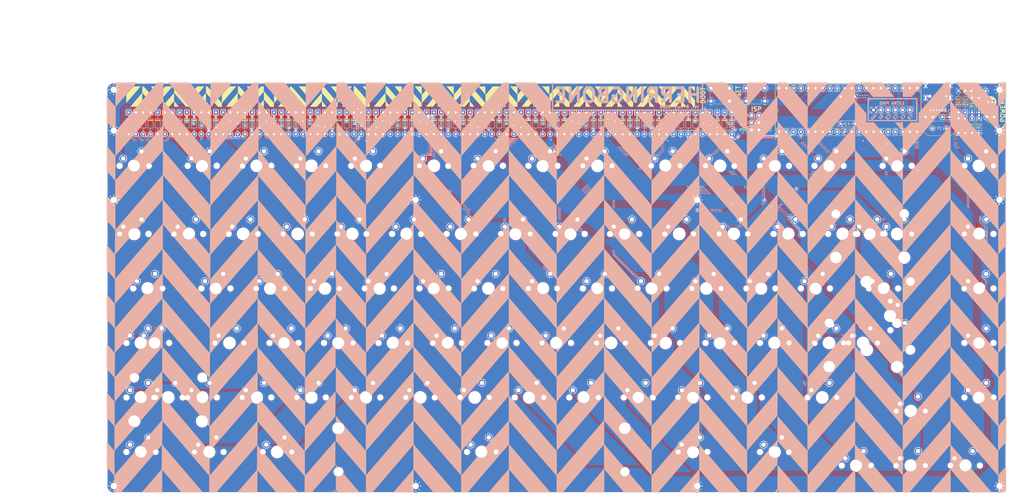
<source format=kicad_pcb>
(kicad_pcb (version 20171130) (host pcbnew "(5.1.4)-1")
  (layers (0 F.Cu signal) (31 B.Cu signal) (34 B.Paste user) (35 F.Paste user) (36 B.SilkS user) (37 F.SilkS user) (38 B.Mask user) (39 F.Mask user) (44 Edge.Cuts user))
  (net 0 "")
  (net 1 GND)
  (net 2 +5V)
  (net 3 "Net-(D1-Pad2)")
  (net 4 "Net-(D4-Pad2)")
  (net 5 "Net-(D5-Pad2)")
  (net 6 "Net-(D6-Pad2)")
  (net 7 "Net-(D7-Pad2)")
  (net 8 "Net-(D8-Pad2)")
  (net 9 "Net-(D9-Pad2)")
  (net 10 "Net-(D10-Pad2)")
  (net 11 "Net-(D11-Pad2)")
  (net 12 "Net-(D12-Pad2)")
  (net 13 "Net-(D13-Pad2)")
  (net 14 "Net-(D14-Pad2)")
  (net 15 "Net-(D15-Pad2)")
  (net 16 "Net-(D16-Pad2)")
  (net 17 "Net-(D17-Pad2)")
  (net 18 "Net-(D18-Pad2)")
  (net 19 "Net-(D19-Pad2)")
  (net 20 "Net-(D20-Pad2)")
  (net 21 "Net-(D21-Pad2)")
  (net 22 "Net-(D22-Pad2)")
  (net 23 "Net-(D23-Pad2)")
  (net 24 "Net-(D24-Pad2)")
  (net 25 "Net-(D25-Pad2)")
  (net 26 "Net-(D26-Pad2)")
  (net 27 "Net-(D27-Pad2)")
  (net 28 "Net-(D28-Pad2)")
  (net 29 "Net-(D29-Pad2)")
  (net 30 "Net-(D30-Pad2)")
  (net 31 "Net-(D31-Pad2)")
  (net 32 "Net-(D32-Pad2)")
  (net 33 "Net-(D33-Pad2)")
  (net 34 "Net-(D34-Pad2)")
  (net 35 "Net-(D35-Pad2)")
  (net 36 "Net-(D36-Pad2)")
  (net 37 "Net-(D37-Pad2)")
  (net 38 "Net-(D38-Pad2)")
  (net 39 "Net-(D39-Pad2)")
  (net 40 "Net-(D40-Pad2)")
  (net 41 "Net-(D41-Pad2)")
  (net 42 "Net-(D42-Pad2)")
  (net 43 "Net-(D43-Pad2)")
  (net 44 "Net-(D44-Pad2)")
  (net 45 "Net-(D45-Pad2)")
  (net 46 "Net-(D46-Pad2)")
  (net 47 "Net-(D47-Pad2)")
  (net 48 "Net-(D48-Pad2)")
  (net 49 "Net-(D49-Pad2)")
  (net 50 "Net-(D50-Pad2)")
  (net 51 "Net-(D51-Pad2)")
  (net 52 "Net-(D52-Pad2)")
  (net 53 "Net-(D53-Pad2)")
  (net 54 "Net-(D54-Pad2)")
  (net 55 "Net-(D55-Pad2)")
  (net 56 "Net-(D56-Pad2)")
  (net 57 "Net-(D57-Pad2)")
  (net 58 "Net-(D58-Pad2)")
  (net 59 "Net-(D59-Pad2)")
  (net 60 "Net-(D60-Pad2)")
  (net 61 "Net-(D61-Pad2)")
  (net 62 "Net-(D62-Pad2)")
  (net 63 "Net-(D63-Pad2)")
  (net 64 "Net-(D64-Pad2)")
  (net 65 "Net-(D65-Pad2)")
  (net 66 "Net-(D66-Pad2)")
  (net 67 "Net-(D67-Pad2)")
  (net 68 "Net-(D68-Pad2)")
  (net 69 "Net-(D69-Pad2)")
  (net 70 "Net-(D70-Pad2)")
  (net 71 "Net-(D71-Pad2)")
  (net 72 "Net-(D72-Pad2)")
  (net 73 "Net-(D73-Pad2)")
  (net 74 "Net-(D74-Pad2)")
  (net 75 "Net-(D75-Pad2)")
  (net 76 "Net-(D76-Pad2)")
  (net 77 "Net-(D77-Pad2)")
  (net 78 "Net-(D78-Pad2)")
  (net 79 "Net-(D79-Pad2)")
  (net 80 "Net-(D80-Pad2)")
  (net 81 "Net-(D81-Pad2)")
  (net 82 "Net-(D82-Pad2)")
  (net 83 "Net-(D83-Pad2)")
  (net 84 "Net-(D84-Pad2)")
  (net 85 "Net-(D85-Pad2)")
  (net 86 VBUS)
  (net 87 NRST)
  (net 88 MOSI)
  (net 89 SCLK)
  (net 90 MISO)
  (net 91 D-)
  (net 92 D+)
  (net 93 BOOT)
  (net 94 "Net-(U1-Pad14)")
  (net 95 "Net-(U1-Pad32)")
  (net 96 /A5)
  (net 97 /A4)
  (net 98 /A3)
  (net 99 /A2)
  (net 100 /A1)
  (net 101 /A0)
  (net 102 /D7)
  (net 103 /C4)
  (net 104 /C5)
  (net 105 /C6)
  (net 106 /C7)
  (net 107 /A7)
  (net 108 /A6)
  (net 109 /D1)
  (net 110 /B0)
  (net 111 /B1)
  (net 112 /B2)
  (net 113 /B3)
  (net 114 /B4)
  (net 115 /D5)
  (net 116 /D6)
  (net 117 "Net-(D86-Pad2)")
  (net 118 "Net-(D87-Pad2)")
  (net 119 /DBUS-)
  (net 120 /DBUS+)
  (net 121 "Net-(R5-Pad2)")
  (net 122 "Net-(R6-Pad2)")
  (net 123 /XTAL-)
  (net 124 /XTAL+)
  (net 125 /C0)
  (net 126 /C1)
  (net 127 /C2)
  (net 128 /C3)
  (module HerringbonePatterns:main-bottom-pattern (layer B.Cu) (at 147.6375 42.465625 180)
    (fp_text reference G2 hide)
    (fp_text value HerringbonePatternBottom hide)
  )
  (module Package_DIP:DIP-40_W15.24mm_Socket (layer F.Cu) (at 225.425 -11.90625 90)
    (fp_text reference U1 (at 7.62 -2.33 90) (layer F.SilkS))
    (fp_text value ATmega32A-PU)
    (pad 40 thru_hole oval (at 15.24 0 90) (size 1.6 1.6) (drill 0.8) (layers *.Cu *.Mask) (net 101 /A0))
    (pad 20 thru_hole oval (at 0 48.26 90) (size 1.6 1.6) (drill 0.8) (layers *.Cu *.Mask) (net 116 /D6))
    (pad 39 thru_hole oval (at 15.24 2.54 90) (size 1.6 1.6) (drill 0.8) (layers *.Cu *.Mask) (net 100 /A1))
    (pad 19 thru_hole oval (at 0 45.72 90) (size 1.6 1.6) (drill 0.8) (layers *.Cu *.Mask) (net 115 /D5))
    (pad 38 thru_hole oval (at 15.24 5.08 90) (size 1.6 1.6) (drill 0.8) (layers *.Cu *.Mask) (net 99 /A2))
    (pad 18 thru_hole oval (at 0 43.18 90) (size 1.6 1.6) (drill 0.8) (layers *.Cu *.Mask) (net 93 BOOT))
    (pad 37 thru_hole oval (at 15.24 7.62 90) (size 1.6 1.6) (drill 0.8) (layers *.Cu *.Mask) (net 98 /A3))
    (pad 17 thru_hole oval (at 0 40.64 90) (size 1.6 1.6) (drill 0.8) (layers *.Cu *.Mask) (net 91 D-))
    (pad 36 thru_hole oval (at 15.24 10.16 90) (size 1.6 1.6) (drill 0.8) (layers *.Cu *.Mask) (net 97 /A4))
    (pad 16 thru_hole oval (at 0 38.1 90) (size 1.6 1.6) (drill 0.8) (layers *.Cu *.Mask) (net 92 D+))
    (pad 35 thru_hole oval (at 15.24 12.7 90) (size 1.6 1.6) (drill 0.8) (layers *.Cu *.Mask) (net 96 /A5))
    (pad 15 thru_hole oval (at 0 35.56 90) (size 1.6 1.6) (drill 0.8) (layers *.Cu *.Mask) (net 109 /D1))
    (pad 34 thru_hole oval (at 15.24 15.24 90) (size 1.6 1.6) (drill 0.8) (layers *.Cu *.Mask) (net 108 /A6))
    (pad 14 thru_hole oval (at 0 33.02 90) (size 1.6 1.6) (drill 0.8) (layers *.Cu *.Mask) (net 94 "Net-(U1-Pad14)"))
    (pad 33 thru_hole oval (at 15.24 17.78 90) (size 1.6 1.6) (drill 0.8) (layers *.Cu *.Mask) (net 107 /A7))
    (pad 13 thru_hole oval (at 0 30.48 90) (size 1.6 1.6) (drill 0.8) (layers *.Cu *.Mask) (net 123 /XTAL-))
    (pad 32 thru_hole oval (at 15.24 20.32 90) (size 1.6 1.6) (drill 0.8) (layers *.Cu *.Mask) (net 95 "Net-(U1-Pad32)"))
    (pad 12 thru_hole oval (at 0 27.94 90) (size 1.6 1.6) (drill 0.8) (layers *.Cu *.Mask) (net 124 /XTAL+))
    (pad 31 thru_hole oval (at 15.24 22.86 90) (size 1.6 1.6) (drill 0.8) (layers *.Cu *.Mask) (net 1 GND))
    (pad 11 thru_hole oval (at 0 25.4 90) (size 1.6 1.6) (drill 0.8) (layers *.Cu *.Mask) (net 1 GND))
    (pad 30 thru_hole oval (at 15.24 25.4 90) (size 1.6 1.6) (drill 0.8) (layers *.Cu *.Mask) (net 2 +5V))
    (pad 10 thru_hole oval (at 0 22.86 90) (size 1.6 1.6) (drill 0.8) (layers *.Cu *.Mask) (net 2 +5V))
    (pad 29 thru_hole oval (at 15.24 27.94 90) (size 1.6 1.6) (drill 0.8) (layers *.Cu *.Mask) (net 106 /C7))
    (pad 9 thru_hole oval (at 0 20.32 90) (size 1.6 1.6) (drill 0.8) (layers *.Cu *.Mask) (net 87 NRST))
    (pad 28 thru_hole oval (at 15.24 30.48 90) (size 1.6 1.6) (drill 0.8) (layers *.Cu *.Mask) (net 105 /C6))
    (pad 8 thru_hole oval (at 0 17.78 90) (size 1.6 1.6) (drill 0.8) (layers *.Cu *.Mask) (net 89 SCLK))
    (pad 27 thru_hole oval (at 15.24 33.02 90) (size 1.6 1.6) (drill 0.8) (layers *.Cu *.Mask) (net 104 /C5))
    (pad 7 thru_hole oval (at 0 15.24 90) (size 1.6 1.6) (drill 0.8) (layers *.Cu *.Mask) (net 90 MISO))
    (pad 26 thru_hole oval (at 15.24 35.56 90) (size 1.6 1.6) (drill 0.8) (layers *.Cu *.Mask) (net 103 /C4))
    (pad 6 thru_hole oval (at 0 12.7 90) (size 1.6 1.6) (drill 0.8) (layers *.Cu *.Mask) (net 88 MOSI))
    (pad 25 thru_hole oval (at 15.24 38.1 90) (size 1.6 1.6) (drill 0.8) (layers *.Cu *.Mask) (net 128 /C3))
    (pad 5 thru_hole oval (at 0 10.16 90) (size 1.6 1.6) (drill 0.8) (layers *.Cu *.Mask) (net 114 /B4))
    (pad 24 thru_hole oval (at 15.24 40.64 90) (size 1.6 1.6) (drill 0.8) (layers *.Cu *.Mask) (net 127 /C2))
    (pad 4 thru_hole oval (at 0 7.62 90) (size 1.6 1.6) (drill 0.8) (layers *.Cu *.Mask) (net 113 /B3))
    (pad 23 thru_hole oval (at 15.24 43.18 90) (size 1.6 1.6) (drill 0.8) (layers *.Cu *.Mask) (net 126 /C1))
    (pad 3 thru_hole oval (at 0 5.08 90) (size 1.6 1.6) (drill 0.8) (layers *.Cu *.Mask) (net 112 /B2))
    (pad 22 thru_hole oval (at 15.24 45.72 90) (size 1.6 1.6) (drill 0.8) (layers *.Cu *.Mask) (net 125 /C0))
    (pad 2 thru_hole oval (at 0 2.54 90) (size 1.6 1.6) (drill 0.8) (layers *.Cu *.Mask) (net 111 /B1))
    (pad 21 thru_hole oval (at 15.24 48.26 90) (size 1.6 1.6) (drill 0.8) (layers *.Cu *.Mask) (net 102 /D7))
    (pad 1 thru_hole rect (at 0 0 90) (size 1.6 1.6) (drill 0.8) (layers *.Cu *.Mask) (net 110 /B0))
  )
  (module Connector_PinSocket_2.54mm:PinSocket_1x06_P2.54mm_Vertical (layer B.Cu) (at 258.445568 -19.52628 270)
    (fp_text reference J2 hide)
    (fp_text value Conn_01x06)
    (pad 6 thru_hole oval (at 0 -12.7 270) (size 1.7 1.7) (drill 1) (layers *.Cu *.Mask) (net 125 /C0))
    (pad 5 thru_hole oval (at 0 -10.16 270) (size 1.7 1.7) (drill 1) (layers *.Cu *.Mask) (net 126 /C1))
    (pad 4 thru_hole oval (at 0 -7.62 270) (size 1.7 1.7) (drill 1) (layers *.Cu *.Mask) (net 127 /C2))
    (pad 3 thru_hole oval (at 0 -5.08 270) (size 1.7 1.7) (drill 1) (layers *.Cu *.Mask) (net 128 /C3))
    (pad 2 thru_hole oval (at 0 -2.54 270) (size 1.7 1.7) (drill 1) (layers *.Cu *.Mask) (net 2 +5V))
    (pad 1 thru_hole rect (at 0 0 270) (size 1.7 1.7) (drill 1) (layers *.Cu *.Mask) (net 1 GND))
  )
  (module Diode_THT:D_DO-34_SOD68_P7.62mm_Horizontal (layer F.Cu) (at 165.655625 -18.653125 270)
    (fp_text reference D84 hide)
    (fp_text value 1N4148)
    (pad 2 thru_hole oval (at 7.62 0 270) (size 1.5 1.5) (drill 0.75) (layers *.Cu *.Mask) (net 84 "Net-(D84-Pad2)"))
    (pad 1 thru_hole rect (at 0 0 270) (size 1.5 1.5) (drill 0.75) (layers *.Cu *.Mask) (net 108 /A6))
  )
  (module Type-C:HRO-TYPE-C-31-M-12-USB-Spacer (layer F.Cu) (at 280.9875 -30.559375 180)
    (fp_text reference USB1 (at 0 -9.25) (layer F.SilkS))
    (fp_text value HRO-USB-SPACER)
    (pad 6 thru_hole circle (at -2.5 -11.1125 180) (size 0.85 0.85) (drill 0.5) (layers *.Cu *.Mask) (net 86 VBUS))
    (pad 5 thru_hole circle (at -1.5 -11.1125 180) (size 0.85 0.85) (drill 0.5) (layers *.Cu *.Mask) (net 121 "Net-(R5-Pad2)"))
    (pad 4 thru_hole circle (at -0.5 -11.1125 180) (size 0.85 0.85) (drill 0.5) (layers *.Cu *.Mask) (net 119 /DBUS-))
    (pad 3 thru_hole circle (at 0.5 -11.1125 180) (size 0.85 0.85) (drill 0.5) (layers *.Cu *.Mask) (net 120 /DBUS+))
    (pad 2 thru_hole circle (at 1.5 -11.1125 180) (size 0.85 0.85) (drill 0.5) (layers *.Cu *.Mask) (net 122 "Net-(R6-Pad2)"))
    (pad 1 thru_hole rect (at 2.5 -11.1125 180) (size 0.85 0.85) (drill 0.5) (layers *.Cu *.Mask) (net 1 GND))
    (pad "" np_thru_hole circle (at 2.89 -6.25 180) (size 0.65 0.65) (drill 0.65) (layers *.Cu *.Mask))
    (pad "" np_thru_hole circle (at -2.89 -6.25 180) (size 0.65 0.65) (drill 0.65) (layers *.Cu *.Mask))
    (pad 1 thru_hole oval (at -4.32 -6.78 180) (size 1 2.1) (drill oval 0.6 1.7) (layers *.Cu *.Mask) (net 1 GND))
    (pad 1 thru_hole oval (at 4.32 -6.78 180) (size 1 2.1) (drill oval 0.6 1.7) (layers *.Cu *.Mask) (net 1 GND))
    (pad 1 thru_hole oval (at -4.32 -2.6 180) (size 1 1.6) (drill oval 0.6 1.2) (layers *.Cu *.Mask) (net 1 GND))
    (pad 1 thru_hole oval (at 4.32 -2.6 180) (size 1 1.6) (drill oval 0.6 1.2) (layers *.Cu *.Mask) (net 1 GND))
  )
  (module MX_Only:MXOnly-1U-NoLED (layer F.Cu) (at 23.8125 80.9625)
    (fp_text reference MX89)
    (fp_text value MX-NoLED)
    (pad 2 thru_hole circle (at 2.54 -5.08) (size 2.25 2.25) (drill 1.47) (layers *.Cu B.Mask) (net 118 "Net-(D87-Pad2)"))
    (pad "" np_thru_hole circle (at 0 0) (size 3.9878 3.9878) (drill 3.9878) (layers *.Cu *.Mask))
    (pad 1 thru_hole circle (at -3.81 -2.54) (size 2.25 2.25) (drill 1.47) (layers *.Cu B.Mask) (net 100 /A1))
    (pad "" np_thru_hole circle (at -5.08 0 48.0996) (size 1.75 1.75) (drill 1.75) (layers *.Cu *.Mask))
    (pad "" np_thru_hole circle (at 5.08 0 48.0996) (size 1.75 1.75) (drill 1.75) (layers *.Cu *.Mask))
  )
  (module Diode_THT:D_DO-34_SOD68_P7.62mm_Horizontal (layer F.Cu) (at 13.335 -18.653125 270)
    (fp_text reference D87 hide)
    (fp_text value 1N4148)
    (pad 2 thru_hole oval (at 7.62 0 270) (size 1.5 1.5) (drill 0.75) (layers *.Cu *.Mask) (net 118 "Net-(D87-Pad2)"))
    (pad 1 thru_hole rect (at 0 0 270) (size 1.5 1.5) (drill 0.75) (layers *.Cu *.Mask) (net 108 /A6))
  )
  (module Diode_THT:D_DO-34_SOD68_P7.62mm_Horizontal (layer F.Cu) (at 206.375 -18.653125 270)
    (fp_text reference D18 hide)
    (fp_text value 1N4148)
    (pad 2 thru_hole oval (at 7.62 0 270) (size 1.5 1.5) (drill 0.75) (layers *.Cu *.Mask) (net 18 "Net-(D18-Pad2)"))
    (pad 1 thru_hole rect (at 0 0 270) (size 1.5 1.5) (drill 0.75) (layers *.Cu *.Mask) (net 103 /C4))
  )
  (module MX_Only:MXOnly-ISO-ROTATED-ReversedStabilizers-NoLED (layer F.Cu) (at 264.31875 52.3875)
    (fp_text reference MX85)
    (fp_text value MX-NoLED)
    (pad "" np_thru_hole circle (at -8.255 -11.938) (size 3.9878 3.9878) (drill 3.9878) (layers *.Cu *.Mask))
    (pad "" np_thru_hole circle (at -8.255 11.938) (size 3.9878 3.9878) (drill 3.9878) (layers *.Cu *.Mask))
    (pad "" np_thru_hole circle (at 6.985 -11.938) (size 3.048 3.048) (drill 3.048) (layers *.Cu *.Mask))
    (pad "" np_thru_hole circle (at 6.985 11.938) (size 3.048 3.048) (drill 3.048) (layers *.Cu *.Mask))
    (pad "" np_thru_hole circle (at 0 5.08 48.0996) (size 1.75 1.75) (drill 1.75) (layers *.Cu *.Mask))
    (pad "" np_thru_hole circle (at 0 -5.08 48.0996) (size 1.75 1.75) (drill 1.75) (layers *.Cu *.Mask))
    (pad 1 thru_hole circle (at 2.54 -3.81) (size 2.25 2.25) (drill 1.47) (layers *.Cu B.Mask) (net 114 /B4))
    (pad "" np_thru_hole circle (at 0 0) (size 3.9878 3.9878) (drill 3.9878) (layers *.Cu *.Mask))
    (pad 2 thru_hole circle (at 5.08 2.54) (size 2.25 2.25) (drill 1.47) (layers *.Cu B.Mask) (net 47 "Net-(D47-Pad2)"))
  )
  (module MX_Only:MXOnly-1.25U-NoLED (layer F.Cu) (at 2.38125 80.9625)
    (fp_text reference MX88)
    (fp_text value MX-NoLED)
    (pad 2 thru_hole circle (at 2.54 -5.08) (size 2.25 2.25) (drill 1.47) (layers *.Cu B.Mask) (net 63 "Net-(D63-Pad2)"))
    (pad "" np_thru_hole circle (at 0 0) (size 3.9878 3.9878) (drill 3.9878) (layers *.Cu *.Mask))
    (pad 1 thru_hole circle (at -3.81 -2.54) (size 2.25 2.25) (drill 1.47) (layers *.Cu B.Mask) (net 101 /A0))
    (pad "" np_thru_hole circle (at -5.08 0 48.0996) (size 1.75 1.75) (drill 1.75) (layers *.Cu *.Mask))
    (pad "" np_thru_hole circle (at 5.08 0 48.0996) (size 1.75 1.75) (drill 1.75) (layers *.Cu *.Mask))
  )
  (module MX_Only:MXOnly-1U-NoLED (layer F.Cu) (at 242.8875 61.9125)
    (fp_text reference MX87)
    (fp_text value MX-NoLED)
    (pad 2 thru_hole circle (at 2.54 -5.08) (size 2.25 2.25) (drill 1.47) (layers *.Cu B.Mask) (net 61 "Net-(D61-Pad2)"))
    (pad "" np_thru_hole circle (at 0 0) (size 3.9878 3.9878) (drill 3.9878) (layers *.Cu *.Mask))
    (pad 1 thru_hole circle (at -3.81 -2.54) (size 2.25 2.25) (drill 1.47) (layers *.Cu B.Mask) (net 114 /B4))
    (pad "" np_thru_hole circle (at -5.08 0 48.0996) (size 1.75 1.75) (drill 1.75) (layers *.Cu *.Mask))
    (pad "" np_thru_hole circle (at 5.08 0 48.0996) (size 1.75 1.75) (drill 1.75) (layers *.Cu *.Mask))
  )
  (module MX_Only:MXOnly-1U-NoLED (layer F.Cu) (at 266.7 23.8125)
    (fp_text reference MX86)
    (fp_text value MX-NoLED)
    (pad 2 thru_hole circle (at 2.54 -5.08) (size 2.25 2.25) (drill 1.47) (layers *.Cu B.Mask) (net 117 "Net-(D86-Pad2)"))
    (pad "" np_thru_hole circle (at 0 0) (size 3.9878 3.9878) (drill 3.9878) (layers *.Cu *.Mask))
    (pad 1 thru_hole circle (at -3.81 -2.54) (size 2.25 2.25) (drill 1.47) (layers *.Cu B.Mask) (net 113 /B3))
    (pad "" np_thru_hole circle (at -5.08 0 48.0996) (size 1.75 1.75) (drill 1.75) (layers *.Cu *.Mask))
    (pad "" np_thru_hole circle (at 5.08 0 48.0996) (size 1.75 1.75) (drill 1.75) (layers *.Cu *.Mask))
  )
  (module MX_Only:MXOnly-1U-NoLED (layer F.Cu) (at 247.65 23.8125)
    (fp_text reference MX84)
    (fp_text value MX-NoLED)
    (pad 2 thru_hole circle (at 2.54 -5.08) (size 2.25 2.25) (drill 1.47) (layers *.Cu B.Mask) (net 32 "Net-(D32-Pad2)"))
    (pad "" np_thru_hole circle (at 0 0) (size 3.9878 3.9878) (drill 3.9878) (layers *.Cu *.Mask))
    (pad 1 thru_hole circle (at -3.81 -2.54) (size 2.25 2.25) (drill 1.47) (layers *.Cu B.Mask) (net 114 /B4))
    (pad "" np_thru_hole circle (at -5.08 0 48.0996) (size 1.75 1.75) (drill 1.75) (layers *.Cu *.Mask))
    (pad "" np_thru_hole circle (at 5.08 0 48.0996) (size 1.75 1.75) (drill 1.75) (layers *.Cu *.Mask))
  )
  (module Diode_THT:D_DO-34_SOD68_P7.62mm_Horizontal (layer F.Cu) (at 208.915 -18.653125 270)
    (fp_text reference D86 hide)
    (fp_text value 1N4148)
    (pad 2 thru_hole oval (at 7.62 0 270) (size 1.5 1.5) (drill 0.75) (layers *.Cu *.Mask) (net 117 "Net-(D86-Pad2)"))
    (pad 1 thru_hole rect (at 0 0 270) (size 1.5 1.5) (drill 0.75) (layers *.Cu *.Mask) (net 106 /C7))
  )
  (module HerringbonePatterns:front-pattern (layer F.Cu) (at 96.639063 -24.209375)
    (fp_text reference G1 hide)
    (fp_text value HerringbonePattern hide)
  )
  (module MX_Only:MXOnly-2U-NoLED (layer F.Cu) (at 257.175 23.8125)
    (fp_text reference MX29)
    (fp_text value MX-NoLED)
    (pad 2 thru_hole circle (at 2.54 -5.08) (size 2.25 2.25) (drill 1.47) (layers *.Cu B.Mask) (net 32 "Net-(D32-Pad2)"))
    (pad "" np_thru_hole circle (at 0 0) (size 3.9878 3.9878) (drill 3.9878) (layers *.Cu *.Mask))
    (pad 1 thru_hole circle (at -3.81 -2.54) (size 2.25 2.25) (drill 1.47) (layers *.Cu B.Mask) (net 114 /B4))
    (pad "" np_thru_hole circle (at -5.08 0 48.0996) (size 1.75 1.75) (drill 1.75) (layers *.Cu *.Mask))
    (pad "" np_thru_hole circle (at 5.08 0 48.0996) (size 1.75 1.75) (drill 1.75) (layers *.Cu *.Mask))
    (pad "" np_thru_hole circle (at -11.90625 -6.985) (size 3.048 3.048) (drill 3.048) (layers *.Cu *.Mask))
    (pad "" np_thru_hole circle (at 11.90625 -6.985) (size 3.048 3.048) (drill 3.048) (layers *.Cu *.Mask))
    (pad "" np_thru_hole circle (at -11.90625 8.255) (size 3.9878 3.9878) (drill 3.9878) (layers *.Cu *.Mask))
    (pad "" np_thru_hole circle (at 11.90625 8.255) (size 3.9878 3.9878) (drill 3.9878) (layers *.Cu *.Mask))
  )
  (module MountingHole:MountingHole_2.2mm_M2_Pad_Via (layer F.Cu) (at 196.85 11.90625)
    (fp_text reference H13 hide)
    (fp_text value M2)
    (pad 1 thru_hole circle (at 1.166726 -1.166726) (size 0.7 0.7) (drill 0.4) (layers *.Cu *.Mask) (net 1 GND))
    (pad 1 thru_hole circle (at 0 -1.65) (size 0.7 0.7) (drill 0.4) (layers *.Cu *.Mask) (net 1 GND))
    (pad 1 thru_hole circle (at -1.166726 -1.166726) (size 0.7 0.7) (drill 0.4) (layers *.Cu *.Mask) (net 1 GND))
    (pad 1 thru_hole circle (at -1.65 0) (size 0.7 0.7) (drill 0.4) (layers *.Cu *.Mask) (net 1 GND))
    (pad 1 thru_hole circle (at -1.166726 1.166726) (size 0.7 0.7) (drill 0.4) (layers *.Cu *.Mask) (net 1 GND))
    (pad 1 thru_hole circle (at 0 1.65) (size 0.7 0.7) (drill 0.4) (layers *.Cu *.Mask) (net 1 GND))
    (pad 1 thru_hole circle (at 1.166726 1.166726) (size 0.7 0.7) (drill 0.4) (layers *.Cu *.Mask) (net 1 GND))
    (pad 1 thru_hole circle (at 1.65 0) (size 0.7 0.7) (drill 0.4) (layers *.Cu *.Mask) (net 1 GND))
    (pad 1 thru_hole circle (at 0 0) (size 4.4 4.4) (drill 2.2) (layers *.Cu *.Mask) (net 1 GND))
  )
  (module MountingHole:MountingHole_2.2mm_M2_Pad_Via (layer F.Cu) (at 196.85 111.91875)
    (fp_text reference H12 hide)
    (fp_text value M2)
    (pad 1 thru_hole circle (at 1.166726 -1.166726) (size 0.7 0.7) (drill 0.4) (layers *.Cu *.Mask) (net 1 GND))
    (pad 1 thru_hole circle (at 0 -1.65) (size 0.7 0.7) (drill 0.4) (layers *.Cu *.Mask) (net 1 GND))
    (pad 1 thru_hole circle (at -1.166726 -1.166726) (size 0.7 0.7) (drill 0.4) (layers *.Cu *.Mask) (net 1 GND))
    (pad 1 thru_hole circle (at -1.65 0) (size 0.7 0.7) (drill 0.4) (layers *.Cu *.Mask) (net 1 GND))
    (pad 1 thru_hole circle (at -1.166726 1.166726) (size 0.7 0.7) (drill 0.4) (layers *.Cu *.Mask) (net 1 GND))
    (pad 1 thru_hole circle (at 0 1.65) (size 0.7 0.7) (drill 0.4) (layers *.Cu *.Mask) (net 1 GND))
    (pad 1 thru_hole circle (at 1.166726 1.166726) (size 0.7 0.7) (drill 0.4) (layers *.Cu *.Mask) (net 1 GND))
    (pad 1 thru_hole circle (at 1.65 0) (size 0.7 0.7) (drill 0.4) (layers *.Cu *.Mask) (net 1 GND))
    (pad 1 thru_hole circle (at 0 0) (size 4.4 4.4) (drill 2.2) (layers *.Cu *.Mask) (net 1 GND))
  )
  (module MountingHole:MountingHole_2.2mm_M2_Pad_Via (layer F.Cu) (at 302.41875 111.91875)
    (fp_text reference H2 hide)
    (fp_text value M2)
    (pad 1 thru_hole circle (at 1.166726 -1.166726) (size 0.7 0.7) (drill 0.4) (layers *.Cu *.Mask) (net 1 GND))
    (pad 1 thru_hole circle (at 0 -1.65) (size 0.7 0.7) (drill 0.4) (layers *.Cu *.Mask) (net 1 GND))
    (pad 1 thru_hole circle (at -1.166726 -1.166726) (size 0.7 0.7) (drill 0.4) (layers *.Cu *.Mask) (net 1 GND))
    (pad 1 thru_hole circle (at -1.65 0) (size 0.7 0.7) (drill 0.4) (layers *.Cu *.Mask) (net 1 GND))
    (pad 1 thru_hole circle (at -1.166726 1.166726) (size 0.7 0.7) (drill 0.4) (layers *.Cu *.Mask) (net 1 GND))
    (pad 1 thru_hole circle (at 0 1.65) (size 0.7 0.7) (drill 0.4) (layers *.Cu *.Mask) (net 1 GND))
    (pad 1 thru_hole circle (at 1.166726 1.166726) (size 0.7 0.7) (drill 0.4) (layers *.Cu *.Mask) (net 1 GND))
    (pad 1 thru_hole circle (at 1.65 0) (size 0.7 0.7) (drill 0.4) (layers *.Cu *.Mask) (net 1 GND))
    (pad 1 thru_hole circle (at 0 0) (size 4.4 4.4) (drill 2.2) (layers *.Cu *.Mask) (net 1 GND))
  )
  (module MountingHole:MountingHole_2.2mm_M2_Pad_Via (layer F.Cu) (at -7.14375 111.91875)
    (fp_text reference H1 hide)
    (fp_text value M2)
    (pad 1 thru_hole circle (at 1.166726 -1.166726) (size 0.7 0.7) (drill 0.4) (layers *.Cu *.Mask) (net 1 GND))
    (pad 1 thru_hole circle (at 0 -1.65) (size 0.7 0.7) (drill 0.4) (layers *.Cu *.Mask) (net 1 GND))
    (pad 1 thru_hole circle (at -1.166726 -1.166726) (size 0.7 0.7) (drill 0.4) (layers *.Cu *.Mask) (net 1 GND))
    (pad 1 thru_hole circle (at -1.65 0) (size 0.7 0.7) (drill 0.4) (layers *.Cu *.Mask) (net 1 GND))
    (pad 1 thru_hole circle (at -1.166726 1.166726) (size 0.7 0.7) (drill 0.4) (layers *.Cu *.Mask) (net 1 GND))
    (pad 1 thru_hole circle (at 0 1.65) (size 0.7 0.7) (drill 0.4) (layers *.Cu *.Mask) (net 1 GND))
    (pad 1 thru_hole circle (at 1.166726 1.166726) (size 0.7 0.7) (drill 0.4) (layers *.Cu *.Mask) (net 1 GND))
    (pad 1 thru_hole circle (at 1.65 0) (size 0.7 0.7) (drill 0.4) (layers *.Cu *.Mask) (net 1 GND))
    (pad 1 thru_hole circle (at 0 0) (size 4.4 4.4) (drill 2.2) (layers *.Cu *.Mask) (net 1 GND))
  )
  (module MX_Only:MXOnly-1U-NoLED (layer F.Cu) (at 0 0)
    (fp_text reference MX1)
    (fp_text value MX-NoLED)
    (pad 2 thru_hole circle (at 2.54 -5.08) (size 2.25 2.25) (drill 1.47) (layers *.Cu B.Mask) (net 4 "Net-(D4-Pad2)"))
    (pad "" np_thru_hole circle (at 0 0) (size 3.9878 3.9878) (drill 3.9878) (layers *.Cu *.Mask))
    (pad 1 thru_hole circle (at -3.81 -2.54) (size 2.25 2.25) (drill 1.47) (layers *.Cu B.Mask) (net 101 /A0))
    (pad "" np_thru_hole circle (at -5.08 0 48.0996) (size 1.75 1.75) (drill 1.75) (layers *.Cu *.Mask))
    (pad "" np_thru_hole circle (at 5.08 0 48.0996) (size 1.75 1.75) (drill 1.75) (layers *.Cu *.Mask))
  )
  (module random-keyboard-parts:Reset_Pretty (layer F.Cu) (at 217.090625 -15.08125)
    (fp_text reference J1)
    (fp_text value Conn_02x03_Odd_Even)
    (fp_text user GND (at 4.25 2.5) (layer F.SilkS))
    (fp_text user RST (at -4.25 2.5) (layer F.SilkS))
    (fp_text user MOSI (at 4.25 0) (layer F.SilkS))
    (fp_text user SCK (at -4 0) (layer F.SilkS))
    (fp_text user VCC (at 4 -2.5) (layer F.SilkS))
    (fp_text user MISO (at -4.25 -2.5) (layer F.SilkS))
    (pad 6 thru_hole rect (at 1.27 2.54) (size 1.7 1.7) (drill 1) (layers *.Cu *.Mask) (net 1 GND))
    (pad 5 thru_hole circle (at -1.27 2.54) (size 1.7 1.7) (drill 1) (layers *.Cu *.Mask) (net 87 NRST))
    (pad 4 thru_hole circle (at 1.27 0) (size 1.7 1.7) (drill 1) (layers *.Cu *.Mask) (net 88 MOSI))
    (pad 3 thru_hole circle (at -1.27 0) (size 1.7 1.7) (drill 1) (layers *.Cu *.Mask) (net 89 SCLK))
    (pad 2 thru_hole circle (at 1.27 -2.54) (size 1.7 1.7) (drill 1) (layers *.Cu *.Mask) (net 2 +5V))
    (pad 1 thru_hole circle (at -1.27 -2.54) (size 1.7 1.7) (drill 1) (layers *.Cu *.Mask) (net 90 MISO))
  )
  (module Button_Switch_THT:SW_PUSH_6mm (layer F.Cu) (at 208.1125 -22.621875 180)
    (fp_text reference SW2 hide)
    (fp_text value SW_Push)
    (pad 1 thru_hole circle (at 6.5 0 270) (size 2 2) (drill 1.1) (layers *.Cu *.Mask) (net 1 GND))
    (pad 2 thru_hole circle (at 6.5 4.5 270) (size 2 2) (drill 1.1) (layers *.Cu *.Mask) (net 93 BOOT))
    (pad 1 thru_hole circle (at 0 0 270) (size 2 2) (drill 1.1) (layers *.Cu *.Mask) (net 1 GND))
    (pad 2 thru_hole circle (at 0 4.5 270) (size 2 2) (drill 1.1) (layers *.Cu *.Mask) (net 93 BOOT))
  )
  (module MountingHole:MountingHole_2.2mm_M2_Pad_Via (layer F.Cu) (at 302.41875 -12.303125)
    (fp_text reference H5 hide)
    (fp_text value M2)
    (pad 1 thru_hole circle (at 1.166726 -1.166726) (size 0.7 0.7) (drill 0.4) (layers *.Cu *.Mask) (net 1 GND))
    (pad 1 thru_hole circle (at 0 -1.65) (size 0.7 0.7) (drill 0.4) (layers *.Cu *.Mask) (net 1 GND))
    (pad 1 thru_hole circle (at -1.166726 -1.166726) (size 0.7 0.7) (drill 0.4) (layers *.Cu *.Mask) (net 1 GND))
    (pad 1 thru_hole circle (at -1.65 0) (size 0.7 0.7) (drill 0.4) (layers *.Cu *.Mask) (net 1 GND))
    (pad 1 thru_hole circle (at -1.166726 1.166726) (size 0.7 0.7) (drill 0.4) (layers *.Cu *.Mask) (net 1 GND))
    (pad 1 thru_hole circle (at 0 1.65) (size 0.7 0.7) (drill 0.4) (layers *.Cu *.Mask) (net 1 GND))
    (pad 1 thru_hole circle (at 1.166726 1.166726) (size 0.7 0.7) (drill 0.4) (layers *.Cu *.Mask) (net 1 GND))
    (pad 1 thru_hole circle (at 1.65 0) (size 0.7 0.7) (drill 0.4) (layers *.Cu *.Mask) (net 1 GND))
    (pad 1 thru_hole circle (at 0 0) (size 4.4 4.4) (drill 2.2) (layers *.Cu *.Mask) (net 1 GND))
  )
  (module Ramon:Signature (layer F.Cu) (at 138.1125 100.0125)
    (fp_text reference H11 hide)
    (fp_text value LOGO)
    (fp_poly (pts (xy 5.5 3) (xy -5.5 3) (xy -5.5 2.5) (xy 5.5 2.5)) (layer F.Cu) (width 0.1))
    (fp_poly (pts (xy 5.5 -2.75) (xy -5.5 -2.75) (xy -5.5 -3.25) (xy 5.5 -3.25)) (layer F.Cu) (width 0.1))
    (fp_poly (pts (xy 5.5 2.5) (xy 5 2.5) (xy 5 -2.75) (xy 5.5 -2.75)) (layer F.Cu) (width 0.1))
    (fp_poly (pts (xy -5 2.5) (xy -5.5 2.5) (xy -5.5 -2.75) (xy -5 -2.75)) (layer F.Cu) (width 0.1))
    (fp_text user RMI (at 0 0) (layer F.Cu) (effects (font (size 3 3) (thickness 0.75))))
  )
  (module MountingHole:MountingHole_2.2mm_M2_Pad_Via (layer F.Cu) (at 98.425 111.91875)
    (fp_text reference H10 hide)
    (fp_text value M2)
    (pad 1 thru_hole circle (at 1.166726 -1.166726) (size 0.7 0.7) (drill 0.4) (layers *.Cu *.Mask) (net 1 GND))
    (pad 1 thru_hole circle (at 0 -1.65) (size 0.7 0.7) (drill 0.4) (layers *.Cu *.Mask) (net 1 GND))
    (pad 1 thru_hole circle (at -1.166726 -1.166726) (size 0.7 0.7) (drill 0.4) (layers *.Cu *.Mask) (net 1 GND))
    (pad 1 thru_hole circle (at -1.65 0) (size 0.7 0.7) (drill 0.4) (layers *.Cu *.Mask) (net 1 GND))
    (pad 1 thru_hole circle (at -1.166726 1.166726) (size 0.7 0.7) (drill 0.4) (layers *.Cu *.Mask) (net 1 GND))
    (pad 1 thru_hole circle (at 0 1.65) (size 0.7 0.7) (drill 0.4) (layers *.Cu *.Mask) (net 1 GND))
    (pad 1 thru_hole circle (at 1.166726 1.166726) (size 0.7 0.7) (drill 0.4) (layers *.Cu *.Mask) (net 1 GND))
    (pad 1 thru_hole circle (at 1.65 0) (size 0.7 0.7) (drill 0.4) (layers *.Cu *.Mask) (net 1 GND))
    (pad 1 thru_hole circle (at 0 0) (size 4.4 4.4) (drill 2.2) (layers *.Cu *.Mask) (net 1 GND))
  )
  (module MountingHole:MountingHole_2.2mm_M2_Pad_Via (layer F.Cu) (at 98.425 11.90625)
    (fp_text reference H9 hide)
    (fp_text value M2)
    (pad 1 thru_hole circle (at 1.166726 -1.166726) (size 0.7 0.7) (drill 0.4) (layers *.Cu *.Mask) (net 1 GND))
    (pad 1 thru_hole circle (at 0 -1.65) (size 0.7 0.7) (drill 0.4) (layers *.Cu *.Mask) (net 1 GND))
    (pad 1 thru_hole circle (at -1.166726 -1.166726) (size 0.7 0.7) (drill 0.4) (layers *.Cu *.Mask) (net 1 GND))
    (pad 1 thru_hole circle (at -1.65 0) (size 0.7 0.7) (drill 0.4) (layers *.Cu *.Mask) (net 1 GND))
    (pad 1 thru_hole circle (at -1.166726 1.166726) (size 0.7 0.7) (drill 0.4) (layers *.Cu *.Mask) (net 1 GND))
    (pad 1 thru_hole circle (at 0 1.65) (size 0.7 0.7) (drill 0.4) (layers *.Cu *.Mask) (net 1 GND))
    (pad 1 thru_hole circle (at 1.166726 1.166726) (size 0.7 0.7) (drill 0.4) (layers *.Cu *.Mask) (net 1 GND))
    (pad 1 thru_hole circle (at 1.65 0) (size 0.7 0.7) (drill 0.4) (layers *.Cu *.Mask) (net 1 GND))
    (pad 1 thru_hole circle (at 0 0) (size 4.4 4.4) (drill 2.2) (layers *.Cu *.Mask) (net 1 GND))
  )
  (module MountingHole:MountingHole_2.2mm_M2_Pad_Via (layer F.Cu) (at 302.41875 11.90625)
    (fp_text reference H8 hide)
    (fp_text value M2)
    (pad 1 thru_hole circle (at 1.166726 -1.166726) (size 0.7 0.7) (drill 0.4) (layers *.Cu *.Mask) (net 1 GND))
    (pad 1 thru_hole circle (at 0 -1.65) (size 0.7 0.7) (drill 0.4) (layers *.Cu *.Mask) (net 1 GND))
    (pad 1 thru_hole circle (at -1.166726 -1.166726) (size 0.7 0.7) (drill 0.4) (layers *.Cu *.Mask) (net 1 GND))
    (pad 1 thru_hole circle (at -1.65 0) (size 0.7 0.7) (drill 0.4) (layers *.Cu *.Mask) (net 1 GND))
    (pad 1 thru_hole circle (at -1.166726 1.166726) (size 0.7 0.7) (drill 0.4) (layers *.Cu *.Mask) (net 1 GND))
    (pad 1 thru_hole circle (at 0 1.65) (size 0.7 0.7) (drill 0.4) (layers *.Cu *.Mask) (net 1 GND))
    (pad 1 thru_hole circle (at 1.166726 1.166726) (size 0.7 0.7) (drill 0.4) (layers *.Cu *.Mask) (net 1 GND))
    (pad 1 thru_hole circle (at 1.65 0) (size 0.7 0.7) (drill 0.4) (layers *.Cu *.Mask) (net 1 GND))
    (pad 1 thru_hole circle (at 0 0) (size 4.4 4.4) (drill 2.2) (layers *.Cu *.Mask) (net 1 GND))
  )
  (module MountingHole:MountingHole_2.2mm_M2_Pad_Via (layer F.Cu) (at -7.14375 11.90625)
    (fp_text reference H7 hide)
    (fp_text value M2)
    (pad 1 thru_hole circle (at 1.166726 -1.166726) (size 0.7 0.7) (drill 0.4) (layers *.Cu *.Mask) (net 1 GND))
    (pad 1 thru_hole circle (at 0 -1.65) (size 0.7 0.7) (drill 0.4) (layers *.Cu *.Mask) (net 1 GND))
    (pad 1 thru_hole circle (at -1.166726 -1.166726) (size 0.7 0.7) (drill 0.4) (layers *.Cu *.Mask) (net 1 GND))
    (pad 1 thru_hole circle (at -1.65 0) (size 0.7 0.7) (drill 0.4) (layers *.Cu *.Mask) (net 1 GND))
    (pad 1 thru_hole circle (at -1.166726 1.166726) (size 0.7 0.7) (drill 0.4) (layers *.Cu *.Mask) (net 1 GND))
    (pad 1 thru_hole circle (at 0 1.65) (size 0.7 0.7) (drill 0.4) (layers *.Cu *.Mask) (net 1 GND))
    (pad 1 thru_hole circle (at 1.166726 1.166726) (size 0.7 0.7) (drill 0.4) (layers *.Cu *.Mask) (net 1 GND))
    (pad 1 thru_hole circle (at 1.65 0) (size 0.7 0.7) (drill 0.4) (layers *.Cu *.Mask) (net 1 GND))
    (pad 1 thru_hole circle (at 0 0) (size 4.4 4.4) (drill 2.2) (layers *.Cu *.Mask) (net 1 GND))
  )
  (module MountingHole:MountingHole_2.2mm_M2_Pad_Via (layer F.Cu) (at -7.14375 -12.303125)
    (fp_text reference H6 hide)
    (fp_text value M2)
    (pad 1 thru_hole circle (at 1.166726 -1.166726) (size 0.7 0.7) (drill 0.4) (layers *.Cu *.Mask) (net 1 GND))
    (pad 1 thru_hole circle (at 0 -1.65) (size 0.7 0.7) (drill 0.4) (layers *.Cu *.Mask) (net 1 GND))
    (pad 1 thru_hole circle (at -1.166726 -1.166726) (size 0.7 0.7) (drill 0.4) (layers *.Cu *.Mask) (net 1 GND))
    (pad 1 thru_hole circle (at -1.65 0) (size 0.7 0.7) (drill 0.4) (layers *.Cu *.Mask) (net 1 GND))
    (pad 1 thru_hole circle (at -1.166726 1.166726) (size 0.7 0.7) (drill 0.4) (layers *.Cu *.Mask) (net 1 GND))
    (pad 1 thru_hole circle (at 0 1.65) (size 0.7 0.7) (drill 0.4) (layers *.Cu *.Mask) (net 1 GND))
    (pad 1 thru_hole circle (at 1.166726 1.166726) (size 0.7 0.7) (drill 0.4) (layers *.Cu *.Mask) (net 1 GND))
    (pad 1 thru_hole circle (at 1.65 0) (size 0.7 0.7) (drill 0.4) (layers *.Cu *.Mask) (net 1 GND))
    (pad 1 thru_hole circle (at 0 0) (size 4.4 4.4) (drill 2.2) (layers *.Cu *.Mask) (net 1 GND))
  )
  (module MountingHole:MountingHole_2.2mm_M2_Pad_Via (layer F.Cu) (at 302.41875 -26.590625)
    (fp_text reference H4 hide)
    (fp_text value M2)
    (pad 1 thru_hole circle (at 1.166726 -1.166726) (size 0.7 0.7) (drill 0.4) (layers *.Cu *.Mask) (net 1 GND))
    (pad 1 thru_hole circle (at 0 -1.65) (size 0.7 0.7) (drill 0.4) (layers *.Cu *.Mask) (net 1 GND))
    (pad 1 thru_hole circle (at -1.166726 -1.166726) (size 0.7 0.7) (drill 0.4) (layers *.Cu *.Mask) (net 1 GND))
    (pad 1 thru_hole circle (at -1.65 0) (size 0.7 0.7) (drill 0.4) (layers *.Cu *.Mask) (net 1 GND))
    (pad 1 thru_hole circle (at -1.166726 1.166726) (size 0.7 0.7) (drill 0.4) (layers *.Cu *.Mask) (net 1 GND))
    (pad 1 thru_hole circle (at 0 1.65) (size 0.7 0.7) (drill 0.4) (layers *.Cu *.Mask) (net 1 GND))
    (pad 1 thru_hole circle (at 1.166726 1.166726) (size 0.7 0.7) (drill 0.4) (layers *.Cu *.Mask) (net 1 GND))
    (pad 1 thru_hole circle (at 1.65 0) (size 0.7 0.7) (drill 0.4) (layers *.Cu *.Mask) (net 1 GND))
    (pad 1 thru_hole circle (at 0 0) (size 4.4 4.4) (drill 2.2) (layers *.Cu *.Mask) (net 1 GND))
  )
  (module MountingHole:MountingHole_2.2mm_M2_Pad_Via (layer F.Cu) (at -7.14375 -26.590625)
    (fp_text reference H3 hide)
    (fp_text value M2)
    (pad 1 thru_hole circle (at 1.166726 -1.166726) (size 0.7 0.7) (drill 0.4) (layers *.Cu *.Mask) (net 1 GND))
    (pad 1 thru_hole circle (at 0 -1.65) (size 0.7 0.7) (drill 0.4) (layers *.Cu *.Mask) (net 1 GND))
    (pad 1 thru_hole circle (at -1.166726 -1.166726) (size 0.7 0.7) (drill 0.4) (layers *.Cu *.Mask) (net 1 GND))
    (pad 1 thru_hole circle (at -1.65 0) (size 0.7 0.7) (drill 0.4) (layers *.Cu *.Mask) (net 1 GND))
    (pad 1 thru_hole circle (at -1.166726 1.166726) (size 0.7 0.7) (drill 0.4) (layers *.Cu *.Mask) (net 1 GND))
    (pad 1 thru_hole circle (at 0 1.65) (size 0.7 0.7) (drill 0.4) (layers *.Cu *.Mask) (net 1 GND))
    (pad 1 thru_hole circle (at 1.166726 1.166726) (size 0.7 0.7) (drill 0.4) (layers *.Cu *.Mask) (net 1 GND))
    (pad 1 thru_hole circle (at 1.65 0) (size 0.7 0.7) (drill 0.4) (layers *.Cu *.Mask) (net 1 GND))
    (pad 1 thru_hole circle (at 0 0) (size 4.4 4.4) (drill 2.2) (layers *.Cu *.Mask) (net 1 GND))
  )
  (module Crystal:Crystal_HC49-4H_Vertical (layer F.Cu) (at 279.003125 -13.096875)
    (fp_text reference Y1 (at 2.44 0) (layer F.SilkS))
    (fp_text value 16MHz)
    (pad 2 thru_hole circle (at 4.88 0) (size 1.5 1.5) (drill 0.8) (layers *.Cu *.Mask) (net 123 /XTAL-))
    (pad 1 thru_hole circle (at 0 0) (size 1.5 1.5) (drill 0.8) (layers *.Cu *.Mask) (net 124 /XTAL+))
  )
  (module Button_Switch_THT:SW_PUSH_6mm (layer F.Cu) (at 220.415625 -22.621875 180)
    (fp_text reference SW1 hide)
    (fp_text value SW_Push)
    (pad 1 thru_hole circle (at 6.5 0 270) (size 2 2) (drill 1.1) (layers *.Cu *.Mask) (net 1 GND))
    (pad 2 thru_hole circle (at 6.5 4.5 270) (size 2 2) (drill 1.1) (layers *.Cu *.Mask) (net 87 NRST))
    (pad 1 thru_hole circle (at 0 0 270) (size 2 2) (drill 1.1) (layers *.Cu *.Mask) (net 1 GND))
    (pad 2 thru_hole circle (at 0 4.5 270) (size 2 2) (drill 1.1) (layers *.Cu *.Mask) (net 87 NRST))
  )
  (module Resistor_THT:R_Axial_DIN0204_L3.6mm_D1.6mm_P5.08mm_Horizontal (layer F.Cu) (at 295.275 -18.653125 90)
    (fp_text reference R6 (at 2.54 0 90) (layer F.SilkS))
    (fp_text value 5.1k)
    (pad 2 thru_hole oval (at 5.08 0 90) (size 1.4 1.4) (drill 0.7) (layers *.Cu *.Mask) (net 122 "Net-(R6-Pad2)"))
    (pad 1 thru_hole circle (at 0 0 90) (size 1.4 1.4) (drill 0.7) (layers *.Cu *.Mask) (net 1 GND))
  )
  (module Resistor_THT:R_Axial_DIN0204_L3.6mm_D1.6mm_P5.08mm_Horizontal (layer F.Cu) (at 292.89375 -18.653125 90)
    (fp_text reference R5 (at 2.626 0 90) (layer F.SilkS))
    (fp_text value 5.1k)
    (pad 2 thru_hole oval (at 5.08 0 90) (size 1.4 1.4) (drill 0.7) (layers *.Cu *.Mask) (net 121 "Net-(R5-Pad2)"))
    (pad 1 thru_hole circle (at 0 0 90) (size 1.4 1.4) (drill 0.7) (layers *.Cu *.Mask) (net 1 GND))
  )
  (module Resistor_THT:R_Axial_DIN0204_L3.6mm_D1.6mm_P5.08mm_Horizontal (layer F.Cu) (at 288.13125 -16.589375 270)
    (fp_text reference R4 (at 2.69875 0 90) (layer F.SilkS))
    (fp_text value 75)
    (pad 2 thru_hole oval (at 5.08 0 270) (size 1.4 1.4) (drill 0.7) (layers *.Cu *.Mask) (net 92 D+))
    (pad 1 thru_hole circle (at 0 0 270) (size 1.4 1.4) (drill 0.7) (layers *.Cu *.Mask) (net 120 /DBUS+))
  )
  (module Resistor_THT:R_Axial_DIN0204_L3.6mm_D1.6mm_P5.08mm_Horizontal (layer F.Cu) (at 290.5125 -11.509375 90)
    (fp_text reference R3 (at 2.38125 0 90) (layer F.SilkS))
    (fp_text value 75)
    (pad 2 thru_hole oval (at 5.08 0 90) (size 1.4 1.4) (drill 0.7) (layers *.Cu *.Mask) (net 119 /DBUS-))
    (pad 1 thru_hole circle (at 0 0 90) (size 1.4 1.4) (drill 0.7) (layers *.Cu *.Mask) (net 91 D-))
  )
  (module Resistor_THT:R_Axial_DIN0204_L3.6mm_D1.6mm_P5.08mm_Horizontal (layer F.Cu) (at 295.275 -11.509375 90)
    (fp_text reference R2 (at 2.38125 0 90) (layer F.SilkS))
    (fp_text value 1.5k)
    (pad 2 thru_hole oval (at 5.08 0 90) (size 1.4 1.4) (drill 0.7) (layers *.Cu *.Mask) (net 2 +5V))
    (pad 1 thru_hole circle (at 0 0 90) (size 1.4 1.4) (drill 0.7) (layers *.Cu *.Mask) (net 3 "Net-(D1-Pad2)"))
  )
  (module Resistor_THT:R_Axial_DIN0204_L3.6mm_D1.6mm_P5.08mm_Horizontal (layer F.Cu) (at 292.89375 -16.589375 270)
    (fp_text reference R1 (at 2.54 0 90) (layer F.SilkS))
    (fp_text value 1.5k)
    (pad 2 thru_hole oval (at 5.08 0 270) (size 1.4 1.4) (drill 0.7) (layers *.Cu *.Mask) (net 2 +5V))
    (pad 1 thru_hole circle (at 0 0 270) (size 1.4 1.4) (drill 0.7) (layers *.Cu *.Mask) (net 119 /DBUS-))
  )
  (module MX_Only:MXOnly-1U-NoLED (layer F.Cu) (at 290.5125 104.775)
    (fp_text reference MX83)
    (fp_text value MX-NoLED)
    (pad 2 thru_hole circle (at 2.54 -5.08) (size 2.25 2.25) (drill 1.47) (layers *.Cu B.Mask) (net 85 "Net-(D85-Pad2)"))
    (pad "" np_thru_hole circle (at 0 0) (size 3.9878 3.9878) (drill 3.9878) (layers *.Cu *.Mask))
    (pad 1 thru_hole circle (at -3.81 -2.54) (size 2.25 2.25) (drill 1.47) (layers *.Cu B.Mask) (net 102 /D7))
    (pad "" np_thru_hole circle (at -5.08 0 48.0996) (size 1.75 1.75) (drill 1.75) (layers *.Cu *.Mask))
    (pad "" np_thru_hole circle (at 5.08 0 48.0996) (size 1.75 1.75) (drill 1.75) (layers *.Cu *.Mask))
  )
  (module MX_Only:MXOnly-1U-NoLED (layer F.Cu) (at 271.4625 104.775)
    (fp_text reference MX82)
    (fp_text value MX-NoLED)
    (pad 2 thru_hole circle (at 2.54 -5.08) (size 2.25 2.25) (drill 1.47) (layers *.Cu B.Mask) (net 84 "Net-(D84-Pad2)"))
    (pad "" np_thru_hole circle (at 0 0) (size 3.9878 3.9878) (drill 3.9878) (layers *.Cu *.Mask))
    (pad 1 thru_hole circle (at -3.81 -2.54) (size 2.25 2.25) (drill 1.47) (layers *.Cu B.Mask) (net 114 /B4))
    (pad "" np_thru_hole circle (at -5.08 0 48.0996) (size 1.75 1.75) (drill 1.75) (layers *.Cu *.Mask))
    (pad "" np_thru_hole circle (at 5.08 0 48.0996) (size 1.75 1.75) (drill 1.75) (layers *.Cu *.Mask))
  )
  (module MX_Only:MXOnly-1U-NoLED (layer F.Cu) (at 252.4125 104.775)
    (fp_text reference MX81)
    (fp_text value MX-NoLED)
    (pad 2 thru_hole circle (at 2.54 -5.08) (size 2.25 2.25) (drill 1.47) (layers *.Cu B.Mask) (net 83 "Net-(D83-Pad2)"))
    (pad "" np_thru_hole circle (at 0 0) (size 3.9878 3.9878) (drill 3.9878) (layers *.Cu *.Mask))
    (pad 1 thru_hole circle (at -3.81 -2.54) (size 2.25 2.25) (drill 1.47) (layers *.Cu B.Mask) (net 113 /B3))
    (pad "" np_thru_hole circle (at -5.08 0 48.0996) (size 1.75 1.75) (drill 1.75) (layers *.Cu *.Mask))
    (pad "" np_thru_hole circle (at 5.08 0 48.0996) (size 1.75 1.75) (drill 1.75) (layers *.Cu *.Mask))
  )
  (module MX_Only:MXOnly-1.5U-NoLED (layer F.Cu) (at 223.8375 100.0125)
    (fp_text reference MX80)
    (fp_text value MX-NoLED)
    (pad 2 thru_hole circle (at 2.54 -5.08) (size 2.25 2.25) (drill 1.47) (layers *.Cu B.Mask) (net 82 "Net-(D82-Pad2)"))
    (pad "" np_thru_hole circle (at 0 0) (size 3.9878 3.9878) (drill 3.9878) (layers *.Cu *.Mask))
    (pad 1 thru_hole circle (at -3.81 -2.54) (size 2.25 2.25) (drill 1.47) (layers *.Cu B.Mask) (net 111 /B1))
    (pad "" np_thru_hole circle (at -5.08 0 48.0996) (size 1.75 1.75) (drill 1.75) (layers *.Cu *.Mask))
    (pad "" np_thru_hole circle (at 5.08 0 48.0996) (size 1.75 1.75) (drill 1.75) (layers *.Cu *.Mask))
  )
  (module MX_Only:MXOnly-1.5U-NoLED (layer F.Cu) (at 195.2625 100.0125)
    (fp_text reference MX79)
    (fp_text value MX-NoLED)
    (pad 2 thru_hole circle (at 2.54 -5.08) (size 2.25 2.25) (drill 1.47) (layers *.Cu B.Mask) (net 81 "Net-(D81-Pad2)"))
    (pad "" np_thru_hole circle (at 0 0) (size 3.9878 3.9878) (drill 3.9878) (layers *.Cu *.Mask))
    (pad 1 thru_hole circle (at -3.81 -2.54) (size 2.25 2.25) (drill 1.47) (layers *.Cu B.Mask) (net 110 /B0))
    (pad "" np_thru_hole circle (at -5.08 0 48.0996) (size 1.75 1.75) (drill 1.75) (layers *.Cu *.Mask))
    (pad "" np_thru_hole circle (at 5.08 0 48.0996) (size 1.75 1.75) (drill 1.75) (layers *.Cu *.Mask))
  )
  (module MX_Only:MXOnly-6.25U-ReversedStabilizers-NoLED (layer F.Cu) (at 121.44375 100.0125)
    (fp_text reference MX78)
    (fp_text value MX-NoLED)
    (pad 2 thru_hole circle (at 2.54 -5.08) (size 2.25 2.25) (drill 1.47) (layers *.Cu B.Mask) (net 80 "Net-(D80-Pad2)"))
    (pad "" np_thru_hole circle (at 0 0) (size 3.9878 3.9878) (drill 3.9878) (layers *.Cu *.Mask))
    (pad 1 thru_hole circle (at -3.81 -2.54) (size 2.25 2.25) (drill 1.47) (layers *.Cu B.Mask) (net 96 /A5))
    (pad "" np_thru_hole circle (at -5.08 0 48.0996) (size 1.75 1.75) (drill 1.75) (layers *.Cu *.Mask))
    (pad "" np_thru_hole circle (at 5.08 0 48.0996) (size 1.75 1.75) (drill 1.75) (layers *.Cu *.Mask))
    (pad "" np_thru_hole circle (at -49.9999 6.985) (size 3.048 3.048) (drill 3.048) (layers *.Cu *.Mask))
    (pad "" np_thru_hole circle (at 49.9999 6.985) (size 3.048 3.048) (drill 3.048) (layers *.Cu *.Mask))
    (pad "" np_thru_hole circle (at -49.9999 -8.255) (size 3.9878 3.9878) (drill 3.9878) (layers *.Cu *.Mask))
    (pad "" np_thru_hole circle (at 49.9999 -8.255) (size 3.9878 3.9878) (drill 3.9878) (layers *.Cu *.Mask))
  )
  (module MX_Only:MXOnly-1.25U-NoLED (layer F.Cu) (at 50.00625 100.0125)
    (fp_text reference MX77)
    (fp_text value MX-NoLED)
    (pad 2 thru_hole circle (at 2.54 -5.08) (size 2.25 2.25) (drill 1.47) (layers *.Cu B.Mask) (net 79 "Net-(D79-Pad2)"))
    (pad "" np_thru_hole circle (at 0 0) (size 3.9878 3.9878) (drill 3.9878) (layers *.Cu *.Mask))
    (pad 1 thru_hole circle (at -3.81 -2.54) (size 2.25 2.25) (drill 1.47) (layers *.Cu B.Mask) (net 98 /A3))
    (pad "" np_thru_hole circle (at -5.08 0 48.0996) (size 1.75 1.75) (drill 1.75) (layers *.Cu *.Mask))
    (pad "" np_thru_hole circle (at 5.08 0 48.0996) (size 1.75 1.75) (drill 1.75) (layers *.Cu *.Mask))
  )
  (module MX_Only:MXOnly-1.25U-NoLED (layer F.Cu) (at 26.19375 100.0125)
    (fp_text reference MX76)
    (fp_text value MX-NoLED)
    (pad 2 thru_hole circle (at 2.54 -5.08) (size 2.25 2.25) (drill 1.47) (layers *.Cu B.Mask) (net 78 "Net-(D78-Pad2)"))
    (pad "" np_thru_hole circle (at 0 0) (size 3.9878 3.9878) (drill 3.9878) (layers *.Cu *.Mask))
    (pad 1 thru_hole circle (at -3.81 -2.54) (size 2.25 2.25) (drill 1.47) (layers *.Cu B.Mask) (net 99 /A2))
    (pad "" np_thru_hole circle (at -5.08 0 48.0996) (size 1.75 1.75) (drill 1.75) (layers *.Cu *.Mask))
    (pad "" np_thru_hole circle (at 5.08 0 48.0996) (size 1.75 1.75) (drill 1.75) (layers *.Cu *.Mask))
  )
  (module MX_Only:MXOnly-1.25U-NoLED (layer F.Cu) (at 2.38125 100.0125)
    (fp_text reference MX75)
    (fp_text value MX-NoLED)
    (pad 2 thru_hole circle (at 2.54 -5.08) (size 2.25 2.25) (drill 1.47) (layers *.Cu B.Mask) (net 77 "Net-(D77-Pad2)"))
    (pad "" np_thru_hole circle (at 0 0) (size 3.9878 3.9878) (drill 3.9878) (layers *.Cu *.Mask))
    (pad 1 thru_hole circle (at -3.81 -2.54) (size 2.25 2.25) (drill 1.47) (layers *.Cu B.Mask) (net 101 /A0))
    (pad "" np_thru_hole circle (at -5.08 0 48.0996) (size 1.75 1.75) (drill 1.75) (layers *.Cu *.Mask))
    (pad "" np_thru_hole circle (at 5.08 0 48.0996) (size 1.75 1.75) (drill 1.75) (layers *.Cu *.Mask))
  )
  (module MX_Only:MXOnly-1U-NoLED (layer F.Cu) (at 295.275 80.9625)
    (fp_text reference MX74)
    (fp_text value MX-NoLED)
    (pad 2 thru_hole circle (at 2.54 -5.08) (size 2.25 2.25) (drill 1.47) (layers *.Cu B.Mask) (net 76 "Net-(D76-Pad2)"))
    (pad "" np_thru_hole circle (at 0 0) (size 3.9878 3.9878) (drill 3.9878) (layers *.Cu *.Mask))
    (pad 1 thru_hole circle (at -3.81 -2.54) (size 2.25 2.25) (drill 1.47) (layers *.Cu B.Mask) (net 102 /D7))
    (pad "" np_thru_hole circle (at -5.08 0 48.0996) (size 1.75 1.75) (drill 1.75) (layers *.Cu *.Mask))
    (pad "" np_thru_hole circle (at 5.08 0 48.0996) (size 1.75 1.75) (drill 1.75) (layers *.Cu *.Mask))
  )
  (module MX_Only:MXOnly-1U-NoLED (layer F.Cu) (at 271.4625 85.725)
    (fp_text reference MX73)
    (fp_text value MX-NoLED)
    (pad 2 thru_hole circle (at 2.54 -5.08) (size 2.25 2.25) (drill 1.47) (layers *.Cu B.Mask) (net 75 "Net-(D75-Pad2)"))
    (pad "" np_thru_hole circle (at 0 0) (size 3.9878 3.9878) (drill 3.9878) (layers *.Cu *.Mask))
    (pad 1 thru_hole circle (at -3.81 -2.54) (size 2.25 2.25) (drill 1.47) (layers *.Cu B.Mask) (net 114 /B4))
    (pad "" np_thru_hole circle (at -5.08 0 48.0996) (size 1.75 1.75) (drill 1.75) (layers *.Cu *.Mask))
    (pad "" np_thru_hole circle (at 5.08 0 48.0996) (size 1.75 1.75) (drill 1.75) (layers *.Cu *.Mask))
  )
  (module MX_Only:MXOnly-1.75U-NoLED (layer F.Cu) (at 240.50625 80.9625)
    (fp_text reference MX72)
    (fp_text value MX-NoLED)
    (pad 2 thru_hole circle (at 2.54 -5.08) (size 2.25 2.25) (drill 1.47) (layers *.Cu B.Mask) (net 74 "Net-(D74-Pad2)"))
    (pad "" np_thru_hole circle (at 0 0) (size 3.9878 3.9878) (drill 3.9878) (layers *.Cu *.Mask))
    (pad 1 thru_hole circle (at -3.81 -2.54) (size 2.25 2.25) (drill 1.47) (layers *.Cu B.Mask) (net 112 /B2))
    (pad "" np_thru_hole circle (at -5.08 0 48.0996) (size 1.75 1.75) (drill 1.75) (layers *.Cu *.Mask))
    (pad "" np_thru_hole circle (at 5.08 0 48.0996) (size 1.75 1.75) (drill 1.75) (layers *.Cu *.Mask))
  )
  (module MX_Only:MXOnly-1U-NoLED (layer F.Cu) (at 214.3125 80.9625)
    (fp_text reference MX71)
    (fp_text value MX-NoLED)
    (pad 2 thru_hole circle (at 2.54 -5.08) (size 2.25 2.25) (drill 1.47) (layers *.Cu B.Mask) (net 73 "Net-(D73-Pad2)"))
    (pad "" np_thru_hole circle (at 0 0) (size 3.9878 3.9878) (drill 3.9878) (layers *.Cu *.Mask))
    (pad 1 thru_hole circle (at -3.81 -2.54) (size 2.25 2.25) (drill 1.47) (layers *.Cu B.Mask) (net 111 /B1))
    (pad "" np_thru_hole circle (at -5.08 0 48.0996) (size 1.75 1.75) (drill 1.75) (layers *.Cu *.Mask))
    (pad "" np_thru_hole circle (at 5.08 0 48.0996) (size 1.75 1.75) (drill 1.75) (layers *.Cu *.Mask))
  )
  (module MX_Only:MXOnly-1U-NoLED (layer F.Cu) (at 195.2625 80.9625)
    (fp_text reference MX70)
    (fp_text value MX-NoLED)
    (pad 2 thru_hole circle (at 2.54 -5.08) (size 2.25 2.25) (drill 1.47) (layers *.Cu B.Mask) (net 72 "Net-(D72-Pad2)"))
    (pad "" np_thru_hole circle (at 0 0) (size 3.9878 3.9878) (drill 3.9878) (layers *.Cu *.Mask))
    (pad 1 thru_hole circle (at -3.81 -2.54) (size 2.25 2.25) (drill 1.47) (layers *.Cu B.Mask) (net 110 /B0))
    (pad "" np_thru_hole circle (at -5.08 0 48.0996) (size 1.75 1.75) (drill 1.75) (layers *.Cu *.Mask))
    (pad "" np_thru_hole circle (at 5.08 0 48.0996) (size 1.75 1.75) (drill 1.75) (layers *.Cu *.Mask))
  )
  (module MX_Only:MXOnly-1U-NoLED (layer F.Cu) (at 176.2125 80.9625)
    (fp_text reference MX69)
    (fp_text value MX-NoLED)
    (pad 2 thru_hole circle (at 2.54 -5.08) (size 2.25 2.25) (drill 1.47) (layers *.Cu B.Mask) (net 71 "Net-(D71-Pad2)"))
    (pad "" np_thru_hole circle (at 0 0) (size 3.9878 3.9878) (drill 3.9878) (layers *.Cu *.Mask))
    (pad 1 thru_hole circle (at -3.81 -2.54) (size 2.25 2.25) (drill 1.47) (layers *.Cu B.Mask) (net 109 /D1))
    (pad "" np_thru_hole circle (at -5.08 0 48.0996) (size 1.75 1.75) (drill 1.75) (layers *.Cu *.Mask))
    (pad "" np_thru_hole circle (at 5.08 0 48.0996) (size 1.75 1.75) (drill 1.75) (layers *.Cu *.Mask))
  )
  (module MX_Only:MXOnly-1U-NoLED (layer F.Cu) (at 157.1625 80.9625)
    (fp_text reference MX68)
    (fp_text value MX-NoLED)
    (pad 2 thru_hole circle (at 2.54 -5.08) (size 2.25 2.25) (drill 1.47) (layers *.Cu B.Mask) (net 70 "Net-(D70-Pad2)"))
    (pad "" np_thru_hole circle (at 0 0) (size 3.9878 3.9878) (drill 3.9878) (layers *.Cu *.Mask))
    (pad 1 thru_hole circle (at -3.81 -2.54) (size 2.25 2.25) (drill 1.47) (layers *.Cu B.Mask) (net 115 /D5))
    (pad "" np_thru_hole circle (at -5.08 0 48.0996) (size 1.75 1.75) (drill 1.75) (layers *.Cu *.Mask))
    (pad "" np_thru_hole circle (at 5.08 0 48.0996) (size 1.75 1.75) (drill 1.75) (layers *.Cu *.Mask))
  )
  (module MX_Only:MXOnly-1U-NoLED (layer F.Cu) (at 138.1125 80.9625)
    (fp_text reference MX67)
    (fp_text value MX-NoLED)
    (pad 2 thru_hole circle (at 2.54 -5.08) (size 2.25 2.25) (drill 1.47) (layers *.Cu B.Mask) (net 69 "Net-(D69-Pad2)"))
    (pad "" np_thru_hole circle (at 0 0) (size 3.9878 3.9878) (drill 3.9878) (layers *.Cu *.Mask))
    (pad 1 thru_hole circle (at -3.81 -2.54) (size 2.25 2.25) (drill 1.47) (layers *.Cu B.Mask) (net 116 /D6))
    (pad "" np_thru_hole circle (at -5.08 0 48.0996) (size 1.75 1.75) (drill 1.75) (layers *.Cu *.Mask))
    (pad "" np_thru_hole circle (at 5.08 0 48.0996) (size 1.75 1.75) (drill 1.75) (layers *.Cu *.Mask))
  )
  (module MX_Only:MXOnly-1U-NoLED (layer F.Cu) (at 119.0625 80.9625)
    (fp_text reference MX66)
    (fp_text value MX-NoLED)
    (pad 2 thru_hole circle (at 2.54 -5.08) (size 2.25 2.25) (drill 1.47) (layers *.Cu B.Mask) (net 68 "Net-(D68-Pad2)"))
    (pad "" np_thru_hole circle (at 0 0) (size 3.9878 3.9878) (drill 3.9878) (layers *.Cu *.Mask))
    (pad 1 thru_hole circle (at -3.81 -2.54) (size 2.25 2.25) (drill 1.47) (layers *.Cu B.Mask) (net 96 /A5))
    (pad "" np_thru_hole circle (at -5.08 0 48.0996) (size 1.75 1.75) (drill 1.75) (layers *.Cu *.Mask))
    (pad "" np_thru_hole circle (at 5.08 0 48.0996) (size 1.75 1.75) (drill 1.75) (layers *.Cu *.Mask))
  )
  (module MX_Only:MXOnly-1U-NoLED (layer F.Cu) (at 100.0125 80.9625)
    (fp_text reference MX65)
    (fp_text value MX-NoLED)
    (pad 2 thru_hole circle (at 2.54 -5.08) (size 2.25 2.25) (drill 1.47) (layers *.Cu B.Mask) (net 67 "Net-(D67-Pad2)"))
    (pad "" np_thru_hole circle (at 0 0) (size 3.9878 3.9878) (drill 3.9878) (layers *.Cu *.Mask))
    (pad 1 thru_hole circle (at -3.81 -2.54) (size 2.25 2.25) (drill 1.47) (layers *.Cu B.Mask) (net 97 /A4))
    (pad "" np_thru_hole circle (at -5.08 0 48.0996) (size 1.75 1.75) (drill 1.75) (layers *.Cu *.Mask))
    (pad "" np_thru_hole circle (at 5.08 0 48.0996) (size 1.75 1.75) (drill 1.75) (layers *.Cu *.Mask))
  )
  (module MX_Only:MXOnly-1U-NoLED (layer F.Cu) (at 80.9625 80.9625)
    (fp_text reference MX64)
    (fp_text value MX-NoLED)
    (pad 2 thru_hole circle (at 2.54 -5.08) (size 2.25 2.25) (drill 1.47) (layers *.Cu B.Mask) (net 66 "Net-(D66-Pad2)"))
    (pad "" np_thru_hole circle (at 0 0) (size 3.9878 3.9878) (drill 3.9878) (layers *.Cu *.Mask))
    (pad 1 thru_hole circle (at -3.81 -2.54) (size 2.25 2.25) (drill 1.47) (layers *.Cu B.Mask) (net 98 /A3))
    (pad "" np_thru_hole circle (at -5.08 0 48.0996) (size 1.75 1.75) (drill 1.75) (layers *.Cu *.Mask))
    (pad "" np_thru_hole circle (at 5.08 0 48.0996) (size 1.75 1.75) (drill 1.75) (layers *.Cu *.Mask))
  )
  (module MX_Only:MXOnly-1U-NoLED (layer F.Cu) (at 61.9125 80.9625)
    (fp_text reference MX63)
    (fp_text value MX-NoLED)
    (pad 2 thru_hole circle (at 2.54 -5.08) (size 2.25 2.25) (drill 1.47) (layers *.Cu B.Mask) (net 65 "Net-(D65-Pad2)"))
    (pad "" np_thru_hole circle (at 0 0) (size 3.9878 3.9878) (drill 3.9878) (layers *.Cu *.Mask))
    (pad 1 thru_hole circle (at -3.81 -2.54) (size 2.25 2.25) (drill 1.47) (layers *.Cu B.Mask) (net 99 /A2))
    (pad "" np_thru_hole circle (at -5.08 0 48.0996) (size 1.75 1.75) (drill 1.75) (layers *.Cu *.Mask))
    (pad "" np_thru_hole circle (at 5.08 0 48.0996) (size 1.75 1.75) (drill 1.75) (layers *.Cu *.Mask))
  )
  (module MX_Only:MXOnly-1U-NoLED (layer F.Cu) (at 42.8625 80.9625)
    (fp_text reference MX62)
    (fp_text value MX-NoLED)
    (pad 2 thru_hole circle (at 2.54 -5.08) (size 2.25 2.25) (drill 1.47) (layers *.Cu B.Mask) (net 64 "Net-(D64-Pad2)"))
    (pad "" np_thru_hole circle (at 0 0) (size 3.9878 3.9878) (drill 3.9878) (layers *.Cu *.Mask))
    (pad 1 thru_hole circle (at -3.81 -2.54) (size 2.25 2.25) (drill 1.47) (layers *.Cu B.Mask) (net 100 /A1))
    (pad "" np_thru_hole circle (at -5.08 0 48.0996) (size 1.75 1.75) (drill 1.75) (layers *.Cu *.Mask))
    (pad "" np_thru_hole circle (at 5.08 0 48.0996) (size 1.75 1.75) (drill 1.75) (layers *.Cu *.Mask))
  )
  (module MX_Only:MXOnly-2.25U-NoLED (layer F.Cu) (at 11.90625 80.9625)
    (fp_text reference MX61)
    (fp_text value MX-NoLED)
    (pad 2 thru_hole circle (at 2.54 -5.08) (size 2.25 2.25) (drill 1.47) (layers *.Cu B.Mask) (net 63 "Net-(D63-Pad2)"))
    (pad "" np_thru_hole circle (at 0 0) (size 3.9878 3.9878) (drill 3.9878) (layers *.Cu *.Mask))
    (pad 1 thru_hole circle (at -3.81 -2.54) (size 2.25 2.25) (drill 1.47) (layers *.Cu B.Mask) (net 101 /A0))
    (pad "" np_thru_hole circle (at -5.08 0 48.0996) (size 1.75 1.75) (drill 1.75) (layers *.Cu *.Mask))
    (pad "" np_thru_hole circle (at 5.08 0 48.0996) (size 1.75 1.75) (drill 1.75) (layers *.Cu *.Mask))
    (pad "" np_thru_hole circle (at -11.90625 -6.985) (size 3.048 3.048) (drill 3.048) (layers *.Cu *.Mask))
    (pad "" np_thru_hole circle (at 11.90625 -6.985) (size 3.048 3.048) (drill 3.048) (layers *.Cu *.Mask))
    (pad "" np_thru_hole circle (at -11.90625 8.255) (size 3.9878 3.9878) (drill 3.9878) (layers *.Cu *.Mask))
    (pad "" np_thru_hole circle (at 11.90625 8.255) (size 3.9878 3.9878) (drill 3.9878) (layers *.Cu *.Mask))
  )
  (module MX_Only:MXOnly-1.25U-NoLED (layer F.Cu) (at 2.38125 61.9125)
    (fp_text reference MX60)
    (fp_text value MX-NoLED)
    (pad 2 thru_hole circle (at 2.54 -5.08) (size 2.25 2.25) (drill 1.47) (layers *.Cu B.Mask) (net 49 "Net-(D49-Pad2)"))
    (pad "" np_thru_hole circle (at 0 0) (size 3.9878 3.9878) (drill 3.9878) (layers *.Cu *.Mask))
    (pad 1 thru_hole circle (at -3.81 -2.54) (size 2.25 2.25) (drill 1.47) (layers *.Cu B.Mask) (net 101 /A0))
    (pad "" np_thru_hole circle (at -5.08 0 48.0996) (size 1.75 1.75) (drill 1.75) (layers *.Cu *.Mask))
    (pad "" np_thru_hole circle (at 5.08 0 48.0996) (size 1.75 1.75) (drill 1.75) (layers *.Cu *.Mask))
  )
  (module MX_Only:MXOnly-1U-NoLED (layer F.Cu) (at 295.275 61.9125)
    (fp_text reference MX59)
    (fp_text value MX-NoLED)
    (pad 2 thru_hole circle (at 2.54 -5.08) (size 2.25 2.25) (drill 1.47) (layers *.Cu B.Mask) (net 62 "Net-(D62-Pad2)"))
    (pad "" np_thru_hole circle (at 0 0) (size 3.9878 3.9878) (drill 3.9878) (layers *.Cu *.Mask))
    (pad 1 thru_hole circle (at -3.81 -2.54) (size 2.25 2.25) (drill 1.47) (layers *.Cu B.Mask) (net 102 /D7))
    (pad "" np_thru_hole circle (at -5.08 0 48.0996) (size 1.75 1.75) (drill 1.75) (layers *.Cu *.Mask))
    (pad "" np_thru_hole circle (at 5.08 0 48.0996) (size 1.75 1.75) (drill 1.75) (layers *.Cu *.Mask))
  )
  (module MX_Only:MXOnly-2.25U-NoLED (layer F.Cu) (at 254.79375 61.9125)
    (fp_text reference MX58)
    (fp_text value MX-NoLED)
    (pad 2 thru_hole circle (at 2.54 -5.08) (size 2.25 2.25) (drill 1.47) (layers *.Cu B.Mask) (net 61 "Net-(D61-Pad2)"))
    (pad "" np_thru_hole circle (at 0 0) (size 3.9878 3.9878) (drill 3.9878) (layers *.Cu *.Mask))
    (pad 1 thru_hole circle (at -3.81 -2.54) (size 2.25 2.25) (drill 1.47) (layers *.Cu B.Mask) (net 114 /B4))
    (pad "" np_thru_hole circle (at -5.08 0 48.0996) (size 1.75 1.75) (drill 1.75) (layers *.Cu *.Mask))
    (pad "" np_thru_hole circle (at 5.08 0 48.0996) (size 1.75 1.75) (drill 1.75) (layers *.Cu *.Mask))
    (pad "" np_thru_hole circle (at -11.90625 -6.985) (size 3.048 3.048) (drill 3.048) (layers *.Cu *.Mask))
    (pad "" np_thru_hole circle (at 11.90625 -6.985) (size 3.048 3.048) (drill 3.048) (layers *.Cu *.Mask))
    (pad "" np_thru_hole circle (at -11.90625 8.255) (size 3.9878 3.9878) (drill 3.9878) (layers *.Cu *.Mask))
    (pad "" np_thru_hole circle (at 11.90625 8.255) (size 3.9878 3.9878) (drill 3.9878) (layers *.Cu *.Mask))
  )
  (module MX_Only:MXOnly-1U-NoLED (layer F.Cu) (at 223.8375 61.9125)
    (fp_text reference MX57)
    (fp_text value MX-NoLED)
    (pad 2 thru_hole circle (at 2.54 -5.08) (size 2.25 2.25) (drill 1.47) (layers *.Cu B.Mask) (net 60 "Net-(D60-Pad2)"))
    (pad "" np_thru_hole circle (at 0 0) (size 3.9878 3.9878) (drill 3.9878) (layers *.Cu *.Mask))
    (pad 1 thru_hole circle (at -3.81 -2.54) (size 2.25 2.25) (drill 1.47) (layers *.Cu B.Mask) (net 112 /B2))
    (pad "" np_thru_hole circle (at -5.08 0 48.0996) (size 1.75 1.75) (drill 1.75) (layers *.Cu *.Mask))
    (pad "" np_thru_hole circle (at 5.08 0 48.0996) (size 1.75 1.75) (drill 1.75) (layers *.Cu *.Mask))
  )
  (module MX_Only:MXOnly-1U-NoLED (layer F.Cu) (at 204.7875 61.9125)
    (fp_text reference MX56)
    (fp_text value MX-NoLED)
    (pad 2 thru_hole circle (at 2.54 -5.08) (size 2.25 2.25) (drill 1.47) (layers *.Cu B.Mask) (net 59 "Net-(D59-Pad2)"))
    (pad "" np_thru_hole circle (at 0 0) (size 3.9878 3.9878) (drill 3.9878) (layers *.Cu *.Mask))
    (pad 1 thru_hole circle (at -3.81 -2.54) (size 2.25 2.25) (drill 1.47) (layers *.Cu B.Mask) (net 111 /B1))
    (pad "" np_thru_hole circle (at -5.08 0 48.0996) (size 1.75 1.75) (drill 1.75) (layers *.Cu *.Mask))
    (pad "" np_thru_hole circle (at 5.08 0 48.0996) (size 1.75 1.75) (drill 1.75) (layers *.Cu *.Mask))
  )
  (module MX_Only:MXOnly-1U-NoLED (layer F.Cu) (at 185.7375 61.9125)
    (fp_text reference MX55)
    (fp_text value MX-NoLED)
    (pad 2 thru_hole circle (at 2.54 -5.08) (size 2.25 2.25) (drill 1.47) (layers *.Cu B.Mask) (net 58 "Net-(D58-Pad2)"))
    (pad "" np_thru_hole circle (at 0 0) (size 3.9878 3.9878) (drill 3.9878) (layers *.Cu *.Mask))
    (pad 1 thru_hole circle (at -3.81 -2.54) (size 2.25 2.25) (drill 1.47) (layers *.Cu B.Mask) (net 110 /B0))
    (pad "" np_thru_hole circle (at -5.08 0 48.0996) (size 1.75 1.75) (drill 1.75) (layers *.Cu *.Mask))
    (pad "" np_thru_hole circle (at 5.08 0 48.0996) (size 1.75 1.75) (drill 1.75) (layers *.Cu *.Mask))
  )
  (module MX_Only:MXOnly-1U-NoLED (layer F.Cu) (at 166.6875 61.9125)
    (fp_text reference MX54)
    (fp_text value MX-NoLED)
    (pad 2 thru_hole circle (at 2.54 -5.08) (size 2.25 2.25) (drill 1.47) (layers *.Cu B.Mask) (net 57 "Net-(D57-Pad2)"))
    (pad "" np_thru_hole circle (at 0 0) (size 3.9878 3.9878) (drill 3.9878) (layers *.Cu *.Mask))
    (pad 1 thru_hole circle (at -3.81 -2.54) (size 2.25 2.25) (drill 1.47) (layers *.Cu B.Mask) (net 109 /D1))
    (pad "" np_thru_hole circle (at -5.08 0 48.0996) (size 1.75 1.75) (drill 1.75) (layers *.Cu *.Mask))
    (pad "" np_thru_hole circle (at 5.08 0 48.0996) (size 1.75 1.75) (drill 1.75) (layers *.Cu *.Mask))
  )
  (module MX_Only:MXOnly-1U-NoLED (layer F.Cu) (at 147.6375 61.9125)
    (fp_text reference MX53)
    (fp_text value MX-NoLED)
    (pad 2 thru_hole circle (at 2.54 -5.08) (size 2.25 2.25) (drill 1.47) (layers *.Cu B.Mask) (net 56 "Net-(D56-Pad2)"))
    (pad "" np_thru_hole circle (at 0 0) (size 3.9878 3.9878) (drill 3.9878) (layers *.Cu *.Mask))
    (pad 1 thru_hole circle (at -3.81 -2.54) (size 2.25 2.25) (drill 1.47) (layers *.Cu B.Mask) (net 115 /D5))
    (pad "" np_thru_hole circle (at -5.08 0 48.0996) (size 1.75 1.75) (drill 1.75) (layers *.Cu *.Mask))
    (pad "" np_thru_hole circle (at 5.08 0 48.0996) (size 1.75 1.75) (drill 1.75) (layers *.Cu *.Mask))
  )
  (module MX_Only:MXOnly-1U-NoLED (layer F.Cu) (at 128.5875 61.9125)
    (fp_text reference MX52)
    (fp_text value MX-NoLED)
    (pad 2 thru_hole circle (at 2.54 -5.08) (size 2.25 2.25) (drill 1.47) (layers *.Cu B.Mask) (net 55 "Net-(D55-Pad2)"))
    (pad "" np_thru_hole circle (at 0 0) (size 3.9878 3.9878) (drill 3.9878) (layers *.Cu *.Mask))
    (pad 1 thru_hole circle (at -3.81 -2.54) (size 2.25 2.25) (drill 1.47) (layers *.Cu B.Mask) (net 116 /D6))
    (pad "" np_thru_hole circle (at -5.08 0 48.0996) (size 1.75 1.75) (drill 1.75) (layers *.Cu *.Mask))
    (pad "" np_thru_hole circle (at 5.08 0 48.0996) (size 1.75 1.75) (drill 1.75) (layers *.Cu *.Mask))
  )
  (module MX_Only:MXOnly-1U-NoLED (layer F.Cu) (at 109.5375 61.9125)
    (fp_text reference MX51)
    (fp_text value MX-NoLED)
    (pad 2 thru_hole circle (at 2.54 -5.08) (size 2.25 2.25) (drill 1.47) (layers *.Cu B.Mask) (net 54 "Net-(D54-Pad2)"))
    (pad "" np_thru_hole circle (at 0 0) (size 3.9878 3.9878) (drill 3.9878) (layers *.Cu *.Mask))
    (pad 1 thru_hole circle (at -3.81 -2.54) (size 2.25 2.25) (drill 1.47) (layers *.Cu B.Mask) (net 96 /A5))
    (pad "" np_thru_hole circle (at -5.08 0 48.0996) (size 1.75 1.75) (drill 1.75) (layers *.Cu *.Mask))
    (pad "" np_thru_hole circle (at 5.08 0 48.0996) (size 1.75 1.75) (drill 1.75) (layers *.Cu *.Mask))
  )
  (module MX_Only:MXOnly-1U-NoLED (layer F.Cu) (at 90.4875 61.9125)
    (fp_text reference MX50)
    (fp_text value MX-NoLED)
    (pad 2 thru_hole circle (at 2.54 -5.08) (size 2.25 2.25) (drill 1.47) (layers *.Cu B.Mask) (net 53 "Net-(D53-Pad2)"))
    (pad "" np_thru_hole circle (at 0 0) (size 3.9878 3.9878) (drill 3.9878) (layers *.Cu *.Mask))
    (pad 1 thru_hole circle (at -3.81 -2.54) (size 2.25 2.25) (drill 1.47) (layers *.Cu B.Mask) (net 97 /A4))
    (pad "" np_thru_hole circle (at -5.08 0 48.0996) (size 1.75 1.75) (drill 1.75) (layers *.Cu *.Mask))
    (pad "" np_thru_hole circle (at 5.08 0 48.0996) (size 1.75 1.75) (drill 1.75) (layers *.Cu *.Mask))
  )
  (module MX_Only:MXOnly-1U-NoLED (layer F.Cu) (at 71.4375 61.9125)
    (fp_text reference MX49)
    (fp_text value MX-NoLED)
    (pad 2 thru_hole circle (at 2.54 -5.08) (size 2.25 2.25) (drill 1.47) (layers *.Cu B.Mask) (net 52 "Net-(D52-Pad2)"))
    (pad "" np_thru_hole circle (at 0 0) (size 3.9878 3.9878) (drill 3.9878) (layers *.Cu *.Mask))
    (pad 1 thru_hole circle (at -3.81 -2.54) (size 2.25 2.25) (drill 1.47) (layers *.Cu B.Mask) (net 98 /A3))
    (pad "" np_thru_hole circle (at -5.08 0 48.0996) (size 1.75 1.75) (drill 1.75) (layers *.Cu *.Mask))
    (pad "" np_thru_hole circle (at 5.08 0 48.0996) (size 1.75 1.75) (drill 1.75) (layers *.Cu *.Mask))
  )
  (module MX_Only:MXOnly-1U-NoLED (layer F.Cu) (at 52.3875 61.9125)
    (fp_text reference MX48)
    (fp_text value MX-NoLED)
    (pad 2 thru_hole circle (at 2.54 -5.08) (size 2.25 2.25) (drill 1.47) (layers *.Cu B.Mask) (net 51 "Net-(D51-Pad2)"))
    (pad "" np_thru_hole circle (at 0 0) (size 3.9878 3.9878) (drill 3.9878) (layers *.Cu *.Mask))
    (pad 1 thru_hole circle (at -3.81 -2.54) (size 2.25 2.25) (drill 1.47) (layers *.Cu B.Mask) (net 99 /A2))
    (pad "" np_thru_hole circle (at -5.08 0 48.0996) (size 1.75 1.75) (drill 1.75) (layers *.Cu *.Mask))
    (pad "" np_thru_hole circle (at 5.08 0 48.0996) (size 1.75 1.75) (drill 1.75) (layers *.Cu *.Mask))
  )
  (module MX_Only:MXOnly-1U-NoLED (layer F.Cu) (at 33.3375 61.9125)
    (fp_text reference MX47)
    (fp_text value MX-NoLED)
    (pad 2 thru_hole circle (at 2.54 -5.08) (size 2.25 2.25) (drill 1.47) (layers *.Cu B.Mask) (net 50 "Net-(D50-Pad2)"))
    (pad "" np_thru_hole circle (at 0 0) (size 3.9878 3.9878) (drill 3.9878) (layers *.Cu *.Mask))
    (pad 1 thru_hole circle (at -3.81 -2.54) (size 2.25 2.25) (drill 1.47) (layers *.Cu B.Mask) (net 100 /A1))
    (pad "" np_thru_hole circle (at -5.08 0 48.0996) (size 1.75 1.75) (drill 1.75) (layers *.Cu *.Mask))
    (pad "" np_thru_hole circle (at 5.08 0 48.0996) (size 1.75 1.75) (drill 1.75) (layers *.Cu *.Mask))
  )
  (module MX_Only:MXOnly-1.75U-NoLED (layer F.Cu) (at 7.14375 61.9125)
    (fp_text reference MX46)
    (fp_text value MX-NoLED)
    (pad 2 thru_hole circle (at 2.54 -5.08) (size 2.25 2.25) (drill 1.47) (layers *.Cu B.Mask) (net 49 "Net-(D49-Pad2)"))
    (pad "" np_thru_hole circle (at 0 0) (size 3.9878 3.9878) (drill 3.9878) (layers *.Cu *.Mask))
    (pad 1 thru_hole circle (at -3.81 -2.54) (size 2.25 2.25) (drill 1.47) (layers *.Cu B.Mask) (net 101 /A0))
    (pad "" np_thru_hole circle (at -5.08 0 48.0996) (size 1.75 1.75) (drill 1.75) (layers *.Cu *.Mask))
    (pad "" np_thru_hole circle (at 5.08 0 48.0996) (size 1.75 1.75) (drill 1.75) (layers *.Cu *.Mask))
  )
  (module MX_Only:MXOnly-1U-NoLED (layer F.Cu) (at 295.275 42.8625)
    (fp_text reference MX45)
    (fp_text value MX-NoLED)
    (pad 2 thru_hole circle (at 2.54 -5.08) (size 2.25 2.25) (drill 1.47) (layers *.Cu B.Mask) (net 48 "Net-(D48-Pad2)"))
    (pad "" np_thru_hole circle (at 0 0) (size 3.9878 3.9878) (drill 3.9878) (layers *.Cu *.Mask))
    (pad 1 thru_hole circle (at -3.81 -2.54) (size 2.25 2.25) (drill 1.47) (layers *.Cu B.Mask) (net 102 /D7))
    (pad "" np_thru_hole circle (at -5.08 0 48.0996) (size 1.75 1.75) (drill 1.75) (layers *.Cu *.Mask))
    (pad "" np_thru_hole circle (at 5.08 0 48.0996) (size 1.75 1.75) (drill 1.75) (layers *.Cu *.Mask))
  )
  (module MX_Only:MXOnly-1.5U-NoLED (layer F.Cu) (at 261.9375 42.8625)
    (fp_text reference MX44)
    (fp_text value MX-NoLED)
    (pad 2 thru_hole circle (at 2.54 -5.08) (size 2.25 2.25) (drill 1.47) (layers *.Cu B.Mask) (net 47 "Net-(D47-Pad2)"))
    (pad "" np_thru_hole circle (at 0 0) (size 3.9878 3.9878) (drill 3.9878) (layers *.Cu *.Mask))
    (pad 1 thru_hole circle (at -3.81 -2.54) (size 2.25 2.25) (drill 1.47) (layers *.Cu B.Mask) (net 114 /B4))
    (pad "" np_thru_hole circle (at -5.08 0 48.0996) (size 1.75 1.75) (drill 1.75) (layers *.Cu *.Mask))
    (pad "" np_thru_hole circle (at 5.08 0 48.0996) (size 1.75 1.75) (drill 1.75) (layers *.Cu *.Mask))
  )
  (module MX_Only:MXOnly-1U-NoLED (layer F.Cu) (at 238.125 42.8625)
    (fp_text reference MX43)
    (fp_text value MX-NoLED)
    (pad 2 thru_hole circle (at 2.54 -5.08) (size 2.25 2.25) (drill 1.47) (layers *.Cu B.Mask) (net 46 "Net-(D46-Pad2)"))
    (pad "" np_thru_hole circle (at 0 0) (size 3.9878 3.9878) (drill 3.9878) (layers *.Cu *.Mask))
    (pad 1 thru_hole circle (at -3.81 -2.54) (size 2.25 2.25) (drill 1.47) (layers *.Cu B.Mask) (net 113 /B3))
    (pad "" np_thru_hole circle (at -5.08 0 48.0996) (size 1.75 1.75) (drill 1.75) (layers *.Cu *.Mask))
    (pad "" np_thru_hole circle (at 5.08 0 48.0996) (size 1.75 1.75) (drill 1.75) (layers *.Cu *.Mask))
  )
  (module MX_Only:MXOnly-1U-NoLED (layer F.Cu) (at 219.075 42.8625)
    (fp_text reference MX42)
    (fp_text value MX-NoLED)
    (pad 2 thru_hole circle (at 2.54 -5.08) (size 2.25 2.25) (drill 1.47) (layers *.Cu B.Mask) (net 45 "Net-(D45-Pad2)"))
    (pad "" np_thru_hole circle (at 0 0) (size 3.9878 3.9878) (drill 3.9878) (layers *.Cu *.Mask))
    (pad 1 thru_hole circle (at -3.81 -2.54) (size 2.25 2.25) (drill 1.47) (layers *.Cu B.Mask) (net 112 /B2))
    (pad "" np_thru_hole circle (at -5.08 0 48.0996) (size 1.75 1.75) (drill 1.75) (layers *.Cu *.Mask))
    (pad "" np_thru_hole circle (at 5.08 0 48.0996) (size 1.75 1.75) (drill 1.75) (layers *.Cu *.Mask))
  )
  (module MX_Only:MXOnly-1U-NoLED (layer F.Cu) (at 200.025 42.8625)
    (fp_text reference MX41)
    (fp_text value MX-NoLED)
    (pad 2 thru_hole circle (at 2.54 -5.08) (size 2.25 2.25) (drill 1.47) (layers *.Cu B.Mask) (net 44 "Net-(D44-Pad2)"))
    (pad "" np_thru_hole circle (at 0 0) (size 3.9878 3.9878) (drill 3.9878) (layers *.Cu *.Mask))
    (pad 1 thru_hole circle (at -3.81 -2.54) (size 2.25 2.25) (drill 1.47) (layers *.Cu B.Mask) (net 111 /B1))
    (pad "" np_thru_hole circle (at -5.08 0 48.0996) (size 1.75 1.75) (drill 1.75) (layers *.Cu *.Mask))
    (pad "" np_thru_hole circle (at 5.08 0 48.0996) (size 1.75 1.75) (drill 1.75) (layers *.Cu *.Mask))
  )
  (module MX_Only:MXOnly-1U-NoLED (layer F.Cu) (at 180.975 42.8625)
    (fp_text reference MX40)
    (fp_text value MX-NoLED)
    (pad 2 thru_hole circle (at 2.54 -5.08) (size 2.25 2.25) (drill 1.47) (layers *.Cu B.Mask) (net 43 "Net-(D43-Pad2)"))
    (pad "" np_thru_hole circle (at 0 0) (size 3.9878 3.9878) (drill 3.9878) (layers *.Cu *.Mask))
    (pad 1 thru_hole circle (at -3.81 -2.54) (size 2.25 2.25) (drill 1.47) (layers *.Cu B.Mask) (net 110 /B0))
    (pad "" np_thru_hole circle (at -5.08 0 48.0996) (size 1.75 1.75) (drill 1.75) (layers *.Cu *.Mask))
    (pad "" np_thru_hole circle (at 5.08 0 48.0996) (size 1.75 1.75) (drill 1.75) (layers *.Cu *.Mask))
  )
  (module MX_Only:MXOnly-1U-NoLED (layer F.Cu) (at 161.925 42.8625)
    (fp_text reference MX39)
    (fp_text value MX-NoLED)
    (pad 2 thru_hole circle (at 2.54 -5.08) (size 2.25 2.25) (drill 1.47) (layers *.Cu B.Mask) (net 42 "Net-(D42-Pad2)"))
    (pad "" np_thru_hole circle (at 0 0) (size 3.9878 3.9878) (drill 3.9878) (layers *.Cu *.Mask))
    (pad 1 thru_hole circle (at -3.81 -2.54) (size 2.25 2.25) (drill 1.47) (layers *.Cu B.Mask) (net 109 /D1))
    (pad "" np_thru_hole circle (at -5.08 0 48.0996) (size 1.75 1.75) (drill 1.75) (layers *.Cu *.Mask))
    (pad "" np_thru_hole circle (at 5.08 0 48.0996) (size 1.75 1.75) (drill 1.75) (layers *.Cu *.Mask))
  )
  (module MX_Only:MXOnly-1U-NoLED (layer F.Cu) (at 142.875 42.8625)
    (fp_text reference MX38)
    (fp_text value MX-NoLED)
    (pad 2 thru_hole circle (at 2.54 -5.08) (size 2.25 2.25) (drill 1.47) (layers *.Cu B.Mask) (net 41 "Net-(D41-Pad2)"))
    (pad "" np_thru_hole circle (at 0 0) (size 3.9878 3.9878) (drill 3.9878) (layers *.Cu *.Mask))
    (pad 1 thru_hole circle (at -3.81 -2.54) (size 2.25 2.25) (drill 1.47) (layers *.Cu B.Mask) (net 115 /D5))
    (pad "" np_thru_hole circle (at -5.08 0 48.0996) (size 1.75 1.75) (drill 1.75) (layers *.Cu *.Mask))
    (pad "" np_thru_hole circle (at 5.08 0 48.0996) (size 1.75 1.75) (drill 1.75) (layers *.Cu *.Mask))
  )
  (module MX_Only:MXOnly-1U-NoLED (layer F.Cu) (at 123.825 42.8625)
    (fp_text reference MX37)
    (fp_text value MX-NoLED)
    (pad 2 thru_hole circle (at 2.54 -5.08) (size 2.25 2.25) (drill 1.47) (layers *.Cu B.Mask) (net 40 "Net-(D40-Pad2)"))
    (pad "" np_thru_hole circle (at 0 0) (size 3.9878 3.9878) (drill 3.9878) (layers *.Cu *.Mask))
    (pad 1 thru_hole circle (at -3.81 -2.54) (size 2.25 2.25) (drill 1.47) (layers *.Cu B.Mask) (net 116 /D6))
    (pad "" np_thru_hole circle (at -5.08 0 48.0996) (size 1.75 1.75) (drill 1.75) (layers *.Cu *.Mask))
    (pad "" np_thru_hole circle (at 5.08 0 48.0996) (size 1.75 1.75) (drill 1.75) (layers *.Cu *.Mask))
  )
  (module MX_Only:MXOnly-1U-NoLED (layer F.Cu) (at 104.775 42.8625)
    (fp_text reference MX36)
    (fp_text value MX-NoLED)
    (pad 2 thru_hole circle (at 2.54 -5.08) (size 2.25 2.25) (drill 1.47) (layers *.Cu B.Mask) (net 39 "Net-(D39-Pad2)"))
    (pad "" np_thru_hole circle (at 0 0) (size 3.9878 3.9878) (drill 3.9878) (layers *.Cu *.Mask))
    (pad 1 thru_hole circle (at -3.81 -2.54) (size 2.25 2.25) (drill 1.47) (layers *.Cu B.Mask) (net 96 /A5))
    (pad "" np_thru_hole circle (at -5.08 0 48.0996) (size 1.75 1.75) (drill 1.75) (layers *.Cu *.Mask))
    (pad "" np_thru_hole circle (at 5.08 0 48.0996) (size 1.75 1.75) (drill 1.75) (layers *.Cu *.Mask))
  )
  (module MX_Only:MXOnly-1U-NoLED (layer F.Cu) (at 85.725 42.8625)
    (fp_text reference MX35)
    (fp_text value MX-NoLED)
    (pad 2 thru_hole circle (at 2.54 -5.08) (size 2.25 2.25) (drill 1.47) (layers *.Cu B.Mask) (net 38 "Net-(D38-Pad2)"))
    (pad "" np_thru_hole circle (at 0 0) (size 3.9878 3.9878) (drill 3.9878) (layers *.Cu *.Mask))
    (pad 1 thru_hole circle (at -3.81 -2.54) (size 2.25 2.25) (drill 1.47) (layers *.Cu B.Mask) (net 97 /A4))
    (pad "" np_thru_hole circle (at -5.08 0 48.0996) (size 1.75 1.75) (drill 1.75) (layers *.Cu *.Mask))
    (pad "" np_thru_hole circle (at 5.08 0 48.0996) (size 1.75 1.75) (drill 1.75) (layers *.Cu *.Mask))
  )
  (module MX_Only:MXOnly-1U-NoLED (layer F.Cu) (at 66.675 42.8625)
    (fp_text reference MX34)
    (fp_text value MX-NoLED)
    (pad 2 thru_hole circle (at 2.54 -5.08) (size 2.25 2.25) (drill 1.47) (layers *.Cu B.Mask) (net 37 "Net-(D37-Pad2)"))
    (pad "" np_thru_hole circle (at 0 0) (size 3.9878 3.9878) (drill 3.9878) (layers *.Cu *.Mask))
    (pad 1 thru_hole circle (at -3.81 -2.54) (size 2.25 2.25) (drill 1.47) (layers *.Cu B.Mask) (net 98 /A3))
    (pad "" np_thru_hole circle (at -5.08 0 48.0996) (size 1.75 1.75) (drill 1.75) (layers *.Cu *.Mask))
    (pad "" np_thru_hole circle (at 5.08 0 48.0996) (size 1.75 1.75) (drill 1.75) (layers *.Cu *.Mask))
  )
  (module MX_Only:MXOnly-1U-NoLED (layer F.Cu) (at 47.625 42.8625)
    (fp_text reference MX33)
    (fp_text value MX-NoLED)
    (pad 2 thru_hole circle (at 2.54 -5.08) (size 2.25 2.25) (drill 1.47) (layers *.Cu B.Mask) (net 36 "Net-(D36-Pad2)"))
    (pad "" np_thru_hole circle (at 0 0) (size 3.9878 3.9878) (drill 3.9878) (layers *.Cu *.Mask))
    (pad 1 thru_hole circle (at -3.81 -2.54) (size 2.25 2.25) (drill 1.47) (layers *.Cu B.Mask) (net 99 /A2))
    (pad "" np_thru_hole circle (at -5.08 0 48.0996) (size 1.75 1.75) (drill 1.75) (layers *.Cu *.Mask))
    (pad "" np_thru_hole circle (at 5.08 0 48.0996) (size 1.75 1.75) (drill 1.75) (layers *.Cu *.Mask))
  )
  (module MX_Only:MXOnly-1U-NoLED (layer F.Cu) (at 28.575 42.8625)
    (fp_text reference MX32)
    (fp_text value MX-NoLED)
    (pad 2 thru_hole circle (at 2.54 -5.08) (size 2.25 2.25) (drill 1.47) (layers *.Cu B.Mask) (net 35 "Net-(D35-Pad2)"))
    (pad "" np_thru_hole circle (at 0 0) (size 3.9878 3.9878) (drill 3.9878) (layers *.Cu *.Mask))
    (pad 1 thru_hole circle (at -3.81 -2.54) (size 2.25 2.25) (drill 1.47) (layers *.Cu B.Mask) (net 100 /A1))
    (pad "" np_thru_hole circle (at -5.08 0 48.0996) (size 1.75 1.75) (drill 1.75) (layers *.Cu *.Mask))
    (pad "" np_thru_hole circle (at 5.08 0 48.0996) (size 1.75 1.75) (drill 1.75) (layers *.Cu *.Mask))
  )
  (module MX_Only:MXOnly-1.5U-NoLED (layer F.Cu) (at 4.7625 42.8625)
    (fp_text reference MX31)
    (fp_text value MX-NoLED)
    (pad 2 thru_hole circle (at 2.54 -5.08) (size 2.25 2.25) (drill 1.47) (layers *.Cu B.Mask) (net 34 "Net-(D34-Pad2)"))
    (pad "" np_thru_hole circle (at 0 0) (size 3.9878 3.9878) (drill 3.9878) (layers *.Cu *.Mask))
    (pad 1 thru_hole circle (at -3.81 -2.54) (size 2.25 2.25) (drill 1.47) (layers *.Cu B.Mask) (net 101 /A0))
    (pad "" np_thru_hole circle (at -5.08 0 48.0996) (size 1.75 1.75) (drill 1.75) (layers *.Cu *.Mask))
    (pad "" np_thru_hole circle (at 5.08 0 48.0996) (size 1.75 1.75) (drill 1.75) (layers *.Cu *.Mask))
  )
  (module MX_Only:MXOnly-1U-NoLED (layer F.Cu) (at 295.275 23.8125)
    (fp_text reference MX30)
    (fp_text value MX-NoLED)
    (pad 2 thru_hole circle (at 2.54 -5.08) (size 2.25 2.25) (drill 1.47) (layers *.Cu B.Mask) (net 33 "Net-(D33-Pad2)"))
    (pad "" np_thru_hole circle (at 0 0) (size 3.9878 3.9878) (drill 3.9878) (layers *.Cu *.Mask))
    (pad 1 thru_hole circle (at -3.81 -2.54) (size 2.25 2.25) (drill 1.47) (layers *.Cu B.Mask) (net 102 /D7))
    (pad "" np_thru_hole circle (at -5.08 0 48.0996) (size 1.75 1.75) (drill 1.75) (layers *.Cu *.Mask))
    (pad "" np_thru_hole circle (at 5.08 0 48.0996) (size 1.75 1.75) (drill 1.75) (layers *.Cu *.Mask))
  )
  (module MX_Only:MXOnly-1U-NoLED (layer F.Cu) (at 228.6 23.8125)
    (fp_text reference MX28)
    (fp_text value MX-NoLED)
    (pad 2 thru_hole circle (at 2.54 -5.08) (size 2.25 2.25) (drill 1.47) (layers *.Cu B.Mask) (net 31 "Net-(D31-Pad2)"))
    (pad "" np_thru_hole circle (at 0 0) (size 3.9878 3.9878) (drill 3.9878) (layers *.Cu *.Mask))
    (pad 1 thru_hole circle (at -3.81 -2.54) (size 2.25 2.25) (drill 1.47) (layers *.Cu B.Mask) (net 113 /B3))
    (pad "" np_thru_hole circle (at -5.08 0 48.0996) (size 1.75 1.75) (drill 1.75) (layers *.Cu *.Mask))
    (pad "" np_thru_hole circle (at 5.08 0 48.0996) (size 1.75 1.75) (drill 1.75) (layers *.Cu *.Mask))
  )
  (module MX_Only:MXOnly-1U-NoLED (layer F.Cu) (at 209.55 23.8125)
    (fp_text reference MX27)
    (fp_text value MX-NoLED)
    (pad 2 thru_hole circle (at 2.54 -5.08) (size 2.25 2.25) (drill 1.47) (layers *.Cu B.Mask) (net 30 "Net-(D30-Pad2)"))
    (pad "" np_thru_hole circle (at 0 0) (size 3.9878 3.9878) (drill 3.9878) (layers *.Cu *.Mask))
    (pad 1 thru_hole circle (at -3.81 -2.54) (size 2.25 2.25) (drill 1.47) (layers *.Cu B.Mask) (net 112 /B2))
    (pad "" np_thru_hole circle (at -5.08 0 48.0996) (size 1.75 1.75) (drill 1.75) (layers *.Cu *.Mask))
    (pad "" np_thru_hole circle (at 5.08 0 48.0996) (size 1.75 1.75) (drill 1.75) (layers *.Cu *.Mask))
  )
  (module MX_Only:MXOnly-1U-NoLED (layer F.Cu) (at 190.5 23.8125)
    (fp_text reference MX26)
    (fp_text value MX-NoLED)
    (pad 2 thru_hole circle (at 2.54 -5.08) (size 2.25 2.25) (drill 1.47) (layers *.Cu B.Mask) (net 29 "Net-(D29-Pad2)"))
    (pad "" np_thru_hole circle (at 0 0) (size 3.9878 3.9878) (drill 3.9878) (layers *.Cu *.Mask))
    (pad 1 thru_hole circle (at -3.81 -2.54) (size 2.25 2.25) (drill 1.47) (layers *.Cu B.Mask) (net 111 /B1))
    (pad "" np_thru_hole circle (at -5.08 0 48.0996) (size 1.75 1.75) (drill 1.75) (layers *.Cu *.Mask))
    (pad "" np_thru_hole circle (at 5.08 0 48.0996) (size 1.75 1.75) (drill 1.75) (layers *.Cu *.Mask))
  )
  (module MX_Only:MXOnly-1U-NoLED (layer F.Cu) (at 171.45 23.8125)
    (fp_text reference MX25)
    (fp_text value MX-NoLED)
    (pad 2 thru_hole circle (at 2.54 -5.08) (size 2.25 2.25) (drill 1.47) (layers *.Cu B.Mask) (net 28 "Net-(D28-Pad2)"))
    (pad "" np_thru_hole circle (at 0 0) (size 3.9878 3.9878) (drill 3.9878) (layers *.Cu *.Mask))
    (pad 1 thru_hole circle (at -3.81 -2.54) (size 2.25 2.25) (drill 1.47) (layers *.Cu B.Mask) (net 110 /B0))
    (pad "" np_thru_hole circle (at -5.08 0 48.0996) (size 1.75 1.75) (drill 1.75) (layers *.Cu *.Mask))
    (pad "" np_thru_hole circle (at 5.08 0 48.0996) (size 1.75 1.75) (drill 1.75) (layers *.Cu *.Mask))
  )
  (module MX_Only:MXOnly-1U-NoLED (layer F.Cu) (at 152.4 23.8125)
    (fp_text reference MX24)
    (fp_text value MX-NoLED)
    (pad 2 thru_hole circle (at 2.54 -5.08) (size 2.25 2.25) (drill 1.47) (layers *.Cu B.Mask) (net 27 "Net-(D27-Pad2)"))
    (pad "" np_thru_hole circle (at 0 0) (size 3.9878 3.9878) (drill 3.9878) (layers *.Cu *.Mask))
    (pad 1 thru_hole circle (at -3.81 -2.54) (size 2.25 2.25) (drill 1.47) (layers *.Cu B.Mask) (net 109 /D1))
    (pad "" np_thru_hole circle (at -5.08 0 48.0996) (size 1.75 1.75) (drill 1.75) (layers *.Cu *.Mask))
    (pad "" np_thru_hole circle (at 5.08 0 48.0996) (size 1.75 1.75) (drill 1.75) (layers *.Cu *.Mask))
  )
  (module MX_Only:MXOnly-1U-NoLED (layer F.Cu) (at 133.35 23.8125)
    (fp_text reference MX23)
    (fp_text value MX-NoLED)
    (pad 2 thru_hole circle (at 2.54 -5.08) (size 2.25 2.25) (drill 1.47) (layers *.Cu B.Mask) (net 26 "Net-(D26-Pad2)"))
    (pad "" np_thru_hole circle (at 0 0) (size 3.9878 3.9878) (drill 3.9878) (layers *.Cu *.Mask))
    (pad 1 thru_hole circle (at -3.81 -2.54) (size 2.25 2.25) (drill 1.47) (layers *.Cu B.Mask) (net 115 /D5))
    (pad "" np_thru_hole circle (at -5.08 0 48.0996) (size 1.75 1.75) (drill 1.75) (layers *.Cu *.Mask))
    (pad "" np_thru_hole circle (at 5.08 0 48.0996) (size 1.75 1.75) (drill 1.75) (layers *.Cu *.Mask))
  )
  (module MX_Only:MXOnly-1U-NoLED (layer F.Cu) (at 114.3 23.8125)
    (fp_text reference MX22)
    (fp_text value MX-NoLED)
    (pad 2 thru_hole circle (at 2.54 -5.08) (size 2.25 2.25) (drill 1.47) (layers *.Cu B.Mask) (net 25 "Net-(D25-Pad2)"))
    (pad "" np_thru_hole circle (at 0 0) (size 3.9878 3.9878) (drill 3.9878) (layers *.Cu *.Mask))
    (pad 1 thru_hole circle (at -3.81 -2.54) (size 2.25 2.25) (drill 1.47) (layers *.Cu B.Mask) (net 116 /D6))
    (pad "" np_thru_hole circle (at -5.08 0 48.0996) (size 1.75 1.75) (drill 1.75) (layers *.Cu *.Mask))
    (pad "" np_thru_hole circle (at 5.08 0 48.0996) (size 1.75 1.75) (drill 1.75) (layers *.Cu *.Mask))
  )
  (module MX_Only:MXOnly-1U-NoLED (layer F.Cu) (at 95.25 23.8125)
    (fp_text reference MX21)
    (fp_text value MX-NoLED)
    (pad 2 thru_hole circle (at 2.54 -5.08) (size 2.25 2.25) (drill 1.47) (layers *.Cu B.Mask) (net 24 "Net-(D24-Pad2)"))
    (pad "" np_thru_hole circle (at 0 0) (size 3.9878 3.9878) (drill 3.9878) (layers *.Cu *.Mask))
    (pad 1 thru_hole circle (at -3.81 -2.54) (size 2.25 2.25) (drill 1.47) (layers *.Cu B.Mask) (net 96 /A5))
    (pad "" np_thru_hole circle (at -5.08 0 48.0996) (size 1.75 1.75) (drill 1.75) (layers *.Cu *.Mask))
    (pad "" np_thru_hole circle (at 5.08 0 48.0996) (size 1.75 1.75) (drill 1.75) (layers *.Cu *.Mask))
  )
  (module MX_Only:MXOnly-1U-NoLED (layer F.Cu) (at 76.2 23.8125)
    (fp_text reference MX20)
    (fp_text value MX-NoLED)
    (pad 2 thru_hole circle (at 2.54 -5.08) (size 2.25 2.25) (drill 1.47) (layers *.Cu B.Mask) (net 23 "Net-(D23-Pad2)"))
    (pad "" np_thru_hole circle (at 0 0) (size 3.9878 3.9878) (drill 3.9878) (layers *.Cu *.Mask))
    (pad 1 thru_hole circle (at -3.81 -2.54) (size 2.25 2.25) (drill 1.47) (layers *.Cu B.Mask) (net 97 /A4))
    (pad "" np_thru_hole circle (at -5.08 0 48.0996) (size 1.75 1.75) (drill 1.75) (layers *.Cu *.Mask))
    (pad "" np_thru_hole circle (at 5.08 0 48.0996) (size 1.75 1.75) (drill 1.75) (layers *.Cu *.Mask))
  )
  (module MX_Only:MXOnly-1U-NoLED (layer F.Cu) (at 57.15 23.8125)
    (fp_text reference MX19)
    (fp_text value MX-NoLED)
    (pad 2 thru_hole circle (at 2.54 -5.08) (size 2.25 2.25) (drill 1.47) (layers *.Cu B.Mask) (net 22 "Net-(D22-Pad2)"))
    (pad "" np_thru_hole circle (at 0 0) (size 3.9878 3.9878) (drill 3.9878) (layers *.Cu *.Mask))
    (pad 1 thru_hole circle (at -3.81 -2.54) (size 2.25 2.25) (drill 1.47) (layers *.Cu B.Mask) (net 98 /A3))
    (pad "" np_thru_hole circle (at -5.08 0 48.0996) (size 1.75 1.75) (drill 1.75) (layers *.Cu *.Mask))
    (pad "" np_thru_hole circle (at 5.08 0 48.0996) (size 1.75 1.75) (drill 1.75) (layers *.Cu *.Mask))
  )
  (module MX_Only:MXOnly-1U-NoLED (layer F.Cu) (at 38.1 23.8125)
    (fp_text reference MX18)
    (fp_text value MX-NoLED)
    (pad 2 thru_hole circle (at 2.54 -5.08) (size 2.25 2.25) (drill 1.47) (layers *.Cu B.Mask) (net 21 "Net-(D21-Pad2)"))
    (pad "" np_thru_hole circle (at 0 0) (size 3.9878 3.9878) (drill 3.9878) (layers *.Cu *.Mask))
    (pad 1 thru_hole circle (at -3.81 -2.54) (size 2.25 2.25) (drill 1.47) (layers *.Cu B.Mask) (net 99 /A2))
    (pad "" np_thru_hole circle (at -5.08 0 48.0996) (size 1.75 1.75) (drill 1.75) (layers *.Cu *.Mask))
    (pad "" np_thru_hole circle (at 5.08 0 48.0996) (size 1.75 1.75) (drill 1.75) (layers *.Cu *.Mask))
  )
  (module MX_Only:MXOnly-1U-NoLED (layer F.Cu) (at 19.05 23.8125)
    (fp_text reference MX17)
    (fp_text value MX-NoLED)
    (pad 2 thru_hole circle (at 2.54 -5.08) (size 2.25 2.25) (drill 1.47) (layers *.Cu B.Mask) (net 20 "Net-(D20-Pad2)"))
    (pad "" np_thru_hole circle (at 0 0) (size 3.9878 3.9878) (drill 3.9878) (layers *.Cu *.Mask))
    (pad 1 thru_hole circle (at -3.81 -2.54) (size 2.25 2.25) (drill 1.47) (layers *.Cu B.Mask) (net 100 /A1))
    (pad "" np_thru_hole circle (at -5.08 0 48.0996) (size 1.75 1.75) (drill 1.75) (layers *.Cu *.Mask))
    (pad "" np_thru_hole circle (at 5.08 0 48.0996) (size 1.75 1.75) (drill 1.75) (layers *.Cu *.Mask))
  )
  (module MX_Only:MXOnly-1U-NoLED (layer F.Cu) (at 0 23.8125)
    (fp_text reference MX16)
    (fp_text value MX-NoLED)
    (pad 2 thru_hole circle (at 2.54 -5.08) (size 2.25 2.25) (drill 1.47) (layers *.Cu B.Mask) (net 19 "Net-(D19-Pad2)"))
    (pad "" np_thru_hole circle (at 0 0) (size 3.9878 3.9878) (drill 3.9878) (layers *.Cu *.Mask))
    (pad 1 thru_hole circle (at -3.81 -2.54) (size 2.25 2.25) (drill 1.47) (layers *.Cu B.Mask) (net 101 /A0))
    (pad "" np_thru_hole circle (at -5.08 0 48.0996) (size 1.75 1.75) (drill 1.75) (layers *.Cu *.Mask))
    (pad "" np_thru_hole circle (at 5.08 0 48.0996) (size 1.75 1.75) (drill 1.75) (layers *.Cu *.Mask))
  )
  (module MX_Only:MXOnly-1U-NoLED (layer F.Cu) (at 295.275 0)
    (fp_text reference MX15)
    (fp_text value MX-NoLED)
    (pad 2 thru_hole circle (at 2.54 -5.08) (size 2.25 2.25) (drill 1.47) (layers *.Cu B.Mask) (net 18 "Net-(D18-Pad2)"))
    (pad "" np_thru_hole circle (at 0 0) (size 3.9878 3.9878) (drill 3.9878) (layers *.Cu *.Mask))
    (pad 1 thru_hole circle (at -3.81 -2.54) (size 2.25 2.25) (drill 1.47) (layers *.Cu B.Mask) (net 102 /D7))
    (pad "" np_thru_hole circle (at -5.08 0 48.0996) (size 1.75 1.75) (drill 1.75) (layers *.Cu *.Mask))
    (pad "" np_thru_hole circle (at 5.08 0 48.0996) (size 1.75 1.75) (drill 1.75) (layers *.Cu *.Mask))
  )
  (module MX_Only:MXOnly-1U-NoLED (layer F.Cu) (at 266.7 0)
    (fp_text reference MX14)
    (fp_text value MX-NoLED)
    (pad 2 thru_hole circle (at 2.54 -5.08) (size 2.25 2.25) (drill 1.47) (layers *.Cu B.Mask) (net 17 "Net-(D17-Pad2)"))
    (pad "" np_thru_hole circle (at 0 0) (size 3.9878 3.9878) (drill 3.9878) (layers *.Cu *.Mask))
    (pad 1 thru_hole circle (at -3.81 -2.54) (size 2.25 2.25) (drill 1.47) (layers *.Cu B.Mask) (net 114 /B4))
    (pad "" np_thru_hole circle (at -5.08 0 48.0996) (size 1.75 1.75) (drill 1.75) (layers *.Cu *.Mask))
    (pad "" np_thru_hole circle (at 5.08 0 48.0996) (size 1.75 1.75) (drill 1.75) (layers *.Cu *.Mask))
  )
  (module MX_Only:MXOnly-1U-NoLED (layer F.Cu) (at 242.8875 0)
    (fp_text reference MX13)
    (fp_text value MX-NoLED)
    (pad 2 thru_hole circle (at 2.54 -5.08) (size 2.25 2.25) (drill 1.47) (layers *.Cu B.Mask) (net 16 "Net-(D16-Pad2)"))
    (pad "" np_thru_hole circle (at 0 0) (size 3.9878 3.9878) (drill 3.9878) (layers *.Cu *.Mask))
    (pad 1 thru_hole circle (at -3.81 -2.54) (size 2.25 2.25) (drill 1.47) (layers *.Cu B.Mask) (net 113 /B3))
    (pad "" np_thru_hole circle (at -5.08 0 48.0996) (size 1.75 1.75) (drill 1.75) (layers *.Cu *.Mask))
    (pad "" np_thru_hole circle (at 5.08 0 48.0996) (size 1.75 1.75) (drill 1.75) (layers *.Cu *.Mask))
  )
  (module MX_Only:MXOnly-1U-NoLED (layer F.Cu) (at 223.8375 0)
    (fp_text reference MX12)
    (fp_text value MX-NoLED)
    (pad 2 thru_hole circle (at 2.54 -5.08) (size 2.25 2.25) (drill 1.47) (layers *.Cu B.Mask) (net 15 "Net-(D15-Pad2)"))
    (pad "" np_thru_hole circle (at 0 0) (size 3.9878 3.9878) (drill 3.9878) (layers *.Cu *.Mask))
    (pad 1 thru_hole circle (at -3.81 -2.54) (size 2.25 2.25) (drill 1.47) (layers *.Cu B.Mask) (net 112 /B2))
    (pad "" np_thru_hole circle (at -5.08 0 48.0996) (size 1.75 1.75) (drill 1.75) (layers *.Cu *.Mask))
    (pad "" np_thru_hole circle (at 5.08 0 48.0996) (size 1.75 1.75) (drill 1.75) (layers *.Cu *.Mask))
  )
  (module MX_Only:MXOnly-1U-NoLED (layer F.Cu) (at 204.7875 0)
    (fp_text reference MX11)
    (fp_text value MX-NoLED)
    (pad 2 thru_hole circle (at 2.54 -5.08) (size 2.25 2.25) (drill 1.47) (layers *.Cu B.Mask) (net 14 "Net-(D14-Pad2)"))
    (pad "" np_thru_hole circle (at 0 0) (size 3.9878 3.9878) (drill 3.9878) (layers *.Cu *.Mask))
    (pad 1 thru_hole circle (at -3.81 -2.54) (size 2.25 2.25) (drill 1.47) (layers *.Cu B.Mask) (net 111 /B1))
    (pad "" np_thru_hole circle (at -5.08 0 48.0996) (size 1.75 1.75) (drill 1.75) (layers *.Cu *.Mask))
    (pad "" np_thru_hole circle (at 5.08 0 48.0996) (size 1.75 1.75) (drill 1.75) (layers *.Cu *.Mask))
  )
  (module MX_Only:MXOnly-1U-NoLED (layer F.Cu) (at 185.7375 0)
    (fp_text reference MX10)
    (fp_text value MX-NoLED)
    (pad 2 thru_hole circle (at 2.54 -5.08) (size 2.25 2.25) (drill 1.47) (layers *.Cu B.Mask) (net 13 "Net-(D13-Pad2)"))
    (pad "" np_thru_hole circle (at 0 0) (size 3.9878 3.9878) (drill 3.9878) (layers *.Cu *.Mask))
    (pad 1 thru_hole circle (at -3.81 -2.54) (size 2.25 2.25) (drill 1.47) (layers *.Cu B.Mask) (net 110 /B0))
    (pad "" np_thru_hole circle (at -5.08 0 48.0996) (size 1.75 1.75) (drill 1.75) (layers *.Cu *.Mask))
    (pad "" np_thru_hole circle (at 5.08 0 48.0996) (size 1.75 1.75) (drill 1.75) (layers *.Cu *.Mask))
  )
  (module MX_Only:MXOnly-1U-NoLED (layer F.Cu) (at 161.925 0)
    (fp_text reference MX9)
    (fp_text value MX-NoLED)
    (pad 2 thru_hole circle (at 2.54 -5.08) (size 2.25 2.25) (drill 1.47) (layers *.Cu B.Mask) (net 12 "Net-(D12-Pad2)"))
    (pad "" np_thru_hole circle (at 0 0) (size 3.9878 3.9878) (drill 3.9878) (layers *.Cu *.Mask))
    (pad 1 thru_hole circle (at -3.81 -2.54) (size 2.25 2.25) (drill 1.47) (layers *.Cu B.Mask) (net 109 /D1))
    (pad "" np_thru_hole circle (at -5.08 0 48.0996) (size 1.75 1.75) (drill 1.75) (layers *.Cu *.Mask))
    (pad "" np_thru_hole circle (at 5.08 0 48.0996) (size 1.75 1.75) (drill 1.75) (layers *.Cu *.Mask))
  )
  (module MX_Only:MXOnly-1U-NoLED (layer F.Cu) (at 142.875 0)
    (fp_text reference MX8)
    (fp_text value MX-NoLED)
    (pad 2 thru_hole circle (at 2.54 -5.08) (size 2.25 2.25) (drill 1.47) (layers *.Cu B.Mask) (net 11 "Net-(D11-Pad2)"))
    (pad "" np_thru_hole circle (at 0 0) (size 3.9878 3.9878) (drill 3.9878) (layers *.Cu *.Mask))
    (pad 1 thru_hole circle (at -3.81 -2.54) (size 2.25 2.25) (drill 1.47) (layers *.Cu B.Mask) (net 115 /D5))
    (pad "" np_thru_hole circle (at -5.08 0 48.0996) (size 1.75 1.75) (drill 1.75) (layers *.Cu *.Mask))
    (pad "" np_thru_hole circle (at 5.08 0 48.0996) (size 1.75 1.75) (drill 1.75) (layers *.Cu *.Mask))
  )
  (module MX_Only:MXOnly-1U-NoLED (layer F.Cu) (at 123.825 0)
    (fp_text reference MX7)
    (fp_text value MX-NoLED)
    (pad 2 thru_hole circle (at 2.54 -5.08) (size 2.25 2.25) (drill 1.47) (layers *.Cu B.Mask) (net 10 "Net-(D10-Pad2)"))
    (pad "" np_thru_hole circle (at 0 0) (size 3.9878 3.9878) (drill 3.9878) (layers *.Cu *.Mask))
    (pad 1 thru_hole circle (at -3.81 -2.54) (size 2.25 2.25) (drill 1.47) (layers *.Cu B.Mask) (net 116 /D6))
    (pad "" np_thru_hole circle (at -5.08 0 48.0996) (size 1.75 1.75) (drill 1.75) (layers *.Cu *.Mask))
    (pad "" np_thru_hole circle (at 5.08 0 48.0996) (size 1.75 1.75) (drill 1.75) (layers *.Cu *.Mask))
  )
  (module MX_Only:MXOnly-1U-NoLED (layer F.Cu) (at 104.775 0)
    (fp_text reference MX6)
    (fp_text value MX-NoLED)
    (pad 2 thru_hole circle (at 2.54 -5.08) (size 2.25 2.25) (drill 1.47) (layers *.Cu B.Mask) (net 9 "Net-(D9-Pad2)"))
    (pad "" np_thru_hole circle (at 0 0) (size 3.9878 3.9878) (drill 3.9878) (layers *.Cu *.Mask))
    (pad 1 thru_hole circle (at -3.81 -2.54) (size 2.25 2.25) (drill 1.47) (layers *.Cu B.Mask) (net 96 /A5))
    (pad "" np_thru_hole circle (at -5.08 0 48.0996) (size 1.75 1.75) (drill 1.75) (layers *.Cu *.Mask))
    (pad "" np_thru_hole circle (at 5.08 0 48.0996) (size 1.75 1.75) (drill 1.75) (layers *.Cu *.Mask))
  )
  (module MX_Only:MXOnly-1U-NoLED (layer F.Cu) (at 80.9625 0)
    (fp_text reference MX5)
    (fp_text value MX-NoLED)
    (pad 2 thru_hole circle (at 2.54 -5.08) (size 2.25 2.25) (drill 1.47) (layers *.Cu B.Mask) (net 8 "Net-(D8-Pad2)"))
    (pad "" np_thru_hole circle (at 0 0) (size 3.9878 3.9878) (drill 3.9878) (layers *.Cu *.Mask))
    (pad 1 thru_hole circle (at -3.81 -2.54) (size 2.25 2.25) (drill 1.47) (layers *.Cu B.Mask) (net 97 /A4))
    (pad "" np_thru_hole circle (at -5.08 0 48.0996) (size 1.75 1.75) (drill 1.75) (layers *.Cu *.Mask))
    (pad "" np_thru_hole circle (at 5.08 0 48.0996) (size 1.75 1.75) (drill 1.75) (layers *.Cu *.Mask))
  )
  (module MX_Only:MXOnly-1U-NoLED (layer F.Cu) (at 61.9125 0)
    (fp_text reference MX4)
    (fp_text value MX-NoLED)
    (pad 2 thru_hole circle (at 2.54 -5.08) (size 2.25 2.25) (drill 1.47) (layers *.Cu B.Mask) (net 7 "Net-(D7-Pad2)"))
    (pad "" np_thru_hole circle (at 0 0) (size 3.9878 3.9878) (drill 3.9878) (layers *.Cu *.Mask))
    (pad 1 thru_hole circle (at -3.81 -2.54) (size 2.25 2.25) (drill 1.47) (layers *.Cu B.Mask) (net 98 /A3))
    (pad "" np_thru_hole circle (at -5.08 0 48.0996) (size 1.75 1.75) (drill 1.75) (layers *.Cu *.Mask))
    (pad "" np_thru_hole circle (at 5.08 0 48.0996) (size 1.75 1.75) (drill 1.75) (layers *.Cu *.Mask))
  )
  (module MX_Only:MXOnly-1U-NoLED (layer F.Cu) (at 42.8625 0)
    (fp_text reference MX3)
    (fp_text value MX-NoLED)
    (pad 2 thru_hole circle (at 2.54 -5.08) (size 2.25 2.25) (drill 1.47) (layers *.Cu B.Mask) (net 6 "Net-(D6-Pad2)"))
    (pad "" np_thru_hole circle (at 0 0) (size 3.9878 3.9878) (drill 3.9878) (layers *.Cu *.Mask))
    (pad 1 thru_hole circle (at -3.81 -2.54) (size 2.25 2.25) (drill 1.47) (layers *.Cu B.Mask) (net 99 /A2))
    (pad "" np_thru_hole circle (at -5.08 0 48.0996) (size 1.75 1.75) (drill 1.75) (layers *.Cu *.Mask))
    (pad "" np_thru_hole circle (at 5.08 0 48.0996) (size 1.75 1.75) (drill 1.75) (layers *.Cu *.Mask))
  )
  (module MX_Only:MXOnly-1U-NoLED (layer F.Cu) (at 23.8125 0)
    (fp_text reference MX2)
    (fp_text value MX-NoLED)
    (pad 2 thru_hole circle (at 2.54 -5.08) (size 2.25 2.25) (drill 1.47) (layers *.Cu B.Mask) (net 5 "Net-(D5-Pad2)"))
    (pad "" np_thru_hole circle (at 0 0) (size 3.9878 3.9878) (drill 3.9878) (layers *.Cu *.Mask))
    (pad 1 thru_hole circle (at -3.81 -2.54) (size 2.25 2.25) (drill 1.47) (layers *.Cu B.Mask) (net 100 /A1))
    (pad "" np_thru_hole circle (at -5.08 0 48.0996) (size 1.75 1.75) (drill 1.75) (layers *.Cu *.Mask))
    (pad "" np_thru_hole circle (at 5.08 0 48.0996) (size 1.75 1.75) (drill 1.75) (layers *.Cu *.Mask))
  )
  (module Capacitor_THT:C_Disc_D5.0mm_W2.5mm_P5.00mm (layer F.Cu) (at 297.65625 -26.19375 180)
    (fp_text reference F1 (at 2.671875 0) (layer F.SilkS))
    (fp_text value 500mA)
    (pad 2 thru_hole circle (at 5 0 180) (size 1.6 1.6) (drill 0.8) (layers *.Cu *.Mask) (net 86 VBUS))
    (pad 1 thru_hole circle (at 0 0 180) (size 1.6 1.6) (drill 0.8) (layers *.Cu *.Mask) (net 2 +5V))
  )
  (module Diode_THT:D_DO-34_SOD68_P7.62mm_Horizontal (layer F.Cu) (at 193.675 -18.653125 270)
    (fp_text reference D85 hide)
    (fp_text value 1N4148)
    (pad 2 thru_hole oval (at 7.62 0 270) (size 1.5 1.5) (drill 0.75) (layers *.Cu *.Mask) (net 85 "Net-(D85-Pad2)"))
    (pad 1 thru_hole rect (at 0 0 270) (size 1.5 1.5) (drill 0.75) (layers *.Cu *.Mask) (net 108 /A6))
  )
  (module Diode_THT:D_DO-34_SOD68_P7.62mm_Horizontal (layer F.Cu) (at 150.415625 -18.653125 270)
    (fp_text reference D83 hide)
    (fp_text value 1N4148)
    (pad 2 thru_hole oval (at 7.62 0 270) (size 1.5 1.5) (drill 0.75) (layers *.Cu *.Mask) (net 83 "Net-(D83-Pad2)"))
    (pad 1 thru_hole rect (at 0 0 270) (size 1.5 1.5) (drill 0.75) (layers *.Cu *.Mask) (net 108 /A6))
  )
  (module Diode_THT:D_DO-34_SOD68_P7.62mm_Horizontal (layer F.Cu) (at 137.795 -18.653125 270)
    (fp_text reference D82 hide)
    (fp_text value 1N4148)
    (pad 2 thru_hole oval (at 7.62 0 270) (size 1.5 1.5) (drill 0.75) (layers *.Cu *.Mask) (net 82 "Net-(D82-Pad2)"))
    (pad 1 thru_hole rect (at 0 0 270) (size 1.5 1.5) (drill 0.75) (layers *.Cu *.Mask) (net 108 /A6))
  )
  (module Diode_THT:D_DO-34_SOD68_P7.62mm_Horizontal (layer F.Cu) (at 125.095 -18.653125 270)
    (fp_text reference D81 hide)
    (fp_text value 1N4148)
    (pad 2 thru_hole oval (at 7.62 0 270) (size 1.5 1.5) (drill 0.75) (layers *.Cu *.Mask) (net 81 "Net-(D81-Pad2)"))
    (pad 1 thru_hole rect (at 0 0 270) (size 1.5 1.5) (drill 0.75) (layers *.Cu *.Mask) (net 108 /A6))
  )
  (module Diode_THT:D_DO-34_SOD68_P7.62mm_Horizontal (layer F.Cu) (at 71.755 -18.653125 270)
    (fp_text reference D80 hide)
    (fp_text value 1N4148)
    (pad 2 thru_hole oval (at 7.62 0 270) (size 1.5 1.5) (drill 0.75) (layers *.Cu *.Mask) (net 80 "Net-(D80-Pad2)"))
    (pad 1 thru_hole rect (at 0 0 270) (size 1.5 1.5) (drill 0.75) (layers *.Cu *.Mask) (net 108 /A6))
  )
  (module Diode_THT:D_DO-34_SOD68_P7.62mm_Horizontal (layer F.Cu) (at 31.115 -18.653125 270)
    (fp_text reference D79 hide)
    (fp_text value 1N4148)
    (pad 2 thru_hole oval (at 7.62 0 270) (size 1.5 1.5) (drill 0.75) (layers *.Cu *.Mask) (net 79 "Net-(D79-Pad2)"))
    (pad 1 thru_hole rect (at 0 0 270) (size 1.5 1.5) (drill 0.75) (layers *.Cu *.Mask) (net 108 /A6))
  )
  (module Diode_THT:D_DO-34_SOD68_P7.62mm_Horizontal (layer F.Cu) (at 15.875 -18.653125 270)
    (fp_text reference D78 hide)
    (fp_text value 1N4148)
    (pad 2 thru_hole oval (at 7.62 0 270) (size 1.5 1.5) (drill 0.75) (layers *.Cu *.Mask) (net 78 "Net-(D78-Pad2)"))
    (pad 1 thru_hole rect (at 0 0 270) (size 1.5 1.5) (drill 0.75) (layers *.Cu *.Mask) (net 108 /A6))
  )
  (module Diode_THT:D_DO-34_SOD68_P7.62mm_Horizontal (layer F.Cu) (at 10.795 -18.653125 270)
    (fp_text reference D77 hide)
    (fp_text value 1N4148)
    (pad 2 thru_hole oval (at 7.62 0 270) (size 1.5 1.5) (drill 0.75) (layers *.Cu *.Mask) (net 77 "Net-(D77-Pad2)"))
    (pad 1 thru_hole rect (at 0 0 270) (size 1.5 1.5) (drill 0.75) (layers *.Cu *.Mask) (net 108 /A6))
  )
  (module Diode_THT:D_DO-34_SOD68_P7.62mm_Horizontal (layer F.Cu) (at 196.215 -18.653125 270)
    (fp_text reference D76 hide)
    (fp_text value 1N4148)
    (pad 2 thru_hole oval (at 7.62 0 270) (size 1.5 1.5) (drill 0.75) (layers *.Cu *.Mask) (net 76 "Net-(D76-Pad2)"))
    (pad 1 thru_hole rect (at 0 0 270) (size 1.5 1.5) (drill 0.75) (layers *.Cu *.Mask) (net 107 /A7))
  )
  (module Diode_THT:D_DO-34_SOD68_P7.62mm_Horizontal (layer F.Cu) (at 168.195625 -18.653125 270)
    (fp_text reference D75 hide)
    (fp_text value 1N4148)
    (pad 2 thru_hole oval (at 7.62 0 270) (size 1.5 1.5) (drill 0.75) (layers *.Cu *.Mask) (net 75 "Net-(D75-Pad2)"))
    (pad 1 thru_hole rect (at 0 0 270) (size 1.5 1.5) (drill 0.75) (layers *.Cu *.Mask) (net 107 /A7))
  )
  (module Diode_THT:D_DO-34_SOD68_P7.62mm_Horizontal (layer F.Cu) (at 152.955625 -18.653125 270)
    (fp_text reference D74 hide)
    (fp_text value 1N4148)
    (pad 2 thru_hole oval (at 7.62 0 270) (size 1.5 1.5) (drill 0.75) (layers *.Cu *.Mask) (net 74 "Net-(D74-Pad2)"))
    (pad 1 thru_hole rect (at 0 0 270) (size 1.5 1.5) (drill 0.75) (layers *.Cu *.Mask) (net 107 /A7))
  )
  (module Diode_THT:D_DO-34_SOD68_P7.62mm_Horizontal (layer F.Cu) (at 140.255625 -18.653125 270)
    (fp_text reference D73 hide)
    (fp_text value 1N4148)
    (pad 2 thru_hole oval (at 7.62 0 270) (size 1.5 1.5) (drill 0.75) (layers *.Cu *.Mask) (net 73 "Net-(D73-Pad2)"))
    (pad 1 thru_hole rect (at 0 0 270) (size 1.5 1.5) (drill 0.75) (layers *.Cu *.Mask) (net 107 /A7))
  )
  (module Diode_THT:D_DO-34_SOD68_P7.62mm_Horizontal (layer F.Cu) (at 127.635 -18.653125 270)
    (fp_text reference D72 hide)
    (fp_text value 1N4148)
    (pad 2 thru_hole oval (at 7.62 0 270) (size 1.5 1.5) (drill 0.75) (layers *.Cu *.Mask) (net 72 "Net-(D72-Pad2)"))
    (pad 1 thru_hole rect (at 0 0 270) (size 1.5 1.5) (drill 0.75) (layers *.Cu *.Mask) (net 107 /A7))
  )
  (module Diode_THT:D_DO-34_SOD68_P7.62mm_Horizontal (layer F.Cu) (at 112.395 -18.653125 270)
    (fp_text reference D71 hide)
    (fp_text value 1N4148)
    (pad 2 thru_hole oval (at 7.62 0 270) (size 1.5 1.5) (drill 0.75) (layers *.Cu *.Mask) (net 71 "Net-(D71-Pad2)"))
    (pad 1 thru_hole rect (at 0 0 270) (size 1.5 1.5) (drill 0.75) (layers *.Cu *.Mask) (net 107 /A7))
  )
  (module Diode_THT:D_DO-34_SOD68_P7.62mm_Horizontal (layer F.Cu) (at 99.695 -18.653125 270)
    (fp_text reference D70 hide)
    (fp_text value 1N4148)
    (pad 2 thru_hole oval (at 7.62 0 270) (size 1.5 1.5) (drill 0.75) (layers *.Cu *.Mask) (net 70 "Net-(D70-Pad2)"))
    (pad 1 thru_hole rect (at 0 0 270) (size 1.5 1.5) (drill 0.75) (layers *.Cu *.Mask) (net 107 /A7))
  )
  (module Diode_THT:D_DO-34_SOD68_P7.62mm_Horizontal (layer F.Cu) (at 86.995 -18.653125 270)
    (fp_text reference D69 hide)
    (fp_text value 1N4148)
    (pad 2 thru_hole oval (at 7.62 0 270) (size 1.5 1.5) (drill 0.75) (layers *.Cu *.Mask) (net 69 "Net-(D69-Pad2)"))
    (pad 1 thru_hole rect (at 0 0 270) (size 1.5 1.5) (drill 0.75) (layers *.Cu *.Mask) (net 107 /A7))
  )
  (module Diode_THT:D_DO-34_SOD68_P7.62mm_Horizontal (layer F.Cu) (at 74.295 -18.653125 270)
    (fp_text reference D68 hide)
    (fp_text value 1N4148)
    (pad 2 thru_hole oval (at 7.62 0 270) (size 1.5 1.5) (drill 0.75) (layers *.Cu *.Mask) (net 68 "Net-(D68-Pad2)"))
    (pad 1 thru_hole rect (at 0 0 270) (size 1.5 1.5) (drill 0.75) (layers *.Cu *.Mask) (net 107 /A7))
  )
  (module Diode_THT:D_DO-34_SOD68_P7.62mm_Horizontal (layer F.Cu) (at 59.055 -18.653125 270)
    (fp_text reference D67 hide)
    (fp_text value 1N4148)
    (pad 2 thru_hole oval (at 7.62 0 270) (size 1.5 1.5) (drill 0.75) (layers *.Cu *.Mask) (net 67 "Net-(D67-Pad2)"))
    (pad 1 thru_hole rect (at 0 0 270) (size 1.5 1.5) (drill 0.75) (layers *.Cu *.Mask) (net 107 /A7))
  )
  (module Diode_THT:D_DO-34_SOD68_P7.62mm_Horizontal (layer F.Cu) (at 46.355 -18.653125 270)
    (fp_text reference D66 hide)
    (fp_text value 1N4148)
    (pad 2 thru_hole oval (at 7.62 0 270) (size 1.5 1.5) (drill 0.75) (layers *.Cu *.Mask) (net 66 "Net-(D66-Pad2)"))
    (pad 1 thru_hole rect (at 0 0 270) (size 1.5 1.5) (drill 0.75) (layers *.Cu *.Mask) (net 107 /A7))
  )
  (module Diode_THT:D_DO-34_SOD68_P7.62mm_Horizontal (layer F.Cu) (at 33.655 -18.653125 270)
    (fp_text reference D65 hide)
    (fp_text value 1N4148)
    (pad 2 thru_hole oval (at 7.62 0 270) (size 1.5 1.5) (drill 0.75) (layers *.Cu *.Mask) (net 65 "Net-(D65-Pad2)"))
    (pad 1 thru_hole rect (at 0 0 270) (size 1.5 1.5) (drill 0.75) (layers *.Cu *.Mask) (net 107 /A7))
  )
  (module Diode_THT:D_DO-34_SOD68_P7.62mm_Horizontal (layer F.Cu) (at 18.415 -18.653125 270)
    (fp_text reference D64 hide)
    (fp_text value 1N4148)
    (pad 2 thru_hole oval (at 7.62 0 270) (size 1.5 1.5) (drill 0.75) (layers *.Cu *.Mask) (net 64 "Net-(D64-Pad2)"))
    (pad 1 thru_hole rect (at 0 0 270) (size 1.5 1.5) (drill 0.75) (layers *.Cu *.Mask) (net 107 /A7))
  )
  (module Diode_THT:D_DO-34_SOD68_P7.62mm_Horizontal (layer F.Cu) (at 8.255 -18.653125 270)
    (fp_text reference D63 hide)
    (fp_text value 1N4148)
    (pad 2 thru_hole oval (at 7.62 0 270) (size 1.5 1.5) (drill 0.75) (layers *.Cu *.Mask) (net 63 "Net-(D63-Pad2)"))
    (pad 1 thru_hole rect (at 0 0 270) (size 1.5 1.5) (drill 0.75) (layers *.Cu *.Mask) (net 107 /A7))
  )
  (module Diode_THT:D_DO-34_SOD68_P7.62mm_Horizontal (layer F.Cu) (at 198.755 -18.653125 270)
    (fp_text reference D62 hide)
    (fp_text value 1N4148)
    (pad 2 thru_hole oval (at 7.62 0 270) (size 1.5 1.5) (drill 0.75) (layers *.Cu *.Mask) (net 62 "Net-(D62-Pad2)"))
    (pad 1 thru_hole rect (at 0 0 270) (size 1.5 1.5) (drill 0.75) (layers *.Cu *.Mask) (net 106 /C7))
  )
  (module Diode_THT:D_DO-34_SOD68_P7.62mm_Horizontal (layer F.Cu) (at 170.735625 -18.653125 270)
    (fp_text reference D61 hide)
    (fp_text value 1N4148)
    (pad 2 thru_hole oval (at 7.62 0 270) (size 1.5 1.5) (drill 0.75) (layers *.Cu *.Mask) (net 61 "Net-(D61-Pad2)"))
    (pad 1 thru_hole rect (at 0 0 270) (size 1.5 1.5) (drill 0.75) (layers *.Cu *.Mask) (net 106 /C7))
  )
  (module Diode_THT:D_DO-34_SOD68_P7.62mm_Horizontal (layer F.Cu) (at 155.495625 -18.653125 270)
    (fp_text reference D60 hide)
    (fp_text value 1N4148)
    (pad 2 thru_hole oval (at 7.62 0 270) (size 1.5 1.5) (drill 0.75) (layers *.Cu *.Mask) (net 60 "Net-(D60-Pad2)"))
    (pad 1 thru_hole rect (at 0 0 270) (size 1.5 1.5) (drill 0.75) (layers *.Cu *.Mask) (net 106 /C7))
  )
  (module Diode_THT:D_DO-34_SOD68_P7.62mm_Horizontal (layer F.Cu) (at 142.795625 -18.653125 270)
    (fp_text reference D59 hide)
    (fp_text value 1N4148)
    (pad 2 thru_hole oval (at 7.62 0 270) (size 1.5 1.5) (drill 0.75) (layers *.Cu *.Mask) (net 59 "Net-(D59-Pad2)"))
    (pad 1 thru_hole rect (at 0 0 270) (size 1.5 1.5) (drill 0.75) (layers *.Cu *.Mask) (net 106 /C7))
  )
  (module Diode_THT:D_DO-34_SOD68_P7.62mm_Horizontal (layer F.Cu) (at 130.175 -18.653125 270)
    (fp_text reference D58 hide)
    (fp_text value 1N4148)
    (pad 2 thru_hole oval (at 7.62 0 270) (size 1.5 1.5) (drill 0.75) (layers *.Cu *.Mask) (net 58 "Net-(D58-Pad2)"))
    (pad 1 thru_hole rect (at 0 0 270) (size 1.5 1.5) (drill 0.75) (layers *.Cu *.Mask) (net 106 /C7))
  )
  (module Diode_THT:D_DO-34_SOD68_P7.62mm_Horizontal (layer F.Cu) (at 114.935 -18.653125 270)
    (fp_text reference D57 hide)
    (fp_text value 1N4148)
    (pad 2 thru_hole oval (at 7.62 0 270) (size 1.5 1.5) (drill 0.75) (layers *.Cu *.Mask) (net 57 "Net-(D57-Pad2)"))
    (pad 1 thru_hole rect (at 0 0 270) (size 1.5 1.5) (drill 0.75) (layers *.Cu *.Mask) (net 106 /C7))
  )
  (module Diode_THT:D_DO-34_SOD68_P7.62mm_Horizontal (layer F.Cu) (at 102.235 -18.653125 270)
    (fp_text reference D56 hide)
    (fp_text value 1N4148)
    (pad 2 thru_hole oval (at 7.62 0 270) (size 1.5 1.5) (drill 0.75) (layers *.Cu *.Mask) (net 56 "Net-(D56-Pad2)"))
    (pad 1 thru_hole rect (at 0 0 270) (size 1.5 1.5) (drill 0.75) (layers *.Cu *.Mask) (net 106 /C7))
  )
  (module Diode_THT:D_DO-34_SOD68_P7.62mm_Horizontal (layer F.Cu) (at 89.535 -18.653125 270)
    (fp_text reference D55 hide)
    (fp_text value 1N4148)
    (pad 2 thru_hole oval (at 7.62 0 270) (size 1.5 1.5) (drill 0.75) (layers *.Cu *.Mask) (net 55 "Net-(D55-Pad2)"))
    (pad 1 thru_hole rect (at 0 0 270) (size 1.5 1.5) (drill 0.75) (layers *.Cu *.Mask) (net 106 /C7))
  )
  (module Diode_THT:D_DO-34_SOD68_P7.62mm_Horizontal (layer F.Cu) (at 76.835 -18.653125 270)
    (fp_text reference D54 hide)
    (fp_text value 1N4148)
    (pad 2 thru_hole oval (at 7.62 0 270) (size 1.5 1.5) (drill 0.75) (layers *.Cu *.Mask) (net 54 "Net-(D54-Pad2)"))
    (pad 1 thru_hole rect (at 0 0 270) (size 1.5 1.5) (drill 0.75) (layers *.Cu *.Mask) (net 106 /C7))
  )
  (module Diode_THT:D_DO-34_SOD68_P7.62mm_Horizontal (layer F.Cu) (at 61.595 -18.653125 270)
    (fp_text reference D53 hide)
    (fp_text value 1N4148)
    (pad 2 thru_hole oval (at 7.62 0 270) (size 1.5 1.5) (drill 0.75) (layers *.Cu *.Mask) (net 53 "Net-(D53-Pad2)"))
    (pad 1 thru_hole rect (at 0 0 270) (size 1.5 1.5) (drill 0.75) (layers *.Cu *.Mask) (net 106 /C7))
  )
  (module Diode_THT:D_DO-34_SOD68_P7.62mm_Horizontal (layer F.Cu) (at 48.895 -18.653125 270)
    (fp_text reference D52 hide)
    (fp_text value 1N4148)
    (pad 2 thru_hole oval (at 7.62 0 270) (size 1.5 1.5) (drill 0.75) (layers *.Cu *.Mask) (net 52 "Net-(D52-Pad2)"))
    (pad 1 thru_hole rect (at 0 0 270) (size 1.5 1.5) (drill 0.75) (layers *.Cu *.Mask) (net 106 /C7))
  )
  (module Diode_THT:D_DO-34_SOD68_P7.62mm_Horizontal (layer F.Cu) (at 36.195 -18.653125 270)
    (fp_text reference D51 hide)
    (fp_text value 1N4148)
    (pad 2 thru_hole oval (at 7.62 0 270) (size 1.5 1.5) (drill 0.75) (layers *.Cu *.Mask) (net 51 "Net-(D51-Pad2)"))
    (pad 1 thru_hole rect (at 0 0 270) (size 1.5 1.5) (drill 0.75) (layers *.Cu *.Mask) (net 106 /C7))
  )
  (module Diode_THT:D_DO-34_SOD68_P7.62mm_Horizontal (layer F.Cu) (at 20.955 -18.653125 270)
    (fp_text reference D50 hide)
    (fp_text value 1N4148)
    (pad 2 thru_hole oval (at 7.62 0 270) (size 1.5 1.5) (drill 0.75) (layers *.Cu *.Mask) (net 50 "Net-(D50-Pad2)"))
    (pad 1 thru_hole rect (at 0 0 270) (size 1.5 1.5) (drill 0.75) (layers *.Cu *.Mask) (net 106 /C7))
  )
  (module Diode_THT:D_DO-34_SOD68_P7.62mm_Horizontal (layer F.Cu) (at 5.715 -18.653125 270)
    (fp_text reference D49 hide)
    (fp_text value 1N4148)
    (pad 2 thru_hole oval (at 7.62 0 270) (size 1.5 1.5) (drill 0.75) (layers *.Cu *.Mask) (net 49 "Net-(D49-Pad2)"))
    (pad 1 thru_hole rect (at 0 0 270) (size 1.5 1.5) (drill 0.75) (layers *.Cu *.Mask) (net 106 /C7))
  )
  (module Diode_THT:D_DO-34_SOD68_P7.62mm_Horizontal (layer F.Cu) (at 201.295 -18.653125 270)
    (fp_text reference D48 hide)
    (fp_text value 1N4148)
    (pad 2 thru_hole oval (at 7.62 0 270) (size 1.5 1.5) (drill 0.75) (layers *.Cu *.Mask) (net 48 "Net-(D48-Pad2)"))
    (pad 1 thru_hole rect (at 0 0 270) (size 1.5 1.5) (drill 0.75) (layers *.Cu *.Mask) (net 105 /C6))
  )
  (module Diode_THT:D_DO-34_SOD68_P7.62mm_Horizontal (layer F.Cu) (at 178.355625 -18.653125 270)
    (fp_text reference D47 hide)
    (fp_text value 1N4148)
    (pad 2 thru_hole oval (at 7.62 0 270) (size 1.5 1.5) (drill 0.75) (layers *.Cu *.Mask) (net 47 "Net-(D47-Pad2)"))
    (pad 1 thru_hole rect (at 0 0 270) (size 1.5 1.5) (drill 0.75) (layers *.Cu *.Mask) (net 105 /C6))
  )
  (module Diode_THT:D_DO-34_SOD68_P7.62mm_Horizontal (layer F.Cu) (at 173.275625 -18.653125 270)
    (fp_text reference D46 hide)
    (fp_text value 1N4148)
    (pad 2 thru_hole oval (at 7.62 0 270) (size 1.5 1.5) (drill 0.75) (layers *.Cu *.Mask) (net 46 "Net-(D46-Pad2)"))
    (pad 1 thru_hole rect (at 0 0 270) (size 1.5 1.5) (drill 0.75) (layers *.Cu *.Mask) (net 105 /C6))
  )
  (module Diode_THT:D_DO-34_SOD68_P7.62mm_Horizontal (layer F.Cu) (at 158.035625 -18.653125 270)
    (fp_text reference D45 hide)
    (fp_text value 1N4148)
    (pad 2 thru_hole oval (at 7.62 0 270) (size 1.5 1.5) (drill 0.75) (layers *.Cu *.Mask) (net 45 "Net-(D45-Pad2)"))
    (pad 1 thru_hole rect (at 0 0 270) (size 1.5 1.5) (drill 0.75) (layers *.Cu *.Mask) (net 105 /C6))
  )
  (module Diode_THT:D_DO-34_SOD68_P7.62mm_Horizontal (layer F.Cu) (at 145.335625 -18.653125 270)
    (fp_text reference D44 hide)
    (fp_text value 1N4148)
    (pad 2 thru_hole oval (at 7.62 0 270) (size 1.5 1.5) (drill 0.75) (layers *.Cu *.Mask) (net 44 "Net-(D44-Pad2)"))
    (pad 1 thru_hole rect (at 0 0 270) (size 1.5 1.5) (drill 0.75) (layers *.Cu *.Mask) (net 105 /C6))
  )
  (module Diode_THT:D_DO-34_SOD68_P7.62mm_Horizontal (layer F.Cu) (at 132.715 -18.653125 270)
    (fp_text reference D43 hide)
    (fp_text value 1N4148)
    (pad 2 thru_hole oval (at 7.62 0 270) (size 1.5 1.5) (drill 0.75) (layers *.Cu *.Mask) (net 43 "Net-(D43-Pad2)"))
    (pad 1 thru_hole rect (at 0 0 270) (size 1.5 1.5) (drill 0.75) (layers *.Cu *.Mask) (net 105 /C6))
  )
  (module Diode_THT:D_DO-34_SOD68_P7.62mm_Horizontal (layer F.Cu) (at 117.475 -18.653125 270)
    (fp_text reference D42 hide)
    (fp_text value 1N4148)
    (pad 2 thru_hole oval (at 7.62 0 270) (size 1.5 1.5) (drill 0.75) (layers *.Cu *.Mask) (net 42 "Net-(D42-Pad2)"))
    (pad 1 thru_hole rect (at 0 0 270) (size 1.5 1.5) (drill 0.75) (layers *.Cu *.Mask) (net 105 /C6))
  )
  (module Diode_THT:D_DO-34_SOD68_P7.62mm_Horizontal (layer F.Cu) (at 104.775 -18.653125 270)
    (fp_text reference D41 hide)
    (fp_text value 1N4148)
    (pad 2 thru_hole oval (at 7.62 0 270) (size 1.5 1.5) (drill 0.75) (layers *.Cu *.Mask) (net 41 "Net-(D41-Pad2)"))
    (pad 1 thru_hole rect (at 0 0 270) (size 1.5 1.5) (drill 0.75) (layers *.Cu *.Mask) (net 105 /C6))
  )
  (module Diode_THT:D_DO-34_SOD68_P7.62mm_Horizontal (layer F.Cu) (at 92.075 -18.653125 270)
    (fp_text reference D40 hide)
    (fp_text value 1N4148)
    (pad 2 thru_hole oval (at 7.62 0 270) (size 1.5 1.5) (drill 0.75) (layers *.Cu *.Mask) (net 40 "Net-(D40-Pad2)"))
    (pad 1 thru_hole rect (at 0 0 270) (size 1.5 1.5) (drill 0.75) (layers *.Cu *.Mask) (net 105 /C6))
  )
  (module Diode_THT:D_DO-34_SOD68_P7.62mm_Horizontal (layer F.Cu) (at 79.375 -18.653125 270)
    (fp_text reference D39 hide)
    (fp_text value 1N4148)
    (pad 2 thru_hole oval (at 7.62 0 270) (size 1.5 1.5) (drill 0.75) (layers *.Cu *.Mask) (net 39 "Net-(D39-Pad2)"))
    (pad 1 thru_hole rect (at 0 0 270) (size 1.5 1.5) (drill 0.75) (layers *.Cu *.Mask) (net 105 /C6))
  )
  (module Diode_THT:D_DO-34_SOD68_P7.62mm_Horizontal (layer F.Cu) (at 64.135 -18.653125 270)
    (fp_text reference D38 hide)
    (fp_text value 1N4148)
    (pad 2 thru_hole oval (at 7.62 0 270) (size 1.5 1.5) (drill 0.75) (layers *.Cu *.Mask) (net 38 "Net-(D38-Pad2)"))
    (pad 1 thru_hole rect (at 0 0 270) (size 1.5 1.5) (drill 0.75) (layers *.Cu *.Mask) (net 105 /C6))
  )
  (module Diode_THT:D_DO-34_SOD68_P7.62mm_Horizontal (layer F.Cu) (at 51.435 -18.653125 270)
    (fp_text reference D37 hide)
    (fp_text value 1N4148)
    (pad 2 thru_hole oval (at 7.62 0 270) (size 1.5 1.5) (drill 0.75) (layers *.Cu *.Mask) (net 37 "Net-(D37-Pad2)"))
    (pad 1 thru_hole rect (at 0 0 270) (size 1.5 1.5) (drill 0.75) (layers *.Cu *.Mask) (net 105 /C6))
  )
  (module Diode_THT:D_DO-34_SOD68_P7.62mm_Horizontal (layer F.Cu) (at 38.735 -18.653125 270)
    (fp_text reference D36 hide)
    (fp_text value 1N4148)
    (pad 2 thru_hole oval (at 7.62 0 270) (size 1.5 1.5) (drill 0.75) (layers *.Cu *.Mask) (net 36 "Net-(D36-Pad2)"))
    (pad 1 thru_hole rect (at 0 0 270) (size 1.5 1.5) (drill 0.75) (layers *.Cu *.Mask) (net 105 /C6))
  )
  (module Diode_THT:D_DO-34_SOD68_P7.62mm_Horizontal (layer F.Cu) (at 23.495 -18.653125 270)
    (fp_text reference D35 hide)
    (fp_text value 1N4148)
    (pad 2 thru_hole oval (at 7.62 0 270) (size 1.5 1.5) (drill 0.75) (layers *.Cu *.Mask) (net 35 "Net-(D35-Pad2)"))
    (pad 1 thru_hole rect (at 0 0 270) (size 1.5 1.5) (drill 0.75) (layers *.Cu *.Mask) (net 105 /C6))
  )
  (module Diode_THT:D_DO-34_SOD68_P7.62mm_Horizontal (layer F.Cu) (at 3.175 -18.653125 270)
    (fp_text reference D34 hide)
    (fp_text value 1N4148)
    (pad 2 thru_hole oval (at 7.62 0 270) (size 1.5 1.5) (drill 0.75) (layers *.Cu *.Mask) (net 34 "Net-(D34-Pad2)"))
    (pad 1 thru_hole rect (at 0 0 270) (size 1.5 1.5) (drill 0.75) (layers *.Cu *.Mask) (net 105 /C6))
  )
  (module Diode_THT:D_DO-34_SOD68_P7.62mm_Horizontal (layer F.Cu) (at 203.835 -18.653125 270)
    (fp_text reference D33 hide)
    (fp_text value 1N4148)
    (pad 2 thru_hole oval (at 7.62 0 270) (size 1.5 1.5) (drill 0.75) (layers *.Cu *.Mask) (net 33 "Net-(D33-Pad2)"))
    (pad 1 thru_hole rect (at 0 0 270) (size 1.5 1.5) (drill 0.75) (layers *.Cu *.Mask) (net 104 /C5))
  )
  (module Diode_THT:D_DO-34_SOD68_P7.62mm_Horizontal (layer F.Cu) (at 180.895625 -18.653125 270)
    (fp_text reference D32 hide)
    (fp_text value 1N4148)
    (pad 2 thru_hole oval (at 7.62 0 270) (size 1.5 1.5) (drill 0.75) (layers *.Cu *.Mask) (net 32 "Net-(D32-Pad2)"))
    (pad 1 thru_hole rect (at 0 0 270) (size 1.5 1.5) (drill 0.75) (layers *.Cu *.Mask) (net 104 /C5))
  )
  (module Diode_THT:D_DO-34_SOD68_P7.62mm_Horizontal (layer F.Cu) (at 175.815625 -18.653125 270)
    (fp_text reference D31 hide)
    (fp_text value 1N4148)
    (pad 2 thru_hole oval (at 7.62 0 270) (size 1.5 1.5) (drill 0.75) (layers *.Cu *.Mask) (net 31 "Net-(D31-Pad2)"))
    (pad 1 thru_hole rect (at 0 0 270) (size 1.5 1.5) (drill 0.75) (layers *.Cu *.Mask) (net 104 /C5))
  )
  (module Diode_THT:D_DO-34_SOD68_P7.62mm_Horizontal (layer F.Cu) (at 163.115625 -18.653125 270)
    (fp_text reference D30 hide)
    (fp_text value 1N4148)
    (pad 2 thru_hole oval (at 7.62 0 270) (size 1.5 1.5) (drill 0.75) (layers *.Cu *.Mask) (net 30 "Net-(D30-Pad2)"))
    (pad 1 thru_hole rect (at 0 0 270) (size 1.5 1.5) (drill 0.75) (layers *.Cu *.Mask) (net 104 /C5))
  )
  (module Diode_THT:D_DO-34_SOD68_P7.62mm_Horizontal (layer F.Cu) (at 147.875625 -18.653125 270)
    (fp_text reference D29 hide)
    (fp_text value 1N4148)
    (pad 2 thru_hole oval (at 7.62 0 270) (size 1.5 1.5) (drill 0.75) (layers *.Cu *.Mask) (net 29 "Net-(D29-Pad2)"))
    (pad 1 thru_hole rect (at 0 0 270) (size 1.5 1.5) (drill 0.75) (layers *.Cu *.Mask) (net 104 /C5))
  )
  (module Diode_THT:D_DO-34_SOD68_P7.62mm_Horizontal (layer F.Cu) (at 135.255 -18.653125 270)
    (fp_text reference D28 hide)
    (fp_text value 1N4148)
    (pad 2 thru_hole oval (at 7.62 0 270) (size 1.5 1.5) (drill 0.75) (layers *.Cu *.Mask) (net 28 "Net-(D28-Pad2)"))
    (pad 1 thru_hole rect (at 0 0 270) (size 1.5 1.5) (drill 0.75) (layers *.Cu *.Mask) (net 104 /C5))
  )
  (module Diode_THT:D_DO-34_SOD68_P7.62mm_Horizontal (layer F.Cu) (at 120.015 -18.653125 270)
    (fp_text reference D27 hide)
    (fp_text value 1N4148)
    (pad 2 thru_hole oval (at 7.62 0 270) (size 1.5 1.5) (drill 0.75) (layers *.Cu *.Mask) (net 27 "Net-(D27-Pad2)"))
    (pad 1 thru_hole rect (at 0 0 270) (size 1.5 1.5) (drill 0.75) (layers *.Cu *.Mask) (net 104 /C5))
  )
  (module Diode_THT:D_DO-34_SOD68_P7.62mm_Horizontal (layer F.Cu) (at 107.315 -18.653125 270)
    (fp_text reference D26 hide)
    (fp_text value 1N4148)
    (pad 2 thru_hole oval (at 7.62 0 270) (size 1.5 1.5) (drill 0.75) (layers *.Cu *.Mask) (net 26 "Net-(D26-Pad2)"))
    (pad 1 thru_hole rect (at 0 0 270) (size 1.5 1.5) (drill 0.75) (layers *.Cu *.Mask) (net 104 /C5))
  )
  (module Diode_THT:D_DO-34_SOD68_P7.62mm_Horizontal (layer F.Cu) (at 94.615 -18.653125 270)
    (fp_text reference D25 hide)
    (fp_text value 1N4148)
    (pad 2 thru_hole oval (at 7.62 0 270) (size 1.5 1.5) (drill 0.75) (layers *.Cu *.Mask) (net 25 "Net-(D25-Pad2)"))
    (pad 1 thru_hole rect (at 0 0 270) (size 1.5 1.5) (drill 0.75) (layers *.Cu *.Mask) (net 104 /C5))
  )
  (module Diode_THT:D_DO-34_SOD68_P7.62mm_Horizontal (layer F.Cu) (at 84.455 -18.653125 270)
    (fp_text reference D24 hide)
    (fp_text value 1N4148)
    (pad 2 thru_hole oval (at 7.62 0 270) (size 1.5 1.5) (drill 0.75) (layers *.Cu *.Mask) (net 24 "Net-(D24-Pad2)"))
    (pad 1 thru_hole rect (at 0 0 270) (size 1.5 1.5) (drill 0.75) (layers *.Cu *.Mask) (net 104 /C5))
  )
  (module Diode_THT:D_DO-34_SOD68_P7.62mm_Horizontal (layer F.Cu) (at 66.675 -18.653125 270)
    (fp_text reference D23 hide)
    (fp_text value 1N4148)
    (pad 2 thru_hole oval (at 7.62 0 270) (size 1.5 1.5) (drill 0.75) (layers *.Cu *.Mask) (net 23 "Net-(D23-Pad2)"))
    (pad 1 thru_hole rect (at 0 0 270) (size 1.5 1.5) (drill 0.75) (layers *.Cu *.Mask) (net 104 /C5))
  )
  (module Diode_THT:D_DO-34_SOD68_P7.62mm_Horizontal (layer F.Cu) (at 53.975 -18.653125 270)
    (fp_text reference D22 hide)
    (fp_text value 1N4148)
    (pad 2 thru_hole oval (at 7.62 0 270) (size 1.5 1.5) (drill 0.75) (layers *.Cu *.Mask) (net 22 "Net-(D22-Pad2)"))
    (pad 1 thru_hole rect (at 0 0 270) (size 1.5 1.5) (drill 0.75) (layers *.Cu *.Mask) (net 104 /C5))
  )
  (module Diode_THT:D_DO-34_SOD68_P7.62mm_Horizontal (layer F.Cu) (at 43.815 -18.653125 270)
    (fp_text reference D21 hide)
    (fp_text value 1N4148)
    (pad 2 thru_hole oval (at 7.62 0 270) (size 1.5 1.5) (drill 0.75) (layers *.Cu *.Mask) (net 21 "Net-(D21-Pad2)"))
    (pad 1 thru_hole rect (at 0 0 270) (size 1.5 1.5) (drill 0.75) (layers *.Cu *.Mask) (net 104 /C5))
  )
  (module Diode_THT:D_DO-34_SOD68_P7.62mm_Horizontal (layer F.Cu) (at 28.575 -18.653125 270)
    (fp_text reference D20 hide)
    (fp_text value 1N4148)
    (pad 2 thru_hole oval (at 7.62 0 270) (size 1.5 1.5) (drill 0.75) (layers *.Cu *.Mask) (net 20 "Net-(D20-Pad2)"))
    (pad 1 thru_hole rect (at 0 0 270) (size 1.5 1.5) (drill 0.75) (layers *.Cu *.Mask) (net 104 /C5))
  )
  (module Diode_THT:D_DO-34_SOD68_P7.62mm_Horizontal (layer F.Cu) (at 0.635 -18.653125 270)
    (fp_text reference D19 hide)
    (fp_text value 1N4148)
    (pad 2 thru_hole oval (at 7.62 0 270) (size 1.5 1.5) (drill 0.75) (layers *.Cu *.Mask) (net 19 "Net-(D19-Pad2)"))
    (pad 1 thru_hole rect (at 0 0 270) (size 1.5 1.5) (drill 0.75) (layers *.Cu *.Mask) (net 104 /C5))
  )
  (module Diode_THT:D_DO-34_SOD68_P7.62mm_Horizontal (layer F.Cu) (at 191.135 -18.653125 270)
    (fp_text reference D17 hide)
    (fp_text value 1N4148)
    (pad 2 thru_hole oval (at 7.62 0 270) (size 1.5 1.5) (drill 0.75) (layers *.Cu *.Mask) (net 17 "Net-(D17-Pad2)"))
    (pad 1 thru_hole rect (at 0 0 270) (size 1.5 1.5) (drill 0.75) (layers *.Cu *.Mask) (net 103 /C4))
  )
  (module Diode_THT:D_DO-34_SOD68_P7.62mm_Horizontal (layer F.Cu) (at 188.595 -18.653125 270)
    (fp_text reference D16 hide)
    (fp_text value 1N4148)
    (pad 2 thru_hole oval (at 7.62 0 270) (size 1.5 1.5) (drill 0.75) (layers *.Cu *.Mask) (net 16 "Net-(D16-Pad2)"))
    (pad 1 thru_hole rect (at 0 0 270) (size 1.5 1.5) (drill 0.75) (layers *.Cu *.Mask) (net 103 /C4))
  )
  (module Diode_THT:D_DO-34_SOD68_P7.62mm_Horizontal (layer F.Cu) (at 186.055 -18.653125 270)
    (fp_text reference D15 hide)
    (fp_text value 1N4148)
    (pad 2 thru_hole oval (at 7.62 0 270) (size 1.5 1.5) (drill 0.75) (layers *.Cu *.Mask) (net 15 "Net-(D15-Pad2)"))
    (pad 1 thru_hole rect (at 0 0 270) (size 1.5 1.5) (drill 0.75) (layers *.Cu *.Mask) (net 103 /C4))
  )
  (module Diode_THT:D_DO-34_SOD68_P7.62mm_Horizontal (layer F.Cu) (at 183.435625 -18.653125 270)
    (fp_text reference D14 hide)
    (fp_text value 1N4148)
    (pad 2 thru_hole oval (at 7.62 0 270) (size 1.5 1.5) (drill 0.75) (layers *.Cu *.Mask) (net 14 "Net-(D14-Pad2)"))
    (pad 1 thru_hole rect (at 0 0 270) (size 1.5 1.5) (drill 0.75) (layers *.Cu *.Mask) (net 103 /C4))
  )
  (module Diode_THT:D_DO-34_SOD68_P7.62mm_Horizontal (layer F.Cu) (at 160.575625 -18.653125 270)
    (fp_text reference D13 hide)
    (fp_text value 1N4148)
    (pad 2 thru_hole oval (at 7.62 0 270) (size 1.5 1.5) (drill 0.75) (layers *.Cu *.Mask) (net 13 "Net-(D13-Pad2)"))
    (pad 1 thru_hole rect (at 0 0 270) (size 1.5 1.5) (drill 0.75) (layers *.Cu *.Mask) (net 103 /C4))
  )
  (module Diode_THT:D_DO-34_SOD68_P7.62mm_Horizontal (layer F.Cu) (at 122.555 -18.653125 270)
    (fp_text reference D12 hide)
    (fp_text value 1N4148)
    (pad 2 thru_hole oval (at 7.62 0 270) (size 1.5 1.5) (drill 0.75) (layers *.Cu *.Mask) (net 12 "Net-(D12-Pad2)"))
    (pad 1 thru_hole rect (at 0 0 270) (size 1.5 1.5) (drill 0.75) (layers *.Cu *.Mask) (net 103 /C4))
  )
  (module Diode_THT:D_DO-34_SOD68_P7.62mm_Horizontal (layer F.Cu) (at 109.855 -18.653125 270)
    (fp_text reference D11 hide)
    (fp_text value 1N4148)
    (pad 2 thru_hole oval (at 7.62 0 270) (size 1.5 1.5) (drill 0.75) (layers *.Cu *.Mask) (net 11 "Net-(D11-Pad2)"))
    (pad 1 thru_hole rect (at 0 0 270) (size 1.5 1.5) (drill 0.75) (layers *.Cu *.Mask) (net 103 /C4))
  )
  (module Diode_THT:D_DO-34_SOD68_P7.62mm_Horizontal (layer F.Cu) (at 97.155 -18.653125 270)
    (fp_text reference D10 hide)
    (fp_text value 1N4148)
    (pad 2 thru_hole oval (at 7.62 0 270) (size 1.5 1.5) (drill 0.75) (layers *.Cu *.Mask) (net 10 "Net-(D10-Pad2)"))
    (pad 1 thru_hole rect (at 0 0 270) (size 1.5 1.5) (drill 0.75) (layers *.Cu *.Mask) (net 103 /C4))
  )
  (module Diode_THT:D_DO-34_SOD68_P7.62mm_Horizontal (layer F.Cu) (at 81.915 -18.653125 270)
    (fp_text reference D9 hide)
    (fp_text value 1N4148)
    (pad 2 thru_hole oval (at 7.62 0 270) (size 1.5 1.5) (drill 0.75) (layers *.Cu *.Mask) (net 9 "Net-(D9-Pad2)"))
    (pad 1 thru_hole rect (at 0 0 270) (size 1.5 1.5) (drill 0.75) (layers *.Cu *.Mask) (net 103 /C4))
  )
  (module Diode_THT:D_DO-34_SOD68_P7.62mm_Horizontal (layer F.Cu) (at 69.215 -18.653125 270)
    (fp_text reference D8 hide)
    (fp_text value 1N4148)
    (pad 2 thru_hole oval (at 7.62 0 270) (size 1.5 1.5) (drill 0.75) (layers *.Cu *.Mask) (net 8 "Net-(D8-Pad2)"))
    (pad 1 thru_hole rect (at 0 0 270) (size 1.5 1.5) (drill 0.75) (layers *.Cu *.Mask) (net 103 /C4))
  )
  (module Diode_THT:D_DO-34_SOD68_P7.62mm_Horizontal (layer F.Cu) (at 56.515 -18.653125 270)
    (fp_text reference D7 hide)
    (fp_text value 1N4148)
    (pad 2 thru_hole oval (at 7.62 0 270) (size 1.5 1.5) (drill 0.75) (layers *.Cu *.Mask) (net 7 "Net-(D7-Pad2)"))
    (pad 1 thru_hole rect (at 0 0 270) (size 1.5 1.5) (drill 0.75) (layers *.Cu *.Mask) (net 103 /C4))
  )
  (module Diode_THT:D_DO-34_SOD68_P7.62mm_Horizontal (layer F.Cu) (at 41.275 -18.653125 270)
    (fp_text reference D6 hide)
    (fp_text value 1N4148)
    (pad 2 thru_hole oval (at 7.62 0 270) (size 1.5 1.5) (drill 0.75) (layers *.Cu *.Mask) (net 6 "Net-(D6-Pad2)"))
    (pad 1 thru_hole rect (at 0 0 270) (size 1.5 1.5) (drill 0.75) (layers *.Cu *.Mask) (net 103 /C4))
  )
  (module Diode_THT:D_DO-34_SOD68_P7.62mm_Horizontal (layer F.Cu) (at 26.035 -18.653125 270)
    (fp_text reference D5 hide)
    (fp_text value 1N4148)
    (pad 2 thru_hole oval (at 7.62 0 270) (size 1.5 1.5) (drill 0.75) (layers *.Cu *.Mask) (net 5 "Net-(D5-Pad2)"))
    (pad 1 thru_hole rect (at 0 0 270) (size 1.5 1.5) (drill 0.75) (layers *.Cu *.Mask) (net 103 /C4))
  )
  (module Diode_THT:D_DO-34_SOD68_P7.62mm_Horizontal (layer F.Cu) (at -1.905 -18.653125 270)
    (fp_text reference D4 hide)
    (fp_text value 1N4148)
    (pad 2 thru_hole oval (at 7.62 0 270) (size 1.5 1.5) (drill 0.75) (layers *.Cu *.Mask) (net 4 "Net-(D4-Pad2)"))
    (pad 1 thru_hole rect (at 0 0 270) (size 1.5 1.5) (drill 0.75) (layers *.Cu *.Mask) (net 103 /C4))
  )
  (module Diode_THT:D_DO-34_SOD68_P7.62mm_Horizontal (layer F.Cu) (at 288.13125 -18.653125 90)
    (fp_text reference D3 (at 3.96875 0 90) (layer F.SilkS))
    (fp_text value 3.6V)
    (pad 2 thru_hole oval (at 7.62 0 90) (size 1.5 1.5) (drill 0.75) (layers *.Cu *.Mask) (net 1 GND))
    (pad 1 thru_hole rect (at 0 0 90) (size 1.5 1.5) (drill 0.75) (layers *.Cu *.Mask) (net 120 /DBUS+))
  )
  (module Diode_THT:D_DO-34_SOD68_P7.62mm_Horizontal (layer F.Cu) (at 290.5125 -18.653125 90)
    (fp_text reference D2 (at 3.96875 0 90) (layer F.SilkS))
    (fp_text value 3.6V)
    (pad 2 thru_hole oval (at 7.62 0 90) (size 1.5 1.5) (drill 0.75) (layers *.Cu *.Mask) (net 1 GND))
    (pad 1 thru_hole rect (at 0 0 90) (size 1.5 1.5) (drill 0.75) (layers *.Cu *.Mask) (net 119 /DBUS-))
  )
  (module LED_THT:LED_D3.0mm (layer F.Cu) (at 300.593125 -17.065625 180)
    (fp_text reference D1 hide)
    (fp_text value LED)
    (pad 2 thru_hole circle (at 2.54 0 180) (size 1.8 1.8) (drill 0.9) (layers *.Cu *.Mask) (net 3 "Net-(D1-Pad2)"))
    (pad 1 thru_hole rect (at 0 0 180) (size 1.8 1.8) (drill 0.9) (layers *.Cu *.Mask) (net 1 GND))
  )
  (module Capacitor_THT:CP_Radial_D4.0mm_P1.50mm (layer F.Cu) (at 298.45 -22.225)
    (fp_text reference C5 (at -1.190625 1.984375 180) (layer F.SilkS))
    (fp_text value 10uF)
    (pad 2 thru_hole circle (at 1.5 0) (size 1.2 1.2) (drill 0.6) (layers *.Cu *.Mask) (net 1 GND))
    (pad 1 thru_hole rect (at 0 0) (size 1.2 1.2) (drill 0.6) (layers *.Cu *.Mask) (net 2 +5V))
  )
  (module Capacitor_THT:C_Disc_D4.3mm_W1.9mm_P5.00mm (layer F.Cu) (at 246.85625 -14.684375)
    (fp_text reference C4 (at 2.38125 0) (layer F.SilkS))
    (fp_text value 100nF)
    (pad 2 thru_hole circle (at 5 0) (size 1.6 1.6) (drill 0.8) (layers *.Cu *.Mask) (net 1 GND))
    (pad 1 thru_hole circle (at 0 0) (size 1.6 1.6) (drill 0.8) (layers *.Cu *.Mask) (net 2 +5V))
  )
  (module Capacitor_THT:C_Disc_D4.3mm_W1.9mm_P5.00mm (layer F.Cu) (at 252.015625 -24.209375 180)
    (fp_text reference C3 (at 2.5 0) (layer F.SilkS))
    (fp_text value 100nF)
    (pad 2 thru_hole circle (at 5 0 180) (size 1.6 1.6) (drill 0.8) (layers *.Cu *.Mask) (net 1 GND))
    (pad 1 thru_hole circle (at 0 0 180) (size 1.6 1.6) (drill 0.8) (layers *.Cu *.Mask) (net 2 +5V))
  )
  (module Capacitor_THT:C_Disc_D3.0mm_W1.6mm_P2.50mm (layer F.Cu) (at 276.621875 -17.065625)
    (fp_text reference C2 (at -0.396875 -1.984375) (layer F.SilkS))
    (fp_text value 22pF)
    (pad 2 thru_hole circle (at 2.5 0) (size 1.6 1.6) (drill 0.8) (layers *.Cu *.Mask) (net 124 /XTAL+))
    (pad 1 thru_hole circle (at 0 0) (size 1.6 1.6) (drill 0.8) (layers *.Cu *.Mask) (net 1 GND))
  )
  (module Capacitor_THT:C_Disc_D3.0mm_W1.6mm_P2.50mm (layer F.Cu) (at 284.95625 -17.065625 180)
    (fp_text reference C1 (at -0.396875 1.984375) (layer F.SilkS))
    (fp_text value 22pF)
    (pad 2 thru_hole circle (at 2.5 0 180) (size 1.6 1.6) (drill 0.8) (layers *.Cu *.Mask) (net 123 /XTAL-))
    (pad 1 thru_hole circle (at 0 0 180) (size 1.6 1.6) (drill 0.8) (layers *.Cu *.Mask) (net 1 GND))
  )
  (gr_text HERRINGBONE (at 198.834375 -24.60625) (layer B.SilkS) (effects (font (size 4.9 4.9) (thickness 1)) (justify left mirror)))
  (gr_text C0 (at 271.22502 -17.065625 45) (layer B.SilkS) (effects (font (size 1 1) (thickness 0.25)) (justify mirror)))
  (gr_text C1 (at 268.684375 -17.065625 45) (layer B.SilkS) (effects (font (size 1 1) (thickness 0.25)) (justify mirror)))
  (gr_text C2 (at 266.14502 -17.065625 45) (layer B.SilkS) (effects (font (size 1 1) (thickness 0.25)) (justify mirror)))
  (gr_text C3 (at 263.60502 -17.065625 45) (layer B.SilkS) (effects (font (size 1 1) (thickness 0.25)) (justify mirror)))
  (gr_text 5V (at 261.06502 -17.065625 45) (layer B.SilkS) (effects (font (size 1 1) (thickness 0.25)) (justify mirror)))
  (gr_text GND (at 258.52502 -17.065625 45) (layer B.SilkS) (effects (font (size 0.8 0.8) (thickness 0.2)) (justify mirror)))
  (gr_text "EXTRA PINS" (at 264.795664 -21.82818) (layer B.SilkS) (effects (font (size 1 1) (thickness 0.25)) (justify mirror)))
  (gr_arc (start -7.14375 111.91875) (end -9.525 111.91875) (angle -90) (layer Edge.Cuts) (width 0.05))
  (gr_arc (start -7.14375 -26.590625) (end -7.14375 -28.971875) (angle -90) (layer Edge.Cuts) (width 0.05))
  (gr_arc (start 302.41875 -26.590625) (end 304.8 -26.590625) (angle -90) (layer Edge.Cuts) (width 0.05))
  (gr_line (start -9.525 -26.590625) (end -9.525 111.91875) (layer Edge.Cuts) (width 0.05))
  (gr_line (start -7.14375 -28.971875) (end 302.41875 -28.971875) (layer Edge.Cuts) (width 0.05))
  (gr_arc (start 302.41875 111.91875) (end 302.41875 114.3) (angle -90) (layer Edge.Cuts) (width 0.05))
  (gr_text "Ver. 8-July-2020" (at 197.64375 -20.6375) (layer B.SilkS) (effects (font (size 1 1) (thickness 0.25)) (justify left mirror)))
  (gr_text F10 (at 204.7875 5.953125) (layer B.SilkS) (effects (font (size 1.5 1.5) (thickness 0.3)) (justify mirror)))
  (gr_text ISP (at 217.4875 -19.84375) (layer F.SilkS) (effects (font (size 1.5 1.5) (thickness 0.3))))
  (gr_text RESET (at 211.1375 -24.60625 90) (layer F.SilkS) (effects (font (size 1.5 1.5) (thickness 0.3))))
  (gr_text BOOT (at 198.834375 -24.60625 90) (layer F.SilkS) (effects (font (size 1.5 1.5) (thickness 0.3))))
  (gr_text POWER (at 303.609375 -19.05 90) (layer F.SilkS) (effects (font (size 1.5 1.5) (thickness 0.3))))
  (gr_line (start 304.8 111.91875) (end 304.8 -26.590625) (layer Edge.Cuts) (width 0.05))
  (gr_line (start -7.14375 114.3) (end 302.41875 114.3) (layer Edge.Cuts) (width 0.05))
  (via (at 254.79375 -8.73125) (size 0.8) (drill 0.4) (layers F.Cu B.Cu) (net 1))
  (via (at 203.596875 -8.73125) (size 0.8) (drill 0.4) (layers F.Cu B.Cu) (net 1))
  (via (at 186.53125 -8.73125) (size 0.8) (drill 0.4) (layers F.Cu B.Cu) (net 1))
  (via (at 80.9625 -8.73125) (size 0.8) (drill 0.4) (layers F.Cu B.Cu) (net 1))
  (via (at 212.725536 -11.509404) (size 0.8) (drill 0.4) (layers F.Cu B.Cu) (net 1))
  (via (at 145.653492 -9.128148) (size 0.8) (drill 0.4) (layers F.Cu B.Cu) (net 1))
  (segment (start 295.275 -16.589375) (end 295.275 -13.890625) (width 0.5) (layer F.Cu) (net 2))
  (segment (start 295.275 -13.890625) (end 292.89375 -11.509375) (width 0.5) (layer F.Cu) (net 2))
  (segment (start 298.45 -22.225) (end 296.703124 -20.478124) (width 0.5) (layer F.Cu) (net 2))
  (segment (start 296.703124 -20.478124) (end 296.703124 -18.017499) (width 0.5) (layer F.Cu) (net 2))
  (segment (start 296.703124 -18.017499) (end 295.275 -16.589375) (width 0.5) (layer F.Cu) (net 2))
  (segment (start 297.65625 -26.19375) (end 297.65625 -23.01875) (width 0.5) (layer F.Cu) (net 2))
  (segment (start 297.65625 -23.01875) (end 298.45 -22.225) (width 0.5) (layer F.Cu) (net 2))
  (segment (start 252.015625 -19.84375) (end 246.85625 -14.684375) (width 0.5) (layer F.Cu) (net 2))
  (segment (start 252.015625 -24.209375) (end 252.015625 -19.84375) (width 0.5) (layer F.Cu) (net 2))
  (segment (start 252.015625 -25.955625) (end 250.825 -27.14625) (width 0.5) (layer F.Cu) (net 2))
  (segment (start 252.015625 -24.209375) (end 252.015625 -25.955625) (width 0.5) (layer F.Cu) (net 2))
  (segment (start 246.85625 -13.335) (end 248.285 -11.90625) (width 0.5) (layer B.Cu) (net 2))
  (segment (start 246.85625 -14.684375) (end 246.85625 -13.335) (width 0.5) (layer B.Cu) (net 2))
  (segment (start 249.985011 -10.206239) (end 264.431261 -10.206239) (width 0.5) (layer F.Cu) (net 2))
  (segment (start 248.285 -11.90625) (end 249.985011 -10.206239) (width 0.5) (layer F.Cu) (net 2))
  (segment (start 264.431261 -10.206239) (end 265.88751 -8.74999) (width 0.5) (layer F.Cu) (net 2))
  (segment (start 287.139063 -10.120313) (end 291.504687 -10.120313) (width 0.5) (layer F.Cu) (net 2))
  (segment (start 285.76874 -8.74999) (end 287.139063 -10.120313) (width 0.5) (layer F.Cu) (net 2))
  (segment (start 265.88751 -8.74999) (end 285.76874 -8.74999) (width 0.5) (layer F.Cu) (net 2))
  (segment (start 292.89375 -11.509375) (end 291.504687 -10.120313) (width 0.5) (layer F.Cu) (net 2))
  (segment (start 256.302473 -24.209375) (end 260.985568 -19.52628) (width 0.5) (layer F.Cu) (net 2))
  (segment (start 252.015625 -24.209375) (end 256.302473 -24.209375) (width 0.5) (layer F.Cu) (net 2))
  (segment (start 238.003157 -15.381279) (end 238.700061 -14.684375) (width 0.5) (layer F.Cu) (net 2))
  (segment (start 238.700061 -14.684375) (end 246.85625 -14.684375) (width 0.5) (layer F.Cu) (net 2))
  (segment (start 220.612784 -15.381279) (end 238.003157 -15.381279) (width 0.5) (layer F.Cu) (net 2))
  (segment (start 218.372813 -17.62125) (end 220.612784 -15.381279) (width 0.5) (layer F.Cu) (net 2))
  (segment (start 218.360625 -17.62125) (end 218.372813 -17.62125) (width 0.5) (layer F.Cu) (net 2))
  (segment (start 295.275 -11.509375) (end 298.053125 -14.2875) (width 0.25) (layer F.Cu) (net 3))
  (segment (start 298.053125 -14.2875) (end 298.053125 -17.065625) (width 0.25) (layer F.Cu) (net 3))
  (segment (start -1.905 -11.033125) (end 2.54 -6.588125) (width 0.25) (layer F.Cu) (net 4))
  (segment (start 2.54 -6.588125) (end 2.54 -5.08) (width 0.25) (layer F.Cu) (net 4))
  (segment (start 26.035 -11.033125) (end 26.035 -5.3975) (width 0.25) (layer F.Cu) (net 5))
  (segment (start 41.275 -9.2075) (end 45.4025 -5.08) (width 0.25) (layer F.Cu) (net 6))
  (segment (start 41.275 -11.033125) (end 41.275 -9.2075) (width 0.25) (layer F.Cu) (net 6))
  (segment (start 56.515 -11.033125) (end 56.515 -7.540625) (width 0.25) (layer F.Cu) (net 7))
  (segment (start 56.515 -7.452576) (end 58.177538 -5.790038) (width 0.25) (layer F.Cu) (net 7))
  (segment (start 56.515 -7.540625) (end 56.515 -7.452576) (width 0.25) (layer F.Cu) (net 7))
  (segment (start 58.177538 -5.790038) (end 63.742462 -5.790038) (width 0.25) (layer F.Cu) (net 7))
  (segment (start 69.215 -11.033125) (end 74.458087 -5.790038) (width 0.25) (layer F.Cu) (net 8))
  (segment (start 74.458087 -5.790038) (end 82.792462 -5.790038) (width 0.25) (layer F.Cu) (net 8))
  (segment (start 87.484104 -5.790038) (end 106.604962 -5.790038) (width 0.25) (layer F.Cu) (net 9))
  (segment (start 82.241016 -11.033125) (end 87.484104 -5.790038) (width 0.25) (layer F.Cu) (net 9))
  (segment (start 108.938668 -8.784384) (end 111.933014 -5.790038) (width 0.25) (layer F.Cu) (net 10))
  (segment (start 99.694345 -8.49378) (end 105.324232 -8.49378) (width 0.25) (layer F.Cu) (net 10))
  (segment (start 105.324232 -8.49378) (end 105.614838 -8.784385) (width 0.25) (layer F.Cu) (net 10))
  (segment (start 111.933014 -5.790038) (end 125.654962 -5.790038) (width 0.25) (layer F.Cu) (net 10))
  (segment (start 105.614838 -8.784385) (end 108.938668 -8.784384) (width 0.25) (layer F.Cu) (net 10))
  (segment (start 97.155 -11.033125) (end 99.694345 -8.49378) (width 0.25) (layer F.Cu) (net 10))
  (segment (start 124.578999 -12.108126) (end 145.851626 -12.108126) (width 0.25) (layer B.Cu) (net 11))
  (segment (start 145.851626 -12.108126) (end 146.800624 -11.159128) (width 0.25) (layer B.Cu) (net 11))
  (segment (start 124.377123 -11.90625) (end 124.578999 -12.108126) (width 0.25) (layer B.Cu) (net 11))
  (segment (start 123.704498 -11.90625) (end 124.377123 -11.90625) (width 0.25) (layer B.Cu) (net 11))
  (segment (start 110.930001 -12.108126) (end 123.502622 -12.108126) (width 0.25) (layer B.Cu) (net 11))
  (segment (start 123.502622 -12.108126) (end 123.704498 -11.90625) (width 0.25) (layer B.Cu) (net 11))
  (segment (start 109.855 -11.033125) (end 110.930001 -12.108126) (width 0.25) (layer B.Cu) (net 11))
  (segment (start 146.800624 -6.465624) (end 145.415 -5.08) (width 0.25) (layer B.Cu) (net 11))
  (segment (start 146.800624 -11.159128) (end 146.800624 -6.465624) (width 0.25) (layer B.Cu) (net 11))
  (segment (start 148.123783 -5.790039) (end 163.754962 -5.790038) (width 0.25) (layer F.Cu) (net 12))
  (segment (start 146.483803 -7.430019) (end 148.123783 -5.790039) (width 0.25) (layer F.Cu) (net 12))
  (segment (start 140.139442 -7.43002) (end 146.483803 -7.430019) (width 0.25) (layer F.Cu) (net 12))
  (segment (start 138.322274 -9.247187) (end 140.139442 -7.43002) (width 0.25) (layer F.Cu) (net 12))
  (segment (start 124.340937 -9.247187) (end 138.322274 -9.247187) (width 0.25) (layer F.Cu) (net 12))
  (segment (start 124.340937 -9.247187) (end 124.353731 -9.234394) (width 0.25) (layer F.Cu) (net 12))
  (segment (start 122.555 -11.033125) (end 124.340937 -9.247187) (width 0.25) (layer F.Cu) (net 12))
  (segment (start 168.446603 -5.790039) (end 187.567461 -5.790039) (width 0.25) (layer F.Cu) (net 13))
  (segment (start 165.906605 -8.330037) (end 168.446603 -5.790039) (width 0.25) (layer F.Cu) (net 13))
  (segment (start 160.575625 -11.033125) (end 163.278711 -8.330039) (width 0.25) (layer F.Cu) (net 13))
  (segment (start 163.278711 -8.330039) (end 165.906605 -8.330037) (width 0.25) (layer F.Cu) (net 13))
  (segment (start 199.056293 -7.880029) (end 201.856321 -5.08) (width 0.25) (layer F.Cu) (net 14))
  (segment (start 207.3275 -5.08) (end 201.856321 -5.08) (width 0.25) (layer F.Cu) (net 14))
  (segment (start 186.658876 -7.88003) (end 199.056293 -7.880029) (width 0.25) (layer F.Cu) (net 14))
  (segment (start 186.368925 -7.590079) (end 186.658876 -7.88003) (width 0.25) (layer F.Cu) (net 14))
  (segment (start 184.596329 -7.590079) (end 186.368925 -7.590079) (width 0.25) (layer F.Cu) (net 14))
  (segment (start 183.435625 -8.750783) (end 184.596329 -7.590079) (width 0.25) (layer F.Cu) (net 14))
  (segment (start 183.435625 -11.033125) (end 183.435625 -8.750783) (width 0.25) (layer F.Cu) (net 14))
  (segment (start 209.473502 -5.08) (end 226.3775 -5.08) (width 0.25) (layer F.Cu) (net 15))
  (segment (start 199.242694 -8.330037) (end 202.042721 -5.53001) (width 0.25) (layer F.Cu) (net 15))
  (segment (start 202.042721 -5.53001) (end 205.631508 -5.53001) (width 0.25) (layer F.Cu) (net 15))
  (segment (start 206.631499 -6.530001) (end 208.023501 -6.530001) (width 0.25) (layer F.Cu) (net 15))
  (segment (start 205.631508 -5.53001) (end 206.631499 -6.530001) (width 0.25) (layer F.Cu) (net 15))
  (segment (start 208.023501 -6.530001) (end 209.473502 -5.08) (width 0.25) (layer F.Cu) (net 15))
  (segment (start 186.055 -11.033125) (end 188.758086 -8.330039) (width 0.25) (layer F.Cu) (net 15))
  (segment (start 188.758086 -8.330039) (end 199.242694 -8.330037) (width 0.25) (layer F.Cu) (net 15))
  (segment (start 202.229121 -5.98002) (end 205.445108 -5.98002) (width 0.25) (layer F.Cu) (net 16))
  (segment (start 209.659902 -5.53001) (end 224.63125 -5.53001) (width 0.25) (layer F.Cu) (net 16))
  (segment (start 224.681508 -5.53001) (end 225.681499 -6.530001) (width 0.25) (layer F.Cu) (net 16))
  (segment (start 199.429095 -8.780046) (end 202.229121 -5.98002) (width 0.25) (layer F.Cu) (net 16))
  (segment (start 205.445108 -5.98002) (end 206.445099 -6.980011) (width 0.25) (layer F.Cu) (net 16))
  (segment (start 206.445099 -6.980011) (end 208.209902 -6.98001) (width 0.25) (layer F.Cu) (net 16))
  (segment (start 224.63125 -5.53001) (end 224.681508 -5.53001) (width 0.25) (layer F.Cu) (net 16))
  (segment (start 208.209902 -6.98001) (end 209.659902 -5.53001) (width 0.25) (layer F.Cu) (net 16))
  (segment (start 225.681499 -6.530001) (end 227.073501 -6.530001) (width 0.25) (layer F.Cu) (net 16))
  (segment (start 245.4275 -5.08) (end 228.523503 -5.08) (width 0.25) (layer F.Cu) (net 16))
  (segment (start 227.073501 -6.530001) (end 228.523503 -5.08) (width 0.25) (layer F.Cu) (net 16))
  (segment (start 190.848078 -8.780047) (end 199.429095 -8.780046) (width 0.25) (layer F.Cu) (net 16))
  (segment (start 188.595 -11.033125) (end 190.848078 -8.780047) (width 0.25) (layer F.Cu) (net 16))
  (segment (start 247.573502 -5.08) (end 269.24 -5.08) (width 0.25) (layer F.Cu) (net 17))
  (segment (start 246.123501 -6.530001) (end 247.573502 -5.08) (width 0.25) (layer F.Cu) (net 17))
  (segment (start 209.846302 -5.98002) (end 224.495108 -5.98002) (width 0.25) (layer F.Cu) (net 17))
  (segment (start 225.495099 -6.980011) (end 227.259901 -6.980011) (width 0.25) (layer F.Cu) (net 17))
  (segment (start 228.709903 -5.53001) (end 243.65501 -5.53001) (width 0.25) (layer F.Cu) (net 17))
  (segment (start 205.258708 -6.43003) (end 206.2587 -7.43002) (width 0.25) (layer F.Cu) (net 17))
  (segment (start 227.259901 -6.980011) (end 228.709903 -5.53001) (width 0.25) (layer F.Cu) (net 17))
  (segment (start 243.65501 -5.53001) (end 244.655001 -6.530001) (width 0.25) (layer F.Cu) (net 17))
  (segment (start 205.184375 -6.43003) (end 205.258708 -6.43003) (width 0.25) (layer F.Cu) (net 17))
  (segment (start 244.655001 -6.530001) (end 246.123501 -6.530001) (width 0.25) (layer F.Cu) (net 17))
  (segment (start 199.672775 -9.172775) (end 202.415521 -6.43003) (width 0.25) (layer F.Cu) (net 17))
  (segment (start 206.2587 -7.43002) (end 208.396303 -7.430019) (width 0.25) (layer F.Cu) (net 17))
  (segment (start 202.415521 -6.43003) (end 205.184375 -6.43003) (width 0.25) (layer F.Cu) (net 17))
  (segment (start 208.396303 -7.430019) (end 209.846302 -5.98002) (width 0.25) (layer F.Cu) (net 17))
  (segment (start 224.495108 -5.98002) (end 225.495099 -6.980011) (width 0.25) (layer F.Cu) (net 17))
  (segment (start 199.615494 -9.230056) (end 199.672775 -9.172775) (width 0.25) (layer F.Cu) (net 17))
  (segment (start 191.135 -11.033125) (end 192.938069 -9.230056) (width 0.25) (layer F.Cu) (net 17))
  (segment (start 192.938069 -9.230056) (end 199.615494 -9.230056) (width 0.25) (layer F.Cu) (net 17))
  (segment (start 296.403929 -3.668929) (end 297.815 -5.08) (width 0.25) (layer F.Cu) (net 18))
  (segment (start 243.913735 -8.334375) (end 246.864767 -8.334375) (width 0.25) (layer F.Cu) (net 18))
  (segment (start 266.908312 -6.88004) (end 267.908303 -7.880029) (width 0.25) (layer F.Cu) (net 18))
  (segment (start 242.90941 -7.33005) (end 243.913735 -8.334375) (width 0.25) (layer F.Cu) (net 18))
  (segment (start 229.455503 -7.33005) (end 242.90941 -7.33005) (width 0.25) (layer F.Cu) (net 18))
  (segment (start 246.869105 -8.330037) (end 248.319102 -6.88004) (width 0.25) (layer F.Cu) (net 18))
  (segment (start 210.591902 -7.78006) (end 223.749509 -7.78006) (width 0.25) (layer F.Cu) (net 18))
  (segment (start 248.319102 -6.88004) (end 266.908312 -6.88004) (width 0.25) (layer F.Cu) (net 18))
  (segment (start 290.180204 -7.880028) (end 294.391303 -3.668929) (width 0.25) (layer F.Cu) (net 18))
  (segment (start 223.749509 -7.78006) (end 224.749501 -8.780049) (width 0.25) (layer F.Cu) (net 18))
  (segment (start 246.864767 -8.334375) (end 246.869105 -8.330037) (width 0.25) (layer F.Cu) (net 18))
  (segment (start 294.391303 -3.668929) (end 296.403929 -3.668929) (width 0.25) (layer F.Cu) (net 18))
  (segment (start 228.005505 -8.780048) (end 229.455503 -7.33005) (width 0.25) (layer F.Cu) (net 18))
  (segment (start 206.375 -11.033125) (end 208.178069 -9.230056) (width 0.25) (layer F.Cu) (net 18))
  (segment (start 209.141907 -9.230055) (end 210.591902 -7.78006) (width 0.25) (layer F.Cu) (net 18))
  (segment (start 267.908303 -7.880029) (end 290.180204 -7.880028) (width 0.25) (layer F.Cu) (net 18))
  (segment (start 224.749501 -8.780049) (end 228.005505 -8.780048) (width 0.25) (layer F.Cu) (net 18))
  (segment (start 209.141906 -9.230056) (end 209.141907 -9.230055) (width 0.25) (layer F.Cu) (net 18))
  (segment (start 208.178069 -9.230056) (end 209.141906 -9.230056) (width 0.25) (layer F.Cu) (net 18))
  (segment (start 2.318901 -2.712899) (end 3.990001 -4.383999) (width 0.25) (layer F.Cu) (net 19))
  (segment (start 2.318901 -2.712899) (end 2.318901 18.511401) (width 0.25) (layer F.Cu) (net 19))
  (segment (start 3.990001 -7.678124) (end 0.635 -11.033125) (width 0.25) (layer F.Cu) (net 19))
  (segment (start 3.990001 -4.383999) (end 3.990001 -7.678124) (width 0.25) (layer F.Cu) (net 19))
  (segment (start 29.468501 1.200001) (end 28.590113 1.200001) (width 0.25) (layer F.Cu) (net 20))
  (segment (start 30.092501 -0.576001) (end 30.092501 0.576001) (width 0.25) (layer F.Cu) (net 20))
  (segment (start 21.59 8.200114) (end 28.590113 1.200001) (width 0.25) (layer F.Cu) (net 20))
  (segment (start 21.59 8.200114) (end 21.59 18.7325) (width 0.25) (layer F.Cu) (net 20))
  (segment (start 30.092501 0.576001) (end 29.468501 1.200001) (width 0.25) (layer F.Cu) (net 20))
  (segment (start 28.575 -11.033125) (end 28.575 -2.093502) (width 0.25) (layer F.Cu) (net 20))
  (segment (start 28.575 -2.093502) (end 30.092501 -0.576001) (width 0.25) (layer F.Cu) (net 20))
  (segment (start 46.852501 -5.776001) (end 46.852501 -2.866) (width 0.25) (layer F.Cu) (net 21))
  (segment (start 46.852501 -2.866) (end 49.142501 -0.576001) (width 0.25) (layer F.Cu) (net 21))
  (segment (start 48.518501 1.200001) (end 47.640113 1.200001) (width 0.25) (layer F.Cu) (net 21))
  (segment (start 40.64 8.200114) (end 47.640113 1.200001) (width 0.25) (layer F.Cu) (net 21))
  (segment (start 40.64 8.200114) (end 40.64 18.7325) (width 0.25) (layer F.Cu) (net 21))
  (segment (start 49.142501 0.576001) (end 48.518501 1.200001) (width 0.25) (layer F.Cu) (net 21))
  (segment (start 49.142501 -0.576001) (end 49.142501 0.576001) (width 0.25) (layer F.Cu) (net 21))
  (segment (start 43.815 -8.813502) (end 46.852501 -5.776001) (width 0.25) (layer F.Cu) (net 21))
  (segment (start 43.815 -11.033125) (end 43.815 -8.813502) (width 0.25) (layer F.Cu) (net 21))
  (segment (start 59.69 7.563703) (end 65.581428 1.672276) (width 0.25) (layer F.Cu) (net 22))
  (segment (start 59.69 18.7325) (end 59.69 7.563703) (width 0.25) (layer F.Cu) (net 22))
  (segment (start 61.913676 -5.340028) (end 65.581429 -1.672271) (width 0.25) (layer F.Cu) (net 22))
  (segment (start 65.581429 -1.672271) (end 65.581428 1.672276) (width 0.25) (layer F.Cu) (net 22))
  (segment (start 53.975 -11.033125) (end 53.975 -7.14375) (width 0.25) (layer F.Cu) (net 22))
  (segment (start 53.975 -7.14375) (end 55.778722 -5.340028) (width 0.25) (layer F.Cu) (net 22))
  (segment (start 55.778722 -5.340028) (end 61.913676 -5.340028) (width 0.25) (layer F.Cu) (net 22))
  (segment (start 78.74 7.563703) (end 84.631428 1.672276) (width 0.25) (layer F.Cu) (net 23))
  (segment (start 78.74 18.7325) (end 78.74 7.563703) (width 0.25) (layer F.Cu) (net 23))
  (segment (start 80.963676 -5.340028) (end 84.631429 -1.672271) (width 0.25) (layer F.Cu) (net 23))
  (segment (start 84.631429 -1.672271) (end 84.631428 1.672276) (width 0.25) (layer F.Cu) (net 23))
  (segment (start 72.368097 -5.340028) (end 80.963676 -5.340028) (width 0.25) (layer F.Cu) (net 23))
  (segment (start 66.675 -11.033125) (end 72.368097 -5.340028) (width 0.25) (layer F.Cu) (net 23))
  (segment (start 97.212999 9.381249) (end 95.899999 10.694249) (width 0.25) (layer F.Cu) (net 24))
  (segment (start 95.899999 10.694249) (end 95.899999 12.953124) (width 0.25) (layer F.Cu) (net 24))
  (segment (start 97.79 14.843125) (end 97.79 18.7325) (width 0.25) (layer F.Cu) (net 24))
  (segment (start 101.371364 9.381249) (end 97.212999 9.381249) (width 0.25) (layer F.Cu) (net 24))
  (segment (start 95.899999 12.953124) (end 97.79 14.843125) (width 0.25) (layer F.Cu) (net 24))
  (segment (start 101.371364 9.381249) (end 109.552613 1.200001) (width 0.25) (layer F.Cu) (net 24))
  (segment (start 111.125 -0.506002) (end 111.125 0.506002) (width 0.25) (layer F.Cu) (net 24))
  (segment (start 108.765001 -2.866001) (end 111.125 -0.506002) (width 0.25) (layer F.Cu) (net 24))
  (segment (start 108.011001 -6.530001) (end 108.765001 -5.776001) (width 0.25) (layer F.Cu) (net 24))
  (segment (start 106.542501 -6.530001) (end 108.011001 -6.530001) (width 0.25) (layer F.Cu) (net 24))
  (segment (start 110.431001 1.200001) (end 109.552613 1.200001) (width 0.25) (layer F.Cu) (net 24))
  (segment (start 87.670504 -6.240048) (end 106.252548 -6.240048) (width 0.25) (layer F.Cu) (net 24))
  (segment (start 106.252548 -6.240048) (end 106.542501 -6.530001) (width 0.25) (layer F.Cu) (net 24))
  (segment (start 111.125 0.506002) (end 110.431001 1.200001) (width 0.25) (layer F.Cu) (net 24))
  (segment (start 108.765001 -5.776001) (end 108.765001 -2.866001) (width 0.25) (layer F.Cu) (net 24))
  (segment (start 84.455 -9.455552) (end 87.670504 -6.240048) (width 0.25) (layer F.Cu) (net 24))
  (segment (start 84.455 -11.033125) (end 84.455 -9.455552) (width 0.25) (layer F.Cu) (net 24))
  (segment (start 116.84 18.7325) (end 116.84 12.326203) (width 0.25) (layer F.Cu) (net 25))
  (segment (start 116.84 12.326203) (end 127.493928 1.672276) (width 0.25) (layer F.Cu) (net 25))
  (segment (start 123.826176 -5.340028) (end 127.493929 -1.672271) (width 0.25) (layer F.Cu) (net 25))
  (segment (start 108.752267 -8.334375) (end 108.756604 -8.330038) (width 0.25) (layer F.Cu) (net 25))
  (segment (start 111.746613 -5.340029) (end 123.826176 -5.340028) (width 0.25) (layer F.Cu) (net 25))
  (segment (start 105.801238 -8.334375) (end 108.752267 -8.334375) (width 0.25) (layer F.Cu) (net 25))
  (segment (start 127.493929 -1.672271) (end 127.493928 1.672276) (width 0.25) (layer F.Cu) (net 25))
  (segment (start 108.756604 -8.330038) (end 111.746613 -5.340029) (width 0.25) (layer F.Cu) (net 25))
  (segment (start 94.615 -11.033125) (end 97.604355 -8.04377) (width 0.25) (layer F.Cu) (net 25))
  (segment (start 105.51063 -8.04377) (end 105.801238 -8.334375) (width 0.25) (layer F.Cu) (net 25))
  (segment (start 97.604355 -8.04377) (end 105.51063 -8.04377) (width 0.25) (layer F.Cu) (net 25))
  (segment (start 102.456099 1.113073) (end 120.075526 18.7325) (width 0.25) (layer B.Cu) (net 26))
  (segment (start 120.075526 18.7325) (end 135.89 18.7325) (width 0.25) (layer B.Cu) (net 26))
  (segment (start 102.456099 1.113073) (end 102.456099 -1.113074) (width 0.25) (layer B.Cu) (net 26))
  (segment (start 104.775 -8.493125) (end 104.775 -3.431974) (width 0.25) (layer B.Cu) (net 26))
  (segment (start 102.456099 -1.113074) (end 104.775 -3.431974) (width 0.25) (layer B.Cu) (net 26))
  (segment (start 104.775 -8.493125) (end 107.315 -11.033125) (width 0.25) (layer B.Cu) (net 26))
  (segment (start 157.378721 -5.340029) (end 161.926173 -5.340028) (width 0.25) (layer F.Cu) (net 27))
  (segment (start 147.937383 -5.340029) (end 157.378721 -5.340029) (width 0.25) (layer F.Cu) (net 27))
  (segment (start 120.015 -11.033125) (end 122.26374 -8.784385) (width 0.25) (layer F.Cu) (net 27))
  (segment (start 165.593929 -1.672272) (end 165.593928 1.672276) (width 0.25) (layer F.Cu) (net 27))
  (segment (start 139.953041 -6.980011) (end 146.297402 -6.98001) (width 0.25) (layer F.Cu) (net 27))
  (segment (start 138.148668 -8.784384) (end 139.953041 -6.980011) (width 0.25) (layer F.Cu) (net 27))
  (segment (start 146.297402 -6.98001) (end 147.937383 -5.340029) (width 0.25) (layer F.Cu) (net 27))
  (segment (start 154.94 12.326203) (end 165.593928 1.672276) (width 0.25) (layer F.Cu) (net 27))
  (segment (start 154.94 18.7325) (end 154.94 12.326203) (width 0.25) (layer F.Cu) (net 27))
  (segment (start 161.926173 -5.340028) (end 165.593929 -1.672272) (width 0.25) (layer F.Cu) (net 27))
  (segment (start 122.26374 -8.784385) (end 138.148668 -8.784384) (width 0.25) (layer F.Cu) (net 27))
  (segment (start 163.001641 25.012501) (end 166.946001 25.012501) (width 0.25) (layer B.Cu) (net 28))
  (segment (start 129.615041 -3.611601) (end 150.50914 17.282499) (width 0.25) (layer B.Cu) (net 28))
  (segment (start 150.50914 17.282499) (end 155.636001 17.282499) (width 0.25) (layer B.Cu) (net 28))
  (segment (start 158.801601 20.812461) (end 163.001641 25.012501) (width 0.25) (layer B.Cu) (net 28))
  (segment (start 166.946001 25.012501) (end 173.226001 18.7325) (width 0.25) (layer B.Cu) (net 28))
  (segment (start 156.390001 18.036499) (end 156.390001 20.261876) (width 0.25) (layer B.Cu) (net 28))
  (segment (start 156.940585 20.81246) (end 158.801601 20.812461) (width 0.25) (layer B.Cu) (net 28))
  (segment (start 156.390001 20.261876) (end 156.940585 20.81246) (width 0.25) (layer B.Cu) (net 28))
  (segment (start 155.636001 17.282499) (end 156.390001 18.036499) (width 0.25) (layer B.Cu) (net 28))
  (segment (start 129.615041 -5.393166) (end 129.615041 -3.611601) (width 0.25) (layer B.Cu) (net 28))
  (segment (start 135.255 -11.033125) (end 129.615041 -5.393166) (width 0.25) (layer B.Cu) (net 28))
  (segment (start 150.973365 -1.35149) (end 150.973365 -0.160865) (width 0.25) (layer B.Cu) (net 29))
  (segment (start 187.364687 13.057188) (end 193.04 18.7325) (width 0.25) (layer B.Cu) (net 29))
  (segment (start 150.973365 -0.160865) (end 163.621688 12.48746) (width 0.25) (layer B.Cu) (net 29))
  (segment (start 187.364687 13.057187) (end 187.364687 13.057188) (width 0.25) (layer B.Cu) (net 29))
  (segment (start 163.621688 12.48746) (end 186.79496 12.48746) (width 0.25) (layer B.Cu) (net 29))
  (segment (start 187.364687 13.057187) (end 186.79496 12.48746) (width 0.25) (layer B.Cu) (net 29))
  (segment (start 147.875625 -4.449229) (end 150.973365 -1.35149) (width 0.25) (layer B.Cu) (net 29))
  (segment (start 147.875625 -11.033125) (end 147.875625 -4.449229) (width 0.25) (layer B.Cu) (net 29))
  (segment (start 203.159416 14.000274) (end 208.843489 19.684347) (width 0.25) (layer F.Cu) (net 30))
  (segment (start 166.093003 -8.780049) (end 168.633003 -6.240049) (width 0.25) (layer F.Cu) (net 30))
  (segment (start 168.633003 -6.240049) (end 186.928125 -6.240049) (width 0.25) (layer F.Cu) (net 30))
  (segment (start 192.017501 -0.576001) (end 192.017501 2.940611) (width 0.25) (layer F.Cu) (net 30))
  (segment (start 186.928125 -6.240049) (end 187.218077 -6.530001) (width 0.25) (layer F.Cu) (net 30))
  (segment (start 211.138153 19.684347) (end 212.09 18.7325) (width 0.25) (layer F.Cu) (net 30))
  (segment (start 208.843489 19.684347) (end 211.138153 19.684347) (width 0.25) (layer F.Cu) (net 30))
  (segment (start 188.973501 -6.530001) (end 189.727501 -5.776001) (width 0.25) (layer F.Cu) (net 30))
  (segment (start 192.017501 2.940611) (end 196.658102 7.581212) (width 0.25) (layer F.Cu) (net 30))
  (segment (start 187.218077 -6.530001) (end 188.973501 -6.530001) (width 0.25) (layer F.Cu) (net 30))
  (segment (start 189.727501 -2.866001) (end 192.017501 -0.576001) (width 0.25) (layer F.Cu) (net 30))
  (segment (start 189.727501 -5.776001) (end 189.727501 -2.866001) (width 0.25) (layer F.Cu) (net 30))
  (segment (start 165.368701 -8.780049) (end 166.093003 -8.780049) (width 0.25) (layer F.Cu) (net 30))
  (segment (start 163.115625 -11.033125) (end 165.368701 -8.780049) (width 0.25) (layer F.Cu) (net 30))
  (segment (start 201.215625 12.056483) (end 203.159416 14.000274) (width 0.25) (layer F.Cu) (net 30))
  (segment (start 201.215625 9.989233) (end 201.215625 12.056483) (width 0.25) (layer F.Cu) (net 30))
  (segment (start 196.658102 7.581212) (end 198.396913 7.581212) (width 0.25) (layer F.Cu) (net 30))
  (segment (start 198.807603 7.581211) (end 201.215625 9.989233) (width 0.25) (layer F.Cu) (net 30))
  (segment (start 198.396913 7.581212) (end 198.807603 7.581211) (width 0.25) (layer F.Cu) (net 30))
  (segment (start 175.815625 -2.782355) (end 186.179189 7.581209) (width 0.25) (layer B.Cu) (net 31))
  (segment (start 219.988708 7.581209) (end 231.14 18.7325) (width 0.25) (layer B.Cu) (net 31))
  (segment (start 186.179189 7.581209) (end 219.988708 7.581209) (width 0.25) (layer B.Cu) (net 31))
  (segment (start 175.815625 -11.033125) (end 175.815625 -2.782355) (width 0.25) (layer B.Cu) (net 31))
  (segment (start 186.555325 -7.140069) (end 186.845277 -7.430021) (width 0.25) (layer F.Cu) (net 32))
  (segment (start 186.845277 -7.430021) (end 198.869892 -7.43002) (width 0.25) (layer F.Cu) (net 32))
  (segment (start 231.836001 17.282499) (end 233.230003 18.676501) (width 0.25) (layer F.Cu) (net 32))
  (segment (start 228.180406 17.282499) (end 231.836001 17.282499) (width 0.25) (layer F.Cu) (net 32))
  (segment (start 233.230003 18.676501) (end 250.054626 18.676501) (width 0.25) (layer F.Cu) (net 32))
  (segment (start 201.669921 -4.62999) (end 205.71376 -4.62999) (width 0.25) (layer F.Cu) (net 32))
  (segment (start 205.71376 -4.62999) (end 208.667499 -1.676251) (width 0.25) (layer F.Cu) (net 32))
  (segment (start 198.869892 -7.43002) (end 201.669921 -4.62999) (width 0.25) (layer F.Cu) (net 32))
  (segment (start 221.989909 14.978499) (end 225.876406 14.978499) (width 0.25) (layer F.Cu) (net 32))
  (segment (start 225.876406 14.978499) (end 228.180406 17.282499) (width 0.25) (layer F.Cu) (net 32))
  (segment (start 208.667499 -1.676251) (end 208.667499 1.656089) (width 0.25) (layer F.Cu) (net 32))
  (segment (start 208.667499 1.656089) (end 221.989909 14.978499) (width 0.25) (layer F.Cu) (net 32))
  (segment (start 250.19 18.7325) (end 259.715 18.7325) (width 0.25) (layer B.Cu) (net 32))
  (segment (start 180.895625 -9.972465) (end 183.728021 -7.140069) (width 0.25) (layer F.Cu) (net 32))
  (segment (start 183.728021 -7.140069) (end 186.555325 -7.140069) (width 0.25) (layer F.Cu) (net 32))
  (segment (start 180.895625 -11.033125) (end 180.895625 -9.972465) (width 0.25) (layer F.Cu) (net 32))
  (segment (start 298.503135 -1.476659) (end 298.503135 18.044365) (width 0.25) (layer F.Cu) (net 33))
  (segment (start 289.993803 -7.430019) (end 294.204902 -3.21892) (width 0.25) (layer F.Cu) (net 33))
  (segment (start 244.095798 -7.880028) (end 246.682704 -7.880028) (width 0.25) (layer F.Cu) (net 33))
  (segment (start 248.132702 -6.43003) (end 267.09471 -6.43003) (width 0.25) (layer F.Cu) (net 33))
  (segment (start 267.09471 -6.43003) (end 268.094702 -7.43002) (width 0.25) (layer F.Cu) (net 33))
  (segment (start 210.405502 -7.33005) (end 223.935908 -7.33005) (width 0.25) (layer F.Cu) (net 33))
  (segment (start 296.760875 -3.218919) (end 298.503135 -1.476659) (width 0.25) (layer F.Cu) (net 33))
  (segment (start 223.935908 -7.33005) (end 224.9359 -8.33004) (width 0.25) (layer F.Cu) (net 33))
  (segment (start 227.819104 -8.330039) (end 229.269103 -6.88004) (width 0.25) (layer F.Cu) (net 33))
  (segment (start 294.204902 -3.21892) (end 296.760875 -3.218919) (width 0.25) (layer F.Cu) (net 33))
  (segment (start 268.094702 -7.43002) (end 289.993803 -7.430019) (width 0.25) (layer F.Cu) (net 33))
  (segment (start 246.682704 -7.880028) (end 248.132702 -6.43003) (width 0.25) (layer F.Cu) (net 33))
  (segment (start 243.09581 -6.88004) (end 244.095798 -7.880028) (width 0.25) (layer F.Cu) (net 33))
  (segment (start 229.269103 -6.88004) (end 243.09581 -6.88004) (width 0.25) (layer F.Cu) (net 33))
  (segment (start 224.9359 -8.33004) (end 227.819104 -8.330039) (width 0.25) (layer F.Cu) (net 33))
  (segment (start 206.088078 -8.780047) (end 208.955506 -8.780047) (width 0.25) (layer F.Cu) (net 33))
  (segment (start 203.835 -11.033125) (end 206.088078 -8.780047) (width 0.25) (layer F.Cu) (net 33))
  (segment (start 208.955506 -8.780047) (end 210.405502 -7.33005) (width 0.25) (layer F.Cu) (net 33))
  (segment (start 2.318901 32.798901) (end 7.3025 37.7825) (width 0.25) (layer F.Cu) (net 34))
  (segment (start 2.768911 -2.526499) (end 4.44001 -4.197598) (width 0.25) (layer F.Cu) (net 34))
  (segment (start 2.778125 16.824623) (end 3.990001 18.036499) (width 0.25) (layer F.Cu) (net 34))
  (segment (start 2.778125 16.824623) (end 2.768911 16.815409) (width 0.25) (layer F.Cu) (net 34))
  (segment (start 2.768911 16.815409) (end 2.768911 -2.526499) (width 0.25) (layer F.Cu) (net 34))
  (segment (start 3.990001 18.036499) (end 3.990001 19.425624) (width 0.25) (layer F.Cu) (net 34))
  (segment (start 2.318901 21.096724) (end 3.990001 19.425624) (width 0.25) (layer F.Cu) (net 34))
  (segment (start 2.318901 32.798901) (end 2.318901 21.096724) (width 0.25) (layer F.Cu) (net 34))
  (segment (start 3.175 -11.033125) (end 4.44001 -9.768115) (width 0.25) (layer F.Cu) (net 34))
  (segment (start 4.44001 -9.768115) (end 4.44001 -4.197598) (width 0.25) (layer F.Cu) (net 34))
  (segment (start 27.481429 -1.805069) (end 27.481428 1.672276) (width 0.25) (layer F.Cu) (net 35))
  (segment (start 23.495 -5.791498) (end 27.481429 -1.805069) (width 0.25) (layer F.Cu) (net 35))
  (segment (start 21.13999 8.013714) (end 21.13999 16.96001) (width 0.25) (layer F.Cu) (net 35))
  (segment (start 27.481428 1.672276) (end 21.13999 8.013714) (width 0.25) (layer F.Cu) (net 35))
  (segment (start 20.139999 19.428501) (end 22.929999 22.218501) (width 0.25) (layer F.Cu) (net 35))
  (segment (start 20.139999 17.960001) (end 20.139999 19.428501) (width 0.25) (layer F.Cu) (net 35))
  (segment (start 22.929999 29.597499) (end 31.115 37.7825) (width 0.25) (layer F.Cu) (net 35))
  (segment (start 22.929999 22.218501) (end 22.929999 29.597499) (width 0.25) (layer F.Cu) (net 35))
  (segment (start 21.13999 16.96001) (end 20.139999 17.960001) (width 0.25) (layer F.Cu) (net 35))
  (segment (start 23.495 -11.033125) (end 23.495 -5.791498) (width 0.25) (layer F.Cu) (net 35))
  (segment (start 39.189999 18.036499) (end 39.189999 19.428501) (width 0.25) (layer F.Cu) (net 36))
  (segment (start 40.18999 8.013714) (end 40.18999 17.036508) (width 0.25) (layer F.Cu) (net 36))
  (segment (start 40.18999 8.013714) (end 46.531429 1.672275) (width 0.25) (layer F.Cu) (net 36))
  (segment (start 39.189999 19.428501) (end 41.979999 22.218501) (width 0.25) (layer F.Cu) (net 36))
  (segment (start 40.18999 17.036508) (end 39.189999 18.036499) (width 0.25) (layer F.Cu) (net 36))
  (segment (start 41.979999 22.218501) (end 41.979999 29.597499) (width 0.25) (layer F.Cu) (net 36))
  (segment (start 41.979999 29.597499) (end 50.165 37.7825) (width 0.25) (layer F.Cu) (net 36))
  (segment (start 46.531431 -1.672273) (end 46.531431 0.890806) (width 0.25) (layer F.Cu) (net 36))
  (segment (start 46.531431 0.890806) (end 46.531429 1.672275) (width 0.25) (layer F.Cu) (net 36))
  (segment (start 38.735 -9.468703) (end 38.735 -11.033125) (width 0.25) (layer F.Cu) (net 36))
  (segment (start 38.735 -9.468703) (end 46.531431 -1.672273) (width 0.25) (layer F.Cu) (net 36))
  (segment (start 58.239999 19.428501) (end 61.029999 22.218501) (width 0.25) (layer F.Cu) (net 37))
  (segment (start 61.029999 22.218501) (end 61.029999 29.597499) (width 0.25) (layer F.Cu) (net 37))
  (segment (start 61.029999 29.597499) (end 69.215 37.7825) (width 0.25) (layer F.Cu) (net 37))
  (segment (start 59.23999 16.96001) (end 58.239999 17.960001) (width 0.25) (layer F.Cu) (net 37))
  (segment (start 58.239999 17.960001) (end 58.239999 19.428501) (width 0.25) (layer F.Cu) (net 37))
  (segment (start 59.23999 7.377303) (end 65.131419 1.485875) (width 0.25) (layer F.Cu) (net 37))
  (segment (start 59.23999 7.377303) (end 59.23999 16.96001) (width 0.25) (layer F.Cu) (net 37))
  (segment (start 51.435 -11.033125) (end 51.435 -6.905625) (width 0.25) (layer F.Cu) (net 37))
  (segment (start 61.727275 -4.890019) (end 65.13142 -1.485872) (width 0.25) (layer F.Cu) (net 37))
  (segment (start 65.13142 -1.485872) (end 65.131419 1.485875) (width 0.25) (layer F.Cu) (net 37))
  (segment (start 51.435 -6.905625) (end 53.450606 -4.890019) (width 0.25) (layer F.Cu) (net 37))
  (segment (start 53.450606 -4.890019) (end 61.727275 -4.890019) (width 0.25) (layer F.Cu) (net 37))
  (segment (start 78.28999 16.96001) (end 77.289999 17.960001) (width 0.25) (layer F.Cu) (net 38))
  (segment (start 77.289999 19.428501) (end 80.079999 22.218501) (width 0.25) (layer F.Cu) (net 38))
  (segment (start 77.289999 18.036499) (end 77.289999 19.428501) (width 0.25) (layer F.Cu) (net 38))
  (segment (start 77.289999 17.960001) (end 77.289999 18.036499) (width 0.25) (layer F.Cu) (net 38))
  (segment (start 80.079999 29.597499) (end 88.265 37.7825) (width 0.25) (layer F.Cu) (net 38))
  (segment (start 78.28999 7.377303) (end 78.28999 16.96001) (width 0.25) (layer F.Cu) (net 38))
  (segment (start 80.079999 22.218501) (end 80.079999 29.597499) (width 0.25) (layer F.Cu) (net 38))
  (segment (start 78.28999 7.377303) (end 84.181419 1.485875) (width 0.25) (layer F.Cu) (net 38))
  (segment (start 84.18142 -1.485872) (end 84.181419 1.485875) (width 0.25) (layer F.Cu) (net 38))
  (segment (start 80.777275 -4.890019) (end 84.18142 -1.485872) (width 0.25) (layer F.Cu) (net 38))
  (segment (start 64.135 -11.033125) (end 70.278106 -4.890019) (width 0.25) (layer F.Cu) (net 38))
  (segment (start 70.278106 -4.890019) (end 80.777275 -4.890019) (width 0.25) (layer F.Cu) (net 38))
  (segment (start 97.234375 14.975635) (end 97.234375 17.065625) (width 0.25) (layer F.Cu) (net 39))
  (segment (start 101.184965 8.931239) (end 108.443928 1.672276) (width 0.25) (layer F.Cu) (net 39))
  (segment (start 97.234375 17.065625) (end 96.339999 17.960001) (width 0.25) (layer F.Cu) (net 39))
  (segment (start 95.449989 10.507849) (end 95.44999 13.19125) (width 0.25) (layer F.Cu) (net 39))
  (segment (start 97.026598 8.93124) (end 95.449989 10.507849) (width 0.25) (layer F.Cu) (net 39))
  (segment (start 96.339999 19.428501) (end 99.129999 22.218501) (width 0.25) (layer F.Cu) (net 39))
  (segment (start 95.44999 13.19125) (end 97.234375 14.975635) (width 0.25) (layer F.Cu) (net 39))
  (segment (start 96.339999 17.960001) (end 96.339999 19.428501) (width 0.25) (layer F.Cu) (net 39))
  (segment (start 101.184965 8.931239) (end 97.026598 8.93124) (width 0.25) (layer F.Cu) (net 39))
  (segment (start 99.129999 22.218501) (end 99.129999 29.597499) (width 0.25) (layer F.Cu) (net 39))
  (segment (start 99.129999 29.597499) (end 107.315 37.7825) (width 0.25) (layer F.Cu) (net 39))
  (segment (start 108.453144 -1.663058) (end 108.453143 1.663061) (width 0.25) (layer F.Cu) (net 39))
  (segment (start 87.297703 -5.340029) (end 104.776176 -5.340028) (width 0.25) (layer F.Cu) (net 39))
  (segment (start 104.776176 -5.340028) (end 108.453144 -1.663058) (width 0.25) (layer F.Cu) (net 39))
  (segment (start 108.453143 1.663061) (end 108.443928 1.672276) (width 0.25) (layer F.Cu) (net 39))
  (segment (start 82.679607 -9.958124) (end 87.297703 -5.340029) (width 0.25) (layer F.Cu) (net 39))
  (segment (start 80.450001 -9.958124) (end 82.679607 -9.958124) (width 0.25) (layer F.Cu) (net 39))
  (segment (start 79.375 -11.033125) (end 80.450001 -9.958124) (width 0.25) (layer F.Cu) (net 39))
  (segment (start 118.179999 22.136249) (end 118.179999 29.597499) (width 0.25) (layer F.Cu) (net 40))
  (segment (start 118.179999 29.597499) (end 126.365 37.7825) (width 0.25) (layer F.Cu) (net 40))
  (segment (start 115.389999 19.346249) (end 118.179999 22.136249) (width 0.25) (layer F.Cu) (net 40))
  (segment (start 116.38999 16.96001) (end 115.389999 17.960001) (width 0.25) (layer F.Cu) (net 40))
  (segment (start 116.38999 12.139803) (end 116.38999 16.96001) (width 0.25) (layer F.Cu) (net 40))
  (segment (start 115.389999 17.960001) (end 115.389999 19.346249) (width 0.25) (layer F.Cu) (net 40))
  (segment (start 116.38999 12.139803) (end 127.043919 1.485875) (width 0.25) (layer F.Cu) (net 40))
  (segment (start 127.04392 -1.485872) (end 127.043919 1.485875) (width 0.25) (layer F.Cu) (net 40))
  (segment (start 108.570203 -7.880029) (end 111.560212 -4.89002) (width 0.25) (layer F.Cu) (net 40))
  (segment (start 111.560212 -4.89002) (end 123.639775 -4.890019) (width 0.25) (layer F.Cu) (net 40))
  (segment (start 92.075 -11.033125) (end 95.514365 -7.59376) (width 0.25) (layer F.Cu) (net 40))
  (segment (start 123.639775 -4.890019) (end 127.04392 -1.485872) (width 0.25) (layer F.Cu) (net 40))
  (segment (start 105.983302 -7.88003) (end 108.570203 -7.880029) (width 0.25) (layer F.Cu) (net 40))
  (segment (start 105.69703 -7.59376) (end 105.983302 -7.88003) (width 0.25) (layer F.Cu) (net 40))
  (segment (start 95.514365 -7.59376) (end 105.69703 -7.59376) (width 0.25) (layer F.Cu) (net 40))
  (segment (start 137.229999 22.218501) (end 137.229999 29.597499) (width 0.25) (layer B.Cu) (net 41))
  (segment (start 101.996875 -1.290259) (end 101.996875 1.290259) (width 0.25) (layer B.Cu) (net 41))
  (segment (start 134.194008 19.18251) (end 137.229999 22.218501) (width 0.25) (layer B.Cu) (net 41))
  (segment (start 119.889126 19.18251) (end 134.194008 19.18251) (width 0.25) (layer B.Cu) (net 41))
  (segment (start 137.229999 29.597499) (end 145.415 37.7825) (width 0.25) (layer B.Cu) (net 41))
  (segment (start 104.32499 -3.618374) (end 101.996875 -1.290259) (width 0.25) (layer B.Cu) (net 41))
  (segment (start 101.996875 1.290259) (end 102.00609 1.299474) (width 0.25) (layer B.Cu) (net 41))
  (segment (start 102.00609 1.299474) (end 119.889126 19.18251) (width 0.25) (layer B.Cu) (net 41))
  (segment (start 104.32499 -3.618374) (end 104.32499 -10.583115) (width 0.25) (layer B.Cu) (net 41))
  (segment (start 147.750983 -4.890019) (end 161.739775 -4.890019) (width 0.25) (layer F.Cu) (net 42))
  (segment (start 161.739775 -4.890019) (end 165.14392 -1.485872) (width 0.25) (layer F.Cu) (net 42))
  (segment (start 153.489999 19.346249) (end 153.489999 19.428501) (width 0.25) (layer F.Cu) (net 42))
  (segment (start 153.489999 19.428501) (end 156.279999 22.218501) (width 0.25) (layer F.Cu) (net 42))
  (segment (start 156.279999 29.597499) (end 164.465 37.7825) (width 0.25) (layer F.Cu) (net 42))
  (segment (start 156.279999 22.218501) (end 156.279999 29.597499) (width 0.25) (layer F.Cu) (net 42))
  (segment (start 153.489999 18.036499) (end 154.48999 17.036508) (width 0.25) (layer F.Cu) (net 42))
  (segment (start 154.48999 12.139803) (end 154.48999 17.036508) (width 0.25) (layer F.Cu) (net 42))
  (segment (start 154.48999 12.139803) (end 165.143919 1.485875) (width 0.25) (layer F.Cu) (net 42))
  (segment (start 117.475 -11.033125) (end 120.17375 -8.334375) (width 0.25) (layer F.Cu) (net 42))
  (segment (start 165.14392 -1.485872) (end 165.143919 1.485875) (width 0.25) (layer F.Cu) (net 42))
  (segment (start 139.766641 -6.530001) (end 146.111001 -6.530001) (width 0.25) (layer F.Cu) (net 42))
  (segment (start 137.962267 -8.334375) (end 139.766641 -6.530001) (width 0.25) (layer F.Cu) (net 42))
  (segment (start 153.489999 18.036499) (end 153.489999 19.346249) (width 0.25) (layer F.Cu) (net 42))
  (segment (start 146.111001 -6.530001) (end 147.750983 -4.890019) (width 0.25) (layer F.Cu) (net 42))
  (segment (start 120.17375 -8.334375) (end 137.962267 -8.334375) (width 0.25) (layer F.Cu) (net 42))
  (segment (start 129.165031 -3.425201) (end 150.32274 17.732509) (width 0.25) (layer B.Cu) (net 43))
  (segment (start 182.103931 39.193569) (end 183.515 37.7825) (width 0.25) (layer B.Cu) (net 43))
  (segment (start 180.091301 39.193569) (end 182.103931 39.193569) (width 0.25) (layer B.Cu) (net 43))
  (segment (start 174.875203 37.522471) (end 178.420204 37.522472) (width 0.25) (layer B.Cu) (net 43))
  (segment (start 178.420204 37.522472) (end 180.091301 39.193569) (width 0.25) (layer B.Cu) (net 43))
  (segment (start 158.615202 21.26247) (end 174.875203 37.522471) (width 0.25) (layer B.Cu) (net 43))
  (segment (start 155.191173 21.262469) (end 158.615202 21.26247) (width 0.25) (layer B.Cu) (net 43))
  (segment (start 150.32274 17.732509) (end 151.661212 17.732509) (width 0.25) (layer B.Cu) (net 43))
  (segment (start 151.661212 17.732509) (end 155.191173 21.262469) (width 0.25) (layer B.Cu) (net 43))
  (segment (start 132.715 -11.033125) (end 129.165031 -7.483156) (width 0.25) (layer B.Cu) (net 43))
  (segment (start 129.165031 -7.483156) (end 129.165031 -3.425201) (width 0.25) (layer B.Cu) (net 43))
  (segment (start 149.138413 -2.550031) (end 145.681377 -2.550031) (width 0.25) (layer B.Cu) (net 44))
  (segment (start 145.681377 -2.550031) (end 143.245635 -4.985773) (width 0.25) (layer B.Cu) (net 44))
  (segment (start 191.589999 17.918909) (end 186.60856 12.93747) (width 0.25) (layer B.Cu) (net 44))
  (segment (start 191.589999 19.561296) (end 191.589999 17.918909) (width 0.25) (layer B.Cu) (net 44))
  (segment (start 150.505031 0.007211) (end 150.505031 -1.183414) (width 0.25) (layer B.Cu) (net 44))
  (segment (start 194.379999 29.597499) (end 194.379999 22.351295) (width 0.25) (layer B.Cu) (net 44))
  (segment (start 202.565 37.7825) (end 194.379999 29.597499) (width 0.25) (layer B.Cu) (net 44))
  (segment (start 194.379999 22.351295) (end 191.589999 19.561296) (width 0.25) (layer B.Cu) (net 44))
  (segment (start 186.60856 12.93747) (end 163.4257 12.93747) (width 0.25) (layer B.Cu) (net 44))
  (segment (start 163.4257 12.93747) (end 161.966097 11.477867) (width 0.25) (layer B.Cu) (net 44))
  (segment (start 161.966097 11.477867) (end 161.966097 11.468278) (width 0.25) (layer B.Cu) (net 44))
  (segment (start 150.505031 -1.183414) (end 149.138413 -2.550031) (width 0.25) (layer B.Cu) (net 44))
  (segment (start 161.966097 11.468278) (end 150.505031 0.007211) (width 0.25) (layer B.Cu) (net 44))
  (segment (start 143.245635 -4.985773) (end 143.245635 -6.773493) (width 0.25) (layer B.Cu) (net 44))
  (segment (start 143.245635 -8.943135) (end 143.946756 -9.644256) (width 0.25) (layer B.Cu) (net 44))
  (segment (start 143.245635 -6.773493) (end 143.245635 -8.943135) (width 0.25) (layer B.Cu) (net 44))
  (segment (start 145.335625 -11.033125) (end 143.946756 -9.644256) (width 0.25) (layer B.Cu) (net 44))
  (segment (start 143.946756 -9.644256) (end 143.272236 -8.969736) (width 0.25) (layer B.Cu) (net 44))
  (segment (start 163.133301 -7.880029) (end 165.720204 -7.880028) (width 0.25) (layer F.Cu) (net 45))
  (segment (start 162.843348 -7.590078) (end 163.133301 -7.880029) (width 0.25) (layer F.Cu) (net 45))
  (segment (start 213.429999 29.597499) (end 221.615 37.7825) (width 0.25) (layer F.Cu) (net 45))
  (segment (start 213.429999 22.351295) (end 213.429999 29.597499) (width 0.25) (layer F.Cu) (net 45))
  (segment (start 189.46878 -1.609924) (end 189.46878 1.0283) (width 0.25) (layer F.Cu) (net 45))
  (segment (start 189.46878 1.0283) (end 196.471701 8.031221) (width 0.25) (layer F.Cu) (net 45))
  (segment (start 211.213061 20.134357) (end 213.429999 22.351295) (width 0.25) (layer F.Cu) (net 45))
  (segment (start 165.720204 -7.880028) (end 168.260202 -5.34003) (width 0.25) (layer F.Cu) (net 45))
  (segment (start 208.657088 20.134356) (end 211.213061 20.134357) (width 0.25) (layer F.Cu) (net 45))
  (segment (start 185.738674 -5.340029) (end 189.46878 -1.609924) (width 0.25) (layer F.Cu) (net 45))
  (segment (start 168.260202 -5.34003) (end 185.738674 -5.340029) (width 0.25) (layer F.Cu) (net 45))
  (segment (start 158.035625 -11.033125) (end 161.478672 -7.590078) (width 0.25) (layer F.Cu) (net 45))
  (segment (start 161.478672 -7.590078) (end 162.843348 -7.590078) (width 0.25) (layer F.Cu) (net 45))
  (segment (start 200.725031 10.135049) (end 200.725031 12.2023) (width 0.25) (layer F.Cu) (net 45))
  (segment (start 200.725031 12.2023) (end 202.806678 14.283947) (width 0.25) (layer F.Cu) (net 45))
  (segment (start 200.72503 10.135048) (end 200.725031 10.135049) (width 0.25) (layer F.Cu) (net 45))
  (segment (start 198.621202 8.03122) (end 200.72503 10.135048) (width 0.25) (layer F.Cu) (net 45))
  (segment (start 202.806678 14.283947) (end 208.657088 20.134356) (width 0.25) (layer F.Cu) (net 45))
  (segment (start 196.471701 8.031221) (end 198.134346 8.031221) (width 0.25) (layer F.Cu) (net 45))
  (segment (start 198.134346 8.031221) (end 198.621202 8.03122) (width 0.25) (layer F.Cu) (net 45))
  (segment (start 232.479999 29.597499) (end 240.665 37.7825) (width 0.25) (layer B.Cu) (net 46))
  (segment (start 173.275625 -11.033125) (end 173.275625 -4.685945) (width 0.25) (layer B.Cu) (net 46))
  (segment (start 229.689999 19.428501) (end 232.479999 22.218501) (width 0.25) (layer B.Cu) (net 46))
  (segment (start 229.689999 17.918909) (end 229.689999 19.428501) (width 0.25) (layer B.Cu) (net 46))
  (segment (start 232.479999 22.218501) (end 232.479999 29.597499) (width 0.25) (layer B.Cu) (net 46))
  (segment (start 173.275625 -4.685945) (end 185.992789 8.031219) (width 0.25) (layer B.Cu) (net 46))
  (segment (start 219.802309 8.031219) (end 229.689999 17.918909) (width 0.25) (layer B.Cu) (net 46))
  (segment (start 185.992789 8.031219) (end 219.802309 8.031219) (width 0.25) (layer B.Cu) (net 46))
  (segment (start 186.741725 -6.690059) (end 187.031677 -6.980011) (width 0.25) (layer F.Cu) (net 47))
  (segment (start 187.031677 -6.980011) (end 198.683491 -6.980011) (width 0.25) (layer F.Cu) (net 47))
  (segment (start 264.4775 37.7825) (end 254.415724 37.7825) (width 0.25) (layer F.Cu) (net 47))
  (segment (start 246.381823 29.748599) (end 254.415724 37.7825) (width 0.25) (layer F.Cu) (net 47))
  (segment (start 237.840097 29.748599) (end 245.682651 29.748599) (width 0.25) (layer F.Cu) (net 47))
  (segment (start 208.217489 -1.489851) (end 208.21749 1.84249) (width 0.25) (layer F.Cu) (net 47))
  (segment (start 232.479999 22.218501) (end 232.479999 24.388501) (width 0.25) (layer F.Cu) (net 47))
  (segment (start 245.648599 29.748599) (end 246.381823 29.748599) (width 0.25) (layer F.Cu) (net 47))
  (segment (start 232.479999 24.388501) (end 237.840097 29.748599) (width 0.25) (layer F.Cu) (net 47))
  (segment (start 225.690006 15.428509) (end 232.479999 22.218501) (width 0.25) (layer F.Cu) (net 47))
  (segment (start 198.683491 -6.980011) (end 201.483521 -4.17998) (width 0.25) (layer F.Cu) (net 47))
  (segment (start 205.52736 -4.17998) (end 208.217489 -1.489851) (width 0.25) (layer F.Cu) (net 47))
  (segment (start 201.483521 -4.17998) (end 205.52736 -4.17998) (width 0.25) (layer F.Cu) (net 47))
  (segment (start 221.803509 15.428509) (end 225.690006 15.428509) (width 0.25) (layer F.Cu) (net 47))
  (segment (start 208.21749 1.84249) (end 221.803509 15.428509) (width 0.25) (layer F.Cu) (net 47))
  (segment (start 265.431823 50.068599) (end 269.39875 54.035526) (width 0.25) (layer B.Cu) (net 47))
  (segment (start 264.381099 50.068599) (end 265.431823 50.068599) (width 0.25) (layer B.Cu) (net 47))
  (segment (start 263.118749 48.806249) (end 264.381099 50.068599) (width 0.25) (layer B.Cu) (net 47))
  (segment (start 264.4775 45.372748) (end 263.118749 46.731499) (width 0.25) (layer B.Cu) (net 47))
  (segment (start 263.118749 46.731499) (end 263.118749 48.806249) (width 0.25) (layer B.Cu) (net 47))
  (segment (start 264.4775 37.7825) (end 264.4775 45.372748) (width 0.25) (layer B.Cu) (net 47))
  (segment (start 182.698691 -6.690059) (end 186.741725 -6.690059) (width 0.25) (layer F.Cu) (net 47))
  (segment (start 178.355625 -11.033125) (end 182.698691 -6.690059) (width 0.25) (layer F.Cu) (net 47))
  (segment (start 210.219102 -6.88004) (end 224.122308 -6.88004) (width 0.25) (layer F.Cu) (net 48))
  (segment (start 243.28221 -6.43003) (end 244.282202 -7.43002) (width 0.25) (layer F.Cu) (net 48))
  (segment (start 225.122299 -7.880031) (end 227.632703 -7.88003) (width 0.25) (layer F.Cu) (net 48))
  (segment (start 210.149571 -6.949571) (end 210.219102 -6.88004) (width 0.25) (layer F.Cu) (net 48))
  (segment (start 208.769105 -8.330037) (end 210.149571 -6.949571) (width 0.25) (layer F.Cu) (net 48))
  (segment (start 229.082703 -6.43003) (end 243.28221 -6.43003) (width 0.25) (layer F.Cu) (net 48))
  (segment (start 224.122308 -6.88004) (end 225.122299 -7.880031) (width 0.25) (layer F.Cu) (net 48))
  (segment (start 227.632703 -7.88003) (end 229.082703 -6.43003) (width 0.25) (layer F.Cu) (net 48))
  (segment (start 246.496301 -7.430019) (end 246.496303 -7.430019) (width 0.25) (layer F.Cu) (net 48))
  (segment (start 289.807402 -6.98001) (end 294.018501 -2.768911) (width 0.25) (layer F.Cu) (net 48))
  (segment (start 296.574474 -2.76891) (end 298.043911 -1.299473) (width 0.25) (layer F.Cu) (net 48))
  (segment (start 244.282202 -7.43002) (end 246.496301 -7.430019) (width 0.25) (layer F.Cu) (net 48))
  (segment (start 267.28111 -5.98002) (end 268.281101 -6.980011) (width 0.25) (layer F.Cu) (net 48))
  (segment (start 246.496303 -7.430019) (end 247.946302 -5.98002) (width 0.25) (layer F.Cu) (net 48))
  (segment (start 297.815 25.87766) (end 297.815 37.7825) (width 0.25) (layer F.Cu) (net 48))
  (segment (start 294.018501 -2.768911) (end 296.574474 -2.76891) (width 0.25) (layer F.Cu) (net 48))
  (segment (start 247.946302 -5.98002) (end 267.28111 -5.98002) (width 0.25) (layer F.Cu) (net 48))
  (segment (start 298.04391 25.64875) (end 297.815 25.87766) (width 0.25) (layer F.Cu) (net 48))
  (segment (start 268.281101 -6.980011) (end 289.807402 -6.98001) (width 0.25) (layer F.Cu) (net 48))
  (segment (start 298.043911 -1.299473) (end 298.053125 -1.290259) (width 0.25) (layer F.Cu) (net 48))
  (segment (start 298.04391 21.025161) (end 298.043911 25.64875) (width 0.25) (layer F.Cu) (net 48))
  (segment (start 296.364999 19.346249) (end 298.043911 21.025161) (width 0.25) (layer F.Cu) (net 48))
  (segment (start 298.053125 16.348373) (end 296.364999 18.036499) (width 0.25) (layer F.Cu) (net 48))
  (segment (start 298.053125 -1.290259) (end 298.053125 16.348373) (width 0.25) (layer F.Cu) (net 48))
  (segment (start 296.364999 18.036499) (end 296.364999 19.346249) (width 0.25) (layer F.Cu) (net 48))
  (segment (start 205.885898 -8.330038) (end 208.769105 -8.330037) (width 0.25) (layer F.Cu) (net 48))
  (segment (start 204.88591 -7.33005) (end 205.885898 -8.330038) (width 0.25) (layer F.Cu) (net 48))
  (segment (start 201.295 -8.823371) (end 202.788321 -7.33005) (width 0.25) (layer F.Cu) (net 48))
  (segment (start 202.788321 -7.33005) (end 204.88591 -7.33005) (width 0.25) (layer F.Cu) (net 48))
  (segment (start 201.295 -11.033125) (end 201.295 -8.823371) (width 0.25) (layer F.Cu) (net 48))
  (segment (start 3.218921 -2.340099) (end 4.89002 -4.011198) (width 0.25) (layer F.Cu) (net 49))
  (segment (start 4.89002 -4.011198) (end 4.89002 -10.208145) (width 0.25) (layer F.Cu) (net 49))
  (segment (start 4.89002 -10.208145) (end 5.715 -11.033125) (width 0.25) (layer F.Cu) (net 49))
  (segment (start 2.778125 21.27391) (end 2.778125 32.54375) (width 0.25) (layer F.Cu) (net 49))
  (segment (start 2.778125 32.54375) (end 6.427936 36.193561) (width 0.25) (layer F.Cu) (net 49))
  (segment (start 6.427936 36.193561) (end 7.859564 36.193561) (width 0.25) (layer F.Cu) (net 49))
  (segment (start 7.859564 36.193561) (end 8.752501 37.086499) (width 0.25) (layer F.Cu) (net 49))
  (segment (start 3.218921 16.629009) (end 4.440011 17.850099) (width 0.25) (layer F.Cu) (net 49))
  (segment (start 3.218921 -2.340099) (end 3.218921 16.629009) (width 0.25) (layer F.Cu) (net 49))
  (segment (start 4.440011 19.612024) (end 4.440011 17.850099) (width 0.25) (layer F.Cu) (net 49))
  (segment (start 4.92125 56.8325) (end 7.081401 54.672349) (width 0.25) (layer F.Cu) (net 49))
  (segment (start 8.752501 38.478501) (end 8.752501 37.086499) (width 0.25) (layer F.Cu) (net 49))
  (segment (start 7.081401 54.672349) (end 7.081401 40.149601) (width 0.25) (layer F.Cu) (net 49))
  (segment (start 2.778125 21.27391) (end 4.440011 19.612024) (width 0.25) (layer F.Cu) (net 49))
  (segment (start 7.081401 40.149601) (end 8.752501 38.478501) (width 0.25) (layer F.Cu) (net 49))
  (segment (start 4.92125 56.8325) (end 9.68375 56.8325) (width 0.25) (layer B.Cu) (net 49))
  (segment (start 25.834419 -2.815669) (end 27.03142 -1.618669) (width 0.25) (layer F.Cu) (net 50))
  (segment (start 27.03142 -1.618669) (end 27.031419 1.485875) (width 0.25) (layer F.Cu) (net 50))
  (segment (start 20.68998 7.827314) (end 20.68998 16.77361) (width 0.25) (layer F.Cu) (net 50))
  (segment (start 27.031419 1.485875) (end 20.68998 7.827314) (width 0.25) (layer F.Cu) (net 50))
  (segment (start 32.454999 41.186249) (end 32.454999 53.409999) (width 0.25) (layer F.Cu) (net 50))
  (segment (start 19.68999 19.614902) (end 22.479989 22.404901) (width 0.25) (layer F.Cu) (net 50))
  (segment (start 22.479989 22.404901) (end 22.47999 29.7839) (width 0.25) (layer F.Cu) (net 50))
  (segment (start 20.68998 16.77361) (end 19.689989 17.773601) (width 0.25) (layer F.Cu) (net 50))
  (segment (start 32.454999 53.409999) (end 35.8775 56.8325) (width 0.25) (layer F.Cu) (net 50))
  (segment (start 29.664999 38.396249) (end 32.454999 41.186249) (width 0.25) (layer F.Cu) (net 50))
  (segment (start 22.47999 29.7839) (end 29.664999 36.968909) (width 0.25) (layer F.Cu) (net 50))
  (segment (start 29.664999 36.968909) (end 29.664999 38.396249) (width 0.25) (layer F.Cu) (net 50))
  (segment (start 19.689989 17.773601) (end 19.68999 19.614902) (width 0.25) (layer F.Cu) (net 50))
  (segment (start 20.955 -11.033125) (end 20.955 -7.695088) (width 0.25) (layer F.Cu) (net 50))
  (segment (start 20.955 -7.695088) (end 25.834419 -2.815669) (width 0.25) (layer F.Cu) (net 50))
  (segment (start 48.714999 36.968909) (end 48.714999 38.478501) (width 0.25) (layer F.Cu) (net 51))
  (segment (start 41.52999 29.7839) (end 48.714999 36.968909) (width 0.25) (layer F.Cu) (net 51))
  (segment (start 48.714999 38.478501) (end 51.504999 41.268501) (width 0.25) (layer F.Cu) (net 51))
  (segment (start 51.504999 53.409999) (end 54.9275 56.8325) (width 0.25) (layer F.Cu) (net 51))
  (segment (start 51.504999 41.268501) (end 51.504999 53.409999) (width 0.25) (layer F.Cu) (net 51))
  (segment (start 39.73998 7.827314) (end 46.08142 1.485874) (width 0.25) (layer F.Cu) (net 51))
  (segment (start 39.73998 7.827314) (end 39.73998 16.850108) (width 0.25) (layer F.Cu) (net 51))
  (segment (start 39.73998 16.850108) (end 38.739989 17.850099) (width 0.25) (layer F.Cu) (net 51))
  (segment (start 38.739989 17.850099) (end 38.73999 19.614902) (width 0.25) (layer F.Cu) (net 51))
  (segment (start 41.529989 22.404901) (end 41.52999 29.7839) (width 0.25) (layer F.Cu) (net 51))
  (segment (start 38.73999 19.614902) (end 41.529989 22.404901) (width 0.25) (layer F.Cu) (net 51))
  (segment (start 46.08142 -1.485873) (end 46.081421 1.485874) (width 0.25) (layer F.Cu) (net 51))
  (segment (start 36.534169 -11.033125) (end 46.081421 -1.485873) (width 0.25) (layer F.Cu) (net 51))
  (segment (start 58.78998 7.190903) (end 58.78998 16.77361) (width 0.25) (layer F.Cu) (net 52))
  (segment (start 67.764999 38.396249) (end 70.554999 41.186249) (width 0.25) (layer F.Cu) (net 52))
  (segment (start 58.78998 7.190903) (end 64.68141 1.299474) (width 0.25) (layer F.Cu) (net 52))
  (segment (start 57.789989 17.773601) (end 57.789989 19.689989) (width 0.25) (layer F.Cu) (net 52))
  (segment (start 60.579989 22.479989) (end 60.57999 29.7839) (width 0.25) (layer F.Cu) (net 52))
  (segment (start 70.554999 41.186249) (end 70.554999 53.409999) (width 0.25) (layer F.Cu) (net 52))
  (segment (start 67.764999 36.968909) (end 67.764999 38.396249) (width 0.25) (layer F.Cu) (net 52))
  (segment (start 57.789989 19.689989) (end 60.579989 22.479989) (width 0.25) (layer F.Cu) (net 52))
  (segment (start 58.78998 16.77361) (end 57.789989 17.773601) (width 0.25) (layer F.Cu) (net 52))
  (segment (start 60.57999 29.7839) (end 67.764999 36.968909) (width 0.25) (layer F.Cu) (net 52))
  (segment (start 70.554999 53.409999) (end 73.9775 56.8325) (width 0.25) (layer F.Cu) (net 52))
  (segment (start 61.540874 -4.44001) (end 64.681411 -1.299473) (width 0.25) (layer F.Cu) (net 52))
  (segment (start 48.895 -11.033125) (end 48.895 -6.589535) (width 0.25) (layer F.Cu) (net 52))
  (segment (start 51.044524 -4.440011) (end 61.540874 -4.44001) (width 0.25) (layer F.Cu) (net 52))
  (segment (start 64.681411 -1.299473) (end 64.68141 1.299474) (width 0.25) (layer F.Cu) (net 52))
  (segment (start 48.895 -6.589535) (end 51.044524 -4.440011) (width 0.25) (layer F.Cu) (net 52))
  (segment (start 79.62999 29.7839) (end 86.814999 36.968909) (width 0.25) (layer F.Cu) (net 53))
  (segment (start 77.83998 7.190903) (end 83.73141 1.299474) (width 0.25) (layer F.Cu) (net 53))
  (segment (start 77.83998 7.190903) (end 77.83998 16.77361) (width 0.25) (layer F.Cu) (net 53))
  (segment (start 86.814999 38.478501) (end 89.604999 41.268501) (width 0.25) (layer F.Cu) (net 53))
  (segment (start 77.83998 16.77361) (end 76.839989 17.773601) (width 0.25) (layer F.Cu) (net 53))
  (segment (start 76.839989 17.773601) (end 76.83999 19.614902) (width 0.25) (layer F.Cu) (net 53))
  (segment (start 86.814999 36.968909) (end 86.814999 38.478501) (width 0.25) (layer F.Cu) (net 53))
  (segment (start 76.83999 19.614902) (end 79.629989 22.404901) (width 0.25) (layer F.Cu) (net 53))
  (segment (start 79.629989 22.404901) (end 79.62999 29.7839) (width 0.25) (layer F.Cu) (net 53))
  (segment (start 89.604999 41.268501) (end 89.604999 53.409999) (width 0.25) (layer F.Cu) (net 53))
  (segment (start 89.604999 53.409999) (end 93.0275 56.8325) (width 0.25) (layer F.Cu) (net 53))
  (segment (start 83.731411 -1.299473) (end 83.73141 1.299474) (width 0.25) (layer F.Cu) (net 53))
  (segment (start 80.590874 -4.44001) (end 83.731411 -1.299473) (width 0.25) (layer F.Cu) (net 53))
  (segment (start 68.188115 -4.44001) (end 80.590874 -4.44001) (width 0.25) (layer F.Cu) (net 53))
  (segment (start 61.595 -11.033125) (end 68.188115 -4.44001) (width 0.25) (layer F.Cu) (net 53))
  (segment (start 98.67999 29.7839) (end 105.864999 36.968909) (width 0.25) (layer F.Cu) (net 54))
  (segment (start 105.864999 36.968909) (end 105.864999 38.396249) (width 0.25) (layer F.Cu) (net 54))
  (segment (start 98.679989 22.404901) (end 98.67999 29.7839) (width 0.25) (layer F.Cu) (net 54))
  (segment (start 96.784365 16.879225) (end 95.889989 17.773601) (width 0.25) (layer F.Cu) (net 54))
  (segment (start 96.840197 8.481231) (end 94.99998 10.321448) (width 0.25) (layer F.Cu) (net 54))
  (segment (start 100.998563 8.481231) (end 96.840197 8.481231) (width 0.25) (layer F.Cu) (net 54))
  (segment (start 94.999981 13.377651) (end 96.784365 15.162035) (width 0.25) (layer F.Cu) (net 54))
  (segment (start 100.998563 8.481231) (end 107.993919 1.485875) (width 0.25) (layer F.Cu) (net 54))
  (segment (start 105.864999 38.396249) (end 108.654999 41.186249) (width 0.25) (layer F.Cu) (net 54))
  (segment (start 95.88999 19.614902) (end 98.679989 22.404901) (width 0.25) (layer F.Cu) (net 54))
  (segment (start 96.784365 15.162035) (end 96.784365 16.879225) (width 0.25) (layer F.Cu) (net 54))
  (segment (start 94.99998 10.321448) (end 94.999981 13.377651) (width 0.25) (layer F.Cu) (net 54))
  (segment (start 95.889989 17.773601) (end 95.88999 19.614902) (width 0.25) (layer F.Cu) (net 54))
  (segment (start 108.654999 41.186249) (end 108.654999 53.409999) (width 0.25) (layer F.Cu) (net 54))
  (segment (start 108.654999 53.409999) (end 112.0775 56.8325) (width 0.25) (layer F.Cu) (net 54))
  (segment (start 104.589775 -4.890019) (end 108.003135 -1.476659) (width 0.25) (layer F.Cu) (net 54))
  (segment (start 104.589773 -4.890019) (end 104.589775 -4.890019) (width 0.25) (layer F.Cu) (net 54))
  (segment (start 108.003135 -1.476659) (end 108.003134 1.47666) (width 0.25) (layer F.Cu) (net 54))
  (segment (start 87.077223 -4.924099) (end 87.111302 -4.89002) (width 0.25) (layer F.Cu) (net 54))
  (segment (start 87.111302 -4.89002) (end 104.589773 -4.890019) (width 0.25) (layer F.Cu) (net 54))
  (segment (start 108.003134 1.47666) (end 107.993919 1.485875) (width 0.25) (layer F.Cu) (net 54))
  (segment (start 84.571303 -7.430019) (end 87.077223 -4.924099) (width 0.25) (layer F.Cu) (net 54))
  (segment (start 79.365103 -7.43002) (end 84.571303 -7.430019) (width 0.25) (layer F.Cu) (net 54))
  (segment (start 76.835 -9.960123) (end 79.365103 -7.43002) (width 0.25) (layer F.Cu) (net 54))
  (segment (start 76.835 -11.033125) (end 76.835 -9.960123) (width 0.25) (layer F.Cu) (net 54))
  (segment (start 115.93998 16.77361) (end 114.939989 17.773601) (width 0.25) (layer F.Cu) (net 55))
  (segment (start 114.939989 17.773601) (end 114.93999 19.53265) (width 0.25) (layer F.Cu) (net 55))
  (segment (start 124.914999 38.396249) (end 127.704999 41.186249) (width 0.25) (layer F.Cu) (net 55))
  (segment (start 117.729989 22.322649) (end 117.72999 29.7839) (width 0.25) (layer F.Cu) (net 55))
  (segment (start 117.72999 29.7839) (end 124.914999 36.968909) (width 0.25) (layer F.Cu) (net 55))
  (segment (start 115.93998 11.953403) (end 115.93998 16.77361) (width 0.25) (layer F.Cu) (net 55))
  (segment (start 124.914999 36.968909) (end 124.914999 38.396249) (width 0.25) (layer F.Cu) (net 55))
  (segment (start 115.93998 11.953403) (end 126.59391 1.299474) (width 0.25) (layer F.Cu) (net 55))
  (segment (start 114.93999 19.53265) (end 117.729989 22.322649) (width 0.25) (layer F.Cu) (net 55))
  (segment (start 127.704999 41.186249) (end 127.704999 53.409999) (width 0.25) (layer F.Cu) (net 55))
  (segment (start 127.704999 53.409999) (end 131.1275 56.8325) (width 0.25) (layer F.Cu) (net 55))
  (segment (start 89.535 -11.033125) (end 93.424375 -7.14375) (width 0.25) (layer F.Cu) (net 55))
  (segment (start 111.373811 -4.440011) (end 123.453374 -4.44001) (width 0.25) (layer F.Cu) (net 55))
  (segment (start 108.383802 -7.43002) (end 111.373811 -4.440011) (width 0.25) (layer F.Cu) (net 55))
  (segment (start 123.453374 -4.44001) (end 126.593911 -1.299473) (width 0.25) (layer F.Cu) (net 55))
  (segment (start 126.593911 -1.299473) (end 126.59391 1.299474) (width 0.25) (layer F.Cu) (net 55))
  (segment (start 105.88343 -7.14375) (end 106.169701 -7.430021) (width 0.25) (layer F.Cu) (net 55))
  (segment (start 106.169701 -7.430021) (end 108.383802 -7.43002) (width 0.25) (layer F.Cu) (net 55))
  (segment (start 93.424375 -7.14375) (end 105.88343 -7.14375) (width 0.25) (layer F.Cu) (net 55))
  (segment (start 143.964999 2.978385) (end 143.964999 38.396249) (width 0.25) (layer F.Cu) (net 56))
  (segment (start 143.964999 38.396249) (end 146.754999 41.186249) (width 0.25) (layer F.Cu) (net 56))
  (segment (start 143.964999 2.978385) (end 145.64391 1.299474) (width 0.25) (layer F.Cu) (net 56))
  (segment (start 146.754999 53.409999) (end 150.1775 56.8325) (width 0.25) (layer F.Cu) (net 56))
  (segment (start 146.754999 41.186249) (end 146.754999 53.409999) (width 0.25) (layer F.Cu) (net 56))
  (segment (start 112.015861 -6.980011) (end 137.407402 -6.98001) (width 0.25) (layer F.Cu) (net 56))
  (segment (start 102.235 -11.033125) (end 103.583722 -9.684403) (width 0.25) (layer F.Cu) (net 56))
  (segment (start 137.407402 -6.98001) (end 139.334307 -5.053105) (width 0.25) (layer F.Cu) (net 56))
  (segment (start 145.64391 -1.432267) (end 145.643911 1.299474) (width 0.25) (layer F.Cu) (net 56))
  (segment (start 142.023073 -5.053105) (end 145.643911 -1.432267) (width 0.25) (layer F.Cu) (net 56))
  (segment (start 139.334307 -5.053105) (end 142.023073 -5.053105) (width 0.25) (layer F.Cu) (net 56))
  (segment (start 109.311469 -9.684403) (end 112.015861 -6.980011) (width 0.25) (layer F.Cu) (net 56))
  (segment (start 103.583722 -9.684403) (end 109.311469 -9.684403) (width 0.25) (layer F.Cu) (net 56))
  (segment (start 157.63376 -4.44001) (end 161.553374 -4.44001) (width 0.25) (layer F.Cu) (net 57))
  (segment (start 161.553374 -4.44001) (end 164.693911 -1.299473) (width 0.25) (layer F.Cu) (net 57))
  (segment (start 146.918135 -4.44001) (end 157.63376 -4.44001) (width 0.25) (layer F.Cu) (net 57))
  (segment (start 146.108124 -3.629999) (end 146.918135 -4.44001) (width 0.25) (layer F.Cu) (net 57))
  (segment (start 153.03999 19.614902) (end 155.829989 22.404901) (width 0.25) (layer F.Cu) (net 57))
  (segment (start 165.804999 41.186249) (end 165.804999 53.409999) (width 0.25) (layer F.Cu) (net 57))
  (segment (start 155.82999 29.7839) (end 163.014999 36.968909) (width 0.25) (layer F.Cu) (net 57))
  (segment (start 154.03998 11.953403) (end 164.69391 1.299474) (width 0.25) (layer F.Cu) (net 57))
  (segment (start 163.014999 38.396249) (end 165.804999 41.186249) (width 0.25) (layer F.Cu) (net 57))
  (segment (start 163.014999 36.968909) (end 163.014999 38.396249) (width 0.25) (layer F.Cu) (net 57))
  (segment (start 154.03998 11.953403) (end 154.03998 16.850108) (width 0.25) (layer F.Cu) (net 57))
  (segment (start 153.039989 17.850099) (end 153.03999 19.614902) (width 0.25) (layer F.Cu) (net 57))
  (segment (start 154.03998 16.850108) (end 153.039989 17.850099) (width 0.25) (layer F.Cu) (net 57))
  (segment (start 165.804999 53.409999) (end 169.2275 56.8325) (width 0.25) (layer F.Cu) (net 57))
  (segment (start 155.829989 22.404901) (end 155.82999 29.7839) (width 0.25) (layer F.Cu) (net 57))
  (segment (start 164.693911 -1.299473) (end 164.69391 1.299474) (width 0.25) (layer F.Cu) (net 57))
  (segment (start 114.935 -11.033125) (end 118.088095 -7.88003) (width 0.25) (layer F.Cu) (net 57))
  (segment (start 139.707107 -5.953125) (end 142.395873 -5.953125) (width 0.25) (layer F.Cu) (net 57))
  (segment (start 144.718999 -3.629999) (end 146.108124 -3.629999) (width 0.25) (layer F.Cu) (net 57))
  (segment (start 142.395873 -5.953125) (end 144.718999 -3.629999) (width 0.25) (layer F.Cu) (net 57))
  (segment (start 137.780204 -7.880028) (end 139.707107 -5.953125) (width 0.25) (layer F.Cu) (net 57))
  (segment (start 137.37622 -7.88003) (end 137.376221 -7.880029) (width 0.25) (layer F.Cu) (net 57))
  (segment (start 118.088095 -7.88003) (end 137.37622 -7.88003) (width 0.25) (layer F.Cu) (net 57))
  (segment (start 137.261279 -7.880029) (end 137.376221 -7.880029) (width 0.25) (layer F.Cu) (net 57))
  (segment (start 137.376221 -7.880029) (end 137.780204 -7.880028) (width 0.25) (layer F.Cu) (net 57))
  (segment (start 184.854999 53.409999) (end 188.2775 56.8325) (width 0.25) (layer B.Cu) (net 58))
  (segment (start 128.715021 -9.573146) (end 128.715021 -3.238801) (width 0.25) (layer B.Cu) (net 58))
  (segment (start 184.854999 41.268501) (end 184.854999 53.409999) (width 0.25) (layer B.Cu) (net 58))
  (segment (start 183.230077 39.643579) (end 184.854999 41.268501) (width 0.25) (layer B.Cu) (net 58))
  (segment (start 179.904901 39.643579) (end 183.230077 39.643579) (width 0.25) (layer B.Cu) (net 58))
  (segment (start 158.428801 21.712479) (end 174.688802 37.97248) (width 0.25) (layer B.Cu) (net 58))
  (segment (start 178.233803 37.972481) (end 179.904901 39.643579) (width 0.25) (layer B.Cu) (net 58))
  (segment (start 128.715021 -3.238801) (end 150.13634 18.182519) (width 0.25) (layer B.Cu) (net 58))
  (segment (start 174.688802 37.97248) (end 178.233803 37.972481) (width 0.25) (layer B.Cu) (net 58))
  (segment (start 155.004773 21.712479) (end 158.428801 21.712479) (width 0.25) (layer B.Cu) (net 58))
  (segment (start 154.355521 21.063228) (end 154.355522 21.063228) (width 0.25) (layer B.Cu) (net 58))
  (segment (start 154.355522 21.063228) (end 155.004773 21.712479) (width 0.25) (layer B.Cu) (net 58))
  (segment (start 151.474812 18.182519) (end 154.355521 21.063228) (width 0.25) (layer B.Cu) (net 58))
  (segment (start 150.13634 18.182519) (end 151.474812 18.182519) (width 0.25) (layer B.Cu) (net 58))
  (segment (start 128.715021 -9.573146) (end 130.175 -11.033125) (width 0.25) (layer B.Cu) (net 58))
  (segment (start 203.904999 53.409999) (end 207.3275 56.8325) (width 0.25) (layer B.Cu) (net 59))
  (segment (start 150.055021 -0.997014) (end 150.055021 0.193611) (width 0.25) (layer B.Cu) (net 59))
  (segment (start 148.952013 -2.100021) (end 150.055021 -0.997014) (width 0.25) (layer B.Cu) (net 59))
  (segment (start 145.494976 -2.100021) (end 148.952013 -2.100021) (width 0.25) (layer B.Cu) (net 59))
  (segment (start 203.904999 41.268501) (end 203.904999 53.409999) (width 0.25) (layer B.Cu) (net 59))
  (segment (start 201.114999 38.478501) (end 203.904999 41.268501) (width 0.25) (layer B.Cu) (net 59))
  (segment (start 201.114999 36.968909) (end 201.114999 38.478501) (width 0.25) (layer B.Cu) (net 59))
  (segment (start 191.139989 19.747695) (end 193.929989 22.537696) (width 0.25) (layer B.Cu) (net 59))
  (segment (start 193.92999 29.7839) (end 201.114999 36.968909) (width 0.25) (layer B.Cu) (net 59))
  (segment (start 193.929989 22.537696) (end 193.92999 29.7839) (width 0.25) (layer B.Cu) (net 59))
  (segment (start 142.795625 -4.799373) (end 145.494976 -2.100021) (width 0.25) (layer B.Cu) (net 59))
  (segment (start 191.139989 18.105309) (end 191.139989 19.747695) (width 0.25) (layer B.Cu) (net 59))
  (segment (start 186.42216 13.38748) (end 191.139989 18.105309) (width 0.25) (layer B.Cu) (net 59))
  (segment (start 163.2393 13.38748) (end 186.42216 13.38748) (width 0.25) (layer B.Cu) (net 59))
  (segment (start 160.452472 10.600652) (end 163.2393 13.38748) (width 0.25) (layer B.Cu) (net 59))
  (segment (start 160.452472 10.591062) (end 160.452472 10.600652) (width 0.25) (layer B.Cu) (net 59))
  (segment (start 150.055021 0.193611) (end 160.452472 10.591062) (width 0.25) (layer B.Cu) (net 59))
  (segment (start 142.795625 -11.033125) (end 142.795625 -4.799373) (width 0.25) (layer B.Cu) (net 59))
  (segment (start 163.3197 -7.43002) (end 165.533803 -7.430019) (width 0.25) (layer F.Cu) (net 60))
  (segment (start 163.029748 -7.140068) (end 163.3197 -7.43002) (width 0.25) (layer F.Cu) (net 60))
  (segment (start 165.533803 -7.430019) (end 168.073801 -4.890021) (width 0.25) (layer F.Cu) (net 60))
  (segment (start 189.01877 1.190625) (end 189.01877 1.2147) (width 0.25) (layer F.Cu) (net 60))
  (segment (start 189.01877 -1.423524) (end 189.01877 1.190625) (width 0.25) (layer F.Cu) (net 60))
  (segment (start 222.954999 53.409999) (end 226.3775 56.8325) (width 0.25) (layer F.Cu) (net 60))
  (segment (start 189.01877 1.2147) (end 196.2853 8.48123) (width 0.25) (layer F.Cu) (net 60))
  (segment (start 208.470687 20.584365) (end 211.02666 20.584366) (width 0.25) (layer F.Cu) (net 60))
  (segment (start 222.954999 41.268501) (end 222.954999 53.409999) (width 0.25) (layer F.Cu) (net 60))
  (segment (start 220.164999 38.478501) (end 222.954999 41.268501) (width 0.25) (layer F.Cu) (net 60))
  (segment (start 212.97999 29.7839) (end 220.164999 36.968909) (width 0.25) (layer F.Cu) (net 60))
  (segment (start 220.164999 36.968909) (end 220.164999 38.478501) (width 0.25) (layer F.Cu) (net 60))
  (segment (start 212.979989 22.537696) (end 212.97999 29.7839) (width 0.25) (layer F.Cu) (net 60))
  (segment (start 211.02666 20.584366) (end 212.979989 22.537696) (width 0.25) (layer F.Cu) (net 60))
  (segment (start 185.552275 -4.89002) (end 189.01877 -1.423524) (width 0.25) (layer F.Cu) (net 60))
  (segment (start 168.073801 -4.890021) (end 185.552275 -4.89002) (width 0.25) (layer F.Cu) (net 60))
  (segment (start 155.495625 -11.033125) (end 159.388682 -7.140068) (width 0.25) (layer F.Cu) (net 60))
  (segment (start 159.388682 -7.140068) (end 163.029748 -7.140068) (width 0.25) (layer F.Cu) (net 60))
  (segment (start 202.488473 14.602152) (end 208.470687 20.584365) (width 0.25) (layer F.Cu) (net 60))
  (segment (start 200.275021 12.3887) (end 202.488473 14.602152) (width 0.25) (layer F.Cu) (net 60))
  (segment (start 196.2853 8.48123) (end 197.89377 8.48123) (width 0.25) (layer F.Cu) (net 60))
  (segment (start 200.275021 10.321449) (end 200.275021 12.3887) (width 0.25) (layer F.Cu) (net 60))
  (segment (start 198.434802 8.48123) (end 200.275021 10.321449) (width 0.25) (layer F.Cu) (net 60))
  (segment (start 197.89377 8.48123) (end 198.434802 8.48123) (width 0.25) (layer F.Cu) (net 60))
  (segment (start 242.004999 43.438501) (end 255.398998 56.8325) (width 0.25) (layer B.Cu) (net 61))
  (segment (start 242.004999 41.268501) (end 242.004999 43.438501) (width 0.25) (layer B.Cu) (net 61))
  (segment (start 239.214999 38.478501) (end 242.004999 41.268501) (width 0.25) (layer B.Cu) (net 61))
  (segment (start 239.214999 36.968909) (end 239.214999 38.478501) (width 0.25) (layer B.Cu) (net 61))
  (segment (start 232.029989 22.404901) (end 232.02999 29.7839) (width 0.25) (layer B.Cu) (net 61))
  (segment (start 229.239989 18.105309) (end 229.23999 19.614902) (width 0.25) (layer B.Cu) (net 61))
  (segment (start 232.02999 29.7839) (end 239.214999 36.968909) (width 0.25) (layer B.Cu) (net 61))
  (segment (start 229.23999 19.614902) (end 232.029989 22.404901) (width 0.25) (layer B.Cu) (net 61))
  (segment (start 170.735625 -6.589536) (end 185.806389 8.481229) (width 0.25) (layer B.Cu) (net 61))
  (segment (start 219.615909 8.481229) (end 229.239989 18.105309) (width 0.25) (layer B.Cu) (net 61))
  (segment (start 185.806389 8.481229) (end 219.615909 8.481229) (width 0.25) (layer B.Cu) (net 61))
  (segment (start 170.735625 -11.033125) (end 170.735625 -6.589536) (width 0.25) (layer B.Cu) (net 61))
  (segment (start 255.398998 56.8325) (end 257.33375 56.8325) (width 0.25) (layer B.Cu) (net 61))
  (segment (start 252.474849 60.822501) (end 256.46485 56.8325) (width 0.25) (layer F.Cu) (net 61))
  (segment (start 250.177747 60.712499) (end 250.287749 60.822501) (width 0.25) (layer F.Cu) (net 61))
  (segment (start 250.287749 60.822501) (end 252.474849 60.822501) (width 0.25) (layer F.Cu) (net 61))
  (segment (start 249.307499 60.712499) (end 250.177747 60.712499) (width 0.25) (layer F.Cu) (net 61))
  (segment (start 245.4275 56.8325) (end 249.307499 60.712499) (width 0.25) (layer F.Cu) (net 61))
  (segment (start 296.364999 37.086499) (end 296.364999 38.478501) (width 0.25) (layer F.Cu) (net 62))
  (segment (start 297.36499 24.89751) (end 297.36499 36.115625) (width 0.25) (layer F.Cu) (net 62))
  (segment (start 296.364999 38.478501) (end 297.815 39.928502) (width 0.25) (layer F.Cu) (net 62))
  (segment (start 297.335873 36.115625) (end 296.364999 37.086499) (width 0.25) (layer F.Cu) (net 62))
  (segment (start 297.593901 24.668599) (end 297.36499 24.89751) (width 0.25) (layer F.Cu) (net 62))
  (segment (start 297.36499 36.115625) (end 297.335873 36.115625) (width 0.25) (layer F.Cu) (net 62))
  (segment (start 297.815 39.928502) (end 297.815 56.8325) (width 0.25) (layer F.Cu) (net 62))
  (segment (start 244.468601 -6.980011) (end 246.309902 -6.98001) (width 0.25) (layer F.Cu) (net 62))
  (segment (start 268.467501 -6.530001) (end 289.621001 -6.530001) (width 0.25) (layer F.Cu) (net 62))
  (segment (start 243.46861 -5.98002) (end 244.468601 -6.980011) (width 0.25) (layer F.Cu) (net 62))
  (segment (start 293.832101 -2.318901) (end 296.388073 -2.318901) (width 0.25) (layer F.Cu) (net 62))
  (segment (start 225.308699 -7.430021) (end 227.446302 -7.430021) (width 0.25) (layer F.Cu) (net 62))
  (segment (start 205.072309 -6.88004) (end 206.072301 -7.880029) (width 0.25) (layer F.Cu) (net 62))
  (segment (start 289.621001 -6.530001) (end 293.832101 -2.318901) (width 0.25) (layer F.Cu) (net 62))
  (segment (start 227.446302 -7.430021) (end 228.896303 -5.98002) (width 0.25) (layer F.Cu) (net 62))
  (segment (start 267.46751 -5.53001) (end 268.467501 -6.530001) (width 0.25) (layer F.Cu) (net 62))
  (segment (start 208.582704 -7.880028) (end 210.032702 -6.43003) (width 0.25) (layer F.Cu) (net 62))
  (segment (start 296.388073 -2.318901) (end 297.593901 -1.113073) (width 0.25) (layer F.Cu) (net 62))
  (segment (start 210.032702 -6.43003) (end 224.308708 -6.43003) (width 0.25) (layer F.Cu) (net 62))
  (segment (start 247.759902 -5.53001) (end 267.46751 -5.53001) (width 0.25) (layer F.Cu) (net 62))
  (segment (start 224.308708 -6.43003) (end 225.308699 -7.430021) (width 0.25) (layer F.Cu) (net 62))
  (segment (start 206.072301 -7.880029) (end 208.582704 -7.880028) (width 0.25) (layer F.Cu) (net 62))
  (segment (start 228.896303 -5.98002) (end 243.46861 -5.98002) (width 0.25) (layer F.Cu) (net 62))
  (segment (start 246.309902 -6.98001) (end 247.759902 -5.53001) (width 0.25) (layer F.Cu) (net 62))
  (segment (start 202.601921 -6.88004) (end 205.072309 -6.88004) (width 0.25) (layer F.Cu) (net 62))
  (segment (start 297.593901 21.211561) (end 297.593901 24.668599) (width 0.25) (layer F.Cu) (net 62))
  (segment (start 297.603115 16.161973) (end 295.914989 17.850099) (width 0.25) (layer F.Cu) (net 62))
  (segment (start 297.593901 9.859526) (end 297.603115 9.86874) (width 0.25) (layer F.Cu) (net 62))
  (segment (start 297.593901 -1.113073) (end 297.593901 9.859526) (width 0.25) (layer F.Cu) (net 62))
  (segment (start 297.603115 9.86874) (end 297.603115 16.161973) (width 0.25) (layer F.Cu) (net 62))
  (segment (start 295.91499 19.53265) (end 297.593901 21.211561) (width 0.25) (layer F.Cu) (net 62))
  (segment (start 295.914989 17.850099) (end 295.91499 19.53265) (width 0.25) (layer F.Cu) (net 62))
  (segment (start 198.755 -10.726961) (end 202.601921 -6.88004) (width 0.25) (layer F.Cu) (net 62))
  (segment (start 8.255 -11.033125) (end 5.34003 -8.118155) (width 0.25) (layer F.Cu) (net 63))
  (segment (start 5.34003 -8.118155) (end 5.340029 -3.824797) (width 0.25) (layer F.Cu) (net 63))
  (segment (start 3.668931 -2.153699) (end 5.340029 -3.824797) (width 0.25) (layer F.Cu) (net 63))
  (segment (start 7.979331 35.676919) (end 9.202511 36.900099) (width 0.25) (layer F.Cu) (net 63))
  (segment (start 3.228135 21.46031) (end 3.228135 32.35735) (width 0.25) (layer F.Cu) (net 63))
  (segment (start 3.228135 32.35735) (end 6.547704 35.676919) (width 0.25) (layer F.Cu) (net 63))
  (segment (start 6.547704 35.676919) (end 7.979331 35.676919) (width 0.25) (layer F.Cu) (net 63))
  (segment (start 9.202511 36.900099) (end 9.20251 38.664902) (width 0.25) (layer F.Cu) (net 63))
  (segment (start 9.20251 38.664902) (end 7.531411 40.336001) (width 0.25) (layer F.Cu) (net 63))
  (segment (start 4.89002 19.798425) (end 3.228135 21.46031) (width 0.25) (layer F.Cu) (net 63))
  (segment (start 7.531411 40.336001) (end 7.531411 58.868187) (width 0.25) (layer F.Cu) (net 63))
  (segment (start 7.531411 58.868187) (end 9.462651 60.799427) (width 0.25) (layer F.Cu) (net 63))
  (segment (start 4.890021 17.663699) (end 4.89002 19.798425) (width 0.25) (layer F.Cu) (net 63))
  (segment (start 3.668931 -2.153699) (end 3.668931 16.442609) (width 0.25) (layer F.Cu) (net 63))
  (segment (start 3.668931 16.442609) (end 4.890021 17.663699) (width 0.25) (layer F.Cu) (net 63))
  (segment (start 9.462651 60.799427) (end 9.462651 70.898901) (width 0.25) (layer F.Cu) (net 63))
  (segment (start 9.462651 70.898901) (end 14.44625 75.8825) (width 0.25) (layer F.Cu) (net 63))
  (segment (start 4.92125 75.8825) (end 14.44625 75.8825) (width 0.25) (layer B.Cu) (net 63))
  (segment (start 26.581411 -1.432268) (end 26.58141 1.299474) (width 0.25) (layer F.Cu) (net 64))
  (segment (start 20.23997 7.640914) (end 26.58141 1.299474) (width 0.25) (layer F.Cu) (net 64))
  (segment (start 20.23997 7.640914) (end 20.23997 16.58721) (width 0.25) (layer F.Cu) (net 64))
  (segment (start 32.00499 53.5964) (end 34.427499 56.018909) (width 0.25) (layer F.Cu) (net 64))
  (segment (start 34.427499 57.528501) (end 34.427499 56.018909) (width 0.25) (layer F.Cu) (net 64))
  (segment (start 20.23997 16.58721) (end 19.23998 17.587202) (width 0.25) (layer F.Cu) (net 64))
  (segment (start 22.02998 22.591302) (end 22.029981 29.970301) (width 0.25) (layer F.Cu) (net 64))
  (segment (start 34.427499 57.528501) (end 37.217499 60.318501) (width 0.25) (layer F.Cu) (net 64))
  (segment (start 19.239981 19.801303) (end 22.02998 22.591302) (width 0.25) (layer F.Cu) (net 64))
  (segment (start 22.029981 29.970301) (end 29.214989 37.155309) (width 0.25) (layer F.Cu) (net 64))
  (segment (start 29.21499 38.58265) (end 32.004989 41.372649) (width 0.25) (layer F.Cu) (net 64))
  (segment (start 32.004989 41.372649) (end 32.00499 53.5964) (width 0.25) (layer F.Cu) (net 64))
  (segment (start 19.23998 17.587202) (end 19.239981 19.801303) (width 0.25) (layer F.Cu) (net 64))
  (segment (start 29.214989 37.155309) (end 29.21499 38.58265) (width 0.25) (layer F.Cu) (net 64))
  (segment (start 37.217499 60.318501) (end 37.217499 67.697499) (width 0.25) (layer F.Cu) (net 64))
  (segment (start 37.217499 67.697499) (end 45.4025 75.8825) (width 0.25) (layer F.Cu) (net 64))
  (segment (start 18.415 -9.598678) (end 26.581411 -1.432268) (width 0.25) (layer F.Cu) (net 64))
  (segment (start 18.415 -11.033125) (end 18.415 -9.598678) (width 0.25) (layer F.Cu) (net 64))
  (segment (start 38.289981 19.801303) (end 41.07998 22.591302) (width 0.25) (layer F.Cu) (net 65))
  (segment (start 56.267499 60.318501) (end 56.267499 67.697499) (width 0.25) (layer F.Cu) (net 65))
  (segment (start 38.28998 17.6637) (end 38.289981 19.801303) (width 0.25) (layer F.Cu) (net 65))
  (segment (start 39.28997 7.640914) (end 45.631411 1.299473) (width 0.25) (layer F.Cu) (net 65))
  (segment (start 48.26499 38.664902) (end 51.054989 41.454901) (width 0.25) (layer F.Cu) (net 65))
  (segment (start 41.079981 29.970301) (end 48.264989 37.155309) (width 0.25) (layer F.Cu) (net 65))
  (segment (start 41.07998 22.591302) (end 41.079981 29.970301) (width 0.25) (layer F.Cu) (net 65))
  (segment (start 53.477499 57.528501) (end 56.267499 60.318501) (width 0.25) (layer F.Cu) (net 65))
  (segment (start 51.054989 41.454901) (end 51.05499 53.5964) (width 0.25) (layer F.Cu) (net 65))
  (segment (start 48.264989 37.155309) (end 48.26499 38.664902) (width 0.25) (layer F.Cu) (net 65))
  (segment (start 53.477499 57.446249) (end 53.477499 57.528501) (width 0.25) (layer F.Cu) (net 65))
  (segment (start 53.477499 56.018909) (end 53.477499 57.446249) (width 0.25) (layer F.Cu) (net 65))
  (segment (start 51.05499 53.5964) (end 53.477499 56.018909) (width 0.25) (layer F.Cu) (net 65))
  (segment (start 39.28997 7.640914) (end 39.28997 16.663708) (width 0.25) (layer F.Cu) (net 65))
  (segment (start 39.28997 16.663708) (end 38.28998 17.6637) (width 0.25) (layer F.Cu) (net 65))
  (segment (start 56.267499 67.697499) (end 64.4525 75.8825) (width 0.25) (layer F.Cu) (net 65))
  (segment (start 36.97276 -9.958124) (end 45.631411 -1.299473) (width 0.25) (layer F.Cu) (net 65))
  (segment (start 45.631411 -1.299473) (end 45.631411 1.299473) (width 0.25) (layer F.Cu) (net 65))
  (segment (start 34.730001 -9.958124) (end 36.97276 -9.958124) (width 0.25) (layer F.Cu) (net 65))
  (segment (start 33.655 -11.033125) (end 34.730001 -9.958124) (width 0.25) (layer F.Cu) (net 65))
  (segment (start 67.314989 37.155309) (end 67.31499 38.58265) (width 0.25) (layer F.Cu) (net 66))
  (segment (start 60.129981 29.970301) (end 67.314989 37.155309) (width 0.25) (layer F.Cu) (net 66))
  (segment (start 58.33997 7.004503) (end 64.231401 1.113073) (width 0.25) (layer F.Cu) (net 66))
  (segment (start 75.317499 60.318501) (end 75.317499 67.697499) (width 0.25) (layer F.Cu) (net 66))
  (segment (start 72.527499 57.528501) (end 75.317499 60.318501) (width 0.25) (layer F.Cu) (net 66))
  (segment (start 72.527499 56.018909) (end 72.527499 57.528501) (width 0.25) (layer F.Cu) (net 66))
  (segment (start 57.33998 19.87639) (end 60.12998 22.66639) (width 0.25) (layer F.Cu) (net 66))
  (segment (start 58.33997 7.004503) (end 58.33997 16.58721) (width 0.25) (layer F.Cu) (net 66))
  (segment (start 60.12998 22.66639) (end 60.129981 29.970299) (width 0.25) (layer F.Cu) (net 66))
  (segment (start 75.317499 67.697499) (end 83.5025 75.8825) (width 0.25) (layer F.Cu) (net 66))
  (segment (start 67.31499 38.58265) (end 70.104989 41.372649) (width 0.25) (layer F.Cu) (net 66))
  (segment (start 60.129981 29.970299) (end 60.129981 29.970301) (width 0.25) (layer F.Cu) (net 66))
  (segment (start 58.33997 16.58721) (end 57.339979 17.587201) (width 0.25) (layer F.Cu) (net 66))
  (segment (start 57.339979 17.587201) (end 57.33998 19.87639) (width 0.25) (layer F.Cu) (net 66))
  (segment (start 70.10499 53.5964) (end 72.527499 56.018909) (width 0.25) (layer F.Cu) (net 66))
  (segment (start 70.104989 41.372649) (end 70.10499 53.5964) (width 0.25) (layer F.Cu) (net 66))
  (segment (start 61.354473 -3.990001) (end 64.231401 -1.113073) (width 0.25) (layer F.Cu) (net 66))
  (segment (start 64.231401 -1.113073) (end 64.231401 1.113073) (width 0.25) (layer F.Cu) (net 66))
  (segment (start 46.355 -11.033125) (end 46.355 -8.493127) (width 0.25) (layer F.Cu) (net 66))
  (segment (start 50.858124 -3.990001) (end 61.354473 -3.990001) (width 0.25) (layer F.Cu) (net 66))
  (segment (start 46.355 -8.493127) (end 50.858126 -3.990001) (width 0.25) (layer F.Cu) (net 66))
  (segment (start 89.154989 41.454901) (end 89.15499 53.5964) (width 0.25) (layer F.Cu) (net 67))
  (segment (start 94.367499 67.697499) (end 102.5525 75.8825) (width 0.25) (layer F.Cu) (net 67))
  (segment (start 77.38997 16.58721) (end 76.38998 17.587202) (width 0.25) (layer F.Cu) (net 67))
  (segment (start 76.389981 19.801303) (end 79.17998 22.591302) (width 0.25) (layer F.Cu) (net 67))
  (segment (start 86.364989 37.155309) (end 86.36499 38.664902) (width 0.25) (layer F.Cu) (net 67))
  (segment (start 79.17998 22.591302) (end 79.179981 29.970301) (width 0.25) (layer F.Cu) (net 67))
  (segment (start 94.367499 60.236249) (end 94.367499 67.697499) (width 0.25) (layer F.Cu) (net 67))
  (segment (start 86.36499 38.664902) (end 89.154989 41.454901) (width 0.25) (layer F.Cu) (net 67))
  (segment (start 76.38998 17.587202) (end 76.389981 19.801303) (width 0.25) (layer F.Cu) (net 67))
  (segment (start 91.577499 57.446249) (end 94.367499 60.236249) (width 0.25) (layer F.Cu) (net 67))
  (segment (start 89.15499 53.5964) (end 91.577499 56.018909) (width 0.25) (layer F.Cu) (net 67))
  (segment (start 77.38997 7.004503) (end 83.281401 1.113073) (width 0.25) (layer F.Cu) (net 67))
  (segment (start 91.577499 56.018909) (end 91.577499 57.446249) (width 0.25) (layer F.Cu) (net 67))
  (segment (start 77.38997 7.004503) (end 77.38997 16.58721) (width 0.25) (layer F.Cu) (net 67))
  (segment (start 79.179981 29.970301) (end 86.364989 37.155309) (width 0.25) (layer F.Cu) (net 67))
  (segment (start 80.404473 -3.990001) (end 83.281401 -1.113073) (width 0.25) (layer F.Cu) (net 67))
  (segment (start 67.688501 -3.990001) (end 80.404473 -3.990001) (width 0.25) (layer F.Cu) (net 67))
  (segment (start 83.281401 -1.113073) (end 83.281401 1.113073) (width 0.25) (layer F.Cu) (net 67))
  (segment (start 65.148501 -6.530001) (end 67.688501 -3.990001) (width 0.25) (layer F.Cu) (net 67))
  (segment (start 63.558124 -6.530001) (end 65.148501 -6.530001) (width 0.25) (layer F.Cu) (net 67))
  (segment (start 59.055 -11.033125) (end 63.558124 -6.530001) (width 0.25) (layer F.Cu) (net 67))
  (segment (start 98.229981 29.970301) (end 105.414989 37.155309) (width 0.25) (layer F.Cu) (net 68))
  (segment (start 96.334355 15.348435) (end 96.334355 16.692825) (width 0.25) (layer F.Cu) (net 68))
  (segment (start 95.43998 17.587202) (end 95.439981 19.801303) (width 0.25) (layer F.Cu) (net 68))
  (segment (start 110.627499 56.018909) (end 110.627499 57.528501) (width 0.25) (layer F.Cu) (net 68))
  (segment (start 94.549972 13.564052) (end 96.334355 15.348435) (width 0.25) (layer F.Cu) (net 68))
  (segment (start 96.653796 8.031222) (end 94.549971 10.135049) (width 0.25) (layer F.Cu) (net 68))
  (segment (start 100.812163 8.031221) (end 107.54391 1.299474) (width 0.25) (layer F.Cu) (net 68))
  (segment (start 96.334355 16.692825) (end 95.43998 17.587202) (width 0.25) (layer F.Cu) (net 68))
  (segment (start 110.627499 57.528501) (end 113.417499 60.318501) (width 0.25) (layer F.Cu) (net 68))
  (segment (start 108.204989 41.372649) (end 108.20499 53.5964) (width 0.25) (layer F.Cu) (net 68))
  (segment (start 108.20499 53.5964) (end 110.627499 56.018909) (width 0.25) (layer F.Cu) (net 68))
  (segment (start 98.22998 22.591302) (end 98.229981 29.970301) (width 0.25) (layer F.Cu) (net 68))
  (segment (start 94.549971 10.135049) (end 94.549972 13.564052) (width 0.25) (layer F.Cu) (net 68))
  (segment (start 95.439981 19.801303) (end 98.22998 22.591302) (width 0.25) (layer F.Cu) (net 68))
  (segment (start 105.414989 37.155309) (end 105.41499 38.58265) (width 0.25) (layer F.Cu) (net 68))
  (segment (start 100.812163 8.031221) (end 96.653796 8.031222) (width 0.25) (layer F.Cu) (net 68))
  (segment (start 105.41499 38.58265) (end 108.204989 41.372649) (width 0.25) (layer F.Cu) (net 68))
  (segment (start 113.417499 60.318501) (end 113.417499 67.697499) (width 0.25) (layer F.Cu) (net 68))
  (segment (start 113.417499 67.697499) (end 121.6025 75.8825) (width 0.25) (layer F.Cu) (net 68))
  (segment (start 107.553125 1.290259) (end 107.54391 1.299474) (width 0.25) (layer F.Cu) (net 68))
  (segment (start 104.403374 -4.44001) (end 107.553125 -1.290259) (width 0.25) (layer F.Cu) (net 68))
  (segment (start 86.924901 -4.440011) (end 104.403374 -4.44001) (width 0.25) (layer F.Cu) (net 68))
  (segment (start 107.553125 -1.290259) (end 107.553125 1.290259) (width 0.25) (layer F.Cu) (net 68))
  (segment (start 84.384902 -6.98001) (end 86.924901 -4.440011) (width 0.25) (layer F.Cu) (net 68))
  (segment (start 78.348114 -6.980011) (end 84.384902 -6.98001) (width 0.25) (layer F.Cu) (net 68))
  (segment (start 74.295 -11.033125) (end 78.348114 -6.980011) (width 0.25) (layer F.Cu) (net 68))
  (segment (start 127.25499 53.5964) (end 129.677499 56.018909) (width 0.25) (layer F.Cu) (net 69))
  (segment (start 114.48998 17.587202) (end 114.489981 19.719051) (width 0.25) (layer F.Cu) (net 69))
  (segment (start 132.467499 67.697499) (end 140.6525 75.8825) (width 0.25) (layer F.Cu) (net 69))
  (segment (start 129.677499 56.018909) (end 129.677499 57.446249) (width 0.25) (layer F.Cu) (net 69))
  (segment (start 114.489981 19.719051) (end 117.27998 22.50905) (width 0.25) (layer F.Cu) (net 69))
  (segment (start 115.48997 11.767003) (end 126.143901 1.113073) (width 0.25) (layer F.Cu) (net 69))
  (segment (start 127.254989 41.372649) (end 127.25499 53.5964) (width 0.25) (layer F.Cu) (net 69))
  (segment (start 129.677499 57.446249) (end 132.467499 60.236249) (width 0.25) (layer F.Cu) (net 69))
  (segment (start 115.48997 11.767003) (end 115.48997 16.58721) (width 0.25) (layer F.Cu) (net 69))
  (segment (start 124.464989 37.155309) (end 124.46499 38.58265) (width 0.25) (layer F.Cu) (net 69))
  (segment (start 124.46499 38.58265) (end 127.254989 41.372649) (width 0.25) (layer F.Cu) (net 69))
  (segment (start 117.27998 22.50905) (end 117.279981 29.970301) (width 0.25) (layer F.Cu) (net 69))
  (segment (start 117.279981 29.970301) (end 124.464989 37.155309) (width 0.25) (layer F.Cu) (net 69))
  (segment (start 115.48997 16.58721) (end 114.48998 17.587202) (width 0.25) (layer F.Cu) (net 69))
  (segment (start 132.467499 60.236249) (end 132.467499 67.697499) (width 0.25) (layer F.Cu) (net 69))
  (segment (start 108.197401 -6.980011) (end 111.187411 -3.990001) (width 0.25) (layer F.Cu) (net 69))
  (segment (start 123.266973 -3.990001) (end 126.143901 -1.113073) (width 0.25) (layer F.Cu) (net 69))
  (segment (start 86.995 -11.033125) (end 91.338067 -6.690058) (width 0.25) (layer F.Cu) (net 69))
  (segment (start 111.187411 -3.990001) (end 123.266973 -3.990001) (width 0.25) (layer F.Cu) (net 69))
  (segment (start 126.143901 -1.113073) (end 126.143901 1.113073) (width 0.25) (layer F.Cu) (net 69))
  (segment (start 106.356101 -6.980011) (end 108.197401 -6.980011) (width 0.25) (layer F.Cu) (net 69))
  (segment (start 91.338067 -6.690058) (end 106.066149 -6.690058) (width 0.25) (layer F.Cu) (net 69))
  (segment (start 106.066148 -6.690058) (end 106.356101 -6.980011) (width 0.25) (layer F.Cu) (net 69))
  (segment (start 143.514989 2.791985) (end 143.51499 38.58265) (width 0.25) (layer F.Cu) (net 70))
  (segment (start 148.727499 56.018909) (end 148.727499 57.446249) (width 0.25) (layer F.Cu) (net 70))
  (segment (start 143.51499 38.58265) (end 146.304989 41.372649) (width 0.25) (layer F.Cu) (net 70))
  (segment (start 151.517499 60.236249) (end 151.517499 67.697499) (width 0.25) (layer F.Cu) (net 70))
  (segment (start 148.727499 57.446249) (end 151.517499 60.236249) (width 0.25) (layer F.Cu) (net 70))
  (segment (start 143.514989 2.791985) (end 145.193901 1.113073) (width 0.25) (layer F.Cu) (net 70))
  (segment (start 146.30499 53.5964) (end 148.727499 56.018909) (width 0.25) (layer F.Cu) (net 70))
  (segment (start 146.304989 41.372649) (end 146.30499 53.5964) (width 0.25) (layer F.Cu) (net 70))
  (segment (start 151.517499 67.697499) (end 159.7025 75.8825) (width 0.25) (layer F.Cu) (net 70))
  (segment (start 105.137833 -8.94379) (end 105.428438 -9.234394) (width 0.25) (layer F.Cu) (net 70))
  (segment (start 109.125069 -9.234393) (end 111.829461 -6.530001) (width 0.25) (layer F.Cu) (net 70))
  (segment (start 137.138749 -6.530001) (end 137.221001 -6.530001) (width 0.25) (layer F.Cu) (net 70))
  (segment (start 111.829461 -6.530001) (end 137.138749 -6.530001) (width 0.25) (layer F.Cu) (net 70))
  (segment (start 105.428438 -9.234394) (end 109.125069 -9.234393) (width 0.25) (layer F.Cu) (net 70))
  (segment (start 99.695 -11.033125) (end 101.784335 -8.94379) (width 0.25) (layer F.Cu) (net 70))
  (segment (start 137.221001 -6.530001) (end 139.147907 -4.603095) (width 0.25) (layer F.Cu) (net 70))
  (segment (start 145.193901 -1.245867) (end 145.193901 1.113073) (width 0.25) (layer F.Cu) (net 70))
  (segment (start 141.836673 -4.603095) (end 145.193901 -1.245867) (width 0.25) (layer F.Cu) (net 70))
  (segment (start 139.147907 -4.603095) (end 141.836673 -4.603095) (width 0.25) (layer F.Cu) (net 70))
  (segment (start 101.784335 -8.94379) (end 105.137833 -8.94379) (width 0.25) (layer F.Cu) (net 70))
  (segment (start 161.366973 -3.990001) (end 164.243901 -1.113073) (width 0.25) (layer F.Cu) (net 71))
  (segment (start 170.567499 60.318501) (end 170.567499 67.697499) (width 0.25) (layer F.Cu) (net 71))
  (segment (start 165.354989 41.372649) (end 165.35499 53.5964) (width 0.25) (layer F.Cu) (net 71))
  (segment (start 153.58997 11.767003) (end 164.243901 1.113073) (width 0.25) (layer F.Cu) (net 71))
  (segment (start 165.35499 53.5964) (end 167.777499 56.018909) (width 0.25) (layer F.Cu) (net 71))
  (segment (start 167.777499 57.528501) (end 170.567499 60.318501) (width 0.25) (layer F.Cu) (net 71))
  (segment (start 162.564989 37.155309) (end 162.56499 38.58265) (width 0.25) (layer F.Cu) (net 71))
  (segment (start 155.37998 22.591302) (end 155.379981 29.970301) (width 0.25) (layer F.Cu) (net 71))
  (segment (start 152.589981 19.801303) (end 155.37998 22.591302) (width 0.25) (layer F.Cu) (net 71))
  (segment (start 170.567499 67.697499) (end 178.7525 75.8825) (width 0.25) (layer F.Cu) (net 71))
  (segment (start 152.58998 17.6637) (end 152.589981 19.801303) (width 0.25) (layer F.Cu) (net 71))
  (segment (start 155.379981 29.970301) (end 162.564989 37.155309) (width 0.25) (layer F.Cu) (net 71))
  (segment (start 162.56499 38.58265) (end 165.354989 41.372649) (width 0.25) (layer F.Cu) (net 71))
  (segment (start 167.777499 57.446249) (end 167.777499 57.528501) (width 0.25) (layer F.Cu) (net 71))
  (segment (start 153.58997 16.663708) (end 152.58998 17.6637) (width 0.25) (layer F.Cu) (net 71))
  (segment (start 153.58997 11.767003) (end 153.58997 16.663708) (width 0.25) (layer F.Cu) (net 71))
  (segment (start 167.777499 56.018909) (end 167.777499 57.446249) (width 0.25) (layer F.Cu) (net 71))
  (segment (start 147.104536 -3.990001) (end 161.366973 -3.990001) (width 0.25) (layer F.Cu) (net 71))
  (segment (start 146.294525 -3.17999) (end 147.104536 -3.990001) (width 0.25) (layer F.Cu) (net 71))
  (segment (start 137.593803 -7.430019) (end 139.520707 -5.503115) (width 0.25) (layer F.Cu) (net 71))
  (segment (start 144.532599 -3.17999) (end 146.294525 -3.179989) (width 0.25) (layer F.Cu) (net 71))
  (segment (start 139.520707 -5.503115) (end 142.209473 -5.503115) (width 0.25) (layer F.Cu) (net 71))
  (segment (start 142.209473 -5.503115) (end 144.532599 -3.179989) (width 0.25) (layer F.Cu) (net 71))
  (segment (start 112.395 -11.033125) (end 115.998105 -7.43002) (width 0.25) (layer F.Cu) (net 71))
  (segment (start 164.243901 -1.113073) (end 164.243901 1.113073) (width 0.25) (layer F.Cu) (net 71))
  (segment (start 136.81127 -7.43002) (end 137.593803 -7.430019) (width 0.25) (layer F.Cu) (net 71))
  (segment (start 115.998105 -7.43002) (end 136.81127 -7.43002) (width 0.25) (layer F.Cu) (net 71))
  (segment (start 189.617499 67.697499) (end 189.617499 61.724115) (width 0.25) (layer B.Cu) (net 72))
  (segment (start 197.8025 75.8825) (end 189.617499 67.697499) (width 0.25) (layer B.Cu) (net 72))
  (segment (start 186.827499 58.934115) (end 189.617499 61.724115) (width 0.25) (layer B.Cu) (net 72))
  (segment (start 186.827499 56.018909) (end 186.827499 58.934115) (width 0.25) (layer B.Cu) (net 72))
  (segment (start 184.40499 53.5964) (end 186.827499 56.018909) (width 0.25) (layer B.Cu) (net 72))
  (segment (start 128.265011 -3.052401) (end 149.970538 18.653125) (width 0.25) (layer B.Cu) (net 72))
  (segment (start 128.265011 -3.052401) (end 128.265011 -10.403114) (width 0.25) (layer B.Cu) (net 72))
  (segment (start 184.40499 41.454902) (end 184.40499 53.5964) (width 0.25) (layer B.Cu) (net 72))
  (segment (start 183.043677 40.093589) (end 184.40499 41.454902) (width 0.25) (layer B.Cu) (net 72))
  (segment (start 179.718501 40.093589) (end 183.043677 40.093589) (width 0.25) (layer B.Cu) (net 72))
  (segment (start 178.047402 38.42249) (end 179.718501 40.093589) (width 0.25) (layer B.Cu) (net 72))
  (segment (start 174.502401 38.422489) (end 178.047402 38.42249) (width 0.25) (layer B.Cu) (net 72))
  (segment (start 158.242402 22.162489) (end 174.502401 38.422489) (width 0.25) (layer B.Cu) (net 72))
  (segment (start 154.818373 22.162489) (end 158.242402 22.162489) (width 0.25) (layer B.Cu) (net 72))
  (segment (start 151.309009 18.653125) (end 154.818373 22.162489) (width 0.25) (layer B.Cu) (net 72))
  (segment (start 149.970538 18.653125) (end 151.209375 18.653125) (width 0.25) (layer B.Cu) (net 72))
  (segment (start 151.209375 18.653125) (end 151.309009 18.653125) (width 0.25) (layer B.Cu) (net 72))
  (segment (start 128.265011 -10.403114) (end 127.635 -11.033125) (width 0.25) (layer B.Cu) (net 72))
  (segment (start 208.667499 67.697499) (end 216.8525 75.8825) (width 0.25) (layer B.Cu) (net 73))
  (segment (start 205.877499 56.018909) (end 205.877499 57.446249) (width 0.25) (layer B.Cu) (net 73))
  (segment (start 205.877499 57.446249) (end 208.667499 60.236249) (width 0.25) (layer B.Cu) (net 73))
  (segment (start 203.45499 53.5964) (end 205.877499 56.018909) (width 0.25) (layer B.Cu) (net 73))
  (segment (start 203.45499 41.454902) (end 203.45499 53.5964) (width 0.25) (layer B.Cu) (net 73))
  (segment (start 208.667499 60.236249) (end 208.667499 67.697499) (width 0.25) (layer B.Cu) (net 73))
  (segment (start 200.66499 38.664902) (end 203.45499 41.454902) (width 0.25) (layer B.Cu) (net 73))
  (segment (start 200.664989 37.155309) (end 200.66499 38.664902) (width 0.25) (layer B.Cu) (net 73))
  (segment (start 193.479981 22.724097) (end 193.479981 29.970301) (width 0.25) (layer B.Cu) (net 73))
  (segment (start 190.689979 18.291709) (end 190.689979 19.934095) (width 0.25) (layer B.Cu) (net 73))
  (segment (start 148.765614 -1.650011) (end 149.605011 -0.810614) (width 0.25) (layer B.Cu) (net 73))
  (segment (start 157.95625 8.73125) (end 157.95625 8.74084) (width 0.25) (layer B.Cu) (net 73))
  (segment (start 145.308576 -1.650011) (end 148.765614 -1.650011) (width 0.25) (layer B.Cu) (net 73))
  (segment (start 149.605011 -0.810614) (end 149.605011 0.380011) (width 0.25) (layer B.Cu) (net 73))
  (segment (start 163.0529 13.83749) (end 186.235761 13.83749) (width 0.25) (layer B.Cu) (net 73))
  (segment (start 193.479981 29.970301) (end 200.664989 37.155309) (width 0.25) (layer B.Cu) (net 73))
  (segment (start 186.235761 13.83749) (end 190.689979 18.291709) (width 0.25) (layer B.Cu) (net 73))
  (segment (start 142.345615 -4.612971) (end 145.308576 -1.650011) (width 0.25) (layer B.Cu) (net 73))
  (segment (start 140.255625 -11.033125) (end 142.345615 -8.943135) (width 0.25) (layer B.Cu) (net 73))
  (segment (start 190.689979 19.934095) (end 193.479981 22.724097) (width 0.25) (layer B.Cu) (net 73))
  (segment (start 157.95625 8.74084) (end 163.0529 13.83749) (width 0.25) (layer B.Cu) (net 73))
  (segment (start 142.345615 -8.943135) (end 142.345615 -4.612971) (width 0.25) (layer B.Cu) (net 73))
  (segment (start 149.605011 0.380011) (end 157.95625 8.73125) (width 0.25) (layer B.Cu) (net 73))
  (segment (start 165.347402 -6.98001) (end 167.887401 -4.440011) (width 0.25) (layer F.Cu) (net 74))
  (segment (start 163.506101 -6.980011) (end 165.347402 -6.98001) (width 0.25) (layer F.Cu) (net 74))
  (segment (start 163.216148 -6.690058) (end 163.506101 -6.980011) (width 0.25) (layer F.Cu) (net 74))
  (segment (start 227.717499 62.488501) (end 241.111498 75.8825) (width 0.25) (layer F.Cu) (net 74))
  (segment (start 188.56876 1.4011) (end 196.098899 8.931239) (width 0.25) (layer F.Cu) (net 74))
  (segment (start 208.284287 21.034375) (end 210.840259 21.034375) (width 0.25) (layer F.Cu) (net 74))
  (segment (start 188.56876 -1.237124) (end 188.56876 1.4011) (width 0.25) (layer F.Cu) (net 74))
  (segment (start 241.111498 75.8825) (end 243.04625 75.8825) (width 0.25) (layer F.Cu) (net 74))
  (segment (start 227.717499 60.318501) (end 227.717499 62.488501) (width 0.25) (layer F.Cu) (net 74))
  (segment (start 224.927499 57.528501) (end 227.717499 60.318501) (width 0.25) (layer F.Cu) (net 74))
  (segment (start 224.927499 56.018909) (end 224.927499 57.528501) (width 0.25) (layer F.Cu) (net 74))
  (segment (start 222.50499 53.5964) (end 224.927499 56.018909) (width 0.25) (layer F.Cu) (net 74))
  (segment (start 222.504989 41.454901) (end 222.50499 53.5964) (width 0.25) (layer F.Cu) (net 74))
  (segment (start 210.840259 21.034375) (end 212.529981 22.724096) (width 0.25) (layer F.Cu) (net 74))
  (segment (start 212.529981 29.970301) (end 219.714989 37.155309) (width 0.25) (layer F.Cu) (net 74))
  (segment (start 219.71499 38.664902) (end 222.504989 41.454901) (width 0.25) (layer F.Cu) (net 74))
  (segment (start 212.529981 22.724096) (end 212.529981 29.970301) (width 0.25) (layer F.Cu) (net 74))
  (segment (start 219.714989 37.155309) (end 219.71499 38.664902) (width 0.25) (layer F.Cu) (net 74))
  (segment (start 185.365873 -4.440011) (end 188.56876 -1.237124) (width 0.25) (layer F.Cu) (net 74))
  (segment (start 167.887401 -4.440011) (end 185.365873 -4.440011) (width 0.25) (layer F.Cu) (net 74))
  (segment (start 152.955625 -11.033125) (end 157.298692 -6.690058) (width 0.25) (layer F.Cu) (net 74))
  (segment (start 157.298692 -6.690058) (end 163.216148 -6.690058) (width 0.25) (layer F.Cu) (net 74))
  (segment (start 199.825011 12.5751) (end 202.170268 14.920357) (width 0.25) (layer F.Cu) (net 74))
  (segment (start 199.825011 10.507849) (end 199.825011 12.5751) (width 0.25) (layer F.Cu) (net 74))
  (segment (start 198.248401 8.931239) (end 199.825011 10.507849) (width 0.25) (layer F.Cu) (net 74))
  (segment (start 197.840635 8.93124) (end 198.248401 8.931239) (width 0.25) (layer F.Cu) (net 74))
  (segment (start 202.170268 14.920357) (end 208.284287 21.034375) (width 0.25) (layer F.Cu) (net 74))
  (segment (start 196.098899 8.931239) (end 197.840635 8.93124) (width 0.25) (layer F.Cu) (net 74))
  (segment (start 228.789981 19.801303) (end 231.57998 22.591302) (width 0.25) (layer B.Cu) (net 75))
  (segment (start 228.78998 18.29171) (end 228.789981 19.801303) (width 0.25) (layer B.Cu) (net 75))
  (segment (start 264.381099 71.280573) (end 273.745526 80.645) (width 0.25) (layer B.Cu) (net 75))
  (segment (start 241.554989 41.454901) (end 241.55499 43.624902) (width 0.25) (layer B.Cu) (net 75))
  (segment (start 264.381099 68.195851) (end 264.381099 71.280573) (width 0.25) (layer B.Cu) (net 75))
  (segment (start 258.673749 62.488501) (end 264.381099 68.195851) (width 0.25) (layer B.Cu) (net 75))
  (segment (start 238.76499 38.664902) (end 241.554989 41.454901) (width 0.25) (layer B.Cu) (net 75))
  (segment (start 255.72001 57.28251) (end 258.673749 60.236249) (width 0.25) (layer B.Cu) (net 75))
  (segment (start 241.55499 43.624902) (end 255.212598 57.28251) (width 0.25) (layer B.Cu) (net 75))
  (segment (start 258.673749 60.236249) (end 258.673749 62.488501) (width 0.25) (layer B.Cu) (net 75))
  (segment (start 255.212598 57.28251) (end 255.72001 57.28251) (width 0.25) (layer B.Cu) (net 75))
  (segment (start 231.57998 29.9703) (end 231.57998 22.591302) (width 0.25) (layer B.Cu) (net 75))
  (segment (start 238.76499 37.15531) (end 231.57998 29.9703) (width 0.25) (layer B.Cu) (net 75))
  (segment (start 238.76499 37.15531) (end 238.76499 38.664902) (width 0.25) (layer B.Cu) (net 75))
  (segment (start 219.429509 8.931239) (end 228.78998 18.29171) (width 0.25) (layer B.Cu) (net 75))
  (segment (start 185.619989 8.931239) (end 219.429509 8.931239) (width 0.25) (layer B.Cu) (net 75))
  (segment (start 168.195625 -8.493124) (end 185.619989 8.931239) (width 0.25) (layer B.Cu) (net 75))
  (segment (start 168.195625 -11.033125) (end 168.195625 -8.493124) (width 0.25) (layer B.Cu) (net 75))
  (segment (start 200.250399 2.318901) (end 280.528276 2.318901) (width 0.25) (layer B.Cu) (net 76))
  (segment (start 196.215 -1.716499) (end 200.250399 2.318901) (width 0.25) (layer B.Cu) (net 76))
  (segment (start 297.815 67.884474) (end 297.815 75.8825) (width 0.25) (layer B.Cu) (net 76))
  (segment (start 292.956099 63.025573) (end 297.815 67.884474) (width 0.25) (layer B.Cu) (net 76))
  (segment (start 292.956099 24.925573) (end 294.161927 26.131401) (width 0.25) (layer B.Cu) (net 76))
  (segment (start 280.528276 2.318901) (end 294.084375 15.875) (width 0.25) (layer B.Cu) (net 76))
  (segment (start 294.161927 26.131401) (end 294.161927 40.543599) (width 0.25) (layer B.Cu) (net 76))
  (segment (start 294.161927 59.593599) (end 292.956099 60.799427) (width 0.25) (layer B.Cu) (net 76))
  (segment (start 294.161927 45.181401) (end 294.161927 59.593599) (width 0.25) (layer B.Cu) (net 76))
  (segment (start 292.956099 22.699427) (end 292.956099 24.925573) (width 0.25) (layer B.Cu) (net 76))
  (segment (start 292.956099 43.975573) (end 294.161927 45.181401) (width 0.25) (layer B.Cu) (net 76))
  (segment (start 294.084375 15.875) (end 294.084375 21.571151) (width 0.25) (layer B.Cu) (net 76))
  (segment (start 292.956099 41.749427) (end 292.956099 43.975573) (width 0.25) (layer B.Cu) (net 76))
  (segment (start 294.084375 21.571151) (end 292.956099 22.699427) (width 0.25) (layer B.Cu) (net 76))
  (segment (start 294.161927 40.543599) (end 292.956099 41.749427) (width 0.25) (layer B.Cu) (net 76))
  (segment (start 292.956099 60.799427) (end 292.956099 63.025573) (width 0.25) (layer B.Cu) (net 76))
  (segment (start 196.215 -11.033125) (end 196.215 -1.716499) (width 0.25) (layer B.Cu) (net 76))
  (segment (start 6.404563 0.451438) (end 4.118941 2.737061) (width 0.25) (layer F.Cu) (net 77))
  (segment (start 5.790038 -1.065964) (end 5.790039 -6.028164) (width 0.25) (layer F.Cu) (net 77))
  (segment (start 6.404563 0.451438) (end 6.404563 -0.451439) (width 0.25) (layer F.Cu) (net 77))
  (segment (start 6.404563 -0.451439) (end 5.790038 -1.065964) (width 0.25) (layer F.Cu) (net 77))
  (segment (start 9.921875 70.721715) (end 9.99984 70.721715) (width 0.25) (layer F.Cu) (net 77))
  (segment (start 15.003314 74.293561) (end 15.896251 75.186499) (width 0.25) (layer F.Cu) (net 77))
  (segment (start 9.99984 70.721715) (end 13.571686 74.293561) (width 0.25) (layer F.Cu) (net 77))
  (segment (start 13.571686 74.293561) (end 15.003314 74.293561) (width 0.25) (layer F.Cu) (net 77))
  (segment (start 3.678145 21.64671) (end 3.678145 32.17095) (width 0.25) (layer F.Cu) (net 77))
  (segment (start 8.021162 35.08234) (end 9.65252 36.7137) (width 0.25) (layer F.Cu) (net 77))
  (segment (start 6.589535 35.08234) (end 8.021162 35.08234) (width 0.25) (layer F.Cu) (net 77))
  (segment (start 9.65252 36.7137) (end 9.652519 38.851303) (width 0.25) (layer F.Cu) (net 77))
  (segment (start 7.981421 58.681787) (end 9.921875 60.622241) (width 0.25) (layer F.Cu) (net 77))
  (segment (start 9.921875 60.622241) (end 9.921875 70.64375) (width 0.25) (layer F.Cu) (net 77))
  (segment (start 9.652519 38.851303) (end 7.981421 40.522401) (width 0.25) (layer F.Cu) (net 77))
  (segment (start 9.921875 70.64375) (end 9.921875 70.721715) (width 0.25) (layer F.Cu) (net 77))
  (segment (start 5.340029 19.984826) (end 3.73274 21.592115) (width 0.25) (layer F.Cu) (net 77))
  (segment (start 3.678145 32.17095) (end 6.589535 35.08234) (width 0.25) (layer F.Cu) (net 77))
  (segment (start 3.73274 21.592115) (end 3.678145 21.64671) (width 0.25) (layer F.Cu) (net 77))
  (segment (start 7.981421 40.522401) (end 7.981421 58.681787) (width 0.25) (layer F.Cu) (net 77))
  (segment (start 15.896251 80.276497) (end 4.92125 91.251498) (width 0.25) (layer F.Cu) (net 77))
  (segment (start 15.896251 75.186499) (end 15.896251 80.276497) (width 0.25) (layer F.Cu) (net 77))
  (segment (start 4.92125 91.251498) (end 4.92125 94.9325) (width 0.25) (layer F.Cu) (net 77))
  (segment (start 5.34003 17.4773) (end 5.340029 19.984826) (width 0.25) (layer F.Cu) (net 77))
  (segment (start 4.118941 16.256209) (end 5.34003 17.4773) (width 0.25) (layer F.Cu) (net 77))
  (segment (start 4.118941 2.737061) (end 4.118941 16.256209) (width 0.25) (layer F.Cu) (net 77))
  (segment (start 5.790038 -6.028163) (end 10.795 -11.033125) (width 0.25) (layer F.Cu) (net 77))
  (segment (start 21.579972 30.156702) (end 28.76498 37.341709) (width 0.25) (layer F.Cu) (net 78))
  (segment (start 28.76498 38.76905) (end 31.55498 41.55905) (width 0.25) (layer F.Cu) (net 78))
  (segment (start 28.76498 37.341709) (end 28.76498 38.76905) (width 0.25) (layer F.Cu) (net 78))
  (segment (start 19.78996 16.271875) (end 19.78996 7.454514) (width 0.25) (layer F.Cu) (net 78))
  (segment (start 19.78996 7.454514) (end 26.131401 1.113073) (width 0.25) (layer F.Cu) (net 78))
  (segment (start 26.131401 -1.245868) (end 26.131401 1.113073) (width 0.25) (layer F.Cu) (net 78))
  (segment (start 43.952499 75.068909) (end 43.952499 78.620525) (width 0.25) (layer F.Cu) (net 78))
  (segment (start 43.952499 78.620525) (end 45.181401 79.849427) (width 0.25) (layer F.Cu) (net 78))
  (segment (start 45.181401 82.075573) (end 32.324474 94.9325) (width 0.25) (layer F.Cu) (net 78))
  (segment (start 45.181401 79.849427) (end 45.181401 82.075573) (width 0.25) (layer F.Cu) (net 78))
  (segment (start 32.324474 94.9325) (end 28.73375 94.9325) (width 0.25) (layer F.Cu) (net 78))
  (segment (start 33.97749 57.714902) (end 36.767489 60.504901) (width 0.25) (layer F.Cu) (net 78))
  (segment (start 36.767489 60.504901) (end 36.767489 67.883899) (width 0.25) (layer F.Cu) (net 78))
  (segment (start 33.977489 56.205309) (end 33.97749 57.714902) (width 0.25) (layer F.Cu) (net 78))
  (segment (start 36.767489 67.883899) (end 36.76749 67.8839) (width 0.25) (layer F.Cu) (net 78))
  (segment (start 31.554981 53.782801) (end 33.977489 56.205309) (width 0.25) (layer F.Cu) (net 78))
  (segment (start 36.76749 67.8839) (end 43.952499 75.068909) (width 0.25) (layer F.Cu) (net 78))
  (segment (start 31.55498 41.55905) (end 31.554981 53.782801) (width 0.25) (layer F.Cu) (net 78))
  (segment (start 21.579971 22.777703) (end 21.579972 30.156702) (width 0.25) (layer F.Cu) (net 78))
  (segment (start 18.789972 19.987704) (end 21.579971 22.777703) (width 0.25) (layer F.Cu) (net 78))
  (segment (start 18.789971 17.271864) (end 18.789972 19.987704) (width 0.25) (layer F.Cu) (net 78))
  (segment (start 19.78996 16.271875) (end 18.789971 17.271864) (width 0.25) (layer F.Cu) (net 78))
  (segment (start 16.344145 -11.033125) (end 26.131401 -1.245868) (width 0.25) (layer F.Cu) (net 78))
  (segment (start 64.231401 79.849427) (end 64.231401 83.247349) (width 0.25) (layer F.Cu) (net 79))
  (segment (start 64.231401 83.247349) (end 52.54625 94.9325) (width 0.25) (layer F.Cu) (net 79))
  (segment (start 63.002499 75.068909) (end 63.002499 78.620525) (width 0.25) (layer F.Cu) (net 79))
  (segment (start 37.839971 17.477301) (end 37.839972 19.987704) (width 0.25) (layer F.Cu) (net 79))
  (segment (start 40.629972 30.156702) (end 47.81498 37.34171) (width 0.25) (layer F.Cu) (net 79))
  (segment (start 38.83996 7.454514) (end 45.181401 1.113073) (width 0.25) (layer F.Cu) (net 79))
  (segment (start 40.629971 22.777703) (end 40.629972 30.156702) (width 0.25) (layer F.Cu) (net 79))
  (segment (start 55.81749 67.8839) (end 63.002499 75.068909) (width 0.25) (layer F.Cu) (net 79))
  (segment (start 63.002499 78.620525) (end 64.231401 79.849427) (width 0.25) (layer F.Cu) (net 79))
  (segment (start 37.839972 19.987704) (end 40.629971 22.777703) (width 0.25) (layer F.Cu) (net 79))
  (segment (start 53.027489 56.205309) (end 53.02749 57.714902) (width 0.25) (layer F.Cu) (net 79))
  (segment (start 55.817489 60.504901) (end 55.81749 67.8839) (width 0.25) (layer F.Cu) (net 79))
  (segment (start 53.02749 57.714902) (end 55.817489 60.504901) (width 0.25) (layer F.Cu) (net 79))
  (segment (start 47.81498 37.34171) (end 47.814981 38.851303) (width 0.25) (layer F.Cu) (net 79))
  (segment (start 38.83996 16.477309) (end 37.839971 17.477301) (width 0.25) (layer F.Cu) (net 79))
  (segment (start 50.604981 53.782801) (end 53.027489 56.205309) (width 0.25) (layer F.Cu) (net 79))
  (segment (start 38.83996 7.454514) (end 38.83996 16.477309) (width 0.25) (layer F.Cu) (net 79))
  (segment (start 47.814981 38.851303) (end 50.60498 41.641302) (width 0.25) (layer F.Cu) (net 79))
  (segment (start 50.60498 41.641302) (end 50.604981 53.782801) (width 0.25) (layer F.Cu) (net 79))
  (segment (start 45.181401 -1.113073) (end 45.181401 1.113073) (width 0.25) (layer F.Cu) (net 79))
  (segment (start 36.839425 -9.455049) (end 45.181401 -1.113073) (width 0.25) (layer F.Cu) (net 79))
  (segment (start 32.693076 -9.455049) (end 31.115 -11.033125) (width 0.25) (layer F.Cu) (net 79))
  (segment (start 32.693076 -9.455049) (end 36.839425 -9.455049) (width 0.25) (layer F.Cu) (net 79))
  (segment (start 97.779972 30.156702) (end 104.96498 37.34171) (width 0.25) (layer F.Cu) (net 80))
  (segment (start 96.467397 7.581213) (end 94.099962 9.94865) (width 0.25) (layer F.Cu) (net 80))
  (segment (start 104.964981 38.769051) (end 107.75498 41.55905) (width 0.25) (layer F.Cu) (net 80))
  (segment (start 112.96749 67.8839) (end 120.152499 75.068909) (width 0.25) (layer F.Cu) (net 80))
  (segment (start 110.177489 56.205309) (end 110.17749 57.714902) (width 0.25) (layer F.Cu) (net 80))
  (segment (start 97.779971 22.777703) (end 97.779972 30.156702) (width 0.25) (layer F.Cu) (net 80))
  (segment (start 104.96498 37.34171) (end 104.964981 38.769051) (width 0.25) (layer F.Cu) (net 80))
  (segment (start 94.099963 13.750453) (end 95.884345 15.534835) (width 0.25) (layer F.Cu) (net 80))
  (segment (start 94.989971 17.400803) (end 94.989972 19.987704) (width 0.25) (layer F.Cu) (net 80))
  (segment (start 112.967489 60.504901) (end 112.96749 67.8839) (width 0.25) (layer F.Cu) (net 80))
  (segment (start 120.152499 75.068909) (end 120.152499 76.496249) (width 0.25) (layer F.Cu) (net 80))
  (segment (start 100.625762 7.581213) (end 96.467397 7.581213) (width 0.25) (layer F.Cu) (net 80))
  (segment (start 94.099962 9.94865) (end 94.099963 13.750453) (width 0.25) (layer F.Cu) (net 80))
  (segment (start 122.942499 93.891249) (end 123.98375 94.9325) (width 0.25) (layer F.Cu) (net 80))
  (segment (start 94.989972 19.987704) (end 97.779971 22.777703) (width 0.25) (layer F.Cu) (net 80))
  (segment (start 107.754981 53.782801) (end 110.177489 56.205309) (width 0.25) (layer F.Cu) (net 80))
  (segment (start 107.75498 41.55905) (end 107.754981 53.782801) (width 0.25) (layer F.Cu) (net 80))
  (segment (start 95.884345 15.534835) (end 95.884345 16.506426) (width 0.25) (layer F.Cu) (net 80))
  (segment (start 110.17749 57.714902) (end 112.967489 60.504901) (width 0.25) (layer F.Cu) (net 80))
  (segment (start 95.884345 16.506426) (end 94.989971 17.400803) (width 0.25) (layer F.Cu) (net 80))
  (segment (start 120.152499 76.496249) (end 122.942499 79.286249) (width 0.25) (layer F.Cu) (net 80))
  (segment (start 100.625762 7.581213) (end 107.093901 1.113073) (width 0.25) (layer F.Cu) (net 80))
  (segment (start 122.942499 79.286249) (end 122.942499 93.891249) (width 0.25) (layer F.Cu) (net 80))
  (segment (start 86.738501 -3.990001) (end 104.216973 -3.990001) (width 0.25) (layer F.Cu) (net 80))
  (segment (start 104.216973 -3.990001) (end 107.093901 -1.113073) (width 0.25) (layer F.Cu) (net 80))
  (segment (start 107.093901 -1.113073) (end 107.093901 1.113073) (width 0.25) (layer F.Cu) (net 80))
  (segment (start 84.198501 -6.530001) (end 86.738501 -3.990001) (width 0.25) (layer F.Cu) (net 80))
  (segment (start 76.258124 -6.530001) (end 84.198501 -6.530001) (width 0.25) (layer F.Cu) (net 80))
  (segment (start 71.755 -11.033125) (end 76.258124 -6.530001) (width 0.25) (layer F.Cu) (net 80))
  (segment (start 199.142499 93.592501) (end 197.8025 94.9325) (width 0.25) (layer B.Cu) (net 81))
  (segment (start 199.142499 79.368501) (end 199.142499 93.592501) (width 0.25) (layer B.Cu) (net 81))
  (segment (start 189.167489 61.910515) (end 189.16749 67.8839) (width 0.25) (layer B.Cu) (net 81))
  (segment (start 196.352499 76.578501) (end 199.142499 79.368501) (width 0.25) (layer B.Cu) (net 81))
  (segment (start 196.352499 75.068909) (end 196.352499 76.578501) (width 0.25) (layer B.Cu) (net 81))
  (segment (start 189.16749 67.8839) (end 196.352499 75.068909) (width 0.25) (layer B.Cu) (net 81))
  (segment (start 186.377489 59.120515) (end 189.167489 61.910515) (width 0.25) (layer B.Cu) (net 81))
  (segment (start 186.377489 56.205309) (end 186.377489 59.120515) (width 0.25) (layer B.Cu) (net 81))
  (segment (start 183.954981 53.782801) (end 186.377489 56.205309) (width 0.25) (layer B.Cu) (net 81))
  (segment (start 183.954981 41.641303) (end 183.954981 53.782801) (width 0.25) (layer B.Cu) (net 81))
  (segment (start 182.088073 40.543599) (end 182.107947 40.563473) (width 0.25) (layer B.Cu) (net 81))
  (segment (start 179.532101 40.543599) (end 182.088073 40.543599) (width 0.25) (layer B.Cu) (net 81))
  (segment (start 177.861001 38.872499) (end 179.532101 40.543599) (width 0.25) (layer B.Cu) (net 81))
  (segment (start 174.316001 38.872499) (end 177.861001 38.872499) (width 0.25) (layer B.Cu) (net 81))
  (segment (start 182.107947 40.563473) (end 182.877152 40.563473) (width 0.25) (layer B.Cu) (net 81))
  (segment (start 127.815001 -2.866001) (end 149.784138 19.103135) (width 0.25) (layer B.Cu) (net 81))
  (segment (start 182.877152 40.563473) (end 183.954981 41.641303) (width 0.25) (layer B.Cu) (net 81))
  (segment (start 158.056 22.612499) (end 174.316001 38.872499) (width 0.25) (layer B.Cu) (net 81))
  (segment (start 154.631973 22.612499) (end 158.056 22.612499) (width 0.25) (layer B.Cu) (net 81))
  (segment (start 149.784138 19.103135) (end 151.122609 19.103135) (width 0.25) (layer B.Cu) (net 81))
  (segment (start 151.122609 19.103135) (end 154.631973 22.612499) (width 0.25) (layer B.Cu) (net 81))
  (segment (start 127.815001 -8.313124) (end 125.095 -11.033125) (width 0.25) (layer B.Cu) (net 81))
  (segment (start 127.815001 -2.866001) (end 127.815001 -8.313124) (width 0.25) (layer B.Cu) (net 81))
  (segment (start 218.192499 86.7475) (end 226.3775 94.9325) (width 0.25) (layer B.Cu) (net 82))
  (segment (start 218.192499 79.368501) (end 218.192499 86.7475) (width 0.25) (layer B.Cu) (net 82))
  (segment (start 215.402499 75.068909) (end 215.402499 76.578501) (width 0.25) (layer B.Cu) (net 82))
  (segment (start 215.402499 76.578501) (end 218.192499 79.368501) (width 0.25) (layer B.Cu) (net 82))
  (segment (start 208.217489 67.8839) (end 215.402499 75.068909) (width 0.25) (layer B.Cu) (net 82))
  (segment (start 208.217489 60.422649) (end 208.217489 67.8839) (width 0.25) (layer B.Cu) (net 82))
  (segment (start 203.004981 53.782801) (end 205.427489 56.205309) (width 0.25) (layer B.Cu) (net 82))
  (segment (start 205.427489 56.205309) (end 205.42749 57.63265) (width 0.25) (layer B.Cu) (net 82))
  (segment (start 205.42749 57.63265) (end 208.217489 60.422649) (width 0.25) (layer B.Cu) (net 82))
  (segment (start 149.155001 -0.576001) (end 149.155001 0.576001) (width 0.25) (layer B.Cu) (net 82))
  (segment (start 148.531001 -1.200001) (end 149.155001 -0.576001) (width 0.25) (layer B.Cu) (net 82))
  (segment (start 145.106973 -1.200001) (end 148.531001 -1.200001) (width 0.25) (layer B.Cu) (net 82))
  (segment (start 193.029971 30.156701) (end 193.029971 22.910496) (width 0.25) (layer B.Cu) (net 82))
  (segment (start 203.004981 41.641303) (end 200.214981 38.851301) (width 0.25) (layer B.Cu) (net 82))
  (segment (start 200.214981 37.341711) (end 193.029971 30.156701) (width 0.25) (layer B.Cu) (net 82))
  (segment (start 200.214981 38.851301) (end 200.214981 37.341711) (width 0.25) (layer B.Cu) (net 82))
  (segment (start 203.004981 41.641303) (end 203.004981 53.782801) (width 0.25) (layer B.Cu) (net 82))
  (segment (start 190.239969 20.120494) (end 193.029971 22.910496) (width 0.25) (layer B.Cu) (net 82))
  (segment (start 190.239969 18.478109) (end 190.239969 20.120494) (width 0.25) (layer B.Cu) (net 82))
  (segment (start 186.049361 14.2875) (end 190.239969 18.478109) (width 0.25) (layer B.Cu) (net 82))
  (segment (start 162.8665 14.2875) (end 186.049361 14.2875) (width 0.25) (layer B.Cu) (net 82))
  (segment (start 149.155001 0.576001) (end 162.8665 14.2875) (width 0.25) (layer B.Cu) (net 82))
  (segment (start 137.795 -11.033125) (end 141.895605 -6.93252) (width 0.25) (layer B.Cu) (net 82))
  (segment (start 141.895605 -6.93252) (end 141.895605 -4.411369) (width 0.25) (layer B.Cu) (net 82))
  (segment (start 141.895605 -4.411369) (end 142.606787 -3.700187) (width 0.25) (layer B.Cu) (net 82))
  (segment (start 142.606787 -3.700187) (end 145.106973 -1.200001) (width 0.25) (layer B.Cu) (net 82))
  (segment (start 163.692501 -6.530001) (end 165.161001 -6.530001) (width 0.25) (layer F.Cu) (net 83))
  (segment (start 165.161001 -6.530001) (end 167.701001 -3.990001) (width 0.25) (layer F.Cu) (net 83))
  (segment (start 208.107101 21.493599) (end 210.663073 21.493599) (width 0.25) (layer F.Cu) (net 83))
  (segment (start 155.208701 -6.240049) (end 163.402548 -6.240048) (width 0.25) (layer F.Cu) (net 83))
  (segment (start 163.402548 -6.240048) (end 163.692501 -6.530001) (width 0.25) (layer F.Cu) (net 83))
  (segment (start 188.11875 -1.050724) (end 188.11875 1.5875) (width 0.25) (layer F.Cu) (net 83))
  (segment (start 188.11875 1.5875) (end 195.912499 9.381249) (width 0.25) (layer F.Cu) (net 83))
  (segment (start 185.179473 -3.990001) (end 188.11875 -1.050724) (width 0.25) (layer F.Cu) (net 83))
  (segment (start 244.386249 89.128749) (end 254.9525 99.695) (width 0.25) (layer F.Cu) (net 83))
  (segment (start 244.386249 79.368501) (end 244.386249 89.128749) (width 0.25) (layer F.Cu) (net 83))
  (segment (start 227.267489 62.6749) (end 240.925098 76.33251) (width 0.25) (layer F.Cu) (net 83))
  (segment (start 241.350257 76.33251) (end 244.386249 79.368501) (width 0.25) (layer F.Cu) (net 83))
  (segment (start 240.925098 76.33251) (end 241.350257 76.33251) (width 0.25) (layer F.Cu) (net 83))
  (segment (start 222.054981 53.782801) (end 224.477489 56.205309) (width 0.25) (layer F.Cu) (net 83))
  (segment (start 227.267489 60.504901) (end 227.267489 62.6749) (width 0.25) (layer F.Cu) (net 83))
  (segment (start 224.47749 57.714902) (end 227.267489 60.504901) (width 0.25) (layer F.Cu) (net 83))
  (segment (start 224.477489 56.205309) (end 224.47749 57.714902) (width 0.25) (layer F.Cu) (net 83))
  (segment (start 222.054981 41.641303) (end 222.054981 53.782801) (width 0.25) (layer F.Cu) (net 83))
  (segment (start 219.264981 38.851303) (end 222.054981 41.641303) (width 0.25) (layer F.Cu) (net 83))
  (segment (start 219.26498 37.34171) (end 219.264981 38.851303) (width 0.25) (layer F.Cu) (net 83))
  (segment (start 212.079972 30.156702) (end 219.26498 37.34171) (width 0.25) (layer F.Cu) (net 83))
  (segment (start 210.663073 21.493599) (end 212.079971 22.910496) (width 0.25) (layer F.Cu) (net 83))
  (segment (start 212.079971 22.910496) (end 212.079972 30.156702) (width 0.25) (layer F.Cu) (net 83))
  (segment (start 167.701001 -3.990001) (end 185.179473 -3.990001) (width 0.25) (layer F.Cu) (net 83))
  (segment (start 150.415625 -11.033125) (end 155.208701 -6.240049) (width 0.25) (layer F.Cu) (net 83))
  (segment (start 199.375001 12.761499) (end 201.653626 15.040124) (width 0.25) (layer F.Cu) (net 83))
  (segment (start 199.375001 10.694249) (end 199.375001 12.761499) (width 0.25) (layer F.Cu) (net 83))
  (segment (start 201.653626 15.040124) (end 208.107101 21.493599) (width 0.25) (layer F.Cu) (net 83))
  (segment (start 197.103124 9.381249) (end 198.062001 9.381249) (width 0.25) (layer F.Cu) (net 83))
  (segment (start 198.062001 9.381249) (end 199.375001 10.694249) (width 0.25) (layer F.Cu) (net 83))
  (segment (start 195.912499 9.381249) (end 197.103124 9.381249) (width 0.25) (layer F.Cu) (net 83))
  (segment (start 275.342499 98.355001) (end 274.0025 99.695) (width 0.25) (layer B.Cu) (net 84))
  (segment (start 275.342499 84.131001) (end 275.342499 98.355001) (width 0.25) (layer B.Cu) (net 84))
  (segment (start 258.223739 60.422649) (end 258.22374 62.674902) (width 0.25) (layer B.Cu) (net 84))
  (segment (start 272.552499 80.088383) (end 272.552499 81.341001) (width 0.25) (layer B.Cu) (net 84))
  (segment (start 238.314981 38.851303) (end 241.10498 41.641302) (width 0.25) (layer B.Cu) (net 84))
  (segment (start 272.552499 81.341001) (end 275.342499 84.131001) (width 0.25) (layer B.Cu) (net 84))
  (segment (start 241.10498 41.641302) (end 241.104981 43.811303) (width 0.25) (layer B.Cu) (net 84))
  (segment (start 231.129971 30.156701) (end 238.31498 37.34171) (width 0.25) (layer B.Cu) (net 84))
  (segment (start 238.31498 37.34171) (end 238.314981 38.851303) (width 0.25) (layer B.Cu) (net 84))
  (segment (start 219.24311 9.381249) (end 228.339971 18.478111) (width 0.25) (layer B.Cu) (net 84))
  (segment (start 263.921875 68.373037) (end 263.921875 71.457759) (width 0.25) (layer B.Cu) (net 84))
  (segment (start 258.22374 62.674902) (end 263.921875 68.373037) (width 0.25) (layer B.Cu) (net 84))
  (segment (start 228.339972 19.987704) (end 231.12997 22.777702) (width 0.25) (layer B.Cu) (net 84))
  (segment (start 228.339971 18.478111) (end 228.339972 19.987704) (width 0.25) (layer B.Cu) (net 84))
  (segment (start 241.104981 43.811303) (end 255.026198 57.73252) (width 0.25) (layer B.Cu) (net 84))
  (segment (start 255.026198 57.73252) (end 255.53361 57.73252) (width 0.25) (layer B.Cu) (net 84))
  (segment (start 263.93109 71.466974) (end 272.552499 80.088383) (width 0.25) (layer B.Cu) (net 84))
  (segment (start 255.53361 57.73252) (end 258.223739 60.422649) (width 0.25) (layer B.Cu) (net 84))
  (segment (start 263.921875 71.457759) (end 263.93109 71.466974) (width 0.25) (layer B.Cu) (net 84))
  (segment (start 231.12997 22.777702) (end 231.129971 30.156701) (width 0.25) (layer B.Cu) (net 84))
  (segment (start 185.433589 9.381249) (end 219.24311 9.381249) (width 0.25) (layer B.Cu) (net 84))
  (segment (start 165.655625 -10.396714) (end 185.433589 9.381249) (width 0.25) (layer B.Cu) (net 84))
  (segment (start 296.364999 76.578501) (end 297.593901 77.807403) (width 0.25) (layer B.Cu) (net 85))
  (segment (start 297.593901 95.153599) (end 293.0525 99.695) (width 0.25) (layer B.Cu) (net 85))
  (segment (start 200.063999 2.768911) (end 280.341876 2.768911) (width 0.25) (layer B.Cu) (net 85))
  (segment (start 293.634365 16.0614) (end 293.634365 21.384751) (width 0.25) (layer B.Cu) (net 85))
  (segment (start 297.118999 74.432499) (end 296.364999 75.186499) (width 0.25) (layer B.Cu) (net 85))
  (segment (start 292.506089 22.513027) (end 292.50609 25.111974) (width 0.25) (layer B.Cu) (net 85))
  (segment (start 293.6875 40.381616) (end 292.506089 41.563027) (width 0.25) (layer B.Cu) (net 85))
  (segment (start 292.50609 44.161974) (end 293.711917 45.367801) (width 0.25) (layer B.Cu) (net 85))
  (segment (start 293.634365 21.384751) (end 292.506089 22.513027) (width 0.25) (layer B.Cu) (net 85))
  (segment (start 280.341876 2.768911) (end 293.634365 16.0614) (width 0.25) (layer B.Cu) (net 85))
  (segment (start 292.50609 25.111974) (end 293.6875 26.293384) (width 0.25) (layer B.Cu) (net 85))
  (segment (start 297.36499 68.070874) (end 297.36499 74.432499) (width 0.25) (layer B.Cu) (net 85))
  (segment (start 292.506089 41.563027) (end 292.50609 44.161974) (width 0.25) (layer B.Cu) (net 85))
  (segment (start 293.711917 45.367801) (end 293.711917 59.407199) (width 0.25) (layer B.Cu) (net 85))
  (segment (start 296.364999 75.186499) (end 296.364999 76.578501) (width 0.25) (layer B.Cu) (net 85))
  (segment (start 293.711917 59.407199) (end 292.506089 60.613027) (width 0.25) (layer B.Cu) (net 85))
  (segment (start 293.6875 26.293384) (end 293.6875 40.381616) (width 0.25) (layer B.Cu) (net 85))
  (segment (start 297.36499 74.432499) (end 297.118999 74.432499) (width 0.25) (layer B.Cu) (net 85))
  (segment (start 292.50609 63.211974) (end 297.36499 68.070874) (width 0.25) (layer B.Cu) (net 85))
  (segment (start 292.506089 60.613027) (end 292.50609 63.211974) (width 0.25) (layer B.Cu) (net 85))
  (segment (start 297.593901 77.807403) (end 297.593901 95.153599) (width 0.25) (layer B.Cu) (net 85))
  (segment (start 193.675 -3.620087) (end 200.063999 2.768911) (width 0.25) (layer B.Cu) (net 85))
  (segment (start 193.675 -11.033125) (end 193.675 -3.620087) (width 0.25) (layer B.Cu) (net 85))
  (segment (start 285.909375 -19.446875) (end 283.4875 -19.446875) (width 0.5) (layer B.Cu) (net 86))
  (segment (start 292.65625 -26.19375) (end 285.909375 -19.446875) (width 0.5) (layer B.Cu) (net 86))
  (segment (start 244.16999 -10.33124) (end 245.745 -11.90625) (width 0.25) (layer F.Cu) (net 87))
  (segment (start 234.459999 -12.156253) (end 234.459999 -11.366249) (width 0.25) (layer F.Cu) (net 87))
  (segment (start 224.364999 -13.031251) (end 233.585001 -13.031251) (width 0.25) (layer F.Cu) (net 87))
  (segment (start 233.585001 -13.031251) (end 234.459999 -12.156253) (width 0.25) (layer F.Cu) (net 87))
  (segment (start 235.495008 -10.33124) (end 244.16999 -10.33124) (width 0.25) (layer F.Cu) (net 87))
  (segment (start 234.459999 -11.366249) (end 235.495008 -10.33124) (width 0.25) (layer F.Cu) (net 87))
  (segment (start 222.699997 -11.366249) (end 224.364999 -13.031251) (width 0.25) (layer F.Cu) (net 87))
  (segment (start 216.995626 -11.366249) (end 222.699997 -11.366249) (width 0.25) (layer F.Cu) (net 87))
  (segment (start 215.820625 -12.54125) (end 216.995626 -11.366249) (width 0.25) (layer F.Cu) (net 87))
  (segment (start 213.915625 -27.121875) (end 220.415625 -27.121875) (width 0.25) (layer F.Cu) (net 87))
  (segment (start 213.915625 -27.121875) (end 210.741156 -23.947406) (width 0.25) (layer F.Cu) (net 87))
  (segment (start 210.741156 -23.947406) (end 210.741156 -16.51088) (width 0.25) (layer F.Cu) (net 87))
  (segment (start 214.710786 -12.54125) (end 215.820625 -12.54125) (width 0.25) (layer F.Cu) (net 87))
  (segment (start 210.741156 -16.51088) (end 214.710786 -12.54125) (width 0.25) (layer F.Cu) (net 87))
  (segment (start 238.125 -11.90625) (end 235.674991 -14.356259) (width 0.25) (layer F.Cu) (net 88))
  (segment (start 219.085616 -14.356259) (end 218.360625 -15.08125) (width 0.25) (layer F.Cu) (net 88))
  (segment (start 235.674991 -14.356259) (end 219.085616 -14.356259) (width 0.25) (layer F.Cu) (net 88))
  (segment (start 242.079999 -10.781249) (end 243.205 -11.90625) (width 0.25) (layer F.Cu) (net 89))
  (segment (start 215.820625 -15.08125) (end 216.995626 -13.906249) (width 0.25) (layer F.Cu) (net 89))
  (segment (start 236.999999 -12.156253) (end 236.999999 -11.366249) (width 0.25) (layer F.Cu) (net 89))
  (segment (start 235.250003 -13.906249) (end 236.999999 -12.156253) (width 0.25) (layer F.Cu) (net 89))
  (segment (start 236.999999 -11.366249) (end 237.584999 -10.781249) (width 0.25) (layer F.Cu) (net 89))
  (segment (start 237.584999 -10.781249) (end 242.079999 -10.781249) (width 0.25) (layer F.Cu) (net 89))
  (segment (start 216.995626 -13.906249) (end 235.250003 -13.906249) (width 0.25) (layer F.Cu) (net 89))
  (segment (start 217.185624 -16.256251) (end 215.820625 -17.62125) (width 0.25) (layer F.Cu) (net 90))
  (segment (start 217.869259 -16.256251) (end 218.924626 -16.256251) (width 0.25) (layer F.Cu) (net 90))
  (segment (start 218.924626 -16.256251) (end 220.374608 -14.806269) (width 0.25) (layer F.Cu) (net 90))
  (segment (start 217.869259 -16.256251) (end 217.185624 -16.256251) (width 0.25) (layer F.Cu) (net 90))
  (segment (start 237.764981 -14.806269) (end 240.665 -11.90625) (width 0.25) (layer F.Cu) (net 90))
  (segment (start 220.374608 -14.806269) (end 237.764981 -14.806269) (width 0.25) (layer F.Cu) (net 90))
  (segment (start 266.065 -10.002647) (end 266.065 -11.90625) (width 0.2) (layer F.Cu) (net 91))
  (segment (start 288.611251 -12.509376) (end 287.651249 -12.509376) (width 0.2) (layer F.Cu) (net 91))
  (segment (start 290.0625 -11.959375) (end 289.161252 -11.959375) (width 0.2) (layer F.Cu) (net 91))
  (segment (start 287.651249 -12.509376) (end 287.131249 -11.989376) (width 0.2) (layer F.Cu) (net 91))
  (segment (start 287.131249 -11.989376) (end 287.131249 -11.621324) (width 0.2) (layer F.Cu) (net 91))
  (segment (start 266.317647 -9.75) (end 266.065 -10.002647) (width 0.2) (layer F.Cu) (net 91))
  (segment (start 289.161252 -11.959375) (end 288.611251 -12.509376) (width 0.2) (layer F.Cu) (net 91))
  (segment (start 285.259925 -9.75) (end 266.317647 -9.75) (width 0.2) (layer F.Cu) (net 91))
  (segment (start 287.131249 -11.621324) (end 285.259925 -9.75) (width 0.2) (layer F.Cu) (net 91))
  (segment (start 263.525 -11.90625) (end 266.13125 -9.3) (width 0.2) (layer F.Cu) (net 92))
  (segment (start 287.6557 -11.509375) (end 285.446325 -9.3) (width 0.2) (layer F.Cu) (net 92))
  (segment (start 285.446325 -9.3) (end 266.13125 -9.3) (width 0.2) (layer F.Cu) (net 92))
  (segment (start 201.6125 -27.121875) (end 208.1125 -27.121875) (width 0.25) (layer F.Cu) (net 93))
  (segment (start 257.903126 -13.031251) (end 267.479999 -13.031251) (width 0.25) (layer F.Cu) (net 93))
  (segment (start 257.030001 -12.158126) (end 257.903126 -13.031251) (width 0.25) (layer F.Cu) (net 93))
  (segment (start 257.030001 -11.366249) (end 257.030001 -12.158126) (width 0.25) (layer F.Cu) (net 93))
  (segment (start 208.1125 -27.121875) (end 210.287734 -24.946642) (width 0.25) (layer F.Cu) (net 93))
  (segment (start 210.287734 -24.946642) (end 210.287734 -16.327892) (width 0.25) (layer F.Cu) (net 93))
  (segment (start 210.287734 -16.327892) (end 216.734395 -9.88123) (width 0.25) (layer F.Cu) (net 93))
  (segment (start 267.479999 -13.031251) (end 268.605 -11.90625) (width 0.25) (layer F.Cu) (net 93))
  (segment (start 247.159999 -12.446251) (end 247.744999 -13.031251) (width 0.25) (layer F.Cu) (net 93))
  (segment (start 249.410001 -12.446251) (end 249.410001 -11.594435) (width 0.25) (layer F.Cu) (net 93))
  (segment (start 250.223187 -10.781249) (end 256.445001 -10.781249) (width 0.25) (layer F.Cu) (net 93))
  (segment (start 216.734395 -9.88123) (end 245.384982 -9.88123) (width 0.25) (layer F.Cu) (net 93))
  (segment (start 256.445001 -10.781249) (end 257.030001 -11.366249) (width 0.25) (layer F.Cu) (net 93))
  (segment (start 245.384982 -9.88123) (end 247.159999 -11.656247) (width 0.25) (layer F.Cu) (net 93))
  (segment (start 247.744999 -13.031251) (end 248.825001 -13.031251) (width 0.25) (layer F.Cu) (net 93))
  (segment (start 247.159999 -11.656247) (end 247.159999 -12.446251) (width 0.25) (layer F.Cu) (net 93))
  (segment (start 248.825001 -13.031251) (end 249.410001 -12.446251) (width 0.25) (layer F.Cu) (net 93))
  (segment (start 249.410001 -11.594435) (end 250.223187 -10.781249) (width 0.25) (layer F.Cu) (net 93))
  (segment (start 99.37401 -2.54) (end 91.44 5.39401) (width 0.25) (layer F.Cu) (net 96))
  (segment (start 91.44 5.39401) (end 91.44 21.2725) (width 0.25) (layer F.Cu) (net 96))
  (segment (start 100.965 -2.54) (end 99.37401 -2.54) (width 0.25) (layer F.Cu) (net 96))
  (segment (start 91.44 30.7975) (end 100.965 40.3225) (width 0.25) (layer F.Cu) (net 96))
  (segment (start 91.44 21.2725) (end 91.44 30.7975) (width 0.25) (layer F.Cu) (net 96))
  (segment (start 100.965 54.61) (end 105.7275 59.3725) (width 0.25) (layer F.Cu) (net 96))
  (segment (start 100.965 40.3225) (end 100.965 54.61) (width 0.25) (layer F.Cu) (net 96))
  (segment (start 105.7275 68.8975) (end 115.2525 78.4225) (width 0.25) (layer F.Cu) (net 96))
  (segment (start 105.7275 59.3725) (end 105.7275 68.8975) (width 0.25) (layer F.Cu) (net 96))
  (segment (start 115.2525 95.09125) (end 117.63375 97.4725) (width 0.25) (layer F.Cu) (net 96))
  (segment (start 115.2525 78.4225) (end 115.2525 95.09125) (width 0.25) (layer F.Cu) (net 96))
  (via (at 103.584636 -11.90628) (size 0.8) (drill 0.4) (layers F.Cu B.Cu) (net 96))
  (segment (start 103.584636 -17.065668) (end 209.318686 -17.065668) (width 0.25) (layer B.Cu) (net 96))
  (segment (start 103.584636 -11.90628) (end 103.584636 -17.065668) (width 0.25) (layer F.Cu) (net 96))
  (via (at 103.584636 -17.065668) (size 0.8) (drill 0.4) (layers F.Cu B.Cu) (net 96))
  (segment (start 103.310001 -4.885001) (end 103.310001 -11.631645) (width 0.25) (layer B.Cu) (net 96))
  (segment (start 100.965 -2.54) (end 103.310001 -4.885001) (width 0.25) (layer B.Cu) (net 96))
  (segment (start 103.310001 -11.631645) (end 103.584636 -11.90628) (width 0.25) (layer B.Cu) (net 96))
  (segment (start 209.318686 -17.065668) (end 210.494083 -17.065668) (width 0.25) (layer B.Cu) (net 96))
  (segment (start 210.494083 -17.065668) (end 214.024706 -20.596291) (width 0.25) (layer B.Cu) (net 96))
  (segment (start 214.024706 -20.596291) (end 231.575041 -20.596291) (width 0.25) (layer B.Cu) (net 96))
  (segment (start 231.575041 -20.596291) (end 233.085009 -22.106259) (width 0.25) (layer B.Cu) (net 96))
  (segment (start 233.085009 -22.106259) (end 238.125 -27.14625) (width 0.25) (layer B.Cu) (net 96))
  (segment (start 78.343125 -9.525) (end 77.943126 -9.924999) (width 0.25) (layer F.Cu) (net 97))
  (segment (start 77.943126 -17.062501) (end 77.94625 -17.065625) (width 0.25) (layer F.Cu) (net 97))
  (segment (start 77.943126 -9.924999) (end 77.943126 -17.062501) (width 0.25) (layer F.Cu) (net 97))
  (segment (start 78.161006 -19.867119) (end 196.873369 -19.867119) (width 0.25) (layer B.Cu) (net 97))
  (segment (start 200.953126 -23.946876) (end 207.476499 -23.946876) (width 0.25) (layer B.Cu) (net 97))
  (segment (start 201.003084 -23.996834) (end 206.79595 -23.996834) (width 0.25) (layer B.Cu) (net 97))
  (segment (start 196.873369 -19.867119) (end 201.003084 -23.996834) (width 0.25) (layer B.Cu) (net 97))
  (segment (start 206.79595 -23.996834) (end 232.435584 -23.996834) (width 0.25) (layer B.Cu) (net 97))
  (segment (start 232.435584 -23.996834) (end 235.585 -27.14625) (width 0.25) (layer B.Cu) (net 97))
  (segment (start 72.39 0.63151) (end 72.39 21.2725) (width 0.25) (layer F.Cu) (net 97))
  (segment (start 75.56151 -2.54) (end 72.39 0.63151) (width 0.25) (layer F.Cu) (net 97))
  (segment (start 77.1525 -2.54) (end 75.56151 -2.54) (width 0.25) (layer F.Cu) (net 97))
  (segment (start 72.39 30.7975) (end 81.915 40.3225) (width 0.25) (layer F.Cu) (net 97))
  (segment (start 72.39 21.2725) (end 72.39 30.7975) (width 0.25) (layer F.Cu) (net 97))
  (segment (start 81.915 54.61) (end 86.6775 59.3725) (width 0.25) (layer F.Cu) (net 97))
  (segment (start 81.915 40.3225) (end 81.915 54.61) (width 0.25) (layer F.Cu) (net 97))
  (segment (start 86.6775 68.8975) (end 96.2025 78.4225) (width 0.25) (layer F.Cu) (net 97))
  (segment (start 86.6775 59.3725) (end 86.6775 68.8975) (width 0.25) (layer F.Cu) (net 97))
  (via (at 78.343125 -9.525) (size 0.8) (drill 0.4) (layers F.Cu B.Cu) (net 97))
  (segment (start 77.1525 -2.54) (end 77.1525 -8.334375) (width 0.25) (layer B.Cu) (net 97))
  (segment (start 77.1525 -8.334375) (end 78.343125 -9.525) (width 0.25) (layer B.Cu) (net 97))
  (segment (start 77.943126 -19.649239) (end 78.161006 -19.867119) (width 0.25) (layer F.Cu) (net 97))
  (via (at 78.161006 -19.867119) (size 0.8) (drill 0.4) (layers F.Cu B.Cu) (net 97))
  (segment (start 77.943126 -17.062501) (end 77.943126 -19.844836) (width 0.25) (layer F.Cu) (net 97))
  (segment (start 56.51151 -2.54) (end 53.34 0.63151) (width 0.25) (layer F.Cu) (net 98))
  (segment (start 53.34 0.63151) (end 53.34 21.2725) (width 0.25) (layer F.Cu) (net 98))
  (segment (start 58.1025 -2.54) (end 56.51151 -2.54) (width 0.25) (layer F.Cu) (net 98))
  (segment (start 53.34 30.7975) (end 62.865 40.3225) (width 0.25) (layer F.Cu) (net 98))
  (segment (start 53.34 21.2725) (end 53.34 30.7975) (width 0.25) (layer F.Cu) (net 98))
  (segment (start 62.865 54.61) (end 67.6275 59.3725) (width 0.25) (layer F.Cu) (net 98))
  (segment (start 62.865 40.3225) (end 62.865 54.61) (width 0.25) (layer F.Cu) (net 98))
  (segment (start 67.6275 68.8975) (end 77.1525 78.4225) (width 0.25) (layer F.Cu) (net 98))
  (segment (start 67.6275 59.3725) (end 67.6275 68.8975) (width 0.25) (layer F.Cu) (net 98))
  (segment (start -3.175 -10.715625) (end -2.417499 -9.958124) (width 0.25) (layer B.Cu) (net 98))
  (segment (start -2.799377 -19.84375) (end -3.175 -19.468127) (width 0.25) (layer B.Cu) (net 98))
  (segment (start -3.175 -19.468127) (end -3.175 -10.715625) (width 0.25) (layer B.Cu) (net 98))
  (segment (start 200.816684 -24.446844) (end 230.345594 -24.446844) (width 0.25) (layer B.Cu) (net 98))
  (segment (start 230.345594 -24.446844) (end 233.045 -27.14625) (width 0.25) (layer B.Cu) (net 98))
  (segment (start -2.799377 -19.84375) (end 77.064635 -19.84375) (width 0.25) (layer B.Cu) (net 98))
  (segment (start 196.686969 -20.317129) (end 200.816684 -24.446844) (width 0.25) (layer B.Cu) (net 98))
  (segment (start 57.596498 97.4725) (end 76.646498 78.4225) (width 0.25) (layer B.Cu) (net 98))
  (segment (start 46.19625 97.4725) (end 57.596498 97.4725) (width 0.25) (layer B.Cu) (net 98))
  (segment (start 78.509007 -20.59212) (end 78.783997 -20.31713) (width 0.25) (layer B.Cu) (net 98))
  (segment (start 78.783997 -20.31713) (end 196.686968 -20.31713) (width 0.25) (layer B.Cu) (net 98))
  (segment (start 77.064635 -19.84375) (end 77.813005 -20.59212) (width 0.25) (layer B.Cu) (net 98))
  (segment (start 77.813005 -20.59212) (end 78.509007 -20.59212) (width 0.25) (layer B.Cu) (net 98))
  (segment (start 196.686968 -20.31713) (end 196.686969 -20.317129) (width 0.25) (layer B.Cu) (net 98))
  (segment (start -2.417499 -9.958124) (end 49.176251 -9.958124) (width 0.25) (layer B.Cu) (net 98))
  (segment (start 50.684376 -9.958124) (end 49.176251 -9.958124) (width 0.25) (layer B.Cu) (net 98))
  (segment (start 58.1025 -2.54) (end 50.684376 -9.958124) (width 0.25) (layer B.Cu) (net 98))
  (segment (start 34.29 0.63151) (end 34.29 21.2725) (width 0.25) (layer F.Cu) (net 99))
  (segment (start 37.46151 -2.54) (end 34.29 0.63151) (width 0.25) (layer F.Cu) (net 99))
  (segment (start 39.0525 -2.54) (end 37.46151 -2.54) (width 0.25) (layer F.Cu) (net 99))
  (segment (start 34.29 30.7975) (end 43.815 40.3225) (width 0.25) (layer F.Cu) (net 99))
  (segment (start 34.29 21.2725) (end 34.29 30.7975) (width 0.25) (layer F.Cu) (net 99))
  (segment (start 43.815 54.61) (end 48.5775 59.3725) (width 0.25) (layer F.Cu) (net 99))
  (segment (start 43.815 40.3225) (end 43.815 54.61) (width 0.25) (layer F.Cu) (net 99))
  (segment (start 48.5775 68.8975) (end 58.1025 78.4225) (width 0.25) (layer F.Cu) (net 99))
  (segment (start 48.5775 59.3725) (end 48.5775 68.8975) (width 0.25) (layer F.Cu) (net 99))
  (segment (start -3.625009 -19.654528) (end -2.985777 -20.29376) (width 0.25) (layer B.Cu) (net 99))
  (segment (start -3.62501 -10.529225) (end -3.625009 -19.654528) (width 0.25) (layer B.Cu) (net 99))
  (segment (start -2.6039 -9.508115) (end -3.62501 -10.529225) (width 0.25) (layer B.Cu) (net 99))
  (segment (start 32.084386 -9.508114) (end 39.0525 -2.54) (width 0.25) (layer B.Cu) (net 99))
  (segment (start -2.6039 -9.508115) (end 32.084386 -9.508114) (width 0.25) (layer B.Cu) (net 99))
  (segment (start 200.630284 -24.896854) (end 228.255604 -24.896854) (width 0.25) (layer B.Cu) (net 99))
  (segment (start 228.255604 -24.896854) (end 230.505 -27.14625) (width 0.25) (layer B.Cu) (net 99))
  (segment (start 196.500569 -20.767139) (end 200.630284 -24.896854) (width 0.25) (layer B.Cu) (net 99))
  (segment (start -2.985777 -20.29376) (end 76.878235 -20.29376) (width 0.25) (layer B.Cu) (net 99))
  (segment (start 38.546498 97.4725) (end 57.596498 78.4225) (width 0.25) (layer B.Cu) (net 99))
  (segment (start 22.38375 97.4725) (end 38.546498 97.4725) (width 0.25) (layer B.Cu) (net 99))
  (segment (start 196.500568 -20.76714) (end 196.500569 -20.767139) (width 0.25) (layer B.Cu) (net 99))
  (segment (start 78.970397 -20.76714) (end 196.500568 -20.76714) (width 0.25) (layer B.Cu) (net 99))
  (segment (start 76.878235 -20.29376) (end 77.626604 -21.042129) (width 0.25) (layer B.Cu) (net 99))
  (segment (start 78.695408 -21.042129) (end 78.970397 -20.76714) (width 0.25) (layer B.Cu) (net 99))
  (segment (start 78.695407 -21.04213) (end 78.695408 -21.042129) (width 0.25) (layer B.Cu) (net 99))
  (segment (start 77.626604 -21.042129) (end 78.695407 -21.04213) (width 0.25) (layer B.Cu) (net 99))
  (segment (start 18.41151 -2.54) (end 15.24 0.63151) (width 0.25) (layer F.Cu) (net 100))
  (segment (start 15.24 0.63151) (end 15.24 21.2725) (width 0.25) (layer F.Cu) (net 100))
  (segment (start 20.0025 -2.54) (end 18.41151 -2.54) (width 0.25) (layer F.Cu) (net 100))
  (segment (start 15.24 30.7975) (end 24.765 40.3225) (width 0.25) (layer F.Cu) (net 100))
  (segment (start 15.24 21.2725) (end 15.24 30.7975) (width 0.25) (layer F.Cu) (net 100))
  (segment (start 24.765 54.61) (end 29.5275 59.3725) (width 0.25) (layer F.Cu) (net 100))
  (segment (start 24.765 40.3225) (end 24.765 54.61) (width 0.25) (layer F.Cu) (net 100))
  (segment (start 29.5275 68.8975) (end 39.0525 78.4225) (width 0.25) (layer F.Cu) (net 100))
  (segment (start 29.5275 59.3725) (end 29.5275 68.8975) (width 0.25) (layer F.Cu) (net 100))
  (segment (start -4.075018 -19.840927) (end -4.075019 -10.342824) (width 0.25) (layer B.Cu) (net 100))
  (segment (start -4.075019 -10.342824) (end -2.790297 -9.058104) (width 0.25) (layer B.Cu) (net 100))
  (segment (start -3.172178 -20.743769) (end -4.075018 -19.840927) (width 0.25) (layer B.Cu) (net 100))
  (segment (start 13.484396 -9.058104) (end 20.0025 -2.54) (width 0.25) (layer B.Cu) (net 100))
  (segment (start -2.790297 -9.058104) (end 13.484396 -9.058104) (width 0.25) (layer B.Cu) (net 100))
  (segment (start 226.165614 -25.346864) (end 227.965 -27.14625) (width 0.25) (layer B.Cu) (net 100))
  (segment (start 200.443884 -25.346864) (end 226.165614 -25.346864) (width 0.25) (layer B.Cu) (net 100))
  (segment (start -3.172178 -20.743769) (end -3.172177 -20.74377) (width 0.25) (layer B.Cu) (net 100))
  (segment (start -3.172177 -20.74377) (end 76.691835 -20.74377) (width 0.25) (layer B.Cu) (net 100))
  (segment (start 20.0025 78.4225) (end 39.0525 78.4225) (width 0.25) (layer B.Cu) (net 100))
  (segment (start 79.192225 -21.21715) (end 196.314169 -21.21715) (width 0.25) (layer B.Cu) (net 100))
  (segment (start 196.314169 -21.217149) (end 200.443884 -25.346864) (width 0.25) (layer B.Cu) (net 100))
  (segment (start 76.691835 -20.74377) (end 77.440205 -21.492138) (width 0.25) (layer B.Cu) (net 100))
  (segment (start 78.917237 -21.492138) (end 79.192225 -21.21715) (width 0.25) (layer B.Cu) (net 100))
  (segment (start 77.440205 -21.492138) (end 78.917237 -21.492138) (width 0.25) (layer B.Cu) (net 100))
  (segment (start -3.81 -2.54) (end -3.81 21.2725) (width 0.25) (layer F.Cu) (net 101))
  (segment (start -3.81 35.56) (end 0.9525 40.3225) (width 0.25) (layer F.Cu) (net 101))
  (segment (start -3.81 21.2725) (end -3.81 35.56) (width 0.25) (layer F.Cu) (net 101))
  (segment (start 0.9525 56.99125) (end 3.33375 59.3725) (width 0.25) (layer F.Cu) (net 101))
  (segment (start 0.9525 40.3225) (end 0.9525 56.99125) (width 0.25) (layer F.Cu) (net 101))
  (segment (start -1.42875 59.3725) (end 3.33375 59.3725) (width 0.25) (layer B.Cu) (net 101))
  (segment (start -2.318901 96.582349) (end -1.42875 97.4725) (width 0.25) (layer F.Cu) (net 101))
  (segment (start -2.318901 87.246661) (end -2.318901 96.582349) (width 0.25) (layer F.Cu) (net 101))
  (segment (start -3.81 -2.54) (end -3.81 -9.441396) (width 0.25) (layer B.Cu) (net 101))
  (segment (start -4.525028 -10.156425) (end -4.525027 -20.027327) (width 0.25) (layer B.Cu) (net 101))
  (segment (start -3.81 -9.441396) (end -4.525028 -10.156425) (width 0.25) (layer B.Cu) (net 101))
  (segment (start -4.525027 -20.027327) (end -3.358577 -21.193778) (width 0.25) (layer B.Cu) (net 101))
  (segment (start 224.075624 -25.796874) (end 225.425 -27.14625) (width 0.25) (layer B.Cu) (net 101))
  (segment (start 200.257484 -25.796874) (end 224.075624 -25.796874) (width 0.25) (layer B.Cu) (net 101))
  (segment (start -3.358577 -21.193778) (end 76.505434 -21.193778) (width 0.25) (layer B.Cu) (net 101))
  (segment (start 8.09625 76.911498) (end 8.09625 78.4225) (width 0.25) (layer F.Cu) (net 101))
  (segment (start -1.42875 67.386498) (end 8.09625 76.911498) (width 0.25) (layer F.Cu) (net 101))
  (segment (start -1.42875 59.3725) (end -1.42875 67.386498) (width 0.25) (layer F.Cu) (net 101))
  (segment (start 3.433719 83.342005) (end 1.585755 83.342005) (width 0.25) (layer F.Cu) (net 101))
  (segment (start 4.700151 82.075573) (end 3.433719 83.342005) (width 0.25) (layer F.Cu) (net 101))
  (segment (start 4.700151 80.227609) (end 4.700151 82.075573) (width 0.25) (layer F.Cu) (net 101))
  (segment (start 6.50526 78.4225) (end 4.700151 80.227609) (width 0.25) (layer F.Cu) (net 101))
  (segment (start 8.09625 78.4225) (end 6.50526 78.4225) (width 0.25) (layer F.Cu) (net 101))
  (segment (start 1.585755 83.342005) (end -2.318901 87.246661) (width 0.25) (layer F.Cu) (net 101))
  (segment (start -1.42875 78.4225) (end 8.09625 78.4225) (width 0.25) (layer B.Cu) (net 101))
  (segment (start 196.127769 -21.667159) (end 200.257484 -25.796874) (width 0.25) (layer B.Cu) (net 101))
  (segment (start 79.103638 -21.942147) (end 79.378625 -21.66716) (width 0.25) (layer B.Cu) (net 101))
  (segment (start 77.253805 -21.942148) (end 79.103638 -21.942147) (width 0.25) (layer B.Cu) (net 101))
  (segment (start 79.378625 -21.66716) (end 196.12777 -21.66716) (width 0.25) (layer B.Cu) (net 101))
  (segment (start 76.505434 -21.193778) (end 77.253805 -21.942148) (width 0.25) (layer B.Cu) (net 101))
  (segment (start 291.465 -2.54) (end 291.465 21.2725) (width 0.25) (layer F.Cu) (net 102))
  (segment (start 291.465 21.2725) (end 291.465 40.3225) (width 0.25) (layer F.Cu) (net 102))
  (segment (start 291.465 40.3225) (end 291.465 59.3725) (width 0.25) (layer F.Cu) (net 102))
  (segment (start 291.465 59.3725) (end 291.465 78.4225) (width 0.25) (layer F.Cu) (net 102))
  (segment (start 291.465 97.4725) (end 291.465 78.4225) (width 0.25) (layer F.Cu) (net 102))
  (segment (start 286.7025 102.235) (end 291.465 97.4725) (width 0.25) (layer F.Cu) (net 102))
  (segment (start 287.106249 -6.898751) (end 287.695042 -6.309958) (width 0.25) (layer B.Cu) (net 102))
  (segment (start 283.831249 -14.739753) (end 287.106249 -11.464753) (width 0.25) (layer B.Cu) (net 102))
  (segment (start 283.831249 -17.355628) (end 283.831249 -14.739753) (width 0.25) (layer B.Cu) (net 102))
  (segment (start 287.695042 -6.309958) (end 291.465 -2.54) (width 0.25) (layer B.Cu) (net 102))
  (segment (start 282.996251 -18.190626) (end 283.831249 -17.355628) (width 0.25) (layer B.Cu) (net 102))
  (segment (start 287.106249 -11.464753) (end 287.106249 -6.898751) (width 0.25) (layer B.Cu) (net 102))
  (segment (start 278.308747 -18.190626) (end 282.996251 -18.190626) (width 0.25) (layer B.Cu) (net 102))
  (segment (start 273.685 -22.814373) (end 278.308747 -18.190626) (width 0.25) (layer B.Cu) (net 102))
  (segment (start 273.685 -27.14625) (end 273.685 -22.814373) (width 0.25) (layer B.Cu) (net 102))
  (segment (start 183.435625 -18.653125) (end 186.055 -18.653125) (width 0.25) (layer B.Cu) (net 103))
  (via (at 25.955625 -12.7) (size 0.8) (drill 0.4) (layers F.Cu B.Cu) (net 103))
  (segment (start 25.955625 -12.7) (end 25.955625 -18.57375) (width 0.25) (layer F.Cu) (net 103))
  (segment (start -1.905 -14.605) (end 0 -12.7) (width 0.25) (layer B.Cu) (net 103))
  (segment (start -1.905 -18.653125) (end -1.905 -14.605) (width 0.25) (layer B.Cu) (net 103))
  (via (at 41.036875 -12.7) (size 0.8) (drill 0.4) (layers F.Cu B.Cu) (net 103))
  (segment (start 41.275 -18.653125) (end 41.275 -12.938125) (width 0.25) (layer F.Cu) (net 103))
  (segment (start 25.955625 -12.7) (end 41.036875 -12.7) (width 0.25) (layer B.Cu) (net 103))
  (segment (start 41.275 -12.938125) (end 41.036875 -12.7) (width 0.25) (layer F.Cu) (net 103))
  (via (at 56.515 -12.7) (size 0.8) (drill 0.4) (layers F.Cu B.Cu) (net 103))
  (segment (start 56.515 -18.653125) (end 56.515 -12.7) (width 0.25) (layer F.Cu) (net 103))
  (segment (start 41.036875 -12.7) (end 56.515 -12.7) (width 0.25) (layer B.Cu) (net 103))
  (via (at 69.215 -12.7) (size 0.8) (drill 0.4) (layers F.Cu B.Cu) (net 103))
  (segment (start 69.215 -18.653125) (end 69.215 -12.7) (width 0.25) (layer F.Cu) (net 103))
  (segment (start 56.515 -12.7) (end 69.215 -12.7) (width 0.25) (layer B.Cu) (net 103))
  (via (at 81.915 -12.7) (size 0.8) (drill 0.4) (layers F.Cu B.Cu) (net 103))
  (segment (start 69.215 -12.7) (end 81.915 -12.7) (width 0.25) (layer B.Cu) (net 103))
  (segment (start 81.915 -18.653125) (end 81.915 -12.7) (width 0.25) (layer F.Cu) (net 103))
  (via (at 96.99625 -12.7) (size 0.8) (drill 0.4) (layers F.Cu B.Cu) (net 103))
  (segment (start 81.915 -12.7) (end 96.99625 -12.7) (width 0.25) (layer B.Cu) (net 103))
  (segment (start 97.155 -12.85875) (end 96.99625 -12.7) (width 0.25) (layer F.Cu) (net 103))
  (segment (start 97.155 -18.653125) (end 97.155 -12.85875) (width 0.25) (layer F.Cu) (net 103))
  (segment (start 109.855 -12.85875) (end 109.69625 -12.7) (width 0.25) (layer F.Cu) (net 103))
  (segment (start 109.855 -18.653125) (end 109.855 -12.85875) (width 0.25) (layer F.Cu) (net 103))
  (segment (start 96.99625 -12.7) (end 109.69625 -12.7) (width 0.25) (layer B.Cu) (net 103))
  (via (at 109.69625 -12.7) (size 0.8) (drill 0.4) (layers F.Cu B.Cu) (net 103))
  (segment (start 109.69625 -12.7) (end 123.98375 -12.7) (width 0.25) (layer B.Cu) (net 103))
  (segment (start 160.575625 -12.779375) (end 160.49625 -12.7) (width 0.25) (layer F.Cu) (net 103))
  (via (at 160.49625 -12.7) (size 0.8) (drill 0.4) (layers F.Cu B.Cu) (net 103))
  (segment (start 160.575625 -18.653125) (end 160.575625 -12.779375) (width 0.25) (layer F.Cu) (net 103))
  (via (at 183.515 -12.7) (size 0.8) (drill 0.4) (layers F.Cu B.Cu) (net 103))
  (segment (start 183.435625 -12.779375) (end 183.515 -12.7) (width 0.25) (layer F.Cu) (net 103))
  (segment (start 160.49625 -12.7) (end 183.515 -12.7) (width 0.25) (layer B.Cu) (net 103))
  (segment (start 183.435625 -18.653125) (end 183.435625 -12.779375) (width 0.25) (layer F.Cu) (net 103))
  (segment (start 186.055 -18.653125) (end 188.595 -18.653125) (width 0.25) (layer B.Cu) (net 103))
  (segment (start 188.595 -18.653125) (end 191.135 -18.653125) (width 0.25) (layer B.Cu) (net 103))
  (segment (start 183.515 -12.7) (end 209.946875 -12.7) (width 0.25) (layer B.Cu) (net 103))
  (via (at 123.98375 -12.7) (size 0.8) (drill 0.4) (layers F.Cu B.Cu) (net 103))
  (segment (start 122.555 -18.653125) (end 122.555 -14.12875) (width 0.25) (layer F.Cu) (net 103))
  (segment (start 122.555 -14.12875) (end 123.98375 -12.7) (width 0.25) (layer F.Cu) (net 103))
  (segment (start 123.98375 -12.7) (end 160.49625 -12.7) (width 0.25) (layer B.Cu) (net 103))
  (segment (start 206.375 -16.271875) (end 209.946875 -12.7) (width 0.25) (layer F.Cu) (net 103))
  (segment (start 206.375 -18.653125) (end 206.375 -16.271875) (width 0.25) (layer F.Cu) (net 103))
  (via (at 209.946875 -12.7) (size 0.8) (drill 0.4) (layers F.Cu B.Cu) (net 103))
  (segment (start 0 -12.7) (end 25.955625 -12.7) (width 0.25) (layer B.Cu) (net 103))
  (segment (start 256.023105 -22.184355) (end 260.985 -27.14625) (width 0.25) (layer B.Cu) (net 103))
  (segment (start 250.234832 -22.184354) (end 256.023105 -22.184355) (width 0.25) (layer B.Cu) (net 103))
  (segment (start 245.946712 -17.896234) (end 250.234832 -22.184354) (width 0.25) (layer B.Cu) (net 103))
  (segment (start 210.963126 -13.716251) (end 218.734628 -13.716251) (width 0.25) (layer B.Cu) (net 103))
  (segment (start 221.01102 -17.896233) (end 245.946712 -17.896234) (width 0.25) (layer B.Cu) (net 103))
  (segment (start 218.734628 -13.716251) (end 219.535626 -14.517249) (width 0.25) (layer B.Cu) (net 103))
  (segment (start 209.946875 -12.7) (end 210.963126 -13.716251) (width 0.25) (layer B.Cu) (net 103))
  (segment (start 219.535626 -14.517249) (end 219.535626 -16.420839) (width 0.25) (layer B.Cu) (net 103))
  (segment (start 219.535626 -16.420839) (end 221.01102 -17.896233) (width 0.25) (layer B.Cu) (net 103))
  (segment (start 0.635 -18.653125) (end 0.635 -14.049375) (width 0.25) (layer B.Cu) (net 104))
  (segment (start 28.575 -13.58375) (end 28.73375 -13.425) (width 0.25) (layer F.Cu) (net 104))
  (via (at 28.73375 -13.425) (size 0.8) (drill 0.4) (layers F.Cu B.Cu) (net 104))
  (segment (start 28.575 -18.653125) (end 28.575 -13.58375) (width 0.25) (layer F.Cu) (net 104))
  (segment (start 1.259375 -13.425) (end 0.635 -14.049375) (width 0.25) (layer B.Cu) (net 104))
  (segment (start 1.259375 -13.425) (end 28.73375 -13.425) (width 0.25) (layer B.Cu) (net 104))
  (via (at 43.88375 -13.425) (size 0.8) (drill 0.4) (layers F.Cu B.Cu) (net 104))
  (segment (start 43.815 -18.653125) (end 43.815 -13.49375) (width 0.25) (layer F.Cu) (net 104))
  (segment (start 43.815 -13.49375) (end 43.88375 -13.425) (width 0.25) (layer F.Cu) (net 104))
  (segment (start 28.73375 -13.425) (end 43.88375 -13.425) (width 0.25) (layer B.Cu) (net 104))
  (via (at 54.065 -13.425) (size 0.8) (drill 0.4) (layers F.Cu B.Cu) (net 104))
  (segment (start 53.975 -13.515) (end 54.065 -13.425) (width 0.25) (layer F.Cu) (net 104))
  (segment (start 53.975 -18.653125) (end 53.975 -13.515) (width 0.25) (layer F.Cu) (net 104))
  (segment (start 43.88375 -13.425) (end 54.065 -13.425) (width 0.25) (layer B.Cu) (net 104))
  (segment (start 66.675 -18.653125) (end 66.675 -13.515) (width 0.25) (layer F.Cu) (net 104))
  (via (at 66.765 -13.425) (size 0.8) (drill 0.4) (layers F.Cu B.Cu) (net 104))
  (segment (start 66.675 -13.515) (end 66.765 -13.425) (width 0.25) (layer F.Cu) (net 104))
  (segment (start 54.065 -13.425) (end 66.765 -13.425) (width 0.25) (layer B.Cu) (net 104))
  (via (at 84.624375 -13.425) (size 0.8) (drill 0.4) (layers F.Cu B.Cu) (net 104))
  (segment (start 84.455 -13.594375) (end 84.624375 -13.425) (width 0.25) (layer F.Cu) (net 104))
  (segment (start 66.765 -13.425) (end 84.624375 -13.425) (width 0.25) (layer B.Cu) (net 104))
  (segment (start 84.455 -18.653125) (end 84.455 -13.594375) (width 0.25) (layer F.Cu) (net 104))
  (via (at 94.68375 -13.425) (size 0.8) (drill 0.4) (layers F.Cu B.Cu) (net 104))
  (segment (start 94.615 -18.653125) (end 94.615 -13.49375) (width 0.25) (layer F.Cu) (net 104))
  (segment (start 84.624375 -13.425) (end 94.68375 -13.425) (width 0.25) (layer B.Cu) (net 104))
  (segment (start 94.615 -13.49375) (end 94.68375 -13.425) (width 0.25) (layer F.Cu) (net 104))
  (via (at 107.24625 -13.425) (size 0.8) (drill 0.4) (layers F.Cu B.Cu) (net 104))
  (segment (start 107.315 -13.49375) (end 107.24625 -13.425) (width 0.25) (layer F.Cu) (net 104))
  (segment (start 94.68375 -13.425) (end 107.24625 -13.425) (width 0.25) (layer B.Cu) (net 104))
  (segment (start 107.315 -18.653125) (end 107.315 -13.49375) (width 0.25) (layer F.Cu) (net 104))
  (via (at 135.165 -13.425) (size 0.8) (drill 0.4) (layers F.Cu B.Cu) (net 104))
  (segment (start 135.255 -13.515) (end 135.165 -13.425) (width 0.25) (layer F.Cu) (net 104))
  (segment (start 135.255 -18.653125) (end 135.255 -13.515) (width 0.25) (layer F.Cu) (net 104))
  (segment (start 147.875625 -13.435625) (end 147.865 -13.425) (width 0.25) (layer F.Cu) (net 104))
  (via (at 147.865 -13.425) (size 0.8) (drill 0.4) (layers F.Cu B.Cu) (net 104))
  (segment (start 147.875625 -18.653125) (end 147.875625 -13.435625) (width 0.25) (layer F.Cu) (net 104))
  (segment (start 135.165 -13.425) (end 147.865 -13.425) (width 0.25) (layer B.Cu) (net 104))
  (via (at 163.205625 -13.425) (size 0.8) (drill 0.4) (layers F.Cu B.Cu) (net 104))
  (segment (start 163.115625 -13.515) (end 163.205625 -13.425) (width 0.25) (layer F.Cu) (net 104))
  (segment (start 163.115625 -18.653125) (end 163.115625 -13.515) (width 0.25) (layer F.Cu) (net 104))
  (segment (start 147.865 -13.425) (end 163.205625 -13.425) (width 0.25) (layer B.Cu) (net 104))
  (via (at 175.905625 -13.425) (size 0.8) (drill 0.4) (layers F.Cu B.Cu) (net 104))
  (segment (start 175.815625 -18.653125) (end 175.815625 -13.515) (width 0.25) (layer F.Cu) (net 104))
  (segment (start 163.205625 -13.425) (end 175.905625 -13.425) (width 0.25) (layer B.Cu) (net 104))
  (segment (start 175.815625 -13.515) (end 175.905625 -13.425) (width 0.25) (layer F.Cu) (net 104))
  (via (at 181.065 -13.425) (size 0.8) (drill 0.4) (layers F.Cu B.Cu) (net 104))
  (segment (start 180.895625 -13.594375) (end 181.065 -13.425) (width 0.25) (layer F.Cu) (net 104))
  (segment (start 175.905625 -13.425) (end 181.065 -13.425) (width 0.25) (layer B.Cu) (net 104))
  (segment (start 180.895625 -18.653125) (end 180.895625 -13.594375) (width 0.25) (layer F.Cu) (net 104))
  (via (at 203.824375 -13.425) (size 0.8) (drill 0.4) (layers F.Cu B.Cu) (net 104))
  (segment (start 203.835 -18.653125) (end 203.835 -13.435625) (width 0.25) (layer F.Cu) (net 104))
  (segment (start 181.065 -13.425) (end 203.824375 -13.425) (width 0.25) (layer B.Cu) (net 104))
  (segment (start 203.835 -13.435625) (end 203.824375 -13.425) (width 0.25) (layer F.Cu) (net 104))
  (via (at 120.08375 -13.425) (size 0.8) (drill 0.4) (layers F.Cu B.Cu) (net 104))
  (segment (start 107.24625 -13.425) (end 120.08375 -13.425) (width 0.25) (layer B.Cu) (net 104))
  (segment (start 120.08375 -13.425) (end 135.165 -13.425) (width 0.25) (layer B.Cu) (net 104))
  (segment (start 120.015 -13.49375) (end 120.08375 -13.425) (width 0.25) (layer F.Cu) (net 104))
  (segment (start 120.015 -18.653125) (end 120.015 -13.49375) (width 0.25) (layer F.Cu) (net 104))
  (segment (start 203.824375 -13.425) (end 209.084868 -13.425) (width 0.25) (layer B.Cu) (net 104))
  (segment (start 209.084868 -13.425) (end 209.248964 -13.425) (width 0.25) (layer B.Cu) (net 104))
  (segment (start 250.048432 -22.634364) (end 253.933114 -22.634364) (width 0.25) (layer B.Cu) (net 104))
  (segment (start 245.760311 -18.346243) (end 250.048432 -22.634364) (width 0.25) (layer B.Cu) (net 104))
  (segment (start 253.933114 -22.634364) (end 255.945041 -24.646291) (width 0.25) (layer B.Cu) (net 104))
  (segment (start 209.084868 -13.425) (end 210.035465 -13.425) (width 0.25) (layer B.Cu) (net 104))
  (segment (start 255.945041 -24.646291) (end 258.445 -27.14625) (width 0.25) (layer B.Cu) (net 104))
  (segment (start 213.056714 -16.446249) (end 218.924626 -16.446249) (width 0.25) (layer B.Cu) (net 104))
  (segment (start 218.924626 -16.446249) (end 220.82462 -18.346243) (width 0.25) (layer B.Cu) (net 104))
  (segment (start 210.035465 -13.425) (end 213.056714 -16.446249) (width 0.25) (layer B.Cu) (net 104))
  (segment (start 220.82462 -18.346243) (end 245.760311 -18.346243) (width 0.25) (layer B.Cu) (net 104))
  (segment (start 23.495 -14.229375) (end 23.574375 -14.15) (width 0.25) (layer F.Cu) (net 105))
  (via (at 23.574375 -14.15) (size 0.8) (drill 0.4) (layers F.Cu B.Cu) (net 105))
  (segment (start 23.495 -18.653125) (end 23.495 -14.229375) (width 0.25) (layer F.Cu) (net 105))
  (segment (start 3.175 -15.08125) (end 4.10625 -14.15) (width 0.25) (layer B.Cu) (net 105))
  (segment (start 3.175 -18.653125) (end 3.175 -15.08125) (width 0.25) (layer B.Cu) (net 105))
  (segment (start 38.735 -14.208125) (end 38.793125 -14.15) (width 0.25) (layer F.Cu) (net 105))
  (via (at 38.793125 -14.15) (size 0.8) (drill 0.4) (layers F.Cu B.Cu) (net 105))
  (segment (start 38.735 -18.653125) (end 38.735 -14.208125) (width 0.25) (layer F.Cu) (net 105))
  (segment (start 23.574375 -14.15) (end 38.793125 -14.15) (width 0.25) (layer B.Cu) (net 105))
  (segment (start 51.435 -14.208125) (end 51.493125 -14.15) (width 0.25) (layer F.Cu) (net 105))
  (segment (start 51.435 -18.653125) (end 51.435 -14.208125) (width 0.25) (layer F.Cu) (net 105))
  (segment (start 38.793125 -14.15) (end 51.493125 -14.15) (width 0.25) (layer B.Cu) (net 105))
  (via (at 51.493125 -14.15) (size 0.8) (drill 0.4) (layers F.Cu B.Cu) (net 105))
  (via (at 64.315 -14.15) (size 0.8) (drill 0.4) (layers F.Cu B.Cu) (net 105))
  (segment (start 64.135 -18.653125) (end 64.135 -14.33) (width 0.25) (layer F.Cu) (net 105))
  (segment (start 51.493125 -14.15) (end 64.315 -14.15) (width 0.25) (layer B.Cu) (net 105))
  (segment (start 64.135 -14.33) (end 64.315 -14.15) (width 0.25) (layer F.Cu) (net 105))
  (via (at 79.39625 -14.15) (size 0.8) (drill 0.4) (layers F.Cu B.Cu) (net 105))
  (segment (start 79.375 -14.17125) (end 79.39625 -14.15) (width 0.25) (layer F.Cu) (net 105))
  (segment (start 79.375 -18.653125) (end 79.375 -14.17125) (width 0.25) (layer F.Cu) (net 105))
  (segment (start 64.315 -14.15) (end 79.39625 -14.15) (width 0.25) (layer B.Cu) (net 105))
  (via (at 92.09625 -14.15) (size 0.8) (drill 0.4) (layers F.Cu B.Cu) (net 105))
  (segment (start 92.075 -14.17125) (end 92.09625 -14.15) (width 0.25) (layer F.Cu) (net 105))
  (segment (start 92.075 -18.653125) (end 92.075 -14.17125) (width 0.25) (layer F.Cu) (net 105))
  (segment (start 79.39625 -14.15) (end 92.09625 -14.15) (width 0.25) (layer B.Cu) (net 105))
  (via (at 104.79625 -14.15) (size 0.8) (drill 0.4) (layers F.Cu B.Cu) (net 105))
  (segment (start 104.775 -14.17125) (end 104.79625 -14.15) (width 0.25) (layer F.Cu) (net 105))
  (segment (start 104.775 -18.653125) (end 104.775 -14.17125) (width 0.25) (layer F.Cu) (net 105))
  (segment (start 92.09625 -14.15) (end 104.79625 -14.15) (width 0.25) (layer B.Cu) (net 105))
  (via (at 117.49625 -14.15) (size 0.8) (drill 0.4) (layers F.Cu B.Cu) (net 105))
  (segment (start 117.475 -14.17125) (end 117.49625 -14.15) (width 0.25) (layer F.Cu) (net 105))
  (segment (start 117.475 -18.653125) (end 117.475 -14.17125) (width 0.25) (layer F.Cu) (net 105))
  (segment (start 104.79625 -14.15) (end 117.49625 -14.15) (width 0.25) (layer B.Cu) (net 105))
  (via (at 132.5775 -14.15) (size 0.8) (drill 0.4) (layers F.Cu B.Cu) (net 105))
  (segment (start 132.715 -14.2875) (end 132.5775 -14.15) (width 0.25) (layer F.Cu) (net 105))
  (segment (start 117.49625 -14.15) (end 132.5775 -14.15) (width 0.25) (layer B.Cu) (net 105))
  (segment (start 132.715 -18.653125) (end 132.715 -14.2875) (width 0.25) (layer F.Cu) (net 105))
  (segment (start 145.335625 -14.208125) (end 145.2775 -14.15) (width 0.25) (layer F.Cu) (net 105))
  (via (at 145.2775 -14.15) (size 0.8) (drill 0.4) (layers F.Cu B.Cu) (net 105))
  (segment (start 145.335625 -18.653125) (end 145.335625 -14.208125) (width 0.25) (layer F.Cu) (net 105))
  (segment (start 132.5775 -14.15) (end 145.2775 -14.15) (width 0.25) (layer B.Cu) (net 105))
  (segment (start 158.035625 -14.208125) (end 157.9775 -14.15) (width 0.25) (layer F.Cu) (net 105))
  (via (at 157.9775 -14.15) (size 0.8) (drill 0.4) (layers F.Cu B.Cu) (net 105))
  (segment (start 158.035625 -18.653125) (end 158.035625 -14.208125) (width 0.25) (layer F.Cu) (net 105))
  (segment (start 145.2775 -14.15) (end 157.9775 -14.15) (width 0.25) (layer B.Cu) (net 105))
  (segment (start 173.275625 -14.208125) (end 173.33375 -14.15) (width 0.25) (layer F.Cu) (net 105))
  (segment (start 173.275625 -18.653125) (end 173.275625 -14.208125) (width 0.25) (layer F.Cu) (net 105))
  (segment (start 157.9775 -14.15) (end 173.33375 -14.15) (width 0.25) (layer B.Cu) (net 105))
  (via (at 173.33375 -14.15) (size 0.8) (drill 0.4) (layers F.Cu B.Cu) (net 105))
  (via (at 178.493125 -14.15) (size 0.8) (drill 0.4) (layers F.Cu B.Cu) (net 105))
  (segment (start 178.355625 -14.2875) (end 178.493125 -14.15) (width 0.25) (layer F.Cu) (net 105))
  (segment (start 178.355625 -18.653125) (end 178.355625 -14.2875) (width 0.25) (layer F.Cu) (net 105))
  (segment (start 173.33375 -14.15) (end 178.493125 -14.15) (width 0.25) (layer B.Cu) (net 105))
  (segment (start 201.295 -14.208125) (end 201.236875 -14.15) (width 0.25) (layer F.Cu) (net 105))
  (via (at 201.236875 -14.15) (size 0.8) (drill 0.4) (layers F.Cu B.Cu) (net 105))
  (segment (start 201.295 -18.653125) (end 201.295 -14.208125) (width 0.25) (layer F.Cu) (net 105))
  (segment (start 178.493125 -14.15) (end 201.236875 -14.15) (width 0.25) (layer B.Cu) (net 105))
  (segment (start 4.10625 -14.15) (end 23.574375 -14.15) (width 0.25) (layer B.Cu) (net 105))
  (segment (start 255.905 -26.433748) (end 255.905 -27.14625) (width 0.25) (layer B.Cu) (net 105))
  (segment (start 252.555626 -23.084374) (end 255.905 -26.433748) (width 0.25) (layer B.Cu) (net 105))
  (segment (start 201.236875 -14.15) (end 210.124055 -14.15) (width 0.25) (layer B.Cu) (net 105))
  (segment (start 210.124055 -14.15) (end 214.770306 -18.796251) (width 0.25) (layer B.Cu) (net 105))
  (segment (start 214.770306 -18.796251) (end 245.57391 -18.796252) (width 0.25) (layer B.Cu) (net 105))
  (segment (start 245.57391 -18.796252) (end 249.862032 -23.084374) (width 0.25) (layer B.Cu) (net 105))
  (segment (start 249.862032 -23.084374) (end 252.555626 -23.084374) (width 0.25) (layer B.Cu) (net 105))
  (segment (start 198.755 -15.113125) (end 198.993125 -14.875) (width 0.25) (layer F.Cu) (net 106))
  (via (at 198.993125 -14.875) (size 0.8) (drill 0.4) (layers F.Cu B.Cu) (net 106))
  (segment (start 198.755 -18.653125) (end 198.755 -15.113125) (width 0.25) (layer F.Cu) (net 106))
  (via (at 20.79625 -14.875) (size 0.8) (drill 0.4) (layers F.Cu B.Cu) (net 106))
  (via (at 155.5275 -14.875) (size 0.8) (drill 0.4) (layers F.Cu B.Cu) (net 106))
  (via (at 170.624375 -14.875) (size 0.8) (drill 0.4) (layers F.Cu B.Cu) (net 106))
  (via (at 89.64625 -14.875) (size 0.8) (drill 0.4) (layers F.Cu B.Cu) (net 106))
  (via (at 61.48375 -14.875) (size 0.8) (drill 0.4) (layers F.Cu B.Cu) (net 106))
  (via (at 142.843125 -14.875) (size 0.8) (drill 0.4) (layers F.Cu B.Cu) (net 106))
  (via (at 36.08375 -14.875) (size 0.8) (drill 0.4) (layers F.Cu B.Cu) (net 106))
  (via (at 130.1275 -14.875) (size 0.8) (drill 0.4) (layers F.Cu B.Cu) (net 106))
  (via (at 76.961875 -14.875) (size 0.8) (drill 0.4) (layers F.Cu B.Cu) (net 106))
  (via (at 115.04625 -14.875) (size 0.8) (drill 0.4) (layers F.Cu B.Cu) (net 106))
  (via (at 48.78375 -14.875) (size 0.8) (drill 0.4) (layers F.Cu B.Cu) (net 106))
  (via (at 102.34625 -14.875) (size 0.8) (drill 0.4) (layers F.Cu B.Cu) (net 106))
  (segment (start 142.795625 -18.653125) (end 142.795625 -14.9225) (width 0.25) (layer F.Cu) (net 106))
  (segment (start 130.1275 -14.875) (end 142.843125 -14.875) (width 0.25) (layer B.Cu) (net 106))
  (segment (start 142.795625 -14.9225) (end 142.843125 -14.875) (width 0.25) (layer F.Cu) (net 106))
  (segment (start 155.5275 -14.875) (end 170.624375 -14.875) (width 0.25) (layer B.Cu) (net 106))
  (segment (start 170.735625 -14.98625) (end 170.624375 -14.875) (width 0.25) (layer F.Cu) (net 106))
  (segment (start 170.735625 -18.653125) (end 170.735625 -14.98625) (width 0.25) (layer F.Cu) (net 106))
  (segment (start 114.935 -14.98625) (end 115.04625 -14.875) (width 0.25) (layer F.Cu) (net 106))
  (segment (start 114.935 -18.653125) (end 114.935 -14.98625) (width 0.25) (layer F.Cu) (net 106))
  (segment (start 102.34625 -14.875) (end 115.04625 -14.875) (width 0.25) (layer B.Cu) (net 106))
  (segment (start 89.535 -18.653125) (end 89.535 -14.98625) (width 0.25) (layer F.Cu) (net 106))
  (segment (start 89.535 -14.98625) (end 89.64625 -14.875) (width 0.25) (layer F.Cu) (net 106))
  (segment (start 76.961875 -14.875) (end 89.64625 -14.875) (width 0.25) (layer B.Cu) (net 106))
  (segment (start 36.195 -14.98625) (end 36.08375 -14.875) (width 0.25) (layer F.Cu) (net 106))
  (segment (start 36.195 -18.653125) (end 36.195 -14.98625) (width 0.25) (layer F.Cu) (net 106))
  (segment (start 61.595 -18.653125) (end 61.595 -14.98625) (width 0.25) (layer F.Cu) (net 106))
  (segment (start 61.595 -14.98625) (end 61.48375 -14.875) (width 0.25) (layer F.Cu) (net 106))
  (segment (start 20.79625 -14.875) (end 36.08375 -14.875) (width 0.25) (layer B.Cu) (net 106))
  (segment (start 48.78375 -14.875) (end 61.48375 -14.875) (width 0.25) (layer B.Cu) (net 106))
  (segment (start 5.715 -18.653125) (end 5.715 -15.71625) (width 0.25) (layer B.Cu) (net 106))
  (segment (start 5.715 -15.71625) (end 6.55625 -14.875) (width 0.25) (layer B.Cu) (net 106))
  (segment (start 155.495625 -18.653125) (end 155.495625 -14.906875) (width 0.25) (layer F.Cu) (net 106))
  (segment (start 155.495625 -14.906875) (end 155.5275 -14.875) (width 0.25) (layer F.Cu) (net 106))
  (segment (start 142.843125 -14.875) (end 155.5275 -14.875) (width 0.25) (layer B.Cu) (net 106))
  (segment (start 115.04625 -14.875) (end 130.1275 -14.875) (width 0.25) (layer B.Cu) (net 106))
  (segment (start 130.175 -18.653125) (end 130.175 -14.9225) (width 0.25) (layer F.Cu) (net 106))
  (segment (start 130.175 -14.9225) (end 130.1275 -14.875) (width 0.25) (layer F.Cu) (net 106))
  (segment (start 48.895 -18.653125) (end 48.895 -14.98625) (width 0.25) (layer F.Cu) (net 106))
  (segment (start 61.48375 -14.875) (end 76.961875 -14.875) (width 0.25) (layer B.Cu) (net 106))
  (segment (start 89.64625 -14.875) (end 102.34625 -14.875) (width 0.25) (layer B.Cu) (net 106))
  (segment (start 102.235 -14.98625) (end 102.34625 -14.875) (width 0.25) (layer F.Cu) (net 106))
  (segment (start 76.835 -18.653125) (end 76.835 -15.001875) (width 0.25) (layer F.Cu) (net 106))
  (segment (start 76.835 -15.001875) (end 76.961875 -14.875) (width 0.25) (layer F.Cu) (net 106))
  (segment (start 102.235 -18.653125) (end 102.235 -14.98625) (width 0.25) (layer F.Cu) (net 106))
  (segment (start 36.08375 -14.875) (end 48.78375 -14.875) (width 0.25) (layer B.Cu) (net 106))
  (segment (start 48.895 -14.98625) (end 48.78375 -14.875) (width 0.25) (layer F.Cu) (net 106))
  (segment (start 20.955 -18.653125) (end 20.955 -15.03375) (width 0.25) (layer F.Cu) (net 106))
  (segment (start 20.955 -15.03375) (end 20.79625 -14.875) (width 0.25) (layer F.Cu) (net 106))
  (segment (start 198.993125 -14.875) (end 170.624375 -14.875) (width 0.25) (layer B.Cu) (net 106))
  (segment (start 208.915 -14.930323) (end 208.970323 -14.875) (width 0.25) (layer F.Cu) (net 106))
  (via (at 208.970323 -14.875) (size 0.8) (drill 0.4) (layers F.Cu B.Cu) (net 106))
  (segment (start 208.915 -18.653125) (end 208.915 -14.930323) (width 0.25) (layer F.Cu) (net 106))
  (segment (start 6.55625 -14.875) (end 20.79625 -14.875) (width 0.25) (layer B.Cu) (net 106))
  (segment (start 253.365 -27.14625) (end 253.287498 -27.14625) (width 0.25) (layer B.Cu) (net 106))
  (segment (start 208.970323 -14.875) (end 210.212645 -14.875) (width 0.25) (layer B.Cu) (net 106))
  (segment (start 210.212645 -14.875) (end 214.583906 -19.246261) (width 0.25) (layer B.Cu) (net 106))
  (segment (start 214.583906 -19.246261) (end 245.387509 -19.246261) (width 0.25) (layer B.Cu) (net 106))
  (segment (start 245.387509 -19.246261) (end 246.817836 -20.676588) (width 0.25) (layer B.Cu) (net 106))
  (segment (start 253.287498 -27.14625) (end 246.817836 -20.676588) (width 0.25) (layer B.Cu) (net 106))
  (segment (start 198.993125 -14.875) (end 208.970323 -14.875) (width 0.25) (layer B.Cu) (net 106))
  (segment (start 18.415 -18.653125) (end 18.415 -15.6) (width 0.25) (layer F.Cu) (net 107))
  (via (at 18.415 -15.6) (size 0.8) (drill 0.4) (layers F.Cu B.Cu) (net 107))
  (segment (start 8.255 -16.198135) (end 8.853135 -15.6) (width 0.25) (layer B.Cu) (net 107))
  (segment (start 8.255 -18.653125) (end 8.255 -16.198135) (width 0.25) (layer B.Cu) (net 107))
  (via (at 33.618125 -15.6) (size 0.8) (drill 0.4) (layers F.Cu B.Cu) (net 107))
  (segment (start 33.655 -15.636875) (end 33.618125 -15.6) (width 0.25) (layer F.Cu) (net 107))
  (segment (start 18.415 -15.6) (end 33.618125 -15.6) (width 0.25) (layer B.Cu) (net 107))
  (segment (start 33.655 -18.653125) (end 33.655 -15.636875) (width 0.25) (layer F.Cu) (net 107))
  (via (at 46.318125 -15.6) (size 0.8) (drill 0.4) (layers F.Cu B.Cu) (net 107))
  (segment (start 46.355 -15.636875) (end 46.318125 -15.6) (width 0.25) (layer F.Cu) (net 107))
  (segment (start 46.355 -18.653125) (end 46.355 -15.636875) (width 0.25) (layer F.Cu) (net 107))
  (segment (start 33.618125 -15.6) (end 46.318125 -15.6) (width 0.25) (layer B.Cu) (net 107))
  (segment (start 59.055 -15.636875) (end 59.018125 -15.6) (width 0.25) (layer F.Cu) (net 107))
  (segment (start 59.055 -18.653125) (end 59.055 -15.636875) (width 0.25) (layer F.Cu) (net 107))
  (via (at 59.018125 -15.6) (size 0.8) (drill 0.4) (layers F.Cu B.Cu) (net 107))
  (segment (start 46.318125 -15.6) (end 59.018125 -15.6) (width 0.25) (layer B.Cu) (net 107))
  (segment (start 74.295 -15.6425) (end 74.2525 -15.6) (width 0.25) (layer F.Cu) (net 107))
  (segment (start 74.295 -18.653125) (end 74.295 -15.6425) (width 0.25) (layer F.Cu) (net 107))
  (via (at 74.2525 -15.6) (size 0.8) (drill 0.4) (layers F.Cu B.Cu) (net 107))
  (segment (start 59.018125 -15.6) (end 74.2525 -15.6) (width 0.25) (layer B.Cu) (net 107))
  (segment (start 86.995 -15.795625) (end 86.799375 -15.6) (width 0.25) (layer F.Cu) (net 107))
  (via (at 86.799375 -15.6) (size 0.8) (drill 0.4) (layers F.Cu B.Cu) (net 107))
  (segment (start 86.995 -18.653125) (end 86.995 -15.795625) (width 0.25) (layer F.Cu) (net 107))
  (segment (start 74.2525 -15.6) (end 86.799375 -15.6) (width 0.25) (layer B.Cu) (net 107))
  (via (at 99.6525 -15.6) (size 0.8) (drill 0.4) (layers F.Cu B.Cu) (net 107))
  (segment (start 99.695 -15.6425) (end 99.6525 -15.6) (width 0.25) (layer F.Cu) (net 107))
  (segment (start 99.695 -18.653125) (end 99.695 -15.6425) (width 0.25) (layer F.Cu) (net 107))
  (segment (start 86.799375 -15.6) (end 99.6525 -15.6) (width 0.25) (layer B.Cu) (net 107))
  (via (at 112.3525 -15.6) (size 0.8) (drill 0.4) (layers F.Cu B.Cu) (net 107))
  (segment (start 112.395 -15.6425) (end 112.3525 -15.6) (width 0.25) (layer F.Cu) (net 107))
  (segment (start 112.395 -18.653125) (end 112.395 -15.6425) (width 0.25) (layer F.Cu) (net 107))
  (segment (start 99.6525 -15.6) (end 112.3525 -15.6) (width 0.25) (layer B.Cu) (net 107))
  (via (at 127.6775 -15.6) (size 0.8) (drill 0.4) (layers F.Cu B.Cu) (net 107))
  (segment (start 127.635 -15.6425) (end 127.6775 -15.6) (width 0.25) (layer F.Cu) (net 107))
  (segment (start 127.635 -18.653125) (end 127.635 -15.6425) (width 0.25) (layer F.Cu) (net 107))
  (segment (start 112.3525 -15.6) (end 127.6775 -15.6) (width 0.25) (layer B.Cu) (net 107))
  (via (at 140.3775 -15.6) (size 0.8) (drill 0.4) (layers F.Cu B.Cu) (net 107))
  (segment (start 140.255625 -15.721875) (end 140.3775 -15.6) (width 0.25) (layer F.Cu) (net 107))
  (segment (start 127.6775 -15.6) (end 140.3775 -15.6) (width 0.25) (layer B.Cu) (net 107))
  (segment (start 140.255625 -18.653125) (end 140.255625 -15.721875) (width 0.25) (layer F.Cu) (net 107))
  (via (at 153.0775 -15.6) (size 0.8) (drill 0.4) (layers F.Cu B.Cu) (net 107))
  (segment (start 152.955625 -15.721875) (end 153.0775 -15.6) (width 0.25) (layer F.Cu) (net 107))
  (segment (start 152.955625 -18.653125) (end 152.955625 -15.721875) (width 0.25) (layer F.Cu) (net 107))
  (segment (start 140.3775 -15.6) (end 153.0775 -15.6) (width 0.25) (layer B.Cu) (net 107))
  (segment (start 168.195625 -15.636875) (end 168.15875 -15.6) (width 0.25) (layer F.Cu) (net 107))
  (segment (start 168.195625 -18.653125) (end 168.195625 -15.636875) (width 0.25) (layer F.Cu) (net 107))
  (segment (start 153.0775 -15.6) (end 168.15875 -15.6) (width 0.25) (layer B.Cu) (net 107))
  (via (at 168.15875 -15.6) (size 0.8) (drill 0.4) (layers F.Cu B.Cu) (net 107))
  (segment (start 196.215 -18.653125) (end 196.215 -15.721875) (width 0.25) (layer F.Cu) (net 107))
  (segment (start 168.15875 -15.6) (end 196.093125 -15.6) (width 0.25) (layer B.Cu) (net 107))
  (via (at 196.093125 -15.6) (size 0.8) (drill 0.4) (layers F.Cu B.Cu) (net 107))
  (segment (start 196.215 -15.721875) (end 196.093125 -15.6) (width 0.25) (layer F.Cu) (net 107))
  (segment (start 8.853135 -15.6) (end 18.415 -15.6) (width 0.25) (layer B.Cu) (net 107))
  (segment (start 209.275488 -15.6) (end 210.301235 -15.6) (width 0.25) (layer B.Cu) (net 107))
  (segment (start 196.093125 -15.6) (end 209.275488 -15.6) (width 0.25) (layer B.Cu) (net 107))
  (segment (start 210.301235 -15.6) (end 214.397506 -19.696271) (width 0.25) (layer B.Cu) (net 107))
  (segment (start 214.397506 -19.696271) (end 235.755021 -19.696271) (width 0.25) (layer B.Cu) (net 107))
  (segment (start 235.755021 -19.696271) (end 237.014075 -20.955325) (width 0.25) (layer B.Cu) (net 107))
  (segment (start 237.014075 -20.955325) (end 243.205 -27.14625) (width 0.25) (layer B.Cu) (net 107))
  (segment (start 15.875 -16.430625) (end 15.980625 -16.325) (width 0.25) (layer B.Cu) (net 108))
  (segment (start 15.875 -18.653125) (end 15.875 -16.430625) (width 0.25) (layer B.Cu) (net 108))
  (segment (start 31.115 -18.653125) (end 31.115 -16.325) (width 0.25) (layer B.Cu) (net 108))
  (segment (start 71.755 -16.51) (end 71.94 -16.325) (width 0.25) (layer B.Cu) (net 108))
  (segment (start 71.755 -18.653125) (end 71.755 -16.51) (width 0.25) (layer B.Cu) (net 108))
  (segment (start 71.94 -16.325) (end 125.12125 -16.325) (width 0.25) (layer B.Cu) (net 108))
  (segment (start 125.12125 -16.325) (end 125.2275 -16.325) (width 0.25) (layer B.Cu) (net 108))
  (segment (start 125.2275 -16.325) (end 137.82125 -16.325) (width 0.25) (layer B.Cu) (net 108))
  (segment (start 137.82125 -16.325) (end 137.9275 -16.325) (width 0.25) (layer B.Cu) (net 108))
  (segment (start 137.9275 -16.325) (end 150.52125 -16.325) (width 0.25) (layer B.Cu) (net 108))
  (segment (start 10.795 -17.383125) (end 11.853125 -16.325) (width 0.25) (layer B.Cu) (net 108))
  (segment (start 13.440625 -16.325) (end 71.94 -16.325) (width 0.25) (layer B.Cu) (net 108))
  (segment (start 10.795 -18.653125) (end 10.795 -17.383125) (width 0.25) (layer B.Cu) (net 108))
  (segment (start 13.335 -18.653125) (end 13.335 -16.430625) (width 0.25) (layer B.Cu) (net 108))
  (segment (start 13.335 -16.430625) (end 13.440625 -16.325) (width 0.25) (layer B.Cu) (net 108))
  (segment (start 11.853125 -16.325) (end 13.440625 -16.325) (width 0.25) (layer B.Cu) (net 108))
  (via (at 125.12125 -16.325) (size 0.8) (drill 0.4) (layers F.Cu B.Cu) (net 108))
  (segment (start 125.095 -18.653125) (end 125.095 -16.35125) (width 0.25) (layer F.Cu) (net 108))
  (segment (start 125.095 -16.35125) (end 125.12125 -16.325) (width 0.25) (layer F.Cu) (net 108))
  (via (at 137.82125 -16.325) (size 0.8) (drill 0.4) (layers F.Cu B.Cu) (net 108))
  (segment (start 137.795 -18.653125) (end 137.795 -16.35125) (width 0.25) (layer F.Cu) (net 108))
  (segment (start 137.795 -16.35125) (end 137.82125 -16.325) (width 0.25) (layer F.Cu) (net 108))
  (via (at 150.52125 -16.325) (size 0.8) (drill 0.4) (layers F.Cu B.Cu) (net 108))
  (segment (start 150.415625 -18.653125) (end 150.415625 -16.430625) (width 0.25) (layer F.Cu) (net 108))
  (segment (start 150.415625 -16.430625) (end 150.52125 -16.325) (width 0.25) (layer F.Cu) (net 108))
  (via (at 165.550376 -16.325) (size 0.8) (drill 0.4) (layers F.Cu B.Cu) (net 108))
  (segment (start 165.655625 -16.430249) (end 165.550376 -16.325) (width 0.25) (layer F.Cu) (net 108))
  (segment (start 165.655625 -18.653125) (end 165.655625 -16.430249) (width 0.25) (layer F.Cu) (net 108))
  (segment (start 150.52125 -16.325) (end 165.550376 -16.325) (width 0.25) (layer B.Cu) (net 108))
  (segment (start 165.550376 -16.325) (end 193.780625 -16.325) (width 0.25) (layer B.Cu) (net 108))
  (via (at 193.780625 -16.325) (size 0.8) (drill 0.4) (layers F.Cu B.Cu) (net 108))
  (segment (start 193.675 -18.653125) (end 193.675 -16.430625) (width 0.25) (layer F.Cu) (net 108))
  (segment (start 193.675 -16.430625) (end 193.780625 -16.325) (width 0.25) (layer F.Cu) (net 108))
  (segment (start 214.211106 -20.146281) (end 233.665031 -20.146281) (width 0.25) (layer B.Cu) (net 108))
  (segment (start 210.389825 -16.325) (end 214.211106 -20.146281) (width 0.25) (layer B.Cu) (net 108))
  (segment (start 235.148761 -21.630011) (end 240.665 -27.14625) (width 0.25) (layer B.Cu) (net 108))
  (segment (start 233.665031 -20.146281) (end 235.148761 -21.630011) (width 0.25) (layer B.Cu) (net 108))
  (segment (start 193.780625 -16.325) (end 210.389825 -16.325) (width 0.25) (layer B.Cu) (net 108))
  (segment (start 148.59 5.39401) (end 148.59 21.2725) (width 0.25) (layer F.Cu) (net 109))
  (segment (start 156.52401 -2.54) (end 148.59 5.39401) (width 0.25) (layer F.Cu) (net 109))
  (segment (start 158.115 -2.54) (end 156.52401 -2.54) (width 0.25) (layer F.Cu) (net 109))
  (segment (start 148.59 30.7975) (end 158.115 40.3225) (width 0.25) (layer F.Cu) (net 109))
  (segment (start 148.59 21.2725) (end 148.59 30.7975) (width 0.25) (layer F.Cu) (net 109))
  (segment (start 158.115 54.61) (end 162.8775 59.3725) (width 0.25) (layer F.Cu) (net 109))
  (segment (start 158.115 40.3225) (end 158.115 54.61) (width 0.25) (layer F.Cu) (net 109))
  (segment (start 162.8775 68.8975) (end 172.4025 78.4225) (width 0.25) (layer F.Cu) (net 109))
  (segment (start 162.8775 59.3725) (end 162.8775 68.8975) (width 0.25) (layer F.Cu) (net 109))
  (segment (start 172.4025 84.008502) (end 172.4025 78.4225) (width 0.25) (layer B.Cu) (net 109))
  (segment (start 295.049601 107.093901) (end 195.487899 107.093901) (width 0.25) (layer B.Cu) (net 109))
  (segment (start 298.043911 104.099591) (end 295.049601 107.093901) (width 0.25) (layer B.Cu) (net 109))
  (segment (start 298.043911 77.796714) (end 298.043911 104.099591) (width 0.25) (layer B.Cu) (net 109))
  (segment (start 298.046788 77.796714) (end 298.043911 77.796714) (width 0.25) (layer B.Cu) (net 109))
  (segment (start 299.265001 75.186499) (end 299.265001 76.578501) (width 0.25) (layer B.Cu) (net 109))
  (segment (start 298.26501 74.186508) (end 299.265001 75.186499) (width 0.25) (layer B.Cu) (net 109))
  (segment (start 297.593901 22.699427) (end 297.593901 24.925573) (width 0.25) (layer B.Cu) (net 109))
  (segment (start 294.534385 19.639911) (end 297.593901 22.699427) (width 0.25) (layer B.Cu) (net 109))
  (segment (start 294.534384 15.688599) (end 294.534385 19.639911) (width 0.25) (layer B.Cu) (net 109))
  (segment (start 299.265001 76.578501) (end 298.046788 77.796714) (width 0.25) (layer B.Cu) (net 109))
  (segment (start 260.985 -11.90625) (end 260.985 -10.77488) (width 0.25) (layer B.Cu) (net 109))
  (segment (start 294.611937 46.957537) (end 294.611937 57.817463) (width 0.25) (layer B.Cu) (net 109))
  (segment (start 297.65625 62.963224) (end 296.465625 64.153849) (width 0.25) (layer B.Cu) (net 109))
  (segment (start 195.487899 107.093901) (end 172.4025 84.008502) (width 0.25) (layer B.Cu) (net 109))
  (segment (start 274.29376 0.73775) (end 275.424893 1.868891) (width 0.25) (layer B.Cu) (net 109))
  (segment (start 260.985 -10.77488) (end 268.129881 -3.629999) (width 0.25) (layer B.Cu) (net 109))
  (segment (start 274.293759 0.101347) (end 274.29376 0.73775) (width 0.25) (layer B.Cu) (net 109))
  (segment (start 280.714676 1.868891) (end 294.534384 15.688599) (width 0.25) (layer B.Cu) (net 109))
  (segment (start 297.593901 43.975573) (end 294.611937 46.957537) (width 0.25) (layer B.Cu) (net 109))
  (segment (start 270.562413 -3.629999) (end 274.293759 0.101347) (width 0.25) (layer B.Cu) (net 109))
  (segment (start 268.129881 -3.629999) (end 270.562413 -3.629999) (width 0.25) (layer B.Cu) (net 109))
  (segment (start 297.593901 24.925573) (end 294.611937 27.907537) (width 0.25) (layer B.Cu) (net 109))
  (segment (start 294.611937 27.907537) (end 294.611937 38.767463) (width 0.25) (layer B.Cu) (net 109))
  (segment (start 294.611937 38.767463) (end 297.593901 41.749427) (width 0.25) (layer B.Cu) (net 109))
  (segment (start 297.65625 60.861776) (end 297.65625 62.963224) (width 0.25) (layer B.Cu) (net 109))
  (segment (start 275.424893 1.868891) (end 280.714676 1.868891) (width 0.25) (layer B.Cu) (net 109))
  (segment (start 297.593901 41.749427) (end 297.593901 43.975573) (width 0.25) (layer B.Cu) (net 109))
  (segment (start 294.611937 57.817463) (end 297.65625 60.861776) (width 0.25) (layer B.Cu) (net 109))
  (segment (start 296.465625 64.153849) (end 296.465625 65.898689) (width 0.25) (layer B.Cu) (net 109))
  (segment (start 298.265009 67.698073) (end 298.26501 74.186508) (width 0.25) (layer B.Cu) (net 109))
  (segment (start 296.465625 65.898689) (end 298.265009 67.698073) (width 0.25) (layer B.Cu) (net 109))
  (segment (start 167.64 10.15651) (end 167.64 21.2725) (width 0.25) (layer F.Cu) (net 110))
  (segment (start 180.33651 -2.54) (end 167.64 10.15651) (width 0.25) (layer F.Cu) (net 110))
  (segment (start 181.9275 -2.54) (end 180.33651 -2.54) (width 0.25) (layer F.Cu) (net 110))
  (segment (start 167.64 30.7975) (end 177.165 40.3225) (width 0.25) (layer F.Cu) (net 110))
  (segment (start 167.64 21.2725) (end 167.64 30.7975) (width 0.25) (layer F.Cu) (net 110))
  (segment (start 177.165 54.61) (end 181.9275 59.3725) (width 0.25) (layer F.Cu) (net 110))
  (segment (start 177.165 40.3225) (end 177.165 54.61) (width 0.25) (layer F.Cu) (net 110))
  (segment (start 181.9275 68.8975) (end 191.4525 78.4225) (width 0.25) (layer F.Cu) (net 110))
  (segment (start 181.9275 59.3725) (end 181.9275 68.8975) (width 0.25) (layer F.Cu) (net 110))
  (segment (start 191.4525 78.4225) (end 191.4525 97.4725) (width 0.25) (layer F.Cu) (net 110))
  (segment (start 184.590001 -5.202501) (end 184.590001 -9.481874) (width 0.25) (layer B.Cu) (net 110))
  (segment (start 181.9275 -2.54) (end 184.590001 -5.202501) (width 0.25) (layer B.Cu) (net 110))
  (via (at 184.546875 -9.525) (size 0.8) (drill 0.4) (layers F.Cu B.Cu) (net 110))
  (segment (start 184.590001 -9.481874) (end 184.546875 -9.525) (width 0.25) (layer B.Cu) (net 110))
  (segment (start 223.8375 -10.31875) (end 225.425 -11.90625) (width 0.25) (layer B.Cu) (net 110))
  (segment (start 211.220377 -10.31875) (end 223.8375 -10.31875) (width 0.25) (layer B.Cu) (net 110))
  (segment (start 209.431001 -12.108126) (end 211.220377 -10.31875) (width 0.25) (layer F.Cu) (net 110))
  (segment (start 185.538999 -12.108126) (end 209.431001 -12.108126) (width 0.25) (layer F.Cu) (net 110))
  (segment (start 184.546875 -9.525) (end 184.546875 -11.116002) (width 0.25) (layer F.Cu) (net 110))
  (segment (start 184.546875 -11.116002) (end 185.538999 -12.108126) (width 0.25) (layer F.Cu) (net 110))
  (via (at 211.220377 -10.31875) (size 0.8) (drill 0.4) (layers F.Cu B.Cu) (net 110))
  (segment (start 192.484375 15.478125) (end 186.69 21.2725) (width 0.25) (layer F.Cu) (net 111))
  (segment (start 196.85 15.478125) (end 192.484375 15.478125) (width 0.25) (layer F.Cu) (net 111))
  (segment (start 209.153125 13.096875) (end 206.771875 15.478125) (width 0.25) (layer B.Cu) (net 111))
  (segment (start 200.9775 -0.378026) (end 209.153125 7.797599) (width 0.25) (layer F.Cu) (net 111))
  (segment (start 206.771875 15.478125) (end 196.85 15.478125) (width 0.25) (layer B.Cu) (net 111))
  (segment (start 209.153125 7.797599) (end 209.153125 13.096875) (width 0.25) (layer F.Cu) (net 111))
  (via (at 196.85 15.478125) (size 0.8) (drill 0.4) (layers F.Cu B.Cu) (net 111))
  (via (at 209.153125 13.096875) (size 0.8) (drill 0.4) (layers F.Cu B.Cu) (net 111))
  (segment (start 200.9775 -2.54) (end 200.9775 -0.378026) (width 0.25) (layer F.Cu) (net 111))
  (segment (start 186.69 30.7975) (end 196.215 40.3225) (width 0.25) (layer F.Cu) (net 111))
  (segment (start 186.69 21.2725) (end 186.69 30.7975) (width 0.25) (layer F.Cu) (net 111))
  (segment (start 196.215 54.61) (end 200.9775 59.3725) (width 0.25) (layer F.Cu) (net 111))
  (segment (start 196.215 40.3225) (end 196.215 54.61) (width 0.25) (layer F.Cu) (net 111))
  (segment (start 200.9775 68.8975) (end 210.5025 78.4225) (width 0.25) (layer F.Cu) (net 111))
  (segment (start 200.9775 59.3725) (end 200.9775 68.8975) (width 0.25) (layer F.Cu) (net 111))
  (segment (start 210.5025 87.9475) (end 220.0275 97.4725) (width 0.25) (layer F.Cu) (net 111))
  (segment (start 210.5025 78.4225) (end 210.5025 87.9475) (width 0.25) (layer F.Cu) (net 111))
  (segment (start 225.228752 -9.525) (end 227.610002 -11.90625) (width 0.25) (layer B.Cu) (net 111))
  (segment (start 207.9625 -9.525) (end 225.228752 -9.525) (width 0.25) (layer B.Cu) (net 111))
  (segment (start 200.9775 -2.54) (end 207.9625 -9.525) (width 0.25) (layer B.Cu) (net 111))
  (segment (start 211.696002 21.2725) (end 205.74 21.2725) (width 0.25) (layer B.Cu) (net 112))
  (segment (start 220.265625 12.702877) (end 211.696002 21.2725) (width 0.25) (layer B.Cu) (net 112))
  (segment (start 220.265625 11.90625) (end 220.265625 12.702877) (width 0.25) (layer B.Cu) (net 112))
  (segment (start 220.0275 11.668125) (end 220.265625 11.90625) (width 0.25) (layer F.Cu) (net 112))
  (segment (start 220.0275 -2.54) (end 220.0275 11.668125) (width 0.25) (layer F.Cu) (net 112))
  (via (at 220.265625 11.90625) (size 0.8) (drill 0.4) (layers F.Cu B.Cu) (net 112))
  (segment (start 205.74 30.7975) (end 215.265 40.3225) (width 0.25) (layer F.Cu) (net 112))
  (segment (start 205.74 21.2725) (end 205.74 30.7975) (width 0.25) (layer F.Cu) (net 112))
  (segment (start 215.265 54.61) (end 220.0275 59.3725) (width 0.25) (layer F.Cu) (net 112))
  (segment (start 215.265 40.3225) (end 215.265 54.61) (width 0.25) (layer F.Cu) (net 112))
  (segment (start 220.0275 61.75375) (end 236.69625 78.4225) (width 0.25) (layer F.Cu) (net 112))
  (segment (start 220.0275 59.3725) (end 220.0275 61.75375) (width 0.25) (layer F.Cu) (net 112))
  (segment (start 221.13875 -2.54) (end 230.505 -11.90625) (width 0.25) (layer B.Cu) (net 112))
  (segment (start 224.79 30.7975) (end 234.315 40.3225) (width 0.25) (layer F.Cu) (net 113))
  (segment (start 224.79 21.2725) (end 224.79 30.7975) (width 0.25) (layer F.Cu) (net 113))
  (segment (start 222.646875 19.129375) (end 224.79 21.2725) (width 0.25) (layer B.Cu) (net 113))
  (segment (start 222.646875 14.253499) (end 222.646875 19.129375) (width 0.25) (layer B.Cu) (net 113))
  (segment (start 225.330003 14.253499) (end 222.646875 14.253499) (width 0.25) (layer F.Cu) (net 113))
  (via (at 222.646875 14.253499) (size 0.8) (drill 0.4) (layers F.Cu B.Cu) (net 113))
  (segment (start 239.0775 -2.54) (end 239.0775 0.506002) (width 0.25) (layer F.Cu) (net 113))
  (segment (start 233.045 -8.5725) (end 239.0775 -2.54) (width 0.25) (layer B.Cu) (net 113))
  (segment (start 233.045 -11.90625) (end 233.045 -8.5725) (width 0.25) (layer B.Cu) (net 113))
  (segment (start 234.226249 87.858749) (end 248.6025 102.235) (width 0.25) (layer B.Cu) (net 113))
  (segment (start 234.226249 80.386499) (end 234.226249 87.858749) (width 0.25) (layer B.Cu) (net 113))
  (segment (start 234.315 80.297748) (end 234.226249 80.386499) (width 0.25) (layer B.Cu) (net 113))
  (segment (start 234.315 40.3225) (end 234.315 80.297748) (width 0.25) (layer B.Cu) (net 113))
  (segment (start 231.512063 8.071438) (end 225.330003 14.253499) (width 0.25) (layer F.Cu) (net 113))
  (via (at 231.512063 8.071438) (size 0.8) (drill 0.4) (layers F.Cu B.Cu) (net 113))
  (segment (start 262.89 19.68151) (end 251.279928 8.071438) (width 0.25) (layer B.Cu) (net 113))
  (segment (start 239.0775 0.506002) (end 231.512063 8.071438) (width 0.25) (layer F.Cu) (net 113))
  (segment (start 262.89 21.2725) (end 262.89 19.68151) (width 0.25) (layer B.Cu) (net 113))
  (segment (start 251.279928 8.071438) (end 231.512063 8.071438) (width 0.25) (layer B.Cu) (net 113))
  (segment (start 259.321002 21.2725) (end 253.365 21.2725) (width 0.25) (layer F.Cu) (net 114))
  (segment (start 262.89 17.703502) (end 259.321002 21.2725) (width 0.25) (layer F.Cu) (net 114))
  (segment (start 262.89 -2.54) (end 262.89 17.703502) (width 0.25) (layer F.Cu) (net 114))
  (segment (start 267.6525 83.185) (end 267.6525 102.235) (width 0.25) (layer F.Cu) (net 114))
  (segment (start 244.95125 -2.54) (end 262.89 -2.54) (width 0.25) (layer B.Cu) (net 114))
  (segment (start 235.585 -11.90625) (end 244.95125 -2.54) (width 0.25) (layer B.Cu) (net 114))
  (segment (start 239.0775 59.3725) (end 250.98375 59.3725) (width 0.25) (layer B.Cu) (net 114))
  (segment (start 253.365 21.2725) (end 243.84 21.2725) (width 0.25) (layer B.Cu) (net 114))
  (segment (start 250.98375 66.51625) (end 267.6525 83.185) (width 0.25) (layer B.Cu) (net 114))
  (segment (start 250.98375 59.3725) (end 250.98375 66.51625) (width 0.25) (layer B.Cu) (net 114))
  (segment (start 253.930001 24.596874) (end 253.365 25.161875) (width 0.25) (layer B.Cu) (net 114))
  (segment (start 253.365 22.671498) (end 253.930001 23.236499) (width 0.25) (layer B.Cu) (net 114))
  (segment (start 253.930001 23.236499) (end 253.930001 24.596874) (width 0.25) (layer B.Cu) (net 114))
  (segment (start 253.365 21.2725) (end 253.365 22.671498) (width 0.25) (layer B.Cu) (net 114))
  (segment (start 253.365 34.318776) (end 258.382651 39.336427) (width 0.25) (layer B.Cu) (net 114))
  (segment (start 253.365 25.161875) (end 253.365 34.318776) (width 0.25) (layer B.Cu) (net 114))
  (segment (start 250.98375 59.3725) (end 258.382651 51.973598) (width 0.25) (layer F.Cu) (net 114))
  (segment (start 258.60375 48.5775) (end 258.382651 48.798599) (width 0.25) (layer F.Cu) (net 114))
  (segment (start 266.85875 48.5775) (end 258.60375 48.5775) (width 0.25) (layer F.Cu) (net 114))
  (segment (start 258.382651 51.973598) (end 258.382651 48.798599) (width 0.25) (layer F.Cu) (net 114))
  (segment (start 258.382651 48.798599) (end 258.382651 40.3225) (width 0.25) (layer F.Cu) (net 114))
  (segment (start 129.54 5.39401) (end 129.54 21.2725) (width 0.25) (layer F.Cu) (net 115))
  (segment (start 137.47401 -2.54) (end 129.54 5.39401) (width 0.25) (layer F.Cu) (net 115))
  (segment (start 139.065 -2.54) (end 137.47401 -2.54) (width 0.25) (layer F.Cu) (net 115))
  (segment (start 129.54 30.7975) (end 139.065 40.3225) (width 0.25) (layer F.Cu) (net 115))
  (segment (start 129.54 21.2725) (end 129.54 30.7975) (width 0.25) (layer F.Cu) (net 115))
  (segment (start 139.065 54.61) (end 143.8275 59.3725) (width 0.25) (layer F.Cu) (net 115))
  (segment (start 139.065 40.3225) (end 139.065 54.61) (width 0.25) (layer F.Cu) (net 115))
  (segment (start 143.8275 68.8975) (end 153.3525 78.4225) (width 0.25) (layer F.Cu) (net 115))
  (segment (start 143.8275 59.3725) (end 143.8275 68.8975) (width 0.25) (layer F.Cu) (net 115))
  (segment (start 299.715011 76.764901) (end 299.71501 75.000098) (width 0.25) (layer B.Cu) (net 115))
  (segment (start 295.236002 107.54391) (end 298.493921 104.285991) (width 0.25) (layer B.Cu) (net 115))
  (segment (start 180.311937 107.54391) (end 295.236002 107.543911) (width 0.25) (layer B.Cu) (net 115))
  (segment (start 298.493921 77.985991) (end 299.715011 76.764901) (width 0.25) (layer B.Cu) (net 115))
  (segment (start 298.493921 104.285991) (end 298.493921 77.985991) (width 0.25) (layer B.Cu) (net 115))
  (segment (start 299.71501 75.000098) (end 298.715019 74.000107) (width 0.25) (layer B.Cu) (net 115))
  (segment (start 153.3525 80.584474) (end 180.311937 107.543911) (width 0.25) (layer B.Cu) (net 115))
  (segment (start 153.3525 78.4225) (end 153.3525 80.584474) (width 0.25) (layer B.Cu) (net 115))
  (segment (start 298.715018 74.000107) (end 298.715019 67.511672) (width 0.25) (layer B.Cu) (net 115))
  (segment (start 295.061947 28.093937) (end 295.061947 38.581063) (width 0.25) (layer B.Cu) (net 115))
  (segment (start 295.061947 38.581063) (end 298.043911 41.563027) (width 0.25) (layer B.Cu) (net 115))
  (segment (start 294.984393 19.453509) (end 298.043911 22.513027) (width 0.25) (layer B.Cu) (net 115))
  (segment (start 298.106259 63.149625) (end 296.915635 64.340249) (width 0.25) (layer B.Cu) (net 115))
  (segment (start 296.915635 64.340249) (end 296.915635 65.712289) (width 0.25) (layer B.Cu) (net 115))
  (segment (start 294.984393 15.5022) (end 294.984393 19.453509) (width 0.25) (layer B.Cu) (net 115))
  (segment (start 295.061947 47.143937) (end 295.061947 57.631063) (width 0.25) (layer B.Cu) (net 115))
  (segment (start 298.04391 44.161974) (end 295.061947 47.143937) (width 0.25) (layer B.Cu) (net 115))
  (segment (start 298.043911 41.563027) (end 298.04391 44.161974) (width 0.25) (layer B.Cu) (net 115))
  (segment (start 280.901077 1.418882) (end 294.984393 15.502198) (width 0.25) (layer B.Cu) (net 115))
  (segment (start 298.043911 22.513027) (end 298.04391 25.111974) (width 0.25) (layer B.Cu) (net 115))
  (segment (start 296.915635 65.712289) (end 298.715019 67.511673) (width 0.25) (layer B.Cu) (net 115))
  (segment (start 298.04391 25.111974) (end 295.061947 28.093937) (width 0.25) (layer B.Cu) (net 115))
  (segment (start 295.061947 57.631063) (end 298.10626 60.675376) (width 0.25) (layer B.Cu) (net 115))
  (segment (start 294.984393 15.502198) (end 294.984393 15.5022) (width 0.25) (layer B.Cu) (net 115))
  (segment (start 298.10626 60.675376) (end 298.106259 63.149625) (width 0.25) (layer B.Cu) (net 115))
  (segment (start 275.611293 1.418881) (end 275.660198 1.418882) (width 0.25) (layer B.Cu) (net 115))
  (segment (start 275.660198 1.418882) (end 280.901077 1.418882) (width 0.25) (layer B.Cu) (net 115))
  (segment (start 275.611295 1.418882) (end 275.660198 1.418882) (width 0.25) (layer B.Cu) (net 115))
  (segment (start 271.145 -11.90625) (end 273.23499 -9.81626) (width 0.25) (layer B.Cu) (net 115))
  (segment (start 273.23499 -9.81626) (end 273.23499 -1.593832) (width 0.25) (layer B.Cu) (net 115))
  (segment (start 274.743768 -0.085052) (end 274.743768 0.551355) (width 0.25) (layer B.Cu) (net 115))
  (segment (start 273.23499 -1.593832) (end 274.743768 -0.085052) (width 0.25) (layer B.Cu) (net 115))
  (segment (start 274.743768 0.551355) (end 275.611295 1.418882) (width 0.25) (layer B.Cu) (net 115))
  (segment (start 120.015 -2.54) (end 118.42401 -2.54) (width 0.25) (layer F.Cu) (net 116))
  (segment (start 118.42401 -2.54) (end 110.49 5.39401) (width 0.25) (layer F.Cu) (net 116))
  (segment (start 110.49 5.39401) (end 110.49 21.2725) (width 0.25) (layer F.Cu) (net 116))
  (segment (start 124.7775 68.8975) (end 134.3025 78.4225) (width 0.25) (layer F.Cu) (net 116))
  (segment (start 124.7775 59.3725) (end 124.7775 68.8975) (width 0.25) (layer F.Cu) (net 116))
  (segment (start 110.49 30.7975) (end 120.015 40.3225) (width 0.25) (layer F.Cu) (net 116))
  (segment (start 110.49 21.2725) (end 110.49 30.7975) (width 0.25) (layer F.Cu) (net 116))
  (segment (start 120.015 40.3225) (end 120.015 54.61) (width 0.25) (layer F.Cu) (net 116))
  (segment (start 120.015 54.61) (end 124.7775 59.3725) (width 0.25) (layer F.Cu) (net 116))
  (segment (start 158.866525 105.148499) (end 177.280115 105.148499) (width 0.25) (layer B.Cu) (net 116))
  (segment (start 298.556269 60.488975) (end 295.511957 57.444663) (width 0.25) (layer B.Cu) (net 116))
  (segment (start 298.943931 78.172391) (end 300.16502 76.9513) (width 0.25) (layer B.Cu) (net 116))
  (segment (start 177.280115 105.148499) (end 180.125537 107.993921) (width 0.25) (layer B.Cu) (net 116))
  (segment (start 298.943931 78.184375) (end 298.943931 78.172391) (width 0.25) (layer B.Cu) (net 116))
  (segment (start 298.49392 41.376626) (end 295.511957 38.394663) (width 0.25) (layer B.Cu) (net 116))
  (segment (start 134.3025 80.584474) (end 158.866525 105.148499) (width 0.25) (layer B.Cu) (net 116))
  (segment (start 300.165019 74.813697) (end 299.165029 73.813707) (width 0.25) (layer B.Cu) (net 116))
  (segment (start 295.511957 38.394663) (end 295.511957 28.280337) (width 0.25) (layer B.Cu) (net 116))
  (segment (start 295.422403 107.993919) (end 298.943931 104.472391) (width 0.25) (layer B.Cu) (net 116))
  (segment (start 297.365645 64.526649) (end 298.556268 63.336026) (width 0.25) (layer B.Cu) (net 116))
  (segment (start 298.943931 104.472391) (end 298.943931 78.184375) (width 0.25) (layer B.Cu) (net 116))
  (segment (start 298.493919 25.298373) (end 298.49392 22.326626) (width 0.25) (layer B.Cu) (net 116))
  (segment (start 295.511957 28.280337) (end 298.493919 25.298373) (width 0.25) (layer B.Cu) (net 116))
  (segment (start 298.49392 22.326626) (end 295.434403 19.267109) (width 0.25) (layer B.Cu) (net 116))
  (segment (start 298.493919 44.348375) (end 298.49392 41.376626) (width 0.25) (layer B.Cu) (net 116))
  (segment (start 295.511957 57.444663) (end 295.511957 47.330337) (width 0.25) (layer B.Cu) (net 116))
  (segment (start 299.165028 67.325272) (end 297.365645 65.525889) (width 0.25) (layer B.Cu) (net 116))
  (segment (start 295.511957 47.330337) (end 298.493919 44.348375) (width 0.25) (layer B.Cu) (net 116))
  (segment (start 299.165029 73.813707) (end 299.165028 67.325272) (width 0.25) (layer B.Cu) (net 116))
  (segment (start 295.434402 19.267109) (end 295.434403 15.315797) (width 0.25) (layer B.Cu) (net 116))
  (segment (start 134.3025 78.4225) (end 134.3025 80.584474) (width 0.25) (layer B.Cu) (net 116))
  (segment (start 300.16502 76.9513) (end 300.165019 74.813697) (width 0.25) (layer B.Cu) (net 116))
  (segment (start 298.556268 63.336026) (end 298.556269 60.488975) (width 0.25) (layer B.Cu) (net 116))
  (segment (start 180.125537 107.993921) (end 295.422403 107.993919) (width 0.25) (layer B.Cu) (net 116))
  (segment (start 297.365645 65.525889) (end 297.365645 64.526649) (width 0.25) (layer B.Cu) (net 116))
  (segment (start 273.685 -1.78023) (end 273.685 -11.90625) (width 0.25) (layer B.Cu) (net 116))
  (segment (start 281.087476 0.968873) (end 275.797696 0.968873) (width 0.25) (layer B.Cu) (net 116))
  (segment (start 295.434402 15.315797) (end 281.087476 0.968873) (width 0.25) (layer B.Cu) (net 116))
  (segment (start 275.797696 0.968873) (end 275.193778 0.364955) (width 0.25) (layer B.Cu) (net 116))
  (segment (start 275.193777 -0.271453) (end 273.685 -1.78023) (width 0.25) (layer B.Cu) (net 116))
  (segment (start 275.193778 0.364955) (end 275.193777 -0.271453) (width 0.25) (layer B.Cu) (net 116))
  (segment (start 211.718055 -8.23007) (end 223.56311 -8.23007) (width 0.25) (layer F.Cu) (net 117))
  (segment (start 229.641903 -7.78006) (end 242.72301 -7.78006) (width 0.25) (layer F.Cu) (net 117))
  (segment (start 224.563102 -9.230058) (end 228.191906 -9.230057) (width 0.25) (layer F.Cu) (net 117))
  (segment (start 228.191906 -9.230057) (end 229.641903 -7.78006) (width 0.25) (layer F.Cu) (net 117))
  (segment (start 243.727335 -8.784385) (end 247.051168 -8.784384) (width 0.25) (layer F.Cu) (net 117))
  (segment (start 223.56311 -8.23007) (end 224.563102 -9.230058) (width 0.25) (layer F.Cu) (net 117))
  (segment (start 242.72301 -7.78006) (end 243.727335 -8.784385) (width 0.25) (layer F.Cu) (net 117))
  (segment (start 208.915 -11.033125) (end 211.718055 -8.23007) (width 0.25) (layer F.Cu) (net 117))
  (segment (start 247.051168 -8.784384) (end 248.505502 -7.33005) (width 0.25) (layer F.Cu) (net 117))
  (segment (start 270.83099 18.7325) (end 269.24 18.7325) (width 0.25) (layer F.Cu) (net 117))
  (segment (start 273.84375 15.71974) (end 270.83099 18.7325) (width 0.25) (layer F.Cu) (net 117))
  (segment (start 273.84375 1.5875) (end 273.84375 15.71974) (width 0.25) (layer F.Cu) (net 117))
  (segment (start 248.505502 -7.33005) (end 262.853135 -7.33005) (width 0.25) (layer F.Cu) (net 117))
  (via (at 263.128125 -7.60504) (size 0.8) (drill 0.4) (layers F.Cu B.Cu) (net 117))
  (segment (start 262.853135 -7.33005) (end 263.128125 -7.60504) (width 0.25) (layer F.Cu) (net 117))
  (segment (start 263.128125 -7.60504) (end 267.553176 -3.179989) (width 0.25) (layer B.Cu) (net 117))
  (segment (start 270.376013 -3.179989) (end 273.84375 0.287748) (width 0.25) (layer B.Cu) (net 117))
  (segment (start 273.84375 0.287748) (end 273.84375 1.5875) (width 0.25) (layer B.Cu) (net 117))
  (segment (start 267.553176 -3.179989) (end 270.376013 -3.179989) (width 0.25) (layer B.Cu) (net 117))
  (via (at 273.84375 1.5875) (size 0.8) (drill 0.4) (layers F.Cu B.Cu) (net 117))
  (segment (start 6.775935 34.63233) (end 4.128155 31.98455) (width 0.25) (layer F.Cu) (net 118))
  (segment (start 10.371884 70.45735) (end 10.371885 58.290368) (width 0.25) (layer F.Cu) (net 118))
  (segment (start 6.280001 24.388501) (end 6.280001 23.236499) (width 0.25) (layer F.Cu) (net 118))
  (segment (start 15.164912 73.81875) (end 13.733285 73.81875) (width 0.25) (layer F.Cu) (net 118))
  (segment (start 8.431431 40.708801) (end 10.102528 39.037702) (width 0.25) (layer F.Cu) (net 118))
  (segment (start 8.207562 34.63233) (end 6.775935 34.63233) (width 0.25) (layer F.Cu) (net 118))
  (segment (start 4.128155 26.540347) (end 6.280001 24.388501) (width 0.25) (layer F.Cu) (net 118))
  (segment (start 26.3525 75.8825) (end 17.228662 75.8825) (width 0.25) (layer F.Cu) (net 118))
  (segment (start 4.128155 31.98455) (end 4.128155 26.540347) (width 0.25) (layer F.Cu) (net 118))
  (segment (start 8.431431 53.434179) (end 8.431431 40.708801) (width 0.25) (layer F.Cu) (net 118))
  (segment (start 10.371884 58.290368) (end 11.133751 57.528501) (width 0.25) (layer F.Cu) (net 118))
  (segment (start 11.133751 56.136499) (end 8.431431 53.434179) (width 0.25) (layer F.Cu) (net 118))
  (segment (start 10.102529 36.5273) (end 8.207562 34.63233) (width 0.25) (layer F.Cu) (net 118))
  (segment (start 10.102528 39.037702) (end 10.102529 36.5273) (width 0.25) (layer F.Cu) (net 118))
  (segment (start 10.44985 70.535315) (end 10.371885 70.45735) (width 0.25) (layer F.Cu) (net 118))
  (segment (start 6.280001 23.236499) (end 5.790038 22.746536) (width 0.25) (layer F.Cu) (net 118))
  (segment (start 13.733285 73.81875) (end 10.44985 70.535315) (width 0.25) (layer F.Cu) (net 118))
  (segment (start 11.133751 57.528501) (end 11.133751 56.136499) (width 0.25) (layer F.Cu) (net 118))
  (segment (start 17.228662 75.8825) (end 15.164912 73.81875) (width 0.25) (layer F.Cu) (net 118))
  (segment (start 6.854572 -0.63784) (end 6.240048 -1.252364) (width 0.25) (layer F.Cu) (net 118))
  (segment (start 4.568951 16.069812) (end 4.568951 2.923461) (width 0.25) (layer F.Cu) (net 118))
  (segment (start 4.568951 2.923461) (end 6.854573 0.637838) (width 0.25) (layer F.Cu) (net 118))
  (segment (start 5.790039 17.2909) (end 4.568951 16.069812) (width 0.25) (layer F.Cu) (net 118))
  (segment (start 5.790038 22.746536) (end 5.790039 17.2909) (width 0.25) (layer F.Cu) (net 118))
  (segment (start 6.854573 0.637838) (end 6.854572 -0.63784) (width 0.25) (layer F.Cu) (net 118))
  (segment (start 6.240048 -3.938173) (end 13.335 -11.033125) (width 0.25) (layer F.Cu) (net 118))
  (segment (start 6.240048 -1.252364) (end 6.240048 -3.938173) (width 0.25) (layer F.Cu) (net 118))
  (segment (start 290.5125 -16.589375) (end 292.89375 -16.589375) (width 0.25) (layer B.Cu) (net 119))
  (segment (start 290.5125 -16.589375) (end 290.5125 -18.653125) (width 0.25) (layer F.Cu) (net 119))
  (segment (start 281.2125 -19.721875) (end 281.4875 -19.446875) (width 0.2) (layer F.Cu) (net 119))
  (segment (start 281.2125 -20.5443) (end 281.2125 -19.721875) (width 0.2) (layer F.Cu) (net 119))
  (segment (start 285.259925 -21.20625) (end 281.87445 -21.20625) (width 0.2) (layer F.Cu) (net 119))
  (segment (start 286.31875 -20.147425) (end 285.259925 -21.20625) (width 0.2) (layer F.Cu) (net 119))
  (segment (start 289.546875 -15.62375) (end 289.546875 -14.98805) (width 0.2) (layer F.Cu) (net 119))
  (segment (start 289.546875 -14.98805) (end 289.0182 -14.459375) (width 0.2) (layer F.Cu) (net 119))
  (segment (start 281.87445 -21.20625) (end 281.2125 -20.5443) (width 0.2) (layer F.Cu) (net 119))
  (segment (start 286.31875 -15.384925) (end 286.31875 -20.147425) (width 0.2) (layer F.Cu) (net 119))
  (segment (start 289.0182 -14.459375) (end 287.2443 -14.459375) (width 0.2) (layer F.Cu) (net 119))
  (segment (start 290.5125 -16.589375) (end 289.546875 -15.62375) (width 0.2) (layer F.Cu) (net 119))
  (segment (start 287.2443 -14.459375) (end 286.31875 -15.384925) (width 0.2) (layer F.Cu) (net 119))
  (segment (start 288.13125 -18.653125) (end 288.13125 -16.589375) (width 0.25) (layer F.Cu) (net 120))
  (segment (start 289.096875 -15.62375) (end 289.096875 -15.17445) (width 0.2) (layer F.Cu) (net 120))
  (segment (start 289.096875 -15.17445) (end 288.8318 -14.909375) (width 0.2) (layer F.Cu) (net 120))
  (segment (start 288.13125 -16.589375) (end 289.096875 -15.62375) (width 0.2) (layer F.Cu) (net 120))
  (segment (start 288.8318 -14.909375) (end 287.4307 -14.909375) (width 0.2) (layer F.Cu) (net 120))
  (segment (start 287.4307 -14.909375) (end 286.76875 -15.571325) (width 0.2) (layer F.Cu) (net 120))
  (segment (start 286.76875 -15.571325) (end 286.76875 -20.333825) (width 0.2) (layer F.Cu) (net 120))
  (segment (start 286.76875 -20.333825) (end 285.446325 -21.65625) (width 0.2) (layer F.Cu) (net 120))
  (segment (start 285.446325 -21.65625) (end 281.68805 -21.65625) (width 0.2) (layer F.Cu) (net 120))
  (segment (start 281.68805 -21.65625) (end 280.7625 -20.7307) (width 0.2) (layer F.Cu) (net 120))
  (segment (start 280.7625 -20.7307) (end 280.7625 -19.721875) (width 0.2) (layer F.Cu) (net 120))
  (segment (start 280.7625 -19.721875) (end 280.4875 -19.446875) (width 0.2) (layer F.Cu) (net 120))
  (segment (start 290.195 -21.034375) (end 292.89375 -23.733125) (width 0.25) (layer B.Cu) (net 121))
  (segment (start 288.427498 -21.034375) (end 290.195 -21.034375) (width 0.25) (layer B.Cu) (net 121))
  (segment (start 286.089997 -18.696874) (end 288.427498 -21.034375) (width 0.25) (layer B.Cu) (net 121))
  (segment (start 283.127499 -18.696874) (end 286.089997 -18.696874) (width 0.25) (layer B.Cu) (net 121))
  (segment (start 282.4875 -19.336873) (end 283.127499 -18.696874) (width 0.25) (layer B.Cu) (net 121))
  (segment (start 282.4875 -19.446875) (end 282.4875 -19.336873) (width 0.25) (layer B.Cu) (net 121))
  (segment (start 293.781251 -25.226874) (end 295.275 -23.733125) (width 0.25) (layer B.Cu) (net 122))
  (segment (start 293.166876 -27.348126) (end 293.781251 -26.733751) (width 0.25) (layer B.Cu) (net 122))
  (segment (start 279.4875 -20.047915) (end 281.664585 -22.225) (width 0.25) (layer B.Cu) (net 122))
  (segment (start 279.4875 -19.446875) (end 279.4875 -20.047915) (width 0.25) (layer B.Cu) (net 122))
  (segment (start 293.781251 -26.733751) (end 293.781251 -25.226874) (width 0.25) (layer B.Cu) (net 122))
  (segment (start 281.664585 -22.225) (end 286.940625 -22.225) (width 0.25) (layer B.Cu) (net 122))
  (segment (start 286.940625 -22.225) (end 289.206251 -24.490626) (width 0.25) (layer B.Cu) (net 122))
  (segment (start 289.206251 -24.490626) (end 289.206251 -26.557878) (width 0.25) (layer B.Cu) (net 122))
  (segment (start 289.996499 -27.348126) (end 293.166876 -27.348126) (width 0.25) (layer B.Cu) (net 122))
  (segment (start 289.206251 -26.557878) (end 289.996499 -27.348126) (width 0.25) (layer B.Cu) (net 122))
  (segment (start 282.45625 -14.52375) (end 283.883125 -13.096875) (width 0.25) (layer F.Cu) (net 123))
  (segment (start 282.45625 -17.065625) (end 282.45625 -14.52375) (width 0.25) (layer F.Cu) (net 123))
  (segment (start 283.883125 -13.096875) (end 282.808124 -12.021874) (width 0.25) (layer F.Cu) (net 123))
  (segment (start 278.490626 -12.021874) (end 276.739375 -13.773125) (width 0.25) (layer F.Cu) (net 123))
  (segment (start 282.808124 -12.021874) (end 278.490626 -12.021874) (width 0.25) (layer F.Cu) (net 123))
  (segment (start 257.771875 -13.773125) (end 255.905 -11.90625) (width 0.25) (layer F.Cu) (net 123))
  (segment (start 276.739375 -13.773125) (end 257.771875 -13.773125) (width 0.25) (layer F.Cu) (net 123))
  (segment (start 273.002639 -14.295022) (end 273.069396 -14.2875) (width 0.25) (layer F.Cu) (net 124))
  (segment (start 272.93923 -14.31721) (end 273.002639 -14.295022) (width 0.25) (layer F.Cu) (net 124))
  (segment (start 272.882349 -14.352951) (end 272.93923 -14.31721) (width 0.25) (layer F.Cu) (net 124))
  (segment (start 272.834846 -14.400454) (end 272.882349 -14.352951) (width 0.25) (layer F.Cu) (net 124))
  (segment (start 272.799105 -14.457335) (end 272.834846 -14.400454) (width 0.25) (layer F.Cu) (net 124))
  (segment (start 272.776917 -14.520744) (end 272.799105 -14.457335) (width 0.25) (layer F.Cu) (net 124))
  (segment (start 272.769396 -14.5875) (end 272.776917 -14.520744) (width 0.25) (layer F.Cu) (net 124))
  (segment (start 272.769396 -14.948117) (end 272.769396 -14.5875) (width 0.25) (layer F.Cu) (net 124))
  (segment (start 272.761874 -15.014874) (end 272.769396 -14.948117) (width 0.25) (layer F.Cu) (net 124))
  (segment (start 272.739686 -15.078283) (end 272.761874 -15.014874) (width 0.25) (layer F.Cu) (net 124))
  (segment (start 272.703945 -15.135164) (end 272.739686 -15.078283) (width 0.25) (layer F.Cu) (net 124))
  (segment (start 272.656442 -15.182667) (end 272.703945 -15.135164) (width 0.25) (layer F.Cu) (net 124))
  (segment (start 272.599561 -15.218408) (end 272.656442 -15.182667) (width 0.25) (layer F.Cu) (net 124))
  (segment (start 272.536152 -15.240596) (end 272.599561 -15.218408) (width 0.25) (layer F.Cu) (net 124))
  (segment (start 272.469396 -15.248117) (end 272.536152 -15.240596) (width 0.25) (layer F.Cu) (net 124))
  (segment (start 271.539686 -15.078283) (end 271.561874 -15.014874) (width 0.25) (layer F.Cu) (net 124))
  (segment (start 271.456442 -15.182667) (end 271.503945 -15.135164) (width 0.25) (layer F.Cu) (net 124))
  (segment (start 272.169396 -14.948117) (end 272.176917 -15.014874) (width 0.25) (layer F.Cu) (net 124))
  (segment (start 271.399561 -15.218408) (end 271.456442 -15.182667) (width 0.25) (layer F.Cu) (net 124))
  (segment (start 271.336152 -15.240596) (end 271.399561 -15.218408) (width 0.25) (layer F.Cu) (net 124))
  (segment (start 271.269396 -15.248117) (end 271.336152 -15.240596) (width 0.25) (layer F.Cu) (net 124))
  (segment (start 271.13923 -15.218408) (end 271.202639 -15.240596) (width 0.25) (layer F.Cu) (net 124))
  (segment (start 271.503945 -15.135164) (end 271.539686 -15.078283) (width 0.25) (layer F.Cu) (net 124))
  (segment (start 271.082349 -15.182667) (end 271.13923 -15.218408) (width 0.25) (layer F.Cu) (net 124))
  (segment (start 271.034846 -15.135164) (end 271.082349 -15.182667) (width 0.25) (layer F.Cu) (net 124))
  (segment (start 270.999105 -15.078283) (end 271.034846 -15.135164) (width 0.25) (layer F.Cu) (net 124))
  (segment (start 270.799561 -14.31721) (end 270.856442 -14.352951) (width 0.25) (layer F.Cu) (net 124))
  (segment (start 270.976917 -15.014874) (end 270.999105 -15.078283) (width 0.25) (layer F.Cu) (net 124))
  (segment (start 270.736152 -14.295022) (end 270.799561 -14.31721) (width 0.25) (layer F.Cu) (net 124))
  (segment (start 273.069396 -14.2875) (end 277.8125 -14.2875) (width 0.25) (layer F.Cu) (net 124))
  (segment (start 255.74625 -14.2875) (end 270.669396 -14.2875) (width 0.25) (layer F.Cu) (net 124))
  (segment (start 270.939686 -14.457335) (end 270.961874 -14.520744) (width 0.25) (layer F.Cu) (net 124))
  (segment (start 270.669396 -14.2875) (end 270.736152 -14.295022) (width 0.25) (layer F.Cu) (net 124))
  (segment (start 270.903945 -14.400454) (end 270.939686 -14.457335) (width 0.25) (layer F.Cu) (net 124))
  (segment (start 253.365 -11.90625) (end 255.74625 -14.2875) (width 0.25) (layer F.Cu) (net 124))
  (segment (start 271.561874 -15.014874) (end 271.569396 -14.948117) (width 0.25) (layer F.Cu) (net 124))
  (segment (start 277.8125 -14.2875) (end 279.003125 -13.096875) (width 0.25) (layer F.Cu) (net 124))
  (segment (start 270.856442 -14.352951) (end 270.903945 -14.400454) (width 0.25) (layer F.Cu) (net 124))
  (segment (start 271.202639 -15.240596) (end 271.269396 -15.248117) (width 0.25) (layer F.Cu) (net 124))
  (segment (start 270.961874 -14.520744) (end 270.969396 -14.5875) (width 0.25) (layer F.Cu) (net 124))
  (segment (start 270.969396 -14.5875) (end 270.969396 -14.948117) (width 0.25) (layer F.Cu) (net 124))
  (segment (start 270.969396 -14.948117) (end 270.976917 -15.014874) (width 0.25) (layer F.Cu) (net 124))
  (segment (start 271.569396 -14.948117) (end 271.569396 -14.5875) (width 0.25) (layer F.Cu) (net 124))
  (segment (start 271.569396 -14.5875) (end 271.576917 -14.520744) (width 0.25) (layer F.Cu) (net 124))
  (segment (start 271.576917 -14.520744) (end 271.599105 -14.457335) (width 0.25) (layer F.Cu) (net 124))
  (segment (start 271.599105 -14.457335) (end 271.634846 -14.400454) (width 0.25) (layer F.Cu) (net 124))
  (segment (start 271.634846 -14.400454) (end 271.682349 -14.352951) (width 0.25) (layer F.Cu) (net 124))
  (segment (start 271.682349 -14.352951) (end 271.73923 -14.31721) (width 0.25) (layer F.Cu) (net 124))
  (segment (start 271.73923 -14.31721) (end 271.802639 -14.295022) (width 0.25) (layer F.Cu) (net 124))
  (segment (start 271.802639 -14.295022) (end 271.869396 -14.2875) (width 0.25) (layer F.Cu) (net 124))
  (segment (start 271.869396 -14.2875) (end 271.936152 -14.295022) (width 0.25) (layer F.Cu) (net 124))
  (segment (start 271.936152 -14.295022) (end 271.999561 -14.31721) (width 0.25) (layer F.Cu) (net 124))
  (segment (start 271.999561 -14.31721) (end 272.056442 -14.352951) (width 0.25) (layer F.Cu) (net 124))
  (segment (start 272.056442 -14.352951) (end 272.103945 -14.400454) (width 0.25) (layer F.Cu) (net 124))
  (segment (start 272.176917 -15.014874) (end 272.199105 -15.078283) (width 0.25) (layer F.Cu) (net 124))
  (segment (start 272.103945 -14.400454) (end 272.139686 -14.457335) (width 0.25) (layer F.Cu) (net 124))
  (segment (start 272.139686 -14.457335) (end 272.161874 -14.520744) (width 0.25) (layer F.Cu) (net 124))
  (segment (start 272.161874 -14.520744) (end 272.169396 -14.5875) (width 0.25) (layer F.Cu) (net 124))
  (segment (start 272.169396 -14.5875) (end 272.169396 -14.948117) (width 0.25) (layer F.Cu) (net 124))
  (segment (start 272.199105 -15.078283) (end 272.234846 -15.135164) (width 0.25) (layer F.Cu) (net 124))
  (segment (start 272.234846 -15.135164) (end 272.282349 -15.182667) (width 0.25) (layer F.Cu) (net 124))
  (segment (start 272.282349 -15.182667) (end 272.33923 -15.218408) (width 0.25) (layer F.Cu) (net 124))
  (segment (start 272.33923 -15.218408) (end 272.402639 -15.240596) (width 0.25) (layer F.Cu) (net 124))
  (segment (start 272.402639 -15.240596) (end 272.469396 -15.248117) (width 0.25) (layer F.Cu) (net 124))
  (segment (start 279.121875 -15.766365) (end 279.121875 -17.065625) (width 0.25) (layer F.Cu) (net 124))
  (segment (start 279.121875 -15.696795) (end 279.121875 -15.766365) (width 0.25) (layer F.Cu) (net 124))
  (segment (start 279.128524 -15.637779) (end 279.121875 -15.696795) (width 0.25) (layer F.Cu) (net 124))
  (segment (start 279.148139 -15.581722) (end 279.128524 -15.637779) (width 0.25) (layer F.Cu) (net 124))
  (segment (start 279.179736 -15.531436) (end 279.148139 -15.581722) (width 0.25) (layer F.Cu) (net 124))
  (segment (start 279.272017 -15.457844) (end 279.221731 -15.489441) (width 0.25) (layer F.Cu) (net 124))
  (segment (start 279.328074 -15.438229) (end 279.272017 -15.457844) (width 0.25) (layer F.Cu) (net 124))
  (segment (start 279.128524 -14.62538) (end 279.148139 -14.681437) (width 0.25) (layer F.Cu) (net 124))
  (segment (start 279.552448 -15.373718) (end 279.502162 -15.405315) (width 0.25) (layer F.Cu) (net 124))
  (segment (start 279.221731 -14.773718) (end 279.272017 -14.805315) (width 0.25) (layer F.Cu) (net 124))
  (segment (start 279.652305 -15.166365) (end 279.645655 -15.22538) (width 0.25) (layer F.Cu) (net 124))
  (segment (start 279.179736 -14.731723) (end 279.221731 -14.773718) (width 0.25) (layer F.Cu) (net 124))
  (segment (start 279.221731 -15.489441) (end 279.179736 -15.531436) (width 0.25) (layer F.Cu) (net 124))
  (segment (start 279.652305 -15.096795) (end 279.652305 -15.166365) (width 0.25) (layer F.Cu) (net 124))
  (segment (start 279.594443 -15.331723) (end 279.552448 -15.373718) (width 0.25) (layer F.Cu) (net 124))
  (segment (start 279.594443 -14.931436) (end 279.62604 -14.981722) (width 0.25) (layer F.Cu) (net 124))
  (segment (start 279.502162 -14.857844) (end 279.552448 -14.889441) (width 0.25) (layer F.Cu) (net 124))
  (segment (start 279.272017 -14.805315) (end 279.328074 -14.82493) (width 0.25) (layer F.Cu) (net 124))
  (segment (start 279.121875 -14.566365) (end 279.128524 -14.62538) (width 0.25) (layer F.Cu) (net 124))
  (segment (start 279.003125 -13.096875) (end 279.121875 -13.215625) (width 0.25) (layer F.Cu) (net 124))
  (segment (start 279.446105 -14.838229) (end 279.502162 -14.857844) (width 0.25) (layer F.Cu) (net 124))
  (segment (start 279.328074 -14.82493) (end 279.446105 -14.838229) (width 0.25) (layer F.Cu) (net 124))
  (segment (start 279.148139 -14.681437) (end 279.179736 -14.731723) (width 0.25) (layer F.Cu) (net 124))
  (segment (start 279.552448 -14.889441) (end 279.594443 -14.931436) (width 0.25) (layer F.Cu) (net 124))
  (segment (start 279.121875 -13.215625) (end 279.121875 -14.566365) (width 0.25) (layer F.Cu) (net 124))
  (segment (start 279.62604 -14.981722) (end 279.645655 -15.037779) (width 0.25) (layer F.Cu) (net 124))
  (segment (start 279.645655 -15.037779) (end 279.652305 -15.096795) (width 0.25) (layer F.Cu) (net 124))
  (segment (start 279.645655 -15.22538) (end 279.62604 -15.281437) (width 0.25) (layer F.Cu) (net 124))
  (segment (start 279.62604 -15.281437) (end 279.594443 -15.331723) (width 0.25) (layer F.Cu) (net 124))
  (segment (start 279.502162 -15.405315) (end 279.446105 -15.42493) (width 0.25) (layer F.Cu) (net 124))
  (segment (start 279.446105 -15.42493) (end 279.328074 -15.438229) (width 0.25) (layer F.Cu) (net 124))
  (segment (start 271.145 -27.14625) (end 271.145 -19.52625) (width 0.25) (layer B.Cu) (net 125))
  (segment (start 268.605 -27.14625) (end 268.605 -19.52625) (width 0.25) (layer B.Cu) (net 126))
  (segment (start 266.065 -27.14625) (end 266.065 -19.52625) (width 0.25) (layer B.Cu) (net 127))
  (segment (start 263.525 -27.14625) (end 263.525 -19.52625) (width 0.25) (layer B.Cu) (net 128))
  (zone (net 1) (net_name GND) (layer F.Cu) (connect_pads (clearance 0.254)) (min_thickness 0.254) (fill yes (arc_segments 32) (thermal_gap 0.254) (thermal_bridge_width 0.508))
    (polygon (pts (xy 305.196875 114.696875) (xy -9.921875 114.696875) (xy -9.921875 -29.36875) (xy 305.196875 -29.36875)))
  )
  (zone (net 1) (net_name GND) (layer B.Cu) (connect_pads (clearance 0.254)) (min_thickness 0.254) (fill yes (arc_segments 32) (thermal_gap 0.254) (thermal_bridge_width 0.508))
    (polygon (pts (xy 305.59375 115.09375) (xy -10.31875 115.09375) (xy -10.31875 -29.765625) (xy 305.59375 -29.765625)))
  )
)
</source>
